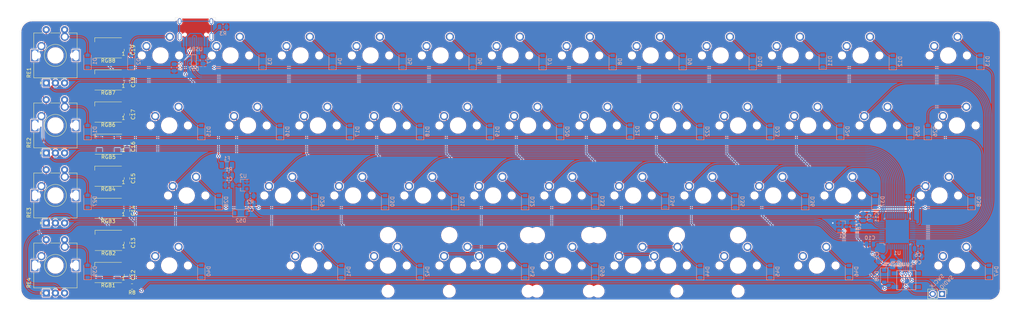
<source format=kicad_pcb>
(kicad_pcb (version 20171130) (host pcbnew 5.1.9-73d0e3b20d~88~ubuntu20.04.1)
  (layers (0 F.Cu signal) (31 B.Cu signal) (34 B.Paste user) (35 F.Paste user) (36 B.SilkS user) (37 F.SilkS user) (38 B.Mask user) (39 F.Mask user) (44 Edge.Cuts user))
  (net 0 "")
  (net 1 GND)
  (net 2 +5V)
  (net 3 +3V3)
  (net 4 BOOT0)
  (net 5 NRST)
  (net 6 ROW00)
  (net 7 "Net-(D2-Pad2)")
  (net 8 "Net-(D3-Pad2)")
  (net 9 "Net-(D4-Pad2)")
  (net 10 "Net-(D5-Pad2)")
  (net 11 "Net-(D6-Pad2)")
  (net 12 "Net-(D7-Pad2)")
  (net 13 "Net-(D8-Pad2)")
  (net 14 "Net-(D9-Pad2)")
  (net 15 "Net-(D10-Pad2)")
  (net 16 "Net-(D11-Pad2)")
  (net 17 "Net-(D12-Pad2)")
  (net 18 "Net-(D13-Pad2)")
  (net 19 ROW01)
  (net 20 "Net-(D15-Pad2)")
  (net 21 "Net-(D16-Pad2)")
  (net 22 "Net-(D17-Pad2)")
  (net 23 "Net-(D18-Pad2)")
  (net 24 "Net-(D19-Pad2)")
  (net 25 "Net-(D20-Pad2)")
  (net 26 "Net-(D21-Pad2)")
  (net 27 "Net-(D22-Pad2)")
  (net 28 "Net-(D23-Pad2)")
  (net 29 "Net-(D24-Pad2)")
  (net 30 "Net-(D25-Pad2)")
  (net 31 "Net-(D26-Pad2)")
  (net 32 ROW02)
  (net 33 "Net-(D28-Pad2)")
  (net 34 "Net-(D29-Pad2)")
  (net 35 "Net-(D30-Pad2)")
  (net 36 "Net-(D31-Pad2)")
  (net 37 "Net-(D32-Pad2)")
  (net 38 "Net-(D33-Pad2)")
  (net 39 "Net-(D34-Pad2)")
  (net 40 "Net-(D35-Pad2)")
  (net 41 "Net-(D36-Pad2)")
  (net 42 "Net-(D37-Pad2)")
  (net 43 "Net-(D38-Pad2)")
  (net 44 ROW03)
  (net 45 "Net-(D40-Pad2)")
  (net 46 "Net-(D41-Pad2)")
  (net 47 "Net-(D42-Pad2)")
  (net 48 "Net-(D43-Pad2)")
  (net 49 "Net-(D44-Pad2)")
  (net 50 "Net-(D45-Pad2)")
  (net 51 "Net-(D46-Pad2)")
  (net 52 "Net-(D47-Pad2)")
  (net 53 RGB_PWM)
  (net 54 VCC)
  (net 55 "Net-(D58-Pad2)")
  (net 56 D-)
  (net 57 D+)
  (net 58 "Net-(R6-Pad2)")
  (net 59 "Net-(R7-Pad2)")
  (net 60 COL00)
  (net 61 COL01)
  (net 62 COL02)
  (net 63 COL03)
  (net 64 COL04)
  (net 65 COL05)
  (net 66 COL06)
  (net 67 COL07)
  (net 68 COL08)
  (net 69 COL09)
  (net 70 COL10)
  (net 71 COL11)
  (net 72 COL12)
  (net 73 "Net-(U1-Pad45)")
  (net 74 "Net-(U1-Pad43)")
  (net 75 "Net-(U1-Pad42)")
  (net 76 "Net-(U1-Pad41)")
  (net 77 "Net-(U1-Pad40)")
  (net 78 "Net-(U1-Pad6)")
  (net 79 "Net-(USB1-Pad3)")
  (net 80 "Net-(USB1-Pad9)")
  (net 81 "Net-(D59-Pad2)")
  (net 82 ENC1_R)
  (net 83 ENC2_R)
  (net 84 ENC3_R)
  (net 85 ENC4_R)
  (net 86 ENC1_B)
  (net 87 ENC1_A)
  (net 88 ENC2_B)
  (net 89 ENC2_A)
  (net 90 ENC3_B)
  (net 91 ENC3_A)
  (net 92 ENC4_B)
  (net 93 ENC4_A)
  (net 94 SWCLK)
  (net 95 SWDIO)
  (net 96 "Net-(RGB1-Pad2)")
  (net 97 "Net-(RGB2-Pad2)")
  (net 98 "Net-(RGB3-Pad2)")
  (net 99 "Net-(RGB4-Pad2)")
  (net 100 "Net-(RGB5-Pad2)")
  (net 101 "Net-(RGB6-Pad2)")
  (net 102 "Net-(RGB7-Pad2)")
  (net 103 "Net-(RGB8-Pad2)")
  (net 104 "Net-(U1-Pad26)")
  (net 105 Earth)
  (module Resistor_SMD:R_0805_2012Metric (layer B.Cu) (at 54.3325 -283.972 180)
    (fp_text reference R3 (at 0 -1.778) (layer B.SilkS) (effects (justify mirror)))
    (fp_text value 1M)
    (pad 1 smd roundrect (at -0.9125 0 180) (size 1.025 1.4) (layers B.Cu B.Paste B.Mask) (roundrect_rratio 0.243902) (net 1 GND))
    (pad 2 smd roundrect (at 0.9125 0 180) (size 1.025 1.4) (layers B.Cu B.Paste B.Mask) (roundrect_rratio 0.243902) (net 105 Earth))
  )
  (module MX_Only:MXOnly-1U-NoLED (layer F.Cu) (at 146.84375 -238.125)
    (fp_text reference SW33)
    (fp_text value SW_Push)
    (pad 2 thru_hole circle (at 2.54 -5.08) (size 2.25 2.25) (drill 1.47) (layers *.Cu B.Mask) (net 38 "Net-(D33-Pad2)"))
    (pad "" np_thru_hole circle (at 0 0) (size 3.9878 3.9878) (drill 3.9878) (layers *.Cu *.Mask))
    (pad 1 thru_hole circle (at -3.81 -2.54) (size 2.25 2.25) (drill 1.47) (layers *.Cu B.Mask) (net 66 COL06))
    (pad "" np_thru_hole circle (at -5.08 0 48.0996) (size 1.75 1.75) (drill 1.75) (layers *.Cu *.Mask))
    (pad "" np_thru_hole circle (at 5.08 0 48.0996) (size 1.75 1.75) (drill 1.75) (layers *.Cu *.Mask))
  )
  (module silk:turtle_pan_cu_small (layer F.Cu) (at 59.944 -221.615)
    (fp_text reference G*** hide)
    (fp_text value LOGO hide)
  )
  (module Capacitor_SMD:C_0805_2012Metric (layer F.Cu) (at 28.194 -277.683 270)
    (fp_text reference C19 (at 0 -1.68 90) (layer F.SilkS))
    (fp_text value 100)
    (pad 2 smd roundrect (at 0.95 0 270) (size 1 1.45) (layers F.Cu F.Paste F.Mask) (net 2 +5V))
    (pad 1 smd roundrect (at -0.95 0 270) (size 1 1.45) (layers F.Cu F.Paste F.Mask) (net 1 GND))
  )
  (module Capacitor_SMD:C_0805_2012Metric (layer F.Cu) (at 28.194 -268.92 270)
    (fp_text reference C18 (at 0 -1.68 90) (layer F.SilkS))
    (fp_text value 100)
    (pad 2 smd roundrect (at 0.95 0 270) (size 1 1.45) (layers F.Cu F.Paste F.Mask) (net 2 +5V))
    (pad 1 smd roundrect (at -0.95 0 270) (size 1 1.45) (layers F.Cu F.Paste F.Mask) (net 1 GND))
  )
  (module Capacitor_SMD:C_0805_2012Metric (layer F.Cu) (at 28.194 -260.157 270)
    (fp_text reference C17 (at 0 -1.68 90) (layer F.SilkS))
    (fp_text value 100)
    (pad 2 smd roundrect (at 0.95 0 270) (size 1 1.45) (layers F.Cu F.Paste F.Mask) (net 2 +5V))
    (pad 1 smd roundrect (at -0.95 0 270) (size 1 1.45) (layers F.Cu F.Paste F.Mask) (net 1 GND))
  )
  (module Capacitor_SMD:C_0805_2012Metric (layer F.Cu) (at 28.194 -251.394 270)
    (fp_text reference C16 (at 0 -1.68 90) (layer F.SilkS))
    (fp_text value 100)
    (pad 2 smd roundrect (at 0.95 0 270) (size 1 1.45) (layers F.Cu F.Paste F.Mask) (net 2 +5V))
    (pad 1 smd roundrect (at -0.95 0 270) (size 1 1.45) (layers F.Cu F.Paste F.Mask) (net 1 GND))
  )
  (module Capacitor_SMD:C_0805_2012Metric (layer F.Cu) (at 28.194 -242.758 270)
    (fp_text reference C15 (at 0 -1.68 90) (layer F.SilkS))
    (fp_text value 100)
    (pad 2 smd roundrect (at 0.95 0 270) (size 1 1.45) (layers F.Cu F.Paste F.Mask) (net 2 +5V))
    (pad 1 smd roundrect (at -0.95 0 270) (size 1 1.45) (layers F.Cu F.Paste F.Mask) (net 1 GND))
  )
  (module Capacitor_SMD:C_0805_2012Metric (layer F.Cu) (at 28.194 -233.995 270)
    (fp_text reference C14 (at 0 -1.68 90) (layer F.SilkS))
    (fp_text value 100)
    (pad 2 smd roundrect (at 0.95 0 270) (size 1 1.45) (layers F.Cu F.Paste F.Mask) (net 2 +5V))
    (pad 1 smd roundrect (at -0.95 0 270) (size 1 1.45) (layers F.Cu F.Paste F.Mask) (net 1 GND))
  )
  (module Capacitor_SMD:C_0805_2012Metric (layer F.Cu) (at 28.194 -225.232 270)
    (fp_text reference C13 (at 0 -1.68 90) (layer F.SilkS))
    (fp_text value 100)
    (pad 2 smd roundrect (at 0.95 0 270) (size 1 1.45) (layers F.Cu F.Paste F.Mask) (net 2 +5V))
    (pad 1 smd roundrect (at -0.95 0 270) (size 1 1.45) (layers F.Cu F.Paste F.Mask) (net 1 GND))
  )
  (module Capacitor_SMD:C_0805_2012Metric (layer F.Cu) (at 28.194 -216.469 270)
    (fp_text reference C12 (at 0 -1.68 90) (layer F.SilkS))
    (fp_text value 100)
    (pad 2 smd roundrect (at 0.95 0 270) (size 1 1.45) (layers F.Cu F.Paste F.Mask) (net 2 +5V))
    (pad 1 smd roundrect (at -0.95 0 270) (size 1 1.45) (layers F.Cu F.Paste F.Mask) (net 1 GND))
  )
  (module Connector_PinHeader_2.54mm:PinHeader_1x02_P2.54mm_Vertical (layer F.Cu) (at 249.936 -211.328 270)
    (fp_text reference J1)
    (fp_text value Conn_01x02)
    (pad 1 thru_hole rect (at 0 0 270) (size 1.7 1.7) (drill 1) (layers *.Cu *.Mask) (net 95 SWDIO))
    (pad 2 thru_hole oval (at 0 2.54 270) (size 1.7 1.7) (drill 1) (layers *.Cu *.Mask) (net 94 SWCLK))
  )
  (module Resistor_SMD:R_0805_2012Metric (layer F.Cu) (at 29.5675 -213.36 180)
    (fp_text reference R8 (at 0 -1.65) (layer F.SilkS))
    (fp_text value 10k)
    (pad 2 smd roundrect (at 0.9125 0 180) (size 1.025 1.4) (layers F.Cu F.Paste F.Mask) (roundrect_rratio 0.243902) (net 53 RGB_PWM))
    (pad 1 smd roundrect (at -0.9125 0 180) (size 1.025 1.4) (layers F.Cu F.Paste F.Mask) (roundrect_rratio 0.243902) (net 2 +5V))
  )
  (module LED_SMD:LED_WS2812B_PLCC4_5.0x5.0mm_P3.2mm (layer F.Cu) (at 23.082249 -269.557501 180)
    (fp_text reference RGB7 (at 0 -3.5) (layer F.SilkS))
    (fp_text value WS2812B)
    (fp_text user 1 (at -4.15 -1.6) (layer F.SilkS))
    (pad 1 smd rect (at -2.45 -1.6 180) (size 1.5 1) (layers F.Cu F.Paste F.Mask) (net 2 +5V))
    (pad 2 smd rect (at -2.45 1.6 180) (size 1.5 1) (layers F.Cu F.Paste F.Mask) (net 102 "Net-(RGB7-Pad2)"))
    (pad 4 smd rect (at 2.45 -1.6 180) (size 1.5 1) (layers F.Cu F.Paste F.Mask) (net 101 "Net-(RGB6-Pad2)"))
    (pad 3 smd rect (at 2.45 1.6 180) (size 1.5 1) (layers F.Cu F.Paste F.Mask) (net 1 GND))
  )
  (module LED_SMD:LED_WS2812B_PLCC4_5.0x5.0mm_P3.2mm (layer F.Cu) (at 23.08225 -260.826249 180)
    (fp_text reference RGB6 (at 0 -3.5) (layer F.SilkS))
    (fp_text value WS2812B)
    (fp_text user 1 (at -4.15 -1.6) (layer F.SilkS))
    (pad 1 smd rect (at -2.45 -1.6 180) (size 1.5 1) (layers F.Cu F.Paste F.Mask) (net 2 +5V))
    (pad 2 smd rect (at -2.45 1.6 180) (size 1.5 1) (layers F.Cu F.Paste F.Mask) (net 101 "Net-(RGB6-Pad2)"))
    (pad 4 smd rect (at 2.45 -1.6 180) (size 1.5 1) (layers F.Cu F.Paste F.Mask) (net 100 "Net-(RGB5-Pad2)"))
    (pad 3 smd rect (at 2.45 1.6 180) (size 1.5 1) (layers F.Cu F.Paste F.Mask) (net 1 GND))
  )
  (module LED_SMD:LED_WS2812B_PLCC4_5.0x5.0mm_P3.2mm (layer F.Cu) (at 23.151 -252.0825 180)
    (fp_text reference RGB5 (at 0 -3.5) (layer F.SilkS))
    (fp_text value WS2812B)
    (fp_text user 1 (at -4.15 -1.6) (layer F.SilkS))
    (pad 1 smd rect (at -2.45 -1.6 180) (size 1.5 1) (layers F.Cu F.Paste F.Mask) (net 2 +5V))
    (pad 2 smd rect (at -2.45 1.6 180) (size 1.5 1) (layers F.Cu F.Paste F.Mask) (net 100 "Net-(RGB5-Pad2)"))
    (pad 4 smd rect (at 2.45 -1.6 180) (size 1.5 1) (layers F.Cu F.Paste F.Mask) (net 99 "Net-(RGB4-Pad2)"))
    (pad 3 smd rect (at 2.45 1.6 180) (size 1.5 1) (layers F.Cu F.Paste F.Mask) (net 1 GND))
  )
  (module LED_SMD:LED_WS2812B_PLCC4_5.0x5.0mm_P3.2mm (layer F.Cu) (at 23.08225 -243.36375 180)
    (fp_text reference RGB4 (at 0 -3.5) (layer F.SilkS))
    (fp_text value WS2812B)
    (fp_text user 1 (at -4.15 -1.6) (layer F.SilkS))
    (pad 1 smd rect (at -2.45 -1.6 180) (size 1.5 1) (layers F.Cu F.Paste F.Mask) (net 2 +5V))
    (pad 2 smd rect (at -2.45 1.6 180) (size 1.5 1) (layers F.Cu F.Paste F.Mask) (net 99 "Net-(RGB4-Pad2)"))
    (pad 4 smd rect (at 2.45 -1.6 180) (size 1.5 1) (layers F.Cu F.Paste F.Mask) (net 98 "Net-(RGB3-Pad2)"))
    (pad 3 smd rect (at 2.45 1.6 180) (size 1.5 1) (layers F.Cu F.Paste F.Mask) (net 1 GND))
  )
  (module LED_SMD:LED_WS2812B_PLCC4_5.0x5.0mm_P3.2mm (layer F.Cu) (at 23.08225 -234.6325 180)
    (fp_text reference RGB3 (at 0 -3.5) (layer F.SilkS))
    (fp_text value WS2812B)
    (fp_text user 1 (at -4.15 -1.6) (layer F.SilkS))
    (pad 1 smd rect (at -2.45 -1.6 180) (size 1.5 1) (layers F.Cu F.Paste F.Mask) (net 2 +5V))
    (pad 2 smd rect (at -2.45 1.6 180) (size 1.5 1) (layers F.Cu F.Paste F.Mask) (net 98 "Net-(RGB3-Pad2)"))
    (pad 4 smd rect (at 2.45 -1.6 180) (size 1.5 1) (layers F.Cu F.Paste F.Mask) (net 97 "Net-(RGB2-Pad2)"))
    (pad 3 smd rect (at 2.45 1.6 180) (size 1.5 1) (layers F.Cu F.Paste F.Mask) (net 1 GND))
  )
  (module LED_SMD:LED_WS2812B_PLCC4_5.0x5.0mm_P3.2mm (layer F.Cu) (at 23.151 -225.901251 180)
    (fp_text reference RGB2 (at 0 -3.5) (layer F.SilkS))
    (fp_text value WS2812B)
    (fp_text user 1 (at -4.15 -1.6) (layer F.SilkS))
    (pad 1 smd rect (at -2.45 -1.6 180) (size 1.5 1) (layers F.Cu F.Paste F.Mask) (net 2 +5V))
    (pad 2 smd rect (at -2.45 1.6 180) (size 1.5 1) (layers F.Cu F.Paste F.Mask) (net 97 "Net-(RGB2-Pad2)"))
    (pad 4 smd rect (at 2.45 -1.6 180) (size 1.5 1) (layers F.Cu F.Paste F.Mask) (net 96 "Net-(RGB1-Pad2)"))
    (pad 3 smd rect (at 2.45 1.6 180) (size 1.5 1) (layers F.Cu F.Paste F.Mask) (net 1 GND))
  )
  (module LED_SMD:LED_WS2812B_PLCC4_5.0x5.0mm_P3.2mm (layer F.Cu) (at 23.082249 -278.28875 180)
    (fp_text reference RGB8 (at 0 -3.5) (layer F.SilkS))
    (fp_text value WS2812B)
    (fp_text user 1 (at -4.15 -1.6) (layer F.SilkS))
    (pad 1 smd rect (at -2.45 -1.6 180) (size 1.5 1) (layers F.Cu F.Paste F.Mask) (net 2 +5V))
    (pad 2 smd rect (at -2.45 1.6 180) (size 1.5 1) (layers F.Cu F.Paste F.Mask) (net 103 "Net-(RGB8-Pad2)"))
    (pad 4 smd rect (at 2.45 -1.6 180) (size 1.5 1) (layers F.Cu F.Paste F.Mask) (net 102 "Net-(RGB7-Pad2)"))
    (pad 3 smd rect (at 2.45 1.6 180) (size 1.5 1) (layers F.Cu F.Paste F.Mask) (net 1 GND))
  )
  (module LED_SMD:LED_WS2812B_PLCC4_5.0x5.0mm_P3.2mm (layer F.Cu) (at 23.08225 -217.17 180)
    (fp_text reference RGB1 (at 0 -3.5) (layer F.SilkS))
    (fp_text value WS2812B)
    (fp_text user 1 (at -4.15 -1.6) (layer F.SilkS))
    (pad 1 smd rect (at -2.45 -1.6 180) (size 1.5 1) (layers F.Cu F.Paste F.Mask) (net 2 +5V))
    (pad 2 smd rect (at -2.45 1.6 180) (size 1.5 1) (layers F.Cu F.Paste F.Mask) (net 96 "Net-(RGB1-Pad2)"))
    (pad 4 smd rect (at 2.45 -1.6 180) (size 1.5 1) (layers F.Cu F.Paste F.Mask) (net 53 RGB_PWM))
    (pad 3 smd rect (at 2.45 1.6 180) (size 1.5 1) (layers F.Cu F.Paste F.Mask) (net 1 GND))
  )
  (module random-keyboard-parts:SOT143B (layer B.Cu) (at 46.371 -274.967 180)
    (fp_text reference D57 (at 0 -2.45) (layer B.SilkS) (effects (justify mirror)))
    (fp_text value PRTR5V0U2X)
    (pad 1 smd rect (at -1 0.75 270) (size 1 0.7) (layers B.Cu B.Paste B.Mask) (net 1 GND))
    (pad 4 smd rect (at 1 0.95 270) (size 0.6 0.7) (layers B.Cu B.Paste B.Mask) (net 54 VCC))
    (pad 2 smd rect (at -1 -0.95 270) (size 0.6 0.7) (layers B.Cu B.Paste B.Mask) (net 57 D+))
    (pad 3 smd rect (at 1 -0.95 270) (size 0.6 0.7) (layers B.Cu B.Paste B.Mask) (net 56 D-))
  )
  (module Diode_SMD:D_SOD-123 (layer B.Cu) (at 155.575 -217.4875 90)
    (fp_text reference D59 (at 0 2 270) (layer B.SilkS) (effects (justify mirror)))
    (fp_text value 1N4148w)
    (pad 2 smd rect (at 1.65 0 90) (size 0.9 1.2) (layers B.Cu B.Paste B.Mask) (net 81 "Net-(D59-Pad2)"))
    (pad 1 smd rect (at -1.65 0 90) (size 0.9 1.2) (layers B.Cu B.Paste B.Mask) (net 44 ROW03))
  )
  (module Package_TO_SOT_SMD:SOT-23 (layer B.Cu) (at 59.817 -240.919 180)
    (fp_text reference U2 (at 0 2.5) (layer B.SilkS) (effects (justify mirror)))
    (fp_text value MCP1700-3302E_SOT23)
    (pad 3 smd rect (at 1 0 180) (size 0.9 0.8) (layers B.Cu B.Paste B.Mask) (net 2 +5V))
    (pad 2 smd rect (at -1 -0.95 180) (size 0.9 0.8) (layers B.Cu B.Paste B.Mask) (net 3 +3V3))
    (pad 1 smd rect (at -1 0.95 180) (size 0.9 0.8) (layers B.Cu B.Paste B.Mask) (net 1 GND))
  )
  (module random-keyboard-parts:SKQG-1155865 (layer B.Cu) (at 240.209 -215.083)
    (fp_text reference SW48 (at 0 -4.064) (layer B.SilkS) (effects (justify mirror)))
    (fp_text value SW_Push)
    (pad 1 smd rect (at 3.1 -1.85) (size 1.8 1.1) (layers B.Cu B.Paste B.Mask) (net 3 +3V3))
    (pad 2 smd rect (at -3.1 1.85) (size 1.8 1.1) (layers B.Cu B.Paste B.Mask) (net 55 "Net-(D58-Pad2)"))
    (pad 3 smd rect (at 3.1 1.85) (size 1.8 1.1) (layers B.Cu B.Paste B.Mask))
    (pad 4 smd rect (at -3.1 -1.85) (size 1.8 1.1) (layers B.Cu B.Paste B.Mask))
  )
  (module Resistor_SMD:R_0805_2012Metric (layer B.Cu) (at 48.895 -274.9315 90)
    (fp_text reference R7 (at 0 1.65 90) (layer B.SilkS) (effects (justify mirror)))
    (fp_text value 5.1k)
    (pad 2 smd roundrect (at 0.9125 0 90) (size 1.025 1.4) (layers B.Cu B.Paste B.Mask) (roundrect_rratio 0.243902) (net 59 "Net-(R7-Pad2)"))
    (pad 1 smd roundrect (at -0.9125 0 90) (size 1.025 1.4) (layers B.Cu B.Paste B.Mask) (roundrect_rratio 0.243902) (net 1 GND))
  )
  (module Resistor_SMD:R_0805_2012Metric (layer B.Cu) (at 41.021 -272.9465 90)
    (fp_text reference R6 (at 0 1.65 90) (layer B.SilkS) (effects (justify mirror)))
    (fp_text value 5.1k)
    (pad 2 smd roundrect (at 0.9125 0 90) (size 1.025 1.4) (layers B.Cu B.Paste B.Mask) (roundrect_rratio 0.243902) (net 58 "Net-(R6-Pad2)"))
    (pad 1 smd roundrect (at -0.9125 0 90) (size 1.025 1.4) (layers B.Cu B.Paste B.Mask) (roundrect_rratio 0.243902) (net 1 GND))
  )
  (module Resistor_SMD:R_0805_2012Metric (layer B.Cu) (at 238.506 -219.4795 270)
    (fp_text reference R5 (at 0 1.65 90) (layer B.SilkS) (effects (justify mirror)))
    (fp_text value 100k)
    (pad 2 smd roundrect (at 0.9125 0 270) (size 1.025 1.4) (layers B.Cu B.Paste B.Mask) (roundrect_rratio 0.243902) (net 1 GND))
    (pad 1 smd roundrect (at -0.9125 0 270) (size 1.025 1.4) (layers B.Cu B.Paste B.Mask) (roundrect_rratio 0.243902) (net 4 BOOT0))
  )
  (module Resistor_SMD:R_0805_2012Metric (layer B.Cu) (at 61.7455 -237.998)
    (fp_text reference R2 (at 0 1.65) (layer B.SilkS) (effects (justify mirror)))
    (fp_text value 100k)
    (pad 2 smd roundrect (at 0.9125 0) (size 1.025 1.4) (layers B.Cu B.Paste B.Mask) (roundrect_rratio 0.243902) (net 1 GND))
    (pad 1 smd roundrect (at -0.9125 0) (size 1.025 1.4) (layers B.Cu B.Paste B.Mask) (roundrect_rratio 0.243902) (net 3 +3V3))
  )
  (module Resistor_SMD:R_0805_2012Metric (layer B.Cu) (at 55.9035 -243.586 180)
    (fp_text reference R1 (at 0 1.65) (layer B.SilkS) (effects (justify mirror)))
    (fp_text value 100k)
    (pad 2 smd roundrect (at 0.9125 0 180) (size 1.025 1.4) (layers B.Cu B.Paste B.Mask) (roundrect_rratio 0.243902) (net 1 GND))
    (pad 1 smd roundrect (at -0.9125 0 180) (size 1.025 1.4) (layers B.Cu B.Paste B.Mask) (roundrect_rratio 0.243902) (net 2 +5V))
  )
  (module Package_TO_SOT_SMD:SOT-23 (layer B.Cu) (at 222.869 -229.616)
    (fp_text reference Q1 (at 0 2.5) (layer B.SilkS) (effects (justify mirror)))
    (fp_text value DTC123J)
    (pad 3 smd rect (at 1 0) (size 0.9 0.8) (layers B.Cu B.Paste B.Mask) (net 5 NRST))
    (pad 2 smd rect (at -1 -0.95) (size 0.9 0.8) (layers B.Cu B.Paste B.Mask) (net 1 GND))
    (pad 1 smd rect (at -1 0.95) (size 0.9 0.8) (layers B.Cu B.Paste B.Mask) (net 55 "Net-(D58-Pad2)"))
  )
  (module Fuse:Fuse_1206_3216Metric (layer B.Cu) (at 55.375 -246.38 180)
    (fp_text reference F1 (at 0 1.82) (layer B.SilkS) (effects (justify mirror)))
    (fp_text value Polyfuse_Small)
    (pad 2 smd roundrect (at 1.4 0 180) (size 1.25 1.75) (layers B.Cu B.Paste B.Mask) (roundrect_rratio 0.2) (net 54 VCC))
    (pad 1 smd roundrect (at -1.4 0 180) (size 1.25 1.75) (layers B.Cu B.Paste B.Mask) (roundrect_rratio 0.2) (net 2 +5V))
  )
  (module Diode_SMD:D_SOD-123 (layer B.Cu) (at 234.188 -216.155 270)
    (fp_text reference D58 (at 0 2 90) (layer B.SilkS) (effects (justify mirror)))
    (fp_text value 1N4148W)
    (pad 2 smd rect (at 1.65 0 270) (size 0.9 1.2) (layers B.Cu B.Paste B.Mask) (net 55 "Net-(D58-Pad2)"))
    (pad 1 smd rect (at -1.65 0 270) (size 0.9 1.2) (layers B.Cu B.Paste B.Mask) (net 4 BOOT0))
  )
  (module Diode_SMD:D_SOD-123 (layer B.Cu) (at 59.183 -233.299)
    (fp_text reference D52 (at 0 2) (layer B.SilkS) (effects (justify mirror)))
    (fp_text value RB060M-60TR)
    (pad 2 smd rect (at 1.65 0) (size 0.9 1.2) (layers B.Cu B.Paste B.Mask) (net 3 +3V3))
    (pad 1 smd rect (at -1.65 0) (size 0.9 1.2) (layers B.Cu B.Paste B.Mask) (net 2 +5V))
  )
  (module Diode_SMD:D_SOD-123 (layer B.Cu) (at 262.73125 -217.4875 90)
    (fp_text reference D47 (at 0 2 90) (layer B.SilkS) (effects (justify mirror)))
    (fp_text value 1N4148w)
    (pad 2 smd rect (at 1.65 0 90) (size 0.9 1.2) (layers B.Cu B.Paste B.Mask) (net 52 "Net-(D47-Pad2)"))
    (pad 1 smd rect (at -1.65 0 90) (size 0.9 1.2) (layers B.Cu B.Paste B.Mask) (net 44 ROW03))
  )
  (module Diode_SMD:D_SOD-123 (layer B.Cu) (at 224.63125 -217.425 90)
    (fp_text reference D46 (at 0 2 90) (layer B.SilkS) (effects (justify mirror)))
    (fp_text value 1N4148w)
    (pad 2 smd rect (at 1.65 0 90) (size 0.9 1.2) (layers B.Cu B.Paste B.Mask) (net 51 "Net-(D46-Pad2)"))
    (pad 1 smd rect (at -1.65 0 90) (size 0.9 1.2) (layers B.Cu B.Paste B.Mask) (net 44 ROW03))
  )
  (module Diode_SMD:D_SOD-123 (layer B.Cu) (at 203.2 -217.425 90)
    (fp_text reference D45 (at 0 2 90) (layer B.SilkS) (effects (justify mirror)))
    (fp_text value 1N4148w)
    (pad 2 smd rect (at 1.65 0 90) (size 0.9 1.2) (layers B.Cu B.Paste B.Mask) (net 50 "Net-(D45-Pad2)"))
    (pad 1 smd rect (at -1.65 0 90) (size 0.9 1.2) (layers B.Cu B.Paste B.Mask) (net 44 ROW03))
  )
  (module Diode_SMD:D_SOD-123 (layer B.Cu) (at 184.15 -217.425 90)
    (fp_text reference D44 (at 0 2 90) (layer B.SilkS) (effects (justify mirror)))
    (fp_text value 1N4148w)
    (pad 2 smd rect (at 1.65 0 90) (size 0.9 1.2) (layers B.Cu B.Paste B.Mask) (net 49 "Net-(D44-Pad2)"))
    (pad 1 smd rect (at -1.65 0 90) (size 0.9 1.2) (layers B.Cu B.Paste B.Mask) (net 44 ROW03))
  )
  (module Diode_SMD:D_SOD-123 (layer B.Cu) (at 136.525 -217.425 90)
    (fp_text reference D43 (at 0 2 90) (layer B.SilkS) (effects (justify mirror)))
    (fp_text value 1N4148w)
    (pad 2 smd rect (at 1.65 0 90) (size 0.9 1.2) (layers B.Cu B.Paste B.Mask) (net 48 "Net-(D43-Pad2)"))
    (pad 1 smd rect (at -1.65 0 90) (size 0.9 1.2) (layers B.Cu B.Paste B.Mask) (net 44 ROW03))
  )
  (module Diode_SMD:D_SOD-123 (layer B.Cu) (at 107.95 -217.425 90)
    (fp_text reference D42 (at 0 2 90) (layer B.SilkS) (effects (justify mirror)))
    (fp_text value 1N4148w)
    (pad 2 smd rect (at 1.65 0 90) (size 0.9 1.2) (layers B.Cu B.Paste B.Mask) (net 47 "Net-(D42-Pad2)"))
    (pad 1 smd rect (at -1.65 0 90) (size 0.9 1.2) (layers B.Cu B.Paste B.Mask) (net 44 ROW03))
  )
  (module Diode_SMD:D_SOD-123 (layer B.Cu) (at 86.51875 -217.425 90)
    (fp_text reference D41 (at 0 2 90) (layer B.SilkS) (effects (justify mirror)))
    (fp_text value 1N4148w)
    (pad 2 smd rect (at 1.65 0 90) (size 0.9 1.2) (layers B.Cu B.Paste B.Mask) (net 46 "Net-(D41-Pad2)"))
    (pad 1 smd rect (at -1.65 0 90) (size 0.9 1.2) (layers B.Cu B.Paste B.Mask) (net 44 ROW03))
  )
  (module Diode_SMD:D_SOD-123 (layer B.Cu) (at 48.41875 -217.4875 90)
    (fp_text reference D40 (at 0 2 90) (layer B.SilkS) (effects (justify mirror)))
    (fp_text value 1N4148w)
    (pad 2 smd rect (at 1.65 0 90) (size 0.9 1.2) (layers B.Cu B.Paste B.Mask) (net 45 "Net-(D40-Pad2)"))
    (pad 1 smd rect (at -1.65 0 90) (size 0.9 1.2) (layers B.Cu B.Paste B.Mask) (net 44 ROW03))
  )
  (module Diode_SMD:D_SOD-123 (layer B.Cu) (at 17.4625 -217.4875 90)
    (fp_text reference D39 (at 0 2 90) (layer B.SilkS) (effects (justify mirror)))
    (fp_text value 1N4148w)
    (pad 2 smd rect (at 1.65 0 90) (size 0.9 1.2) (layers B.Cu B.Paste B.Mask) (net 85 ENC4_R))
    (pad 1 smd rect (at -1.65 0 90) (size 0.9 1.2) (layers B.Cu B.Paste B.Mask) (net 44 ROW03))
  )
  (module Diode_SMD:D_SOD-123 (layer B.Cu) (at 257.96875 -236.475 90)
    (fp_text reference D38 (at 0 2 90) (layer B.SilkS) (effects (justify mirror)))
    (fp_text value 1N4148w)
    (pad 2 smd rect (at 1.65 0 90) (size 0.9 1.2) (layers B.Cu B.Paste B.Mask) (net 43 "Net-(D38-Pad2)"))
    (pad 1 smd rect (at -1.65 0 90) (size 0.9 1.2) (layers B.Cu B.Paste B.Mask) (net 32 ROW02))
  )
  (module Diode_SMD:D_SOD-123 (layer B.Cu) (at 231.775 -236.5375 90)
    (fp_text reference D37 (at 0 2 90) (layer B.SilkS) (effects (justify mirror)))
    (fp_text value 1N4148w)
    (pad 2 smd rect (at 1.65 0 90) (size 0.9 1.2) (layers B.Cu B.Paste B.Mask) (net 42 "Net-(D37-Pad2)"))
    (pad 1 smd rect (at -1.65 0 90) (size 0.9 1.2) (layers B.Cu B.Paste B.Mask) (net 32 ROW02))
  )
  (module Diode_SMD:D_SOD-123 (layer B.Cu) (at 212.725 -236.475 90)
    (fp_text reference D36 (at 0 2 90) (layer B.SilkS) (effects (justify mirror)))
    (fp_text value 1N4148w)
    (pad 2 smd rect (at 1.65 0 90) (size 0.9 1.2) (layers B.Cu B.Paste B.Mask) (net 41 "Net-(D36-Pad2)"))
    (pad 1 smd rect (at -1.65 0 90) (size 0.9 1.2) (layers B.Cu B.Paste B.Mask) (net 32 ROW02))
  )
  (module Diode_SMD:D_SOD-123 (layer B.Cu) (at 193.675 -236.5375 90)
    (fp_text reference D35 (at 0 2 90) (layer B.SilkS) (effects (justify mirror)))
    (fp_text value 1N4148w)
    (pad 2 smd rect (at 1.65 0 90) (size 0.9 1.2) (layers B.Cu B.Paste B.Mask) (net 40 "Net-(D35-Pad2)"))
    (pad 1 smd rect (at -1.65 0 90) (size 0.9 1.2) (layers B.Cu B.Paste B.Mask) (net 32 ROW02))
  )
  (module Diode_SMD:D_SOD-123 (layer B.Cu) (at 174.625 -236.6 90)
    (fp_text reference D34 (at 0 2 90) (layer B.SilkS) (effects (justify mirror)))
    (fp_text value 1N4148w)
    (pad 2 smd rect (at 1.65 0 90) (size 0.9 1.2) (layers B.Cu B.Paste B.Mask) (net 39 "Net-(D34-Pad2)"))
    (pad 1 smd rect (at -1.65 0 90) (size 0.9 1.2) (layers B.Cu B.Paste B.Mask) (net 32 ROW02))
  )
  (module Diode_SMD:D_SOD-123 (layer B.Cu) (at 155.575 -236.6 90)
    (fp_text reference D33 (at 0 2 90) (layer B.SilkS) (effects (justify mirror)))
    (fp_text value 1N4148w)
    (pad 2 smd rect (at 1.65 0 90) (size 0.9 1.2) (layers B.Cu B.Paste B.Mask) (net 38 "Net-(D33-Pad2)"))
    (pad 1 smd rect (at -1.65 0 90) (size 0.9 1.2) (layers B.Cu B.Paste B.Mask) (net 32 ROW02))
  )
  (module Diode_SMD:D_SOD-123 (layer B.Cu) (at 136.525 -236.475 90)
    (fp_text reference D32 (at 0 2 90) (layer B.SilkS) (effects (justify mirror)))
    (fp_text value 1N4148w)
    (pad 2 smd rect (at 1.65 0 90) (size 0.9 1.2) (layers B.Cu B.Paste B.Mask) (net 37 "Net-(D32-Pad2)"))
    (pad 1 smd rect (at -1.65 0 90) (size 0.9 1.2) (layers B.Cu B.Paste B.Mask) (net 32 ROW02))
  )
  (module Diode_SMD:D_SOD-123 (layer B.Cu) (at 117.475 -236.475 90)
    (fp_text reference D31 (at 0 2 90) (layer B.SilkS) (effects (justify mirror)))
    (fp_text value 1N4148w)
    (pad 2 smd rect (at 1.65 0 90) (size 0.9 1.2) (layers B.Cu B.Paste B.Mask) (net 36 "Net-(D31-Pad2)"))
    (pad 1 smd rect (at -1.65 0 90) (size 0.9 1.2) (layers B.Cu B.Paste B.Mask) (net 32 ROW02))
  )
  (module Diode_SMD:D_SOD-123 (layer B.Cu) (at 98.425 -236.475 90)
    (fp_text reference D30 (at 0 2 90) (layer B.SilkS) (effects (justify mirror)))
    (fp_text value 1N4148w)
    (pad 2 smd rect (at 1.65 0 90) (size 0.9 1.2) (layers B.Cu B.Paste B.Mask) (net 35 "Net-(D30-Pad2)"))
    (pad 1 smd rect (at -1.65 0 90) (size 0.9 1.2) (layers B.Cu B.Paste B.Mask) (net 32 ROW02))
  )
  (module Diode_SMD:D_SOD-123 (layer B.Cu) (at 79.375 -236.475 90)
    (fp_text reference D29 (at 0 2 90) (layer B.SilkS) (effects (justify mirror)))
    (fp_text value 1N4148w)
    (pad 2 smd rect (at 1.65 0 90) (size 0.9 1.2) (layers B.Cu B.Paste B.Mask) (net 34 "Net-(D29-Pad2)"))
    (pad 1 smd rect (at -1.65 0 90) (size 0.9 1.2) (layers B.Cu B.Paste B.Mask) (net 32 ROW02))
  )
  (module Diode_SMD:D_SOD-123 (layer B.Cu) (at 53.18125 -236.475 90)
    (fp_text reference D28 (at 0 2 90) (layer B.SilkS) (effects (justify mirror)))
    (fp_text value 1N4148w)
    (pad 2 smd rect (at 1.65 0 90) (size 0.9 1.2) (layers B.Cu B.Paste B.Mask) (net 33 "Net-(D28-Pad2)"))
    (pad 1 smd rect (at -1.65 0 90) (size 0.9 1.2) (layers B.Cu B.Paste B.Mask) (net 32 ROW02))
  )
  (module Diode_SMD:D_SOD-123 (layer B.Cu) (at 17.4625 -236.5375 90)
    (fp_text reference D27 (at 0 2 90) (layer B.SilkS) (effects (justify mirror)))
    (fp_text value 1N4148w)
    (pad 2 smd rect (at 1.65 0 90) (size 0.9 1.2) (layers B.Cu B.Paste B.Mask) (net 84 ENC3_R))
    (pad 1 smd rect (at -1.65 0 90) (size 0.9 1.2) (layers B.Cu B.Paste B.Mask) (net 32 ROW02))
  )
  (module Diode_SMD:D_SOD-123 (layer B.Cu) (at 246.0625 -255.525 90)
    (fp_text reference D26 (at 0 2 90) (layer B.SilkS) (effects (justify mirror)))
    (fp_text value 1N4148w)
    (pad 2 smd rect (at 1.65 0 90) (size 0.9 1.2) (layers B.Cu B.Paste B.Mask) (net 31 "Net-(D26-Pad2)"))
    (pad 1 smd rect (at -1.65 0 90) (size 0.9 1.2) (layers B.Cu B.Paste B.Mask) (net 19 ROW01))
  )
  (module Diode_SMD:D_SOD-123 (layer B.Cu) (at 241.3 -255.525 90)
    (fp_text reference D25 (at 0 2 90) (layer B.SilkS) (effects (justify mirror)))
    (fp_text value 1N4148w)
    (pad 2 smd rect (at 1.65 0 90) (size 0.9 1.2) (layers B.Cu B.Paste B.Mask) (net 30 "Net-(D25-Pad2)"))
    (pad 1 smd rect (at -1.65 0 90) (size 0.9 1.2) (layers B.Cu B.Paste B.Mask) (net 19 ROW01))
  )
  (module Diode_SMD:D_SOD-123 (layer B.Cu) (at 222.25 -255.5875 90)
    (fp_text reference D24 (at 0 2 90) (layer B.SilkS) (effects (justify mirror)))
    (fp_text value 1N4148w)
    (pad 2 smd rect (at 1.65 0 90) (size 0.9 1.2) (layers B.Cu B.Paste B.Mask) (net 29 "Net-(D24-Pad2)"))
    (pad 1 smd rect (at -1.65 0 90) (size 0.9 1.2) (layers B.Cu B.Paste B.Mask) (net 19 ROW01))
  )
  (module Diode_SMD:D_SOD-123 (layer B.Cu) (at 203.2 -255.525 90)
    (fp_text reference D23 (at 0 2 90) (layer B.SilkS) (effects (justify mirror)))
    (fp_text value 1N4148w)
    (pad 2 smd rect (at 1.65 0 90) (size 0.9 1.2) (layers B.Cu B.Paste B.Mask) (net 28 "Net-(D23-Pad2)"))
    (pad 1 smd rect (at -1.65 0 90) (size 0.9 1.2) (layers B.Cu B.Paste B.Mask) (net 19 ROW01))
  )
  (module Diode_SMD:D_SOD-123 (layer B.Cu) (at 184.15 -255.525 90)
    (fp_text reference D22 (at 0 2 90) (layer B.SilkS) (effects (justify mirror)))
    (fp_text value 1N4148w)
    (pad 2 smd rect (at 1.65 0 90) (size 0.9 1.2) (layers B.Cu B.Paste B.Mask) (net 27 "Net-(D22-Pad2)"))
    (pad 1 smd rect (at -1.65 0 90) (size 0.9 1.2) (layers B.Cu B.Paste B.Mask) (net 19 ROW01))
  )
  (module Diode_SMD:D_SOD-123 (layer B.Cu) (at 165.1 -255.65 90)
    (fp_text reference D21 (at 0 2 90) (layer B.SilkS) (effects (justify mirror)))
    (fp_text value 1N4148w)
    (pad 2 smd rect (at 1.65 0 90) (size 0.9 1.2) (layers B.Cu B.Paste B.Mask) (net 26 "Net-(D21-Pad2)"))
    (pad 1 smd rect (at -1.65 0 90) (size 0.9 1.2) (layers B.Cu B.Paste B.Mask) (net 19 ROW01))
  )
  (module Diode_SMD:D_SOD-123 (layer B.Cu) (at 146.05 -255.525 90)
    (fp_text reference D20 (at 0 2 90) (layer B.SilkS) (effects (justify mirror)))
    (fp_text value 1N4148w)
    (pad 2 smd rect (at 1.65 0 90) (size 0.9 1.2) (layers B.Cu B.Paste B.Mask) (net 25 "Net-(D20-Pad2)"))
    (pad 1 smd rect (at -1.65 0 90) (size 0.9 1.2) (layers B.Cu B.Paste B.Mask) (net 19 ROW01))
  )
  (module Diode_SMD:D_SOD-123 (layer B.Cu) (at 127 -255.525 90)
    (fp_text reference D19 (at 0 2 90) (layer B.SilkS) (effects (justify mirror)))
    (fp_text value 1N4148w)
    (pad 2 smd rect (at 1.65 0 90) (size 0.9 1.2) (layers B.Cu B.Paste B.Mask) (net 24 "Net-(D19-Pad2)"))
    (pad 1 smd rect (at -1.65 0 90) (size 0.9 1.2) (layers B.Cu B.Paste B.Mask) (net 19 ROW01))
  )
  (module Diode_SMD:D_SOD-123 (layer B.Cu) (at 107.95 -255.525 90)
    (fp_text reference D18 (at 0 2 90) (layer B.SilkS) (effects (justify mirror)))
    (fp_text value 1N4148w)
    (pad 2 smd rect (at 1.65 0 90) (size 0.9 1.2) (layers B.Cu B.Paste B.Mask) (net 23 "Net-(D18-Pad2)"))
    (pad 1 smd rect (at -1.65 0 90) (size 0.9 1.2) (layers B.Cu B.Paste B.Mask) (net 19 ROW01))
  )
  (module Diode_SMD:D_SOD-123 (layer B.Cu) (at 88.9 -255.525 90)
    (fp_text reference D17 (at 0 2 90) (layer B.SilkS) (effects (justify mirror)))
    (fp_text value 1N4148w)
    (pad 2 smd rect (at 1.65 0 90) (size 0.9 1.2) (layers B.Cu B.Paste B.Mask) (net 22 "Net-(D17-Pad2)"))
    (pad 1 smd rect (at -1.65 0 90) (size 0.9 1.2) (layers B.Cu B.Paste B.Mask) (net 19 ROW01))
  )
  (module Diode_SMD:D_SOD-123 (layer B.Cu) (at 69.85 -255.525 90)
    (fp_text reference D16 (at 0 2 90) (layer B.SilkS) (effects (justify mirror)))
    (fp_text value 1N4148w)
    (pad 2 smd rect (at 1.65 0 90) (size 0.9 1.2) (layers B.Cu B.Paste B.Mask) (net 21 "Net-(D16-Pad2)"))
    (pad 1 smd rect (at -1.65 0 90) (size 0.9 1.2) (layers B.Cu B.Paste B.Mask) (net 19 ROW01))
  )
  (module Diode_SMD:D_SOD-123 (layer B.Cu) (at 48.41875 -255.525 90)
    (fp_text reference D15 (at 0 2 90) (layer B.SilkS) (effects (justify mirror)))
    (fp_text value 1N4148w)
    (pad 2 smd rect (at 1.65 0 90) (size 0.9 1.2) (layers B.Cu B.Paste B.Mask) (net 20 "Net-(D15-Pad2)"))
    (pad 1 smd rect (at -1.65 0 90) (size 0.9 1.2) (layers B.Cu B.Paste B.Mask) (net 19 ROW01))
  )
  (module Diode_SMD:D_SOD-123 (layer B.Cu) (at 17.4625 -255.525 90)
    (fp_text reference D14 (at 0 2 90) (layer B.SilkS) (effects (justify mirror)))
    (fp_text value 1N4148w)
    (pad 2 smd rect (at 1.65 0 90) (size 0.9 1.2) (layers B.Cu B.Paste B.Mask) (net 83 ENC2_R))
    (pad 1 smd rect (at -1.65 0 90) (size 0.9 1.2) (layers B.Cu B.Paste B.Mask) (net 19 ROW01))
  )
  (module Diode_SMD:D_SOD-123 (layer B.Cu) (at 260.35 -274.6375 90)
    (fp_text reference D13 (at 0 2 90) (layer B.SilkS) (effects (justify mirror)))
    (fp_text value 1N4148w)
    (pad 2 smd rect (at 1.65 0 90) (size 0.9 1.2) (layers B.Cu B.Paste B.Mask) (net 18 "Net-(D13-Pad2)"))
    (pad 1 smd rect (at -1.65 0 90) (size 0.9 1.2) (layers B.Cu B.Paste B.Mask) (net 6 ROW00))
  )
  (module Diode_SMD:D_SOD-123 (layer B.Cu) (at 236.5375 -274.575 90)
    (fp_text reference D12 (at 0 2 90) (layer B.SilkS) (effects (justify mirror)))
    (fp_text value 1N4148w)
    (pad 2 smd rect (at 1.65 0 90) (size 0.9 1.2) (layers B.Cu B.Paste B.Mask) (net 17 "Net-(D12-Pad2)"))
    (pad 1 smd rect (at -1.65 0 90) (size 0.9 1.2) (layers B.Cu B.Paste B.Mask) (net 6 ROW00))
  )
  (module Diode_SMD:D_SOD-123 (layer B.Cu) (at 217.4875 -274.7 90)
    (fp_text reference D11 (at 0 2 90) (layer B.SilkS) (effects (justify mirror)))
    (fp_text value 1N4148w)
    (pad 2 smd rect (at 1.65 0 90) (size 0.9 1.2) (layers B.Cu B.Paste B.Mask) (net 16 "Net-(D11-Pad2)"))
    (pad 1 smd rect (at -1.65 0 90) (size 0.9 1.2) (layers B.Cu B.Paste B.Mask) (net 6 ROW00))
  )
  (module Diode_SMD:D_SOD-123 (layer B.Cu) (at 198.4375 -274.575 90)
    (fp_text reference D10 (at 0 2 90) (layer B.SilkS) (effects (justify mirror)))
    (fp_text value 1N4148w)
    (pad 2 smd rect (at 1.65 0 90) (size 0.9 1.2) (layers B.Cu B.Paste B.Mask) (net 15 "Net-(D10-Pad2)"))
    (pad 1 smd rect (at -1.65 0 90) (size 0.9 1.2) (layers B.Cu B.Paste B.Mask) (net 6 ROW00))
  )
  (module Diode_SMD:D_SOD-123 (layer B.Cu) (at 179.3875 -274.575 90)
    (fp_text reference D9 (at 0 2 90) (layer B.SilkS) (effects (justify mirror)))
    (fp_text value 1N4148w)
    (pad 2 smd rect (at 1.65 0 90) (size 0.9 1.2) (layers B.Cu B.Paste B.Mask) (net 14 "Net-(D9-Pad2)"))
    (pad 1 smd rect (at -1.65 0 90) (size 0.9 1.2) (layers B.Cu B.Paste B.Mask) (net 6 ROW00))
  )
  (module Diode_SMD:D_SOD-123 (layer B.Cu) (at 160.3375 -274.575 90)
    (fp_text reference D8 (at 0 2 90) (layer B.SilkS) (effects (justify mirror)))
    (fp_text value 1N4148w)
    (pad 2 smd rect (at 1.65 0 90) (size 0.9 1.2) (layers B.Cu B.Paste B.Mask) (net 13 "Net-(D8-Pad2)"))
    (pad 1 smd rect (at -1.65 0 90) (size 0.9 1.2) (layers B.Cu B.Paste B.Mask) (net 6 ROW00))
  )
  (module Diode_SMD:D_SOD-123 (layer B.Cu) (at 141.2875 -274.575 90)
    (fp_text reference D7 (at 0 2 90) (layer B.SilkS) (effects (justify mirror)))
    (fp_text value 1N4148w)
    (pad 2 smd rect (at 1.65 0 90) (size 0.9 1.2) (layers B.Cu B.Paste B.Mask) (net 12 "Net-(D7-Pad2)"))
    (pad 1 smd rect (at -1.65 0 90) (size 0.9 1.2) (layers B.Cu B.Paste B.Mask) (net 6 ROW00))
  )
  (module Diode_SMD:D_SOD-123 (layer B.Cu) (at 122.2375 -274.6375 90)
    (fp_text reference D6 (at 0 2 90) (layer B.SilkS) (effects (justify mirror)))
    (fp_text value 1N4148w)
    (pad 2 smd rect (at 1.65 0 90) (size 0.9 1.2) (layers B.Cu B.Paste B.Mask) (net 11 "Net-(D6-Pad2)"))
    (pad 1 smd rect (at -1.65 0 90) (size 0.9 1.2) (layers B.Cu B.Paste B.Mask) (net 6 ROW00))
  )
  (module Diode_SMD:D_SOD-123 (layer B.Cu) (at 103.1875 -274.6375 90)
    (fp_text reference D5 (at 0 2 90) (layer B.SilkS) (effects (justify mirror)))
    (fp_text value 1N4148w)
    (pad 2 smd rect (at 1.65 0 90) (size 0.9 1.2) (layers B.Cu B.Paste B.Mask) (net 10 "Net-(D5-Pad2)"))
    (pad 1 smd rect (at -1.65 0 90) (size 0.9 1.2) (layers B.Cu B.Paste B.Mask) (net 6 ROW00))
  )
  (module Diode_SMD:D_SOD-123 (layer B.Cu) (at 84.1375 -274.6375 90)
    (fp_text reference D4 (at 0 2 90) (layer B.SilkS) (effects (justify mirror)))
    (fp_text value 1N4148w)
    (pad 2 smd rect (at 1.65 0 90) (size 0.9 1.2) (layers B.Cu B.Paste B.Mask) (net 9 "Net-(D4-Pad2)"))
    (pad 1 smd rect (at -1.65 0 90) (size 0.9 1.2) (layers B.Cu B.Paste B.Mask) (net 6 ROW00))
  )
  (module Diode_SMD:D_SOD-123 (layer B.Cu) (at 65.0875 -274.6375 90)
    (fp_text reference D3 (at 0 2 90) (layer B.SilkS) (effects (justify mirror)))
    (fp_text value 1N4148w)
    (pad 2 smd rect (at 1.65 0 90) (size 0.9 1.2) (layers B.Cu B.Paste B.Mask) (net 8 "Net-(D3-Pad2)"))
    (pad 1 smd rect (at -1.65 0 90) (size 0.9 1.2) (layers B.Cu B.Paste B.Mask) (net 6 ROW00))
  )
  (module Diode_SMD:D_SOD-123 (layer B.Cu) (at 29.36875 -274.575 90)
    (fp_text reference D2 (at 0 2 90) (layer B.SilkS) (effects (justify mirror)))
    (fp_text value 1N4148w)
    (pad 2 smd rect (at 1.65 0 90) (size 0.9 1.2) (layers B.Cu B.Paste B.Mask) (net 7 "Net-(D2-Pad2)"))
    (pad 1 smd rect (at -1.65 0 90) (size 0.9 1.2) (layers B.Cu B.Paste B.Mask) (net 6 ROW00))
  )
  (module Diode_SMD:D_SOD-123 (layer B.Cu) (at 17.4625 -274.6375 90)
    (fp_text reference D1 (at 0 2 90) (layer B.SilkS) (effects (justify mirror)))
    (fp_text value 1N4148w)
    (pad 2 smd rect (at 1.65 0 90) (size 0.9 1.2) (layers B.Cu B.Paste B.Mask) (net 82 ENC1_R))
    (pad 1 smd rect (at -1.65 0 90) (size 0.9 1.2) (layers B.Cu B.Paste B.Mask) (net 6 ROW00))
  )
  (module Capacitor_SMD:C_0805_2012Metric (layer B.Cu) (at 230.505 -232.222001 90)
    (fp_text reference C11 (at 0 1.68 90) (layer B.SilkS) (effects (justify mirror)))
    (fp_text value 1uF)
    (pad 2 smd roundrect (at 0.95 0 90) (size 1 1.45) (layers B.Cu B.Paste B.Mask) (net 1 GND))
    (pad 1 smd roundrect (at -0.95 0 90) (size 1 1.45) (layers B.Cu B.Paste B.Mask) (net 3 +3V3))
  )
  (module Capacitor_SMD:C_0805_2012Metric (layer B.Cu) (at 230.317001 -224.917 180)
    (fp_text reference C10 (at 0 1.68) (layer B.SilkS) (effects (justify mirror)))
    (fp_text value 4.7uF)
    (pad 2 smd roundrect (at 0.95 0 180) (size 1 1.45) (layers B.Cu B.Paste B.Mask) (net 1 GND))
    (pad 1 smd roundrect (at -0.95 0 180) (size 1 1.45) (layers B.Cu B.Paste B.Mask) (net 3 +3V3))
  )
  (module Capacitor_SMD:C_0805_2012Metric (layer B.Cu) (at 243.398001 -221.615)
    (fp_text reference C9 (at 0 1.68) (layer B.SilkS) (effects (justify mirror)))
    (fp_text value 4.7uF)
    (pad 2 smd roundrect (at 0.95 0) (size 1 1.45) (layers B.Cu B.Paste B.Mask) (net 1 GND))
    (pad 1 smd roundrect (at -0.95 0) (size 1 1.45) (layers B.Cu B.Paste B.Mask) (net 3 +3V3))
  )
  (module Capacitor_SMD:C_0805_2012Metric (layer B.Cu) (at 225.679 -229.682001 90)
    (fp_text reference C8 (at 0 1.68 90) (layer B.SilkS) (effects (justify mirror)))
    (fp_text value 4.7nF)
    (pad 2 smd roundrect (at 0.95 0 90) (size 1 1.45) (layers B.Cu B.Paste B.Mask) (net 1 GND))
    (pad 1 smd roundrect (at -0.95 0 90) (size 1 1.45) (layers B.Cu B.Paste B.Mask) (net 5 NRST))
  )
  (module Capacitor_SMD:C_0805_2012Metric (layer B.Cu) (at 228.473 -232.222 90)
    (fp_text reference C7 (at 0 1.68 90) (layer B.SilkS) (effects (justify mirror)))
    (fp_text value 10nF)
    (pad 2 smd roundrect (at 0.95 0 90) (size 1 1.45) (layers B.Cu B.Paste B.Mask) (net 1 GND))
    (pad 1 smd roundrect (at -0.95 0 90) (size 1 1.45) (layers B.Cu B.Paste B.Mask) (net 3 +3V3))
  )
  (module Capacitor_SMD:C_0805_2012Metric (layer B.Cu) (at 243.398001 -223.647)
    (fp_text reference C6 (at 0 1.68) (layer B.SilkS) (effects (justify mirror)))
    (fp_text value 100nF)
    (pad 2 smd roundrect (at 0.95 0) (size 1 1.45) (layers B.Cu B.Paste B.Mask) (net 1 GND))
    (pad 1 smd roundrect (at -0.95 0) (size 1 1.45) (layers B.Cu B.Paste B.Mask) (net 3 +3V3))
  )
  (module Capacitor_SMD:C_0805_2012Metric (layer B.Cu) (at 233.208751 -220.762751 225)
    (fp_text reference C5 (at 0 1.68 45) (layer B.SilkS) (effects (justify mirror)))
    (fp_text value 100nF)
    (pad 2 smd roundrect (at 0.95 0 225) (size 1 1.45) (layers B.Cu B.Paste B.Mask) (net 1 GND))
    (pad 1 smd roundrect (at -0.95 0 225) (size 1 1.45) (layers B.Cu B.Paste B.Mask) (net 3 +3V3))
  )
  (module Capacitor_SMD:C_0805_2012Metric (layer B.Cu) (at 240.665 -236.789 90)
    (fp_text reference C4 (at 0 1.68 90) (layer B.SilkS) (effects (justify mirror)))
    (fp_text value 100nF)
    (pad 2 smd roundrect (at 0.95 0 90) (size 1 1.45) (layers B.Cu B.Paste B.Mask) (net 1 GND))
    (pad 1 smd roundrect (at -0.95 0 90) (size 1 1.45) (layers B.Cu B.Paste B.Mask) (net 3 +3V3))
  )
  (module Capacitor_SMD:C_0805_2012Metric (layer B.Cu) (at 236.474 -219.522001 90)
    (fp_text reference C3 (at 0 1.68 90) (layer B.SilkS) (effects (justify mirror)))
    (fp_text value 10uF)
    (pad 2 smd roundrect (at 0.95 0 90) (size 1 1.45) (layers B.Cu B.Paste B.Mask) (net 4 BOOT0))
    (pad 1 smd roundrect (at -0.95 0 90) (size 1 1.45) (layers B.Cu B.Paste B.Mask) (net 1 GND))
  )
  (module Capacitor_SMD:C_0805_2012Metric (layer B.Cu) (at 61.782999 -235.966)
    (fp_text reference C2 (at 0 1.68) (layer B.SilkS) (effects (justify mirror)))
    (fp_text value 1uF)
    (pad 2 smd roundrect (at 0.95 0) (size 1 1.45) (layers B.Cu B.Paste B.Mask) (net 1 GND))
    (pad 1 smd roundrect (at -0.95 0) (size 1 1.45) (layers B.Cu B.Paste B.Mask) (net 3 +3V3))
  )
  (module Capacitor_SMD:C_0805_2012Metric (layer B.Cu) (at 55.940999 -240.919 180)
    (fp_text reference C1 (at 0 1.68) (layer B.SilkS) (effects (justify mirror)))
    (fp_text value 1uF)
    (pad 2 smd roundrect (at 0.95 0 180) (size 1 1.45) (layers B.Cu B.Paste B.Mask) (net 1 GND))
    (pad 1 smd roundrect (at -0.95 0 180) (size 1 1.45) (layers B.Cu B.Paste B.Mask) (net 2 +5V))
  )
  (module MX_Only:MXOnly-6U-Centered-ReversedStabilizers-NoLED (layer F.Cu) (at 146.84375 -219.075)
    (fp_text reference SW51)
    (fp_text value SW_Push)
    (pad 2 thru_hole circle (at 2.54 -5.08) (size 2.25 2.25) (drill 1.47) (layers *.Cu B.Mask) (net 81 "Net-(D59-Pad2)"))
    (pad "" np_thru_hole circle (at 0 0) (size 3.9878 3.9878) (drill 3.9878) (layers *.Cu *.Mask))
    (pad 1 thru_hole circle (at -3.81 -2.54) (size 2.25 2.25) (drill 1.47) (layers *.Cu B.Mask) (net 66 COL06))
    (pad "" np_thru_hole circle (at -5.08 0 48.0996) (size 1.75 1.75) (drill 1.75) (layers *.Cu *.Mask))
    (pad "" np_thru_hole circle (at 5.08 0 48.0996) (size 1.75 1.75) (drill 1.75) (layers *.Cu *.Mask))
    (pad "" np_thru_hole circle (at -47.625 6.985) (size 3.048 3.048) (drill 3.048) (layers *.Cu *.Mask))
    (pad "" np_thru_hole circle (at 47.625 6.985) (size 3.048 3.048) (drill 3.048) (layers *.Cu *.Mask))
    (pad "" np_thru_hole circle (at -47.625 -8.255) (size 3.9878 3.9878) (drill 3.9878) (layers *.Cu *.Mask))
    (pad "" np_thru_hole circle (at 47.625 -8.255) (size 3.9878 3.9878) (drill 3.9878) (layers *.Cu *.Mask))
  )
  (module MX_Only:MXOnly-3U-ReversedStabilizers-NoLED (layer F.Cu) (at 175.41875 -219.075)
    (fp_text reference SW50)
    (fp_text value SW_Push)
    (pad "" np_thru_hole circle (at 19.05 -8.255) (size 3.9878 3.9878) (drill 3.9878) (layers *.Cu *.Mask))
    (pad "" np_thru_hole circle (at -19.05 -8.255) (size 3.9878 3.9878) (drill 3.9878) (layers *.Cu *.Mask))
    (pad "" np_thru_hole circle (at 19.05 6.985) (size 3.048 3.048) (drill 3.048) (layers *.Cu *.Mask))
    (pad "" np_thru_hole circle (at -19.05 6.985) (size 3.048 3.048) (drill 3.048) (layers *.Cu *.Mask))
    (pad "" np_thru_hole circle (at 5.08 0 48.0996) (size 1.75 1.75) (drill 1.75) (layers *.Cu *.Mask))
    (pad "" np_thru_hole circle (at -5.08 0 48.0996) (size 1.75 1.75) (drill 1.75) (layers *.Cu *.Mask))
    (pad "" np_thru_hole circle (at 0 0) (size 3.9878 3.9878) (drill 3.9878) (layers *.Cu *.Mask))
    (pad 1 thru_hole circle (at -3.81 -2.54 48.1) (size 2.25 2.25) (drill 1.47) (layers *.Cu B.Mask) (net 67 COL07))
    (pad 2 thru_hole circle (at 2.54 -5.08) (size 2.25 2.25) (drill 1.47) (layers *.Cu B.Mask) (net 49 "Net-(D44-Pad2)"))
  )
  (module MX_Only:MXOnly-3U-ReversedStabilizers-NoLED (layer F.Cu) (at 118.26875 -219.075)
    (fp_text reference SW49)
    (fp_text value SW_Push)
    (pad "" np_thru_hole circle (at 19.05 -8.255) (size 3.9878 3.9878) (drill 3.9878) (layers *.Cu *.Mask))
    (pad "" np_thru_hole circle (at -19.05 -8.255) (size 3.9878 3.9878) (drill 3.9878) (layers *.Cu *.Mask))
    (pad "" np_thru_hole circle (at 19.05 6.985) (size 3.048 3.048) (drill 3.048) (layers *.Cu *.Mask))
    (pad "" np_thru_hole circle (at -19.05 6.985) (size 3.048 3.048) (drill 3.048) (layers *.Cu *.Mask))
    (pad "" np_thru_hole circle (at 5.08 0 48.0996) (size 1.75 1.75) (drill 1.75) (layers *.Cu *.Mask))
    (pad "" np_thru_hole circle (at -5.08 0 48.0996) (size 1.75 1.75) (drill 1.75) (layers *.Cu *.Mask))
    (pad "" np_thru_hole circle (at 0 0) (size 3.9878 3.9878) (drill 3.9878) (layers *.Cu *.Mask))
    (pad 1 thru_hole circle (at -3.81 -2.54 48.1) (size 2.25 2.25) (drill 1.47) (layers *.Cu B.Mask) (net 65 COL05))
    (pad 2 thru_hole circle (at 2.54 -5.08) (size 2.25 2.25) (drill 1.47) (layers *.Cu B.Mask) (net 48 "Net-(D43-Pad2)"))
  )
  (module MX_Only:MXOnly-1.25U-NoLED (layer F.Cu) (at 254 -257.175)
    (fp_text reference SW26)
    (fp_text value SW_Push)
    (pad 2 thru_hole circle (at 2.54 -5.08) (size 2.25 2.25) (drill 1.47) (layers *.Cu B.Mask) (net 31 "Net-(D26-Pad2)"))
    (pad "" np_thru_hole circle (at 0 0) (size 3.9878 3.9878) (drill 3.9878) (layers *.Cu *.Mask))
    (pad 1 thru_hole circle (at -3.81 -2.54) (size 2.25 2.25) (drill 1.47) (layers *.Cu B.Mask) (net 72 COL12))
    (pad "" np_thru_hole circle (at -5.08 0 48.0996) (size 1.75 1.75) (drill 1.75) (layers *.Cu *.Mask))
    (pad "" np_thru_hole circle (at 5.08 0 48.0996) (size 1.75 1.75) (drill 1.75) (layers *.Cu *.Mask))
  )
  (module Type-C:HRO-TYPE-C-31-M-12-HandSoldering (layer B.Cu) (at 46.83125 -288.13125)
    (fp_text reference USB1 (at 0 10.2) (layer B.SilkS) (effects (justify mirror)))
    (fp_text value HRO-TYPE-C-31-M-12)
    (pad 12 smd rect (at 3.225 8.195) (size 0.6 2.45) (layers B.Cu B.Paste B.Mask) (net 1 GND))
    (pad 1 smd rect (at -3.225 8.195) (size 0.6 2.45) (layers B.Cu B.Paste B.Mask) (net 1 GND))
    (pad 11 smd rect (at 2.45 8.195) (size 0.6 2.45) (layers B.Cu B.Paste B.Mask) (net 54 VCC))
    (pad 2 smd rect (at -2.45 8.195) (size 0.6 2.45) (layers B.Cu B.Paste B.Mask) (net 54 VCC))
    (pad 3 smd rect (at -1.75 8.195) (size 0.3 2.45) (layers B.Cu B.Paste B.Mask) (net 79 "Net-(USB1-Pad3)"))
    (pad 10 smd rect (at 1.75 8.195) (size 0.3 2.45) (layers B.Cu B.Paste B.Mask) (net 59 "Net-(R7-Pad2)"))
    (pad 4 smd rect (at -1.25 8.195) (size 0.3 2.45) (layers B.Cu B.Paste B.Mask) (net 58 "Net-(R6-Pad2)"))
    (pad 9 smd rect (at 1.25 8.195) (size 0.3 2.45) (layers B.Cu B.Paste B.Mask) (net 80 "Net-(USB1-Pad9)"))
    (pad 5 smd rect (at -0.75 8.195) (size 0.3 2.45) (layers B.Cu B.Paste B.Mask) (net 56 D-))
    (pad 8 smd rect (at 0.75 8.195) (size 0.3 2.45) (layers B.Cu B.Paste B.Mask) (net 57 D+))
    (pad 7 smd rect (at 0.25 8.195) (size 0.3 2.45) (layers B.Cu B.Paste B.Mask) (net 56 D-))
    (pad 6 smd rect (at -0.25 8.195) (size 0.3 2.45) (layers B.Cu B.Paste B.Mask) (net 57 D+))
    (pad "" np_thru_hole circle (at 2.89 6.25) (size 0.65 0.65) (drill 0.65) (layers *.Cu *.Mask))
    (pad "" np_thru_hole circle (at -2.89 6.25) (size 0.65 0.65) (drill 0.65) (layers *.Cu *.Mask))
    (pad 13 thru_hole oval (at -4.32 6.78) (size 1 2.1) (drill oval 0.6 1.7) (layers *.Cu F.Mask) (net 105 Earth))
    (pad 13 thru_hole oval (at 4.32 6.78) (size 1 2.1) (drill oval 0.6 1.7) (layers *.Cu F.Mask) (net 105 Earth))
    (pad 13 thru_hole oval (at -4.32 2.6) (size 1 1.6) (drill oval 0.6 1.2) (layers *.Cu F.Mask) (net 105 Earth))
    (pad 13 thru_hole oval (at 4.32 2.6) (size 1 1.6) (drill oval 0.6 1.2) (layers *.Cu F.Mask) (net 105 Earth))
  )
  (module Package_QFP:LQFP-48_7x7mm_P0.5mm (layer B.Cu) (at 237.771449 -228.328785)
    (fp_text reference U1 (at 0 5.85) (layer B.SilkS) (effects (justify mirror)))
    (fp_text value STM32F072CBTx)
    (pad 48 smd roundrect (at -2.75 4.1625) (size 0.3 1.475) (layers B.Cu B.Paste B.Mask) (net 3 +3V3))
    (pad 47 smd roundrect (at -2.25 4.1625) (size 0.3 1.475) (layers B.Cu B.Paste B.Mask) (net 1 GND))
    (pad 46 smd roundrect (at -1.75 4.1625) (size 0.3 1.475) (layers B.Cu B.Paste B.Mask) (net 44 ROW03))
    (pad 45 smd roundrect (at -1.25 4.1625) (size 0.3 1.475) (layers B.Cu B.Paste B.Mask) (net 73 "Net-(U1-Pad45)"))
    (pad 44 smd roundrect (at -0.75 4.1625) (size 0.3 1.475) (layers B.Cu B.Paste B.Mask) (net 4 BOOT0))
    (pad 43 smd roundrect (at -0.25 4.1625) (size 0.3 1.475) (layers B.Cu B.Paste B.Mask) (net 74 "Net-(U1-Pad43)"))
    (pad 42 smd roundrect (at 0.25 4.1625) (size 0.3 1.475) (layers B.Cu B.Paste B.Mask) (net 75 "Net-(U1-Pad42)"))
    (pad 41 smd roundrect (at 0.75 4.1625) (size 0.3 1.475) (layers B.Cu B.Paste B.Mask) (net 76 "Net-(U1-Pad41)"))
    (pad 40 smd roundrect (at 1.25 4.1625) (size 0.3 1.475) (layers B.Cu B.Paste B.Mask) (net 77 "Net-(U1-Pad40)"))
    (pad 39 smd roundrect (at 1.75 4.1625) (size 0.3 1.475) (layers B.Cu B.Paste B.Mask) (net 53 RGB_PWM))
    (pad 38 smd roundrect (at 2.25 4.1625) (size 0.3 1.475) (layers B.Cu B.Paste B.Mask) (net 94 SWCLK))
    (pad 37 smd roundrect (at 2.75 4.1625) (size 0.3 1.475) (layers B.Cu B.Paste B.Mask) (net 95 SWDIO))
    (pad 36 smd roundrect (at 4.1625 2.75) (size 1.475 0.3) (layers B.Cu B.Paste B.Mask) (net 3 +3V3))
    (pad 35 smd roundrect (at 4.1625 2.25) (size 1.475 0.3) (layers B.Cu B.Paste B.Mask) (net 1 GND))
    (pad 34 smd roundrect (at 4.1625 1.75) (size 1.475 0.3) (layers B.Cu B.Paste B.Mask) (net 6 ROW00))
    (pad 33 smd roundrect (at 4.1625 1.25) (size 1.475 0.3) (layers B.Cu B.Paste B.Mask) (net 57 D+))
    (pad 32 smd roundrect (at 4.1625 0.75) (size 1.475 0.3) (layers B.Cu B.Paste B.Mask) (net 56 D-))
    (pad 31 smd roundrect (at 4.1625 0.25) (size 1.475 0.3) (layers B.Cu B.Paste B.Mask) (net 86 ENC1_B))
    (pad 30 smd roundrect (at 4.1625 -0.25) (size 1.475 0.3) (layers B.Cu B.Paste B.Mask) (net 87 ENC1_A))
    (pad 29 smd roundrect (at 4.1625 -0.75) (size 1.475 0.3) (layers B.Cu B.Paste B.Mask) (net 71 COL11))
    (pad 28 smd roundrect (at 4.1625 -1.25) (size 1.475 0.3) (layers B.Cu B.Paste B.Mask) (net 19 ROW01))
    (pad 27 smd roundrect (at 4.1625 -1.75) (size 1.475 0.3) (layers B.Cu B.Paste B.Mask) (net 32 ROW02))
    (pad 26 smd roundrect (at 4.1625 -2.25) (size 1.475 0.3) (layers B.Cu B.Paste B.Mask) (net 104 "Net-(U1-Pad26)"))
    (pad 25 smd roundrect (at 4.1625 -2.75) (size 1.475 0.3) (layers B.Cu B.Paste B.Mask) (net 72 COL12))
    (pad 24 smd roundrect (at 2.75 -4.1625) (size 0.3 1.475) (layers B.Cu B.Paste B.Mask) (net 3 +3V3))
    (pad 23 smd roundrect (at 2.25 -4.1625) (size 0.3 1.475) (layers B.Cu B.Paste B.Mask) (net 1 GND))
    (pad 22 smd roundrect (at 1.75 -4.1625) (size 0.3 1.475) (layers B.Cu B.Paste B.Mask) (net 60 COL00))
    (pad 21 smd roundrect (at 1.25 -4.1625) (size 0.3 1.475) (layers B.Cu B.Paste B.Mask) (net 88 ENC2_B))
    (pad 20 smd roundrect (at 0.75 -4.1625) (size 0.3 1.475) (layers B.Cu B.Paste B.Mask) (net 89 ENC2_A))
    (pad 19 smd roundrect (at 0.25 -4.1625) (size 0.3 1.475) (layers B.Cu B.Paste B.Mask) (net 61 COL01))
    (pad 18 smd roundrect (at -0.25 -4.1625) (size 0.3 1.475) (layers B.Cu B.Paste B.Mask) (net 62 COL02))
    (pad 17 smd roundrect (at -0.75 -4.1625) (size 0.3 1.475) (layers B.Cu B.Paste B.Mask) (net 63 COL03))
    (pad 16 smd roundrect (at -1.25 -4.1625) (size 0.3 1.475) (layers B.Cu B.Paste B.Mask) (net 64 COL04))
    (pad 15 smd roundrect (at -1.75 -4.1625) (size 0.3 1.475) (layers B.Cu B.Paste B.Mask) (net 65 COL05))
    (pad 14 smd roundrect (at -2.25 -4.1625) (size 0.3 1.475) (layers B.Cu B.Paste B.Mask) (net 66 COL06))
    (pad 13 smd roundrect (at -2.75 -4.1625) (size 0.3 1.475) (layers B.Cu B.Paste B.Mask) (net 67 COL07))
    (pad 12 smd roundrect (at -4.1625 -2.75) (size 1.475 0.3) (layers B.Cu B.Paste B.Mask) (net 68 COL08))
    (pad 11 smd roundrect (at -4.1625 -2.25) (size 1.475 0.3) (layers B.Cu B.Paste B.Mask) (net 69 COL09))
    (pad 10 smd roundrect (at -4.1625 -1.75) (size 1.475 0.3) (layers B.Cu B.Paste B.Mask) (net 70 COL10))
    (pad 9 smd roundrect (at -4.1625 -1.25) (size 1.475 0.3) (layers B.Cu B.Paste B.Mask) (net 3 +3V3))
    (pad 8 smd roundrect (at -4.1625 -0.75) (size 1.475 0.3) (layers B.Cu B.Paste B.Mask) (net 1 GND))
    (pad 7 smd roundrect (at -4.1625 -0.25) (size 1.475 0.3) (layers B.Cu B.Paste B.Mask) (net 5 NRST))
    (pad 6 smd roundrect (at -4.1625 0.25) (size 1.475 0.3) (layers B.Cu B.Paste B.Mask) (net 78 "Net-(U1-Pad6)"))
    (pad 5 smd roundrect (at -4.1625 0.75) (size 1.475 0.3) (layers B.Cu B.Paste B.Mask) (net 91 ENC3_A))
    (pad 4 smd roundrect (at -4.1625 1.25) (size 1.475 0.3) (layers B.Cu B.Paste B.Mask) (net 90 ENC3_B))
    (pad 3 smd roundrect (at -4.1625 1.75) (size 1.475 0.3) (layers B.Cu B.Paste B.Mask) (net 93 ENC4_A))
    (pad 2 smd roundrect (at -4.1625 2.25) (size 1.475 0.3) (layers B.Cu B.Paste B.Mask) (net 92 ENC4_B))
    (pad 1 smd roundrect (at -4.1625 2.75) (size 1.475 0.3) (layers B.Cu B.Paste B.Mask) (net 3 +3V3))
  )
  (module MX_Only:MXOnly-1.25U-NoLED (layer F.Cu) (at 254 -219.075)
    (fp_text reference SW47)
    (fp_text value SW_Push)
    (pad 2 thru_hole circle (at 2.54 -5.08) (size 2.25 2.25) (drill 1.47) (layers *.Cu B.Mask) (net 52 "Net-(D47-Pad2)"))
    (pad "" np_thru_hole circle (at 0 0) (size 3.9878 3.9878) (drill 3.9878) (layers *.Cu *.Mask))
    (pad 1 thru_hole circle (at -3.81 -2.54) (size 2.25 2.25) (drill 1.47) (layers *.Cu B.Mask) (net 72 COL12))
    (pad "" np_thru_hole circle (at -5.08 0 48.0996) (size 1.75 1.75) (drill 1.75) (layers *.Cu *.Mask))
    (pad "" np_thru_hole circle (at 5.08 0 48.0996) (size 1.75 1.75) (drill 1.75) (layers *.Cu *.Mask))
  )
  (module MX_Only:MXOnly-1.25U-NoLED (layer F.Cu) (at 215.9 -219.075)
    (fp_text reference SW46)
    (fp_text value SW_Push)
    (pad 2 thru_hole circle (at 2.54 -5.08) (size 2.25 2.25) (drill 1.47) (layers *.Cu B.Mask) (net 51 "Net-(D46-Pad2)"))
    (pad "" np_thru_hole circle (at 0 0) (size 3.9878 3.9878) (drill 3.9878) (layers *.Cu *.Mask))
    (pad 1 thru_hole circle (at -3.81 -2.54) (size 2.25 2.25) (drill 1.47) (layers *.Cu B.Mask) (net 69 COL09))
    (pad "" np_thru_hole circle (at -5.08 0 48.0996) (size 1.75 1.75) (drill 1.75) (layers *.Cu *.Mask))
    (pad "" np_thru_hole circle (at 5.08 0 48.0996) (size 1.75 1.75) (drill 1.75) (layers *.Cu *.Mask))
  )
  (module MX_Only:MXOnly-1U-NoLED (layer F.Cu) (at 194.46875 -219.075)
    (fp_text reference SW45)
    (fp_text value SW_Push)
    (pad 2 thru_hole circle (at 2.54 -5.08) (size 2.25 2.25) (drill 1.47) (layers *.Cu B.Mask) (net 50 "Net-(D45-Pad2)"))
    (pad "" np_thru_hole circle (at 0 0) (size 3.9878 3.9878) (drill 3.9878) (layers *.Cu *.Mask))
    (pad 1 thru_hole circle (at -3.81 -2.54) (size 2.25 2.25) (drill 1.47) (layers *.Cu B.Mask) (net 68 COL08))
    (pad "" np_thru_hole circle (at -5.08 0 48.0996) (size 1.75 1.75) (drill 1.75) (layers *.Cu *.Mask))
    (pad "" np_thru_hole circle (at 5.08 0 48.0996) (size 1.75 1.75) (drill 1.75) (layers *.Cu *.Mask))
  )
  (module MX_Only:MXOnly-2U-ReversedStabilizers-NoLED (layer F.Cu) (at 165.89375 -219.075)
    (fp_text reference SW44)
    (fp_text value SW_Push)
    (pad 2 thru_hole circle (at 2.54 -5.08) (size 2.25 2.25) (drill 1.47) (layers *.Cu B.Mask) (net 49 "Net-(D44-Pad2)"))
    (pad "" np_thru_hole circle (at 0 0) (size 3.9878 3.9878) (drill 3.9878) (layers *.Cu *.Mask))
    (pad 1 thru_hole circle (at -3.81 -2.54) (size 2.25 2.25) (drill 1.47) (layers *.Cu B.Mask) (net 67 COL07))
    (pad "" np_thru_hole circle (at -5.08 0 48.0996) (size 1.75 1.75) (drill 1.75) (layers *.Cu *.Mask))
    (pad "" np_thru_hole circle (at 5.08 0 48.0996) (size 1.75 1.75) (drill 1.75) (layers *.Cu *.Mask))
    (pad "" np_thru_hole circle (at -11.90625 6.985) (size 3.048 3.048) (drill 3.048) (layers *.Cu *.Mask))
    (pad "" np_thru_hole circle (at 11.90625 6.985) (size 3.048 3.048) (drill 3.048) (layers *.Cu *.Mask))
    (pad "" np_thru_hole circle (at -11.90625 -8.255) (size 3.9878 3.9878) (drill 3.9878) (layers *.Cu *.Mask))
    (pad "" np_thru_hole circle (at 11.90625 -8.255) (size 3.9878 3.9878) (drill 3.9878) (layers *.Cu *.Mask))
  )
  (module MX_Only:MXOnly-2U-ReversedStabilizers-NoLED (layer F.Cu) (at 127.79375 -219.075)
    (fp_text reference SW43)
    (fp_text value SW_Push)
    (pad 2 thru_hole circle (at 2.54 -5.08) (size 2.25 2.25) (drill 1.47) (layers *.Cu B.Mask) (net 48 "Net-(D43-Pad2)"))
    (pad "" np_thru_hole circle (at 0 0) (size 3.9878 3.9878) (drill 3.9878) (layers *.Cu *.Mask))
    (pad 1 thru_hole circle (at -3.81 -2.54) (size 2.25 2.25) (drill 1.47) (layers *.Cu B.Mask) (net 65 COL05))
    (pad "" np_thru_hole circle (at -5.08 0 48.0996) (size 1.75 1.75) (drill 1.75) (layers *.Cu *.Mask))
    (pad "" np_thru_hole circle (at 5.08 0 48.0996) (size 1.75 1.75) (drill 1.75) (layers *.Cu *.Mask))
    (pad "" np_thru_hole circle (at -11.90625 6.985) (size 3.048 3.048) (drill 3.048) (layers *.Cu *.Mask))
    (pad "" np_thru_hole circle (at 11.90625 6.985) (size 3.048 3.048) (drill 3.048) (layers *.Cu *.Mask))
    (pad "" np_thru_hole circle (at -11.90625 -8.255) (size 3.9878 3.9878) (drill 3.9878) (layers *.Cu *.Mask))
    (pad "" np_thru_hole circle (at 11.90625 -8.255) (size 3.9878 3.9878) (drill 3.9878) (layers *.Cu *.Mask))
  )
  (module MX_Only:MXOnly-1U-NoLED (layer F.Cu) (at 99.21875 -219.075)
    (fp_text reference SW42)
    (fp_text value SW_Push)
    (pad 2 thru_hole circle (at 2.54 -5.08) (size 2.25 2.25) (drill 1.47) (layers *.Cu B.Mask) (net 47 "Net-(D42-Pad2)"))
    (pad "" np_thru_hole circle (at 0 0) (size 3.9878 3.9878) (drill 3.9878) (layers *.Cu *.Mask))
    (pad 1 thru_hole circle (at -3.81 -2.54) (size 2.25 2.25) (drill 1.47) (layers *.Cu B.Mask) (net 63 COL03))
    (pad "" np_thru_hole circle (at -5.08 0 48.0996) (size 1.75 1.75) (drill 1.75) (layers *.Cu *.Mask))
    (pad "" np_thru_hole circle (at 5.08 0 48.0996) (size 1.75 1.75) (drill 1.75) (layers *.Cu *.Mask))
  )
  (module MX_Only:MXOnly-1.25U-NoLED (layer F.Cu) (at 77.7875 -219.075)
    (fp_text reference SW41)
    (fp_text value SW_Push)
    (pad 2 thru_hole circle (at 2.54 -5.08) (size 2.25 2.25) (drill 1.47) (layers *.Cu B.Mask) (net 46 "Net-(D41-Pad2)"))
    (pad "" np_thru_hole circle (at 0 0) (size 3.9878 3.9878) (drill 3.9878) (layers *.Cu *.Mask))
    (pad 1 thru_hole circle (at -3.81 -2.54) (size 2.25 2.25) (drill 1.47) (layers *.Cu B.Mask) (net 62 COL02))
    (pad "" np_thru_hole circle (at -5.08 0 48.0996) (size 1.75 1.75) (drill 1.75) (layers *.Cu *.Mask))
    (pad "" np_thru_hole circle (at 5.08 0 48.0996) (size 1.75 1.75) (drill 1.75) (layers *.Cu *.Mask))
  )
  (module MX_Only:MXOnly-1.25U-NoLED (layer F.Cu) (at 39.6875 -219.075)
    (fp_text reference SW40)
    (fp_text value SW_Push)
    (pad 2 thru_hole circle (at 2.54 -5.08) (size 2.25 2.25) (drill 1.47) (layers *.Cu B.Mask) (net 45 "Net-(D40-Pad2)"))
    (pad "" np_thru_hole circle (at 0 0) (size 3.9878 3.9878) (drill 3.9878) (layers *.Cu *.Mask))
    (pad 1 thru_hole circle (at -3.81 -2.54) (size 2.25 2.25) (drill 1.47) (layers *.Cu B.Mask) (net 61 COL01))
    (pad "" np_thru_hole circle (at -5.08 0 48.0996) (size 1.75 1.75) (drill 1.75) (layers *.Cu *.Mask))
    (pad "" np_thru_hole circle (at 5.08 0 48.0996) (size 1.75 1.75) (drill 1.75) (layers *.Cu *.Mask))
  )
  (module MX_Only:MXOnly-1U-NoLED (layer F.Cu) (at 8.73125 -219.075)
    (fp_text reference SW39)
    (fp_text value SW_Push)
    (pad 2 thru_hole circle (at 2.54 -5.08) (size 2.25 2.25) (drill 1.47) (layers *.Cu B.Mask) (net 85 ENC4_R))
    (pad "" np_thru_hole circle (at 0 0) (size 3.9878 3.9878) (drill 3.9878) (layers *.Cu *.Mask))
    (pad 1 thru_hole circle (at -3.81 -2.54) (size 2.25 2.25) (drill 1.47) (layers *.Cu B.Mask) (net 60 COL00))
    (pad "" np_thru_hole circle (at -5.08 0 48.0996) (size 1.75 1.75) (drill 1.75) (layers *.Cu *.Mask))
    (pad "" np_thru_hole circle (at 5.08 0 48.0996) (size 1.75 1.75) (drill 1.75) (layers *.Cu *.Mask))
  )
  (module MX_Only:MXOnly-1.75U-NoLED (layer F.Cu) (at 249.2375 -238.125)
    (fp_text reference SW38)
    (fp_text value SW_Push)
    (pad 2 thru_hole circle (at 2.54 -5.08) (size 2.25 2.25) (drill 1.47) (layers *.Cu B.Mask) (net 43 "Net-(D38-Pad2)"))
    (pad "" np_thru_hole circle (at 0 0) (size 3.9878 3.9878) (drill 3.9878) (layers *.Cu *.Mask))
    (pad 1 thru_hole circle (at -3.81 -2.54) (size 2.25 2.25) (drill 1.47) (layers *.Cu B.Mask) (net 72 COL12))
    (pad "" np_thru_hole circle (at -5.08 0 48.0996) (size 1.75 1.75) (drill 1.75) (layers *.Cu *.Mask))
    (pad "" np_thru_hole circle (at 5.08 0 48.0996) (size 1.75 1.75) (drill 1.75) (layers *.Cu *.Mask))
  )
  (module MX_Only:MXOnly-1U-NoLED (layer F.Cu) (at 223.04375 -238.125)
    (fp_text reference SW37)
    (fp_text value SW_Push)
    (pad 2 thru_hole circle (at 2.54 -5.08) (size 2.25 2.25) (drill 1.47) (layers *.Cu B.Mask) (net 42 "Net-(D37-Pad2)"))
    (pad "" np_thru_hole circle (at 0 0) (size 3.9878 3.9878) (drill 3.9878) (layers *.Cu *.Mask))
    (pad 1 thru_hole circle (at -3.81 -2.54) (size 2.25 2.25) (drill 1.47) (layers *.Cu B.Mask) (net 70 COL10))
    (pad "" np_thru_hole circle (at -5.08 0 48.0996) (size 1.75 1.75) (drill 1.75) (layers *.Cu *.Mask))
    (pad "" np_thru_hole circle (at 5.08 0 48.0996) (size 1.75 1.75) (drill 1.75) (layers *.Cu *.Mask))
  )
  (module MX_Only:MXOnly-1U-NoLED (layer F.Cu) (at 203.99375 -238.125)
    (fp_text reference SW36)
    (fp_text value SW_Push)
    (pad 2 thru_hole circle (at 2.54 -5.08) (size 2.25 2.25) (drill 1.47) (layers *.Cu B.Mask) (net 41 "Net-(D36-Pad2)"))
    (pad "" np_thru_hole circle (at 0 0) (size 3.9878 3.9878) (drill 3.9878) (layers *.Cu *.Mask))
    (pad 1 thru_hole circle (at -3.81 -2.54) (size 2.25 2.25) (drill 1.47) (layers *.Cu B.Mask) (net 69 COL09))
    (pad "" np_thru_hole circle (at -5.08 0 48.0996) (size 1.75 1.75) (drill 1.75) (layers *.Cu *.Mask))
    (pad "" np_thru_hole circle (at 5.08 0 48.0996) (size 1.75 1.75) (drill 1.75) (layers *.Cu *.Mask))
  )
  (module MX_Only:MXOnly-1U-NoLED (layer F.Cu) (at 184.94375 -238.125)
    (fp_text reference SW35)
    (fp_text value SW_Push)
    (pad 2 thru_hole circle (at 2.54 -5.08) (size 2.25 2.25) (drill 1.47) (layers *.Cu B.Mask) (net 40 "Net-(D35-Pad2)"))
    (pad "" np_thru_hole circle (at 0 0) (size 3.9878 3.9878) (drill 3.9878) (layers *.Cu *.Mask))
    (pad 1 thru_hole circle (at -3.81 -2.54) (size 2.25 2.25) (drill 1.47) (layers *.Cu B.Mask) (net 68 COL08))
    (pad "" np_thru_hole circle (at -5.08 0 48.0996) (size 1.75 1.75) (drill 1.75) (layers *.Cu *.Mask))
    (pad "" np_thru_hole circle (at 5.08 0 48.0996) (size 1.75 1.75) (drill 1.75) (layers *.Cu *.Mask))
  )
  (module MX_Only:MXOnly-1U-NoLED (layer F.Cu) (at 165.89375 -238.125)
    (fp_text reference SW34)
    (fp_text value SW_Push)
    (pad 2 thru_hole circle (at 2.54 -5.08) (size 2.25 2.25) (drill 1.47) (layers *.Cu B.Mask) (net 39 "Net-(D34-Pad2)"))
    (pad "" np_thru_hole circle (at 0 0) (size 3.9878 3.9878) (drill 3.9878) (layers *.Cu *.Mask))
    (pad 1 thru_hole circle (at -3.81 -2.54) (size 2.25 2.25) (drill 1.47) (layers *.Cu B.Mask) (net 67 COL07))
    (pad "" np_thru_hole circle (at -5.08 0 48.0996) (size 1.75 1.75) (drill 1.75) (layers *.Cu *.Mask))
    (pad "" np_thru_hole circle (at 5.08 0 48.0996) (size 1.75 1.75) (drill 1.75) (layers *.Cu *.Mask))
  )
  (module MX_Only:MXOnly-1U-NoLED (layer F.Cu) (at 127.79375 -238.125)
    (fp_text reference SW32)
    (fp_text value SW_Push)
    (pad 2 thru_hole circle (at 2.54 -5.08) (size 2.25 2.25) (drill 1.47) (layers *.Cu B.Mask) (net 37 "Net-(D32-Pad2)"))
    (pad "" np_thru_hole circle (at 0 0) (size 3.9878 3.9878) (drill 3.9878) (layers *.Cu *.Mask))
    (pad 1 thru_hole circle (at -3.81 -2.54) (size 2.25 2.25) (drill 1.47) (layers *.Cu B.Mask) (net 65 COL05))
    (pad "" np_thru_hole circle (at -5.08 0 48.0996) (size 1.75 1.75) (drill 1.75) (layers *.Cu *.Mask))
    (pad "" np_thru_hole circle (at 5.08 0 48.0996) (size 1.75 1.75) (drill 1.75) (layers *.Cu *.Mask))
  )
  (module MX_Only:MXOnly-1U-NoLED (layer F.Cu) (at 108.74375 -238.125)
    (fp_text reference SW31)
    (fp_text value SW_Push)
    (pad 2 thru_hole circle (at 2.54 -5.08) (size 2.25 2.25) (drill 1.47) (layers *.Cu B.Mask) (net 36 "Net-(D31-Pad2)"))
    (pad "" np_thru_hole circle (at 0 0) (size 3.9878 3.9878) (drill 3.9878) (layers *.Cu *.Mask))
    (pad 1 thru_hole circle (at -3.81 -2.54) (size 2.25 2.25) (drill 1.47) (layers *.Cu B.Mask) (net 64 COL04))
    (pad "" np_thru_hole circle (at -5.08 0 48.0996) (size 1.75 1.75) (drill 1.75) (layers *.Cu *.Mask))
    (pad "" np_thru_hole circle (at 5.08 0 48.0996) (size 1.75 1.75) (drill 1.75) (layers *.Cu *.Mask))
  )
  (module MX_Only:MXOnly-1U-NoLED (layer F.Cu) (at 89.69375 -238.125)
    (fp_text reference SW30)
    (fp_text value SW_Push)
    (pad 2 thru_hole circle (at 2.54 -5.08) (size 2.25 2.25) (drill 1.47) (layers *.Cu B.Mask) (net 35 "Net-(D30-Pad2)"))
    (pad "" np_thru_hole circle (at 0 0) (size 3.9878 3.9878) (drill 3.9878) (layers *.Cu *.Mask))
    (pad 1 thru_hole circle (at -3.81 -2.54) (size 2.25 2.25) (drill 1.47) (layers *.Cu B.Mask) (net 63 COL03))
    (pad "" np_thru_hole circle (at -5.08 0 48.0996) (size 1.75 1.75) (drill 1.75) (layers *.Cu *.Mask))
    (pad "" np_thru_hole circle (at 5.08 0 48.0996) (size 1.75 1.75) (drill 1.75) (layers *.Cu *.Mask))
  )
  (module MX_Only:MXOnly-1U-NoLED (layer F.Cu) (at 70.64375 -238.125)
    (fp_text reference SW29)
    (fp_text value SW_Push)
    (pad 2 thru_hole circle (at 2.54 -5.08) (size 2.25 2.25) (drill 1.47) (layers *.Cu B.Mask) (net 34 "Net-(D29-Pad2)"))
    (pad "" np_thru_hole circle (at 0 0) (size 3.9878 3.9878) (drill 3.9878) (layers *.Cu *.Mask))
    (pad 1 thru_hole circle (at -3.81 -2.54) (size 2.25 2.25) (drill 1.47) (layers *.Cu B.Mask) (net 62 COL02))
    (pad "" np_thru_hole circle (at -5.08 0 48.0996) (size 1.75 1.75) (drill 1.75) (layers *.Cu *.Mask))
    (pad "" np_thru_hole circle (at 5.08 0 48.0996) (size 1.75 1.75) (drill 1.75) (layers *.Cu *.Mask))
  )
  (module MX_Only:MXOnly-1.75U-NoLED (layer F.Cu) (at 44.45 -238.125)
    (fp_text reference SW28)
    (fp_text value SW_Push)
    (pad 2 thru_hole circle (at 2.54 -5.08) (size 2.25 2.25) (drill 1.47) (layers *.Cu B.Mask) (net 33 "Net-(D28-Pad2)"))
    (pad "" np_thru_hole circle (at 0 0) (size 3.9878 3.9878) (drill 3.9878) (layers *.Cu *.Mask))
    (pad 1 thru_hole circle (at -3.81 -2.54) (size 2.25 2.25) (drill 1.47) (layers *.Cu B.Mask) (net 61 COL01))
    (pad "" np_thru_hole circle (at -5.08 0 48.0996) (size 1.75 1.75) (drill 1.75) (layers *.Cu *.Mask))
    (pad "" np_thru_hole circle (at 5.08 0 48.0996) (size 1.75 1.75) (drill 1.75) (layers *.Cu *.Mask))
  )
  (module MX_Only:MXOnly-1U-NoLED (layer F.Cu) (at 8.73125 -238.125)
    (fp_text reference SW27)
    (fp_text value SW_Push)
    (pad 2 thru_hole circle (at 2.54 -5.08) (size 2.25 2.25) (drill 1.47) (layers *.Cu B.Mask) (net 84 ENC3_R))
    (pad "" np_thru_hole circle (at 0 0) (size 3.9878 3.9878) (drill 3.9878) (layers *.Cu *.Mask))
    (pad 1 thru_hole circle (at -3.81 -2.54) (size 2.25 2.25) (drill 1.47) (layers *.Cu B.Mask) (net 60 COL00))
    (pad "" np_thru_hole circle (at -5.08 0 48.0996) (size 1.75 1.75) (drill 1.75) (layers *.Cu *.Mask))
    (pad "" np_thru_hole circle (at 5.08 0 48.0996) (size 1.75 1.75) (drill 1.75) (layers *.Cu *.Mask))
  )
  (module MX_Only:MXOnly-1U-NoLED (layer F.Cu) (at 232.56875 -257.175)
    (fp_text reference SW25)
    (fp_text value SW_Push)
    (pad 2 thru_hole circle (at 2.54 -5.08) (size 2.25 2.25) (drill 1.47) (layers *.Cu B.Mask) (net 30 "Net-(D25-Pad2)"))
    (pad "" np_thru_hole circle (at 0 0) (size 3.9878 3.9878) (drill 3.9878) (layers *.Cu *.Mask))
    (pad 1 thru_hole circle (at -3.81 -2.54) (size 2.25 2.25) (drill 1.47) (layers *.Cu B.Mask) (net 71 COL11))
    (pad "" np_thru_hole circle (at -5.08 0 48.0996) (size 1.75 1.75) (drill 1.75) (layers *.Cu *.Mask))
    (pad "" np_thru_hole circle (at 5.08 0 48.0996) (size 1.75 1.75) (drill 1.75) (layers *.Cu *.Mask))
  )
  (module MX_Only:MXOnly-1U-NoLED (layer F.Cu) (at 213.51875 -257.175)
    (fp_text reference SW24)
    (fp_text value SW_Push)
    (pad 2 thru_hole circle (at 2.54 -5.08) (size 2.25 2.25) (drill 1.47) (layers *.Cu B.Mask) (net 29 "Net-(D24-Pad2)"))
    (pad "" np_thru_hole circle (at 0 0) (size 3.9878 3.9878) (drill 3.9878) (layers *.Cu *.Mask))
    (pad 1 thru_hole circle (at -3.81 -2.54) (size 2.25 2.25) (drill 1.47) (layers *.Cu B.Mask) (net 70 COL10))
    (pad "" np_thru_hole circle (at -5.08 0 48.0996) (size 1.75 1.75) (drill 1.75) (layers *.Cu *.Mask))
    (pad "" np_thru_hole circle (at 5.08 0 48.0996) (size 1.75 1.75) (drill 1.75) (layers *.Cu *.Mask))
  )
  (module MX_Only:MXOnly-1U-NoLED (layer F.Cu) (at 194.46875 -257.175)
    (fp_text reference SW23)
    (fp_text value SW_Push)
    (pad 2 thru_hole circle (at 2.54 -5.08) (size 2.25 2.25) (drill 1.47) (layers *.Cu B.Mask) (net 28 "Net-(D23-Pad2)"))
    (pad "" np_thru_hole circle (at 0 0) (size 3.9878 3.9878) (drill 3.9878) (layers *.Cu *.Mask))
    (pad 1 thru_hole circle (at -3.81 -2.54) (size 2.25 2.25) (drill 1.47) (layers *.Cu B.Mask) (net 69 COL09))
    (pad "" np_thru_hole circle (at -5.08 0 48.0996) (size 1.75 1.75) (drill 1.75) (layers *.Cu *.Mask))
    (pad "" np_thru_hole circle (at 5.08 0 48.0996) (size 1.75 1.75) (drill 1.75) (layers *.Cu *.Mask))
  )
  (module MX_Only:MXOnly-1U-NoLED (layer F.Cu) (at 175.41875 -257.175)
    (fp_text reference SW22)
    (fp_text value SW_Push)
    (pad 2 thru_hole circle (at 2.54 -5.08) (size 2.25 2.25) (drill 1.47) (layers *.Cu B.Mask) (net 27 "Net-(D22-Pad2)"))
    (pad "" np_thru_hole circle (at 0 0) (size 3.9878 3.9878) (drill 3.9878) (layers *.Cu *.Mask))
    (pad 1 thru_hole circle (at -3.81 -2.54) (size 2.25 2.25) (drill 1.47) (layers *.Cu B.Mask) (net 68 COL08))
    (pad "" np_thru_hole circle (at -5.08 0 48.0996) (size 1.75 1.75) (drill 1.75) (layers *.Cu *.Mask))
    (pad "" np_thru_hole circle (at 5.08 0 48.0996) (size 1.75 1.75) (drill 1.75) (layers *.Cu *.Mask))
  )
  (module MX_Only:MXOnly-1U-NoLED (layer F.Cu) (at 156.36875 -257.175)
    (fp_text reference SW21)
    (fp_text value SW_Push)
    (pad 2 thru_hole circle (at 2.54 -5.08) (size 2.25 2.25) (drill 1.47) (layers *.Cu B.Mask) (net 26 "Net-(D21-Pad2)"))
    (pad "" np_thru_hole circle (at 0 0) (size 3.9878 3.9878) (drill 3.9878) (layers *.Cu *.Mask))
    (pad 1 thru_hole circle (at -3.81 -2.54) (size 2.25 2.25) (drill 1.47) (layers *.Cu B.Mask) (net 67 COL07))
    (pad "" np_thru_hole circle (at -5.08 0 48.0996) (size 1.75 1.75) (drill 1.75) (layers *.Cu *.Mask))
    (pad "" np_thru_hole circle (at 5.08 0 48.0996) (size 1.75 1.75) (drill 1.75) (layers *.Cu *.Mask))
  )
  (module MX_Only:MXOnly-1U-NoLED (layer F.Cu) (at 137.31875 -257.175)
    (fp_text reference SW20)
    (fp_text value SW_Push)
    (pad 2 thru_hole circle (at 2.54 -5.08) (size 2.25 2.25) (drill 1.47) (layers *.Cu B.Mask) (net 25 "Net-(D20-Pad2)"))
    (pad "" np_thru_hole circle (at 0 0) (size 3.9878 3.9878) (drill 3.9878) (layers *.Cu *.Mask))
    (pad 1 thru_hole circle (at -3.81 -2.54) (size 2.25 2.25) (drill 1.47) (layers *.Cu B.Mask) (net 66 COL06))
    (pad "" np_thru_hole circle (at -5.08 0 48.0996) (size 1.75 1.75) (drill 1.75) (layers *.Cu *.Mask))
    (pad "" np_thru_hole circle (at 5.08 0 48.0996) (size 1.75 1.75) (drill 1.75) (layers *.Cu *.Mask))
  )
  (module MX_Only:MXOnly-1U-NoLED (layer F.Cu) (at 118.26875 -257.175)
    (fp_text reference SW19)
    (fp_text value SW_Push)
    (pad 2 thru_hole circle (at 2.54 -5.08) (size 2.25 2.25) (drill 1.47) (layers *.Cu B.Mask) (net 24 "Net-(D19-Pad2)"))
    (pad "" np_thru_hole circle (at 0 0) (size 3.9878 3.9878) (drill 3.9878) (layers *.Cu *.Mask))
    (pad 1 thru_hole circle (at -3.81 -2.54) (size 2.25 2.25) (drill 1.47) (layers *.Cu B.Mask) (net 65 COL05))
    (pad "" np_thru_hole circle (at -5.08 0 48.0996) (size 1.75 1.75) (drill 1.75) (layers *.Cu *.Mask))
    (pad "" np_thru_hole circle (at 5.08 0 48.0996) (size 1.75 1.75) (drill 1.75) (layers *.Cu *.Mask))
  )
  (module MX_Only:MXOnly-1U-NoLED (layer F.Cu) (at 99.21875 -257.175)
    (fp_text reference SW18)
    (fp_text value SW_Push)
    (pad 2 thru_hole circle (at 2.54 -5.08) (size 2.25 2.25) (drill 1.47) (layers *.Cu B.Mask) (net 23 "Net-(D18-Pad2)"))
    (pad "" np_thru_hole circle (at 0 0) (size 3.9878 3.9878) (drill 3.9878) (layers *.Cu *.Mask))
    (pad 1 thru_hole circle (at -3.81 -2.54) (size 2.25 2.25) (drill 1.47) (layers *.Cu B.Mask) (net 64 COL04))
    (pad "" np_thru_hole circle (at -5.08 0 48.0996) (size 1.75 1.75) (drill 1.75) (layers *.Cu *.Mask))
    (pad "" np_thru_hole circle (at 5.08 0 48.0996) (size 1.75 1.75) (drill 1.75) (layers *.Cu *.Mask))
  )
  (module MX_Only:MXOnly-1U-NoLED (layer F.Cu) (at 80.16875 -257.175)
    (fp_text reference SW17)
    (fp_text value SW_Push)
    (pad 2 thru_hole circle (at 2.54 -5.08) (size 2.25 2.25) (drill 1.47) (layers *.Cu B.Mask) (net 22 "Net-(D17-Pad2)"))
    (pad "" np_thru_hole circle (at 0 0) (size 3.9878 3.9878) (drill 3.9878) (layers *.Cu *.Mask))
    (pad 1 thru_hole circle (at -3.81 -2.54) (size 2.25 2.25) (drill 1.47) (layers *.Cu B.Mask) (net 63 COL03))
    (pad "" np_thru_hole circle (at -5.08 0 48.0996) (size 1.75 1.75) (drill 1.75) (layers *.Cu *.Mask))
    (pad "" np_thru_hole circle (at 5.08 0 48.0996) (size 1.75 1.75) (drill 1.75) (layers *.Cu *.Mask))
  )
  (module MX_Only:MXOnly-1U-NoLED (layer F.Cu) (at 61.11875 -257.175)
    (fp_text reference SW16)
    (fp_text value SW_Push)
    (pad 2 thru_hole circle (at 2.54 -5.08) (size 2.25 2.25) (drill 1.47) (layers *.Cu B.Mask) (net 21 "Net-(D16-Pad2)"))
    (pad "" np_thru_hole circle (at 0 0) (size 3.9878 3.9878) (drill 3.9878) (layers *.Cu *.Mask))
    (pad 1 thru_hole circle (at -3.81 -2.54) (size 2.25 2.25) (drill 1.47) (layers *.Cu B.Mask) (net 62 COL02))
    (pad "" np_thru_hole circle (at -5.08 0 48.0996) (size 1.75 1.75) (drill 1.75) (layers *.Cu *.Mask))
    (pad "" np_thru_hole circle (at 5.08 0 48.0996) (size 1.75 1.75) (drill 1.75) (layers *.Cu *.Mask))
  )
  (module MX_Only:MXOnly-1.25U-NoLED (layer F.Cu) (at 39.6875 -257.175)
    (fp_text reference SW15)
    (fp_text value SW_Push)
    (pad 2 thru_hole circle (at 2.54 -5.08) (size 2.25 2.25) (drill 1.47) (layers *.Cu B.Mask) (net 20 "Net-(D15-Pad2)"))
    (pad "" np_thru_hole circle (at 0 0) (size 3.9878 3.9878) (drill 3.9878) (layers *.Cu *.Mask))
    (pad 1 thru_hole circle (at -3.81 -2.54) (size 2.25 2.25) (drill 1.47) (layers *.Cu B.Mask) (net 61 COL01))
    (pad "" np_thru_hole circle (at -5.08 0 48.0996) (size 1.75 1.75) (drill 1.75) (layers *.Cu *.Mask))
    (pad "" np_thru_hole circle (at 5.08 0 48.0996) (size 1.75 1.75) (drill 1.75) (layers *.Cu *.Mask))
  )
  (module MX_Only:MXOnly-1U-NoLED (layer F.Cu) (at 8.73125 -257.175)
    (fp_text reference SW14)
    (fp_text value SW_Push)
    (pad 2 thru_hole circle (at 2.54 -5.08) (size 2.25 2.25) (drill 1.47) (layers *.Cu B.Mask) (net 83 ENC2_R))
    (pad "" np_thru_hole circle (at 0 0) (size 3.9878 3.9878) (drill 3.9878) (layers *.Cu *.Mask))
    (pad 1 thru_hole circle (at -3.81 -2.54) (size 2.25 2.25) (drill 1.47) (layers *.Cu B.Mask) (net 60 COL00))
    (pad "" np_thru_hole circle (at -5.08 0 48.0996) (size 1.75 1.75) (drill 1.75) (layers *.Cu *.Mask))
    (pad "" np_thru_hole circle (at 5.08 0 48.0996) (size 1.75 1.75) (drill 1.75) (layers *.Cu *.Mask))
  )
  (module MX_Only:MXOnly-1.5U-NoLED (layer F.Cu) (at 251.61875 -276.225)
    (fp_text reference SW13)
    (fp_text value SW_Push)
    (pad 2 thru_hole circle (at 2.54 -5.08) (size 2.25 2.25) (drill 1.47) (layers *.Cu B.Mask) (net 18 "Net-(D13-Pad2)"))
    (pad "" np_thru_hole circle (at 0 0) (size 3.9878 3.9878) (drill 3.9878) (layers *.Cu *.Mask))
    (pad 1 thru_hole circle (at -3.81 -2.54) (size 2.25 2.25) (drill 1.47) (layers *.Cu B.Mask) (net 72 COL12))
    (pad "" np_thru_hole circle (at -5.08 0 48.0996) (size 1.75 1.75) (drill 1.75) (layers *.Cu *.Mask))
    (pad "" np_thru_hole circle (at 5.08 0 48.0996) (size 1.75 1.75) (drill 1.75) (layers *.Cu *.Mask))
  )
  (module MX_Only:MXOnly-1U-NoLED (layer F.Cu) (at 227.80625 -276.225)
    (fp_text reference SW12)
    (fp_text value SW_Push)
    (pad 2 thru_hole circle (at 2.54 -5.08) (size 2.25 2.25) (drill 1.47) (layers *.Cu B.Mask) (net 17 "Net-(D12-Pad2)"))
    (pad "" np_thru_hole circle (at 0 0) (size 3.9878 3.9878) (drill 3.9878) (layers *.Cu *.Mask))
    (pad 1 thru_hole circle (at -3.81 -2.54) (size 2.25 2.25) (drill 1.47) (layers *.Cu B.Mask) (net 71 COL11))
    (pad "" np_thru_hole circle (at -5.08 0 48.0996) (size 1.75 1.75) (drill 1.75) (layers *.Cu *.Mask))
    (pad "" np_thru_hole circle (at 5.08 0 48.0996) (size 1.75 1.75) (drill 1.75) (layers *.Cu *.Mask))
  )
  (module MX_Only:MXOnly-1U-NoLED (layer F.Cu) (at 208.75625 -276.225)
    (fp_text reference SW11)
    (fp_text value SW_Push)
    (pad 2 thru_hole circle (at 2.54 -5.08) (size 2.25 2.25) (drill 1.47) (layers *.Cu B.Mask) (net 16 "Net-(D11-Pad2)"))
    (pad "" np_thru_hole circle (at 0 0) (size 3.9878 3.9878) (drill 3.9878) (layers *.Cu *.Mask))
    (pad 1 thru_hole circle (at -3.81 -2.54) (size 2.25 2.25) (drill 1.47) (layers *.Cu B.Mask) (net 70 COL10))
    (pad "" np_thru_hole circle (at -5.08 0 48.0996) (size 1.75 1.75) (drill 1.75) (layers *.Cu *.Mask))
    (pad "" np_thru_hole circle (at 5.08 0 48.0996) (size 1.75 1.75) (drill 1.75) (layers *.Cu *.Mask))
  )
  (module MX_Only:MXOnly-1U-NoLED (layer F.Cu) (at 189.70625 -276.225)
    (fp_text reference SW10)
    (fp_text value SW_Push)
    (pad 2 thru_hole circle (at 2.54 -5.08) (size 2.25 2.25) (drill 1.47) (layers *.Cu B.Mask) (net 15 "Net-(D10-Pad2)"))
    (pad "" np_thru_hole circle (at 0 0) (size 3.9878 3.9878) (drill 3.9878) (layers *.Cu *.Mask))
    (pad 1 thru_hole circle (at -3.81 -2.54) (size 2.25 2.25) (drill 1.47) (layers *.Cu B.Mask) (net 69 COL09))
    (pad "" np_thru_hole circle (at -5.08 0 48.0996) (size 1.75 1.75) (drill 1.75) (layers *.Cu *.Mask))
    (pad "" np_thru_hole circle (at 5.08 0 48.0996) (size 1.75 1.75) (drill 1.75) (layers *.Cu *.Mask))
  )
  (module MX_Only:MXOnly-1U-NoLED (layer F.Cu) (at 170.65625 -276.225)
    (fp_text reference SW9)
    (fp_text value SW_Push)
    (pad 2 thru_hole circle (at 2.54 -5.08) (size 2.25 2.25) (drill 1.47) (layers *.Cu B.Mask) (net 14 "Net-(D9-Pad2)"))
    (pad "" np_thru_hole circle (at 0 0) (size 3.9878 3.9878) (drill 3.9878) (layers *.Cu *.Mask))
    (pad 1 thru_hole circle (at -3.81 -2.54) (size 2.25 2.25) (drill 1.47) (layers *.Cu B.Mask) (net 68 COL08))
    (pad "" np_thru_hole circle (at -5.08 0 48.0996) (size 1.75 1.75) (drill 1.75) (layers *.Cu *.Mask))
    (pad "" np_thru_hole circle (at 5.08 0 48.0996) (size 1.75 1.75) (drill 1.75) (layers *.Cu *.Mask))
  )
  (module MX_Only:MXOnly-1U-NoLED (layer F.Cu) (at 151.60625 -276.225)
    (fp_text reference SW8)
    (fp_text value SW_Push)
    (pad 2 thru_hole circle (at 2.54 -5.08) (size 2.25 2.25) (drill 1.47) (layers *.Cu B.Mask) (net 13 "Net-(D8-Pad2)"))
    (pad "" np_thru_hole circle (at 0 0) (size 3.9878 3.9878) (drill 3.9878) (layers *.Cu *.Mask))
    (pad 1 thru_hole circle (at -3.81 -2.54) (size 2.25 2.25) (drill 1.47) (layers *.Cu B.Mask) (net 67 COL07))
    (pad "" np_thru_hole circle (at -5.08 0 48.0996) (size 1.75 1.75) (drill 1.75) (layers *.Cu *.Mask))
    (pad "" np_thru_hole circle (at 5.08 0 48.0996) (size 1.75 1.75) (drill 1.75) (layers *.Cu *.Mask))
  )
  (module MX_Only:MXOnly-1U-NoLED (layer F.Cu) (at 132.55625 -276.225)
    (fp_text reference SW7)
    (fp_text value SW_Push)
    (pad 2 thru_hole circle (at 2.54 -5.08) (size 2.25 2.25) (drill 1.47) (layers *.Cu B.Mask) (net 12 "Net-(D7-Pad2)"))
    (pad "" np_thru_hole circle (at 0 0) (size 3.9878 3.9878) (drill 3.9878) (layers *.Cu *.Mask))
    (pad 1 thru_hole circle (at -3.81 -2.54) (size 2.25 2.25) (drill 1.47) (layers *.Cu B.Mask) (net 66 COL06))
    (pad "" np_thru_hole circle (at -5.08 0 48.0996) (size 1.75 1.75) (drill 1.75) (layers *.Cu *.Mask))
    (pad "" np_thru_hole circle (at 5.08 0 48.0996) (size 1.75 1.75) (drill 1.75) (layers *.Cu *.Mask))
  )
  (module MX_Only:MXOnly-1U-NoLED (layer F.Cu) (at 113.50625 -276.225)
    (fp_text reference SW6)
    (fp_text value SW_Push)
    (pad 2 thru_hole circle (at 2.54 -5.08) (size 2.25 2.25) (drill 1.47) (layers *.Cu B.Mask) (net 11 "Net-(D6-Pad2)"))
    (pad "" np_thru_hole circle (at 0 0) (size 3.9878 3.9878) (drill 3.9878) (layers *.Cu *.Mask))
    (pad 1 thru_hole circle (at -3.81 -2.54) (size 2.25 2.25) (drill 1.47) (layers *.Cu B.Mask) (net 65 COL05))
    (pad "" np_thru_hole circle (at -5.08 0 48.0996) (size 1.75 1.75) (drill 1.75) (layers *.Cu *.Mask))
    (pad "" np_thru_hole circle (at 5.08 0 48.0996) (size 1.75 1.75) (drill 1.75) (layers *.Cu *.Mask))
  )
  (module MX_Only:MXOnly-1U-NoLED (layer F.Cu) (at 94.45625 -276.225)
    (fp_text reference SW5)
    (fp_text value SW_Push)
    (pad 2 thru_hole circle (at 2.54 -5.08) (size 2.25 2.25) (drill 1.47) (layers *.Cu B.Mask) (net 10 "Net-(D5-Pad2)"))
    (pad "" np_thru_hole circle (at 0 0) (size 3.9878 3.9878) (drill 3.9878) (layers *.Cu *.Mask))
    (pad 1 thru_hole circle (at -3.81 -2.54) (size 2.25 2.25) (drill 1.47) (layers *.Cu B.Mask) (net 64 COL04))
    (pad "" np_thru_hole circle (at -5.08 0 48.0996) (size 1.75 1.75) (drill 1.75) (layers *.Cu *.Mask))
    (pad "" np_thru_hole circle (at 5.08 0 48.0996) (size 1.75 1.75) (drill 1.75) (layers *.Cu *.Mask))
  )
  (module MX_Only:MXOnly-1U-NoLED (layer F.Cu) (at 75.40625 -276.225)
    (fp_text reference SW4)
    (fp_text value SW_Push)
    (pad 2 thru_hole circle (at 2.54 -5.08) (size 2.25 2.25) (drill 1.47) (layers *.Cu B.Mask) (net 9 "Net-(D4-Pad2)"))
    (pad "" np_thru_hole circle (at 0 0) (size 3.9878 3.9878) (drill 3.9878) (layers *.Cu *.Mask))
    (pad 1 thru_hole circle (at -3.81 -2.54) (size 2.25 2.25) (drill 1.47) (layers *.Cu B.Mask) (net 63 COL03))
    (pad "" np_thru_hole circle (at -5.08 0 48.0996) (size 1.75 1.75) (drill 1.75) (layers *.Cu *.Mask))
    (pad "" np_thru_hole circle (at 5.08 0 48.0996) (size 1.75 1.75) (drill 1.75) (layers *.Cu *.Mask))
  )
  (module MX_Only:MXOnly-1U-NoLED (layer F.Cu) (at 56.35625 -276.225)
    (fp_text reference SW3)
    (fp_text value SW_Push)
    (pad 2 thru_hole circle (at 2.54 -5.08) (size 2.25 2.25) (drill 1.47) (layers *.Cu B.Mask) (net 8 "Net-(D3-Pad2)"))
    (pad "" np_thru_hole circle (at 0 0) (size 3.9878 3.9878) (drill 3.9878) (layers *.Cu *.Mask))
    (pad 1 thru_hole circle (at -3.81 -2.54) (size 2.25 2.25) (drill 1.47) (layers *.Cu B.Mask) (net 62 COL02))
    (pad "" np_thru_hole circle (at -5.08 0 48.0996) (size 1.75 1.75) (drill 1.75) (layers *.Cu *.Mask))
    (pad "" np_thru_hole circle (at 5.08 0 48.0996) (size 1.75 1.75) (drill 1.75) (layers *.Cu *.Mask))
  )
  (module MX_Only:MXOnly-1U-NoLED (layer F.Cu) (at 37.30625 -276.225)
    (fp_text reference SW2)
    (fp_text value SW_Push)
    (pad 2 thru_hole circle (at 2.54 -5.08) (size 2.25 2.25) (drill 1.47) (layers *.Cu B.Mask) (net 7 "Net-(D2-Pad2)"))
    (pad "" np_thru_hole circle (at 0 0) (size 3.9878 3.9878) (drill 3.9878) (layers *.Cu *.Mask))
    (pad 1 thru_hole circle (at -3.81 -2.54) (size 2.25 2.25) (drill 1.47) (layers *.Cu B.Mask) (net 61 COL01))
    (pad "" np_thru_hole circle (at -5.08 0 48.0996) (size 1.75 1.75) (drill 1.75) (layers *.Cu *.Mask))
    (pad "" np_thru_hole circle (at 5.08 0 48.0996) (size 1.75 1.75) (drill 1.75) (layers *.Cu *.Mask))
  )
  (module MX_Only:MXOnly-1U-NoLED (layer F.Cu) (at 8.73125 -276.225)
    (fp_text reference SW1)
    (fp_text value SW_Push)
    (pad 2 thru_hole circle (at 2.54 -5.08) (size 2.25 2.25) (drill 1.47) (layers *.Cu B.Mask) (net 82 ENC1_R))
    (pad "" np_thru_hole circle (at 0 0) (size 3.9878 3.9878) (drill 3.9878) (layers *.Cu *.Mask))
    (pad 1 thru_hole circle (at -3.81 -2.54) (size 2.25 2.25) (drill 1.47) (layers *.Cu B.Mask) (net 60 COL00))
    (pad "" np_thru_hole circle (at -5.08 0 48.0996) (size 1.75 1.75) (drill 1.75) (layers *.Cu *.Mask))
    (pad "" np_thru_hole circle (at 5.08 0 48.0996) (size 1.75 1.75) (drill 1.75) (layers *.Cu *.Mask))
  )
  (module Rotary_Encoder:RotaryEncoder_Alps_EC11E-Switch_Vertical_H20mm (layer F.Cu) (at 6.223 -211.582 90)
    (fp_text reference RE4 (at 2.8 -4.7 90) (layer F.SilkS))
    (fp_text value Rotary_Encoder_Switch)
    (pad A thru_hole rect (at 0 0 90) (size 2 2) (drill 1) (layers *.Cu *.Mask) (net 93 ENC4_A))
    (pad C thru_hole circle (at 0 2.5 90) (size 2 2) (drill 1) (layers *.Cu *.Mask) (net 1 GND))
    (pad B thru_hole circle (at 0 5 90) (size 2 2) (drill 1) (layers *.Cu *.Mask) (net 92 ENC4_B))
    (pad MP thru_hole rect (at 7.5 -3.1 90) (size 3.2 2) (drill oval 2.8 1.5) (layers *.Cu *.Mask))
    (pad MP thru_hole rect (at 7.5 8.1 90) (size 3.2 2) (drill oval 2.8 1.5) (layers *.Cu *.Mask))
    (pad S2 thru_hole circle (at 14.5 0 90) (size 2 2) (drill 1) (layers *.Cu *.Mask) (net 60 COL00))
    (pad S1 thru_hole circle (at 14.5 5 90) (size 2 2) (drill 1) (layers *.Cu *.Mask) (net 85 ENC4_R))
  )
  (module Rotary_Encoder:RotaryEncoder_Alps_EC11E-Switch_Vertical_H20mm (layer F.Cu) (at 6.223 -230.632 90)
    (fp_text reference RE3 (at 2.8 -4.7 90) (layer F.SilkS))
    (fp_text value Rotary_Encoder_Switch)
    (pad A thru_hole rect (at 0 0 90) (size 2 2) (drill 1) (layers *.Cu *.Mask) (net 91 ENC3_A))
    (pad C thru_hole circle (at 0 2.5 90) (size 2 2) (drill 1) (layers *.Cu *.Mask) (net 1 GND))
    (pad B thru_hole circle (at 0 5 90) (size 2 2) (drill 1) (layers *.Cu *.Mask) (net 90 ENC3_B))
    (pad MP thru_hole rect (at 7.5 -3.1 90) (size 3.2 2) (drill oval 2.8 1.5) (layers *.Cu *.Mask))
    (pad MP thru_hole rect (at 7.5 8.1 90) (size 3.2 2) (drill oval 2.8 1.5) (layers *.Cu *.Mask))
    (pad S2 thru_hole circle (at 14.5 0 90) (size 2 2) (drill 1) (layers *.Cu *.Mask) (net 60 COL00))
    (pad S1 thru_hole circle (at 14.5 5 90) (size 2 2) (drill 1) (layers *.Cu *.Mask) (net 84 ENC3_R))
  )
  (module Rotary_Encoder:RotaryEncoder_Alps_EC11E-Switch_Vertical_H20mm (layer F.Cu) (at 6.223 -249.682 90)
    (fp_text reference RE2 (at 2.8 -4.7 90) (layer F.SilkS))
    (fp_text value Rotary_Encoder_Switch)
    (pad A thru_hole rect (at 0 0 90) (size 2 2) (drill 1) (layers *.Cu *.Mask) (net 89 ENC2_A))
    (pad C thru_hole circle (at 0 2.5 90) (size 2 2) (drill 1) (layers *.Cu *.Mask) (net 1 GND))
    (pad B thru_hole circle (at 0 5 90) (size 2 2) (drill 1) (layers *.Cu *.Mask) (net 88 ENC2_B))
    (pad MP thru_hole rect (at 7.5 -3.1 90) (size 3.2 2) (drill oval 2.8 1.5) (layers *.Cu *.Mask))
    (pad MP thru_hole rect (at 7.5 8.1 90) (size 3.2 2) (drill oval 2.8 1.5) (layers *.Cu *.Mask))
    (pad S2 thru_hole circle (at 14.5 0 90) (size 2 2) (drill 1) (layers *.Cu *.Mask) (net 60 COL00))
    (pad S1 thru_hole circle (at 14.5 5 90) (size 2 2) (drill 1) (layers *.Cu *.Mask) (net 83 ENC2_R))
  )
  (module Rotary_Encoder:RotaryEncoder_Alps_EC11E-Switch_Vertical_H20mm (layer F.Cu) (at 6.223 -268.732 90)
    (fp_text reference RE1 (at 2.8 -4.7 90) (layer F.SilkS))
    (fp_text value Rotary_Encoder_Switch)
    (pad A thru_hole rect (at 0 0 90) (size 2 2) (drill 1) (layers *.Cu *.Mask) (net 87 ENC1_A))
    (pad C thru_hole circle (at 0 2.5 90) (size 2 2) (drill 1) (layers *.Cu *.Mask) (net 1 GND))
    (pad B thru_hole circle (at 0 5 90) (size 2 2) (drill 1) (layers *.Cu *.Mask) (net 86 ENC1_B))
    (pad MP thru_hole rect (at 7.5 -3.1 90) (size 3.2 2) (drill oval 2.8 1.5) (layers *.Cu *.Mask))
    (pad MP thru_hole rect (at 7.5 8.1 90) (size 3.2 2) (drill oval 2.8 1.5) (layers *.Cu *.Mask))
    (pad S2 thru_hole circle (at 14.5 0 90) (size 2 2) (drill 1) (layers *.Cu *.Mask) (net 60 COL00))
    (pad S1 thru_hole circle (at 14.5 5 90) (size 2 2) (drill 1) (layers *.Cu *.Mask) (net 82 ENC1_R))
  )
  (gr_text SWDIO (at 251.206 -214.503 45) (layer B.SilkS) (effects (font (size 1 1)) (justify mirror)))
  (gr_text SWCLK (at 248.539 -214.757 45) (layer B.SilkS) (effects (font (size 1 1)) (justify mirror)))
  (gr_arc (start 2.38125 -282.575) (end 2.38125 -285.75) (angle -90) (layer Edge.Cuts) (width 0.05))
  (gr_arc (start 2.38125 -212.725) (end -0.79375 -212.725) (angle -90) (layer Edge.Cuts) (width 0.05))
  (gr_arc (start 262.73125 -212.725) (end 262.73125 -209.55) (angle -90) (layer Edge.Cuts) (width 0.05))
  (gr_arc (start 262.73125 -282.575) (end 265.90625 -282.575) (angle -90) (layer Edge.Cuts) (width 0.05))
  (gr_line (start 265.90625 -212.725) (end 265.90625 -282.575) (layer Edge.Cuts) (width 0.05))
  (gr_line (start 2.38125 -209.55) (end 262.73125 -209.55) (layer Edge.Cuts) (width 0.05))
  (gr_line (start -0.79375 -282.575) (end -0.79375 -212.725) (layer Edge.Cuts) (width 0.05))
  (gr_line (start 41.275 -285.75) (end 2.38125 -285.75) (layer Edge.Cuts) (width 0.05))
  (gr_line (start 41.275 -286.54375) (end 41.275 -285.75) (layer Edge.Cuts) (width 0.05))
  (gr_line (start 52.3875 -286.54375) (end 41.275 -286.54375) (layer Edge.Cuts) (width 0.05))
  (gr_line (start 52.3875 -285.75) (end 52.3875 -286.54375) (layer Edge.Cuts) (width 0.05))
  (gr_line (start 262.73125 -285.75) (end 52.3875 -285.75) (layer Edge.Cuts) (width 0.05))
  (via (at 232.283 -216.662) (size 0.8) (drill 0.4) (layers F.Cu B.Cu) (net 1))
  (segment (start 240.021449 -231.688083) (end 240.021449 -232.491285) (width 0.25) (layer B.Cu) (net 1))
  (segment (start 233.608949 -229.078785) (end 237.412151 -229.078785) (width 0.25) (layer B.Cu) (net 1))
  (segment (start 235.521449 -227.188083) (end 237.529183 -229.195817) (width 0.25) (layer B.Cu) (net 1))
  (segment (start 235.521449 -224.166285) (end 235.521449 -227.188083) (width 0.25) (layer B.Cu) (net 1))
  (segment (start 237.529183 -229.195817) (end 240.021449 -231.688083) (width 0.25) (layer B.Cu) (net 1))
  (segment (start 237.412151 -229.078785) (end 237.529183 -229.195817) (width 0.25) (layer B.Cu) (net 1))
  (segment (start 240.387161 -226.103775) (end 237.412151 -229.078785) (width 0.25) (layer B.Cu) (net 1))
  (segment (start 241.383225 -226.103775) (end 240.387161 -226.103775) (width 0.25) (layer B.Cu) (net 1))
  (segment (start 241.408215 -226.078785) (end 241.383225 -226.103775) (width 0.25) (layer B.Cu) (net 1))
  (segment (start 241.933949 -226.078785) (end 241.408215 -226.078785) (width 0.25) (layer B.Cu) (net 1))
  (segment (start 47.371 -275.543) (end 48.895 -274.019) (width 0.25) (layer B.Cu) (net 1))
  (segment (start 47.371 -275.717) (end 47.371 -275.543) (width 0.25) (layer B.Cu) (net 1))
  (segment (start 244.348 -223.647001) (end 244.348001 -223.647) (width 0.25) (layer B.Cu) (net 1))
  (via (at 220.218 -230.632) (size 0.8) (drill 0.4) (layers F.Cu B.Cu) (net 1))
  (segment (start 243.956123 -225.689876) (end 243.908921 -225.734814) (width 0.25) (layer B.Cu) (net 1))
  (segment (start 243.908921 -225.734814) (end 243.859572 -225.777383) (width 0.25) (layer B.Cu) (net 1))
  (segment (start 243.859572 -225.777383) (end 243.808194 -225.81748) (width 0.25) (layer B.Cu) (net 1))
  (segment (start 243.808194 -225.81748) (end 243.75491 -225.855007) (width 0.25) (layer B.Cu) (net 1))
  (segment (start 243.75491 -225.855007) (end 243.699849 -225.889874) (width 0.25) (layer B.Cu) (net 1))
  (segment (start 243.699849 -225.889874) (end 243.643143 -225.921997) (width 0.25) (layer B.Cu) (net 1))
  (segment (start 243.643143 -225.921997) (end 243.584929 -225.951299) (width 0.25) (layer B.Cu) (net 1))
  (segment (start 243.584929 -225.951299) (end 243.525348 -225.97771) (width 0.25) (layer B.Cu) (net 1))
  (segment (start 243.525348 -225.97771) (end 243.464542 -226.001165) (width 0.25) (layer B.Cu) (net 1))
  (segment (start 243.464542 -226.001165) (end 243.402659 -226.021609) (width 0.25) (layer B.Cu) (net 1))
  (segment (start 243.402659 -226.021609) (end 243.339848 -226.038991) (width 0.25) (layer B.Cu) (net 1))
  (segment (start 243.339848 -226.038991) (end 243.276259 -226.053271) (width 0.25) (layer B.Cu) (net 1))
  (segment (start 243.276259 -226.053271) (end 243.212046 -226.064413) (width 0.25) (layer B.Cu) (net 1))
  (segment (start 243.212046 -226.064413) (end 243.147363 -226.07239) (width 0.25) (layer B.Cu) (net 1))
  (segment (start 243.147363 -226.07239) (end 243.082367 -226.077185) (width 0.25) (layer B.Cu) (net 1))
  (segment (start 243.082367 -226.077185) (end 243.017215 -226.078785) (width 0.25) (layer B.Cu) (net 1))
  (segment (start 243.017215 -226.078785) (end 241.933949 -226.078785) (width 0.25) (layer B.Cu) (net 1))
  (segment (start 244.348 -224.748) (end 244.348 -223.647001) (width 0.25) (layer B.Cu) (net 1))
  (segment (start 244.348 -224.748) (end 244.346399 -224.813152) (width 0.25) (layer B.Cu) (net 1))
  (segment (start 244.346399 -224.813152) (end 244.341605 -224.878148) (width 0.25) (layer B.Cu) (net 1))
  (segment (start 244.341605 -224.878148) (end 244.333627 -224.942831) (width 0.25) (layer B.Cu) (net 1))
  (segment (start 244.333627 -224.942831) (end 244.322485 -225.007044) (width 0.25) (layer B.Cu) (net 1))
  (segment (start 244.322485 -225.007044) (end 244.308206 -225.070633) (width 0.25) (layer B.Cu) (net 1))
  (segment (start 244.308206 -225.070633) (end 244.290823 -225.133444) (width 0.25) (layer B.Cu) (net 1))
  (segment (start 244.290823 -225.133444) (end 244.27038 -225.195327) (width 0.25) (layer B.Cu) (net 1))
  (segment (start 244.27038 -225.195327) (end 244.246924 -225.256133) (width 0.25) (layer B.Cu) (net 1))
  (segment (start 244.246924 -225.256133) (end 244.220514 -225.315714) (width 0.25) (layer B.Cu) (net 1))
  (segment (start 244.220514 -225.315714) (end 244.191211 -225.373928) (width 0.25) (layer B.Cu) (net 1))
  (segment (start 244.191211 -225.373928) (end 244.159088 -225.430634) (width 0.25) (layer B.Cu) (net 1))
  (segment (start 244.159088 -225.430634) (end 244.124221 -225.485695) (width 0.25) (layer B.Cu) (net 1))
  (segment (start 244.124221 -225.485695) (end 244.086694 -225.538979) (width 0.25) (layer B.Cu) (net 1))
  (segment (start 244.086694 -225.538979) (end 244.046597 -225.590357) (width 0.25) (layer B.Cu) (net 1))
  (segment (start 244.046597 -225.590357) (end 244.004028 -225.639706) (width 0.25) (layer B.Cu) (net 1))
  (segment (start 244.004028 -225.639706) (end 243.95909 -225.686908) (width 0.25) (layer B.Cu) (net 1))
  (segment (start 243.95909 -225.686908) (end 243.956123 -225.689876) (width 0.25) (layer B.Cu) (net 1))
  (segment (start 56.816 -240.993999) (end 56.890999 -240.919) (width 0.25) (layer B.Cu) (net 2))
  (segment (start 56.816 -243.586) (end 56.816 -240.993999) (width 0.25) (layer B.Cu) (net 2))
  (segment (start 56.816 -244.047) (end 56.816 -243.586) (width 0.25) (layer B.Cu) (net 2))
  (segment (start 30.48 -226.568) (end 28.194 -224.282) (width 0.25) (layer F.Cu) (net 2))
  (segment (start 30.48 -217.805) (end 28.194 -215.519) (width 0.25) (layer F.Cu) (net 2))
  (segment (start 25.58325 -215.519) (end 25.53225 -215.57) (width 0.25) (layer F.Cu) (net 2))
  (segment (start 28.194 -215.519) (end 25.58325 -215.519) (width 0.25) (layer F.Cu) (net 2))
  (segment (start 25.620251 -224.282) (end 25.601 -224.301251) (width 0.25) (layer F.Cu) (net 2))
  (segment (start 28.194 -224.282) (end 25.620251 -224.282) (width 0.25) (layer F.Cu) (net 2))
  (segment (start 25.54475 -233.045) (end 25.53225 -233.0325) (width 0.25) (layer F.Cu) (net 2))
  (segment (start 28.194 -233.045) (end 25.54475 -233.045) (width 0.25) (layer F.Cu) (net 2))
  (segment (start 30.48 -274.447) (end 28.194 -276.733) (width 0.25) (layer F.Cu) (net 2))
  (segment (start 28.194 -267.97) (end 30.48 -265.684) (width 0.25) (layer F.Cu) (net 2))
  (segment (start 30.48 -265.684) (end 30.48 -265.557) (width 0.25) (layer F.Cu) (net 2))
  (segment (start 30.48 -265.557) (end 30.48 -274.447) (width 0.25) (layer F.Cu) (net 2))
  (segment (start 30.48 -256.921) (end 30.48 -256.794) (width 0.25) (layer F.Cu) (net 2))
  (segment (start 28.194 -259.207) (end 30.48 -256.921) (width 0.25) (layer F.Cu) (net 2))
  (segment (start 30.48 -256.794) (end 30.48 -265.557) (width 0.25) (layer F.Cu) (net 2))
  (segment (start 25.544748 -267.97) (end 25.532249 -267.957501) (width 0.25) (layer F.Cu) (net 2))
  (segment (start 28.194 -267.97) (end 25.544748 -267.97) (width 0.25) (layer F.Cu) (net 2))
  (segment (start 25.551499 -259.207) (end 25.53225 -259.226249) (width 0.25) (layer F.Cu) (net 2))
  (segment (start 28.194 -259.207) (end 25.551499 -259.207) (width 0.25) (layer F.Cu) (net 2))
  (segment (start 25.576499 -276.733) (end 25.532249 -276.68875) (width 0.25) (layer F.Cu) (net 2))
  (segment (start 28.194 -276.733) (end 25.576499 -276.733) (width 0.25) (layer F.Cu) (net 2))
  (segment (start 25.5765 -241.808) (end 25.53225 -241.76375) (width 0.25) (layer F.Cu) (net 2))
  (segment (start 28.194 -241.808) (end 25.5765 -241.808) (width 0.25) (layer F.Cu) (net 2))
  (segment (start 25.6395 -250.444) (end 25.601 -250.4825) (width 0.25) (layer F.Cu) (net 2))
  (segment (start 28.194 -250.444) (end 25.6395 -250.444) (width 0.25) (layer F.Cu) (net 2))
  (segment (start 30.48 -248.158) (end 30.48 -248.031) (width 0.25) (layer F.Cu) (net 2))
  (segment (start 30.48 -248.031) (end 30.48 -256.794) (width 0.25) (layer F.Cu) (net 2))
  (segment (start 28.194 -250.444) (end 30.48 -248.158) (width 0.25) (layer F.Cu) (net 2))
  (segment (start 30.48 -239.522) (end 30.48 -239.141) (width 0.25) (layer F.Cu) (net 2))
  (segment (start 28.194 -241.808) (end 30.48 -239.522) (width 0.25) (layer F.Cu) (net 2))
  (segment (start 30.48 -239.141) (end 30.48 -248.031) (width 0.25) (layer F.Cu) (net 2))
  (segment (start 30.48 -226.568) (end 30.48 -217.805) (width 0.25) (layer F.Cu) (net 2))
  (segment (start 30.48 -217.805) (end 30.48 -213.36) (width 0.25) (layer F.Cu) (net 2))
  (segment (start 56.769001 -243.632999) (end 56.816 -243.586) (width 0.25) (layer B.Cu) (net 2))
  (segment (start 56.890999 -240.919) (end 58.817 -240.919) (width 0.25) (layer B.Cu) (net 2))
  (segment (start 56.775 -243.627) (end 56.816 -243.586) (width 0.25) (layer B.Cu) (net 2))
  (segment (start 56.775 -246.38) (end 56.775 -243.627) (width 0.25) (layer B.Cu) (net 2))
  (via (at 30.48 -233.29899) (size 0.8) (drill 0.4) (layers F.Cu B.Cu) (net 2))
  (segment (start 30.48 -239.141) (end 30.48 -233.29899) (width 0.25) (layer F.Cu) (net 2))
  (segment (start 57.533 -233.299) (end 30.48001 -233.299) (width 0.25) (layer B.Cu) (net 2))
  (segment (start 30.48001 -233.299) (end 30.48 -233.29899) (width 0.25) (layer B.Cu) (net 2))
  (segment (start 30.22601 -233.045) (end 30.48 -233.29899) (width 0.25) (layer F.Cu) (net 2))
  (segment (start 30.48 -230.759) (end 30.48 -233.29899) (width 0.25) (layer F.Cu) (net 2))
  (segment (start 28.194 -233.045) (end 30.48 -230.759) (width 0.25) (layer F.Cu) (net 2))
  (segment (start 30.48 -226.568) (end 30.48 -230.759) (width 0.25) (layer F.Cu) (net 2))
  (segment (start 57.277 -233.555) (end 57.533 -233.299) (width 0.25) (layer B.Cu) (net 2))
  (segment (start 57.277 -240.532999) (end 57.277 -233.555) (width 0.25) (layer B.Cu) (net 2))
  (segment (start 56.890999 -240.919) (end 57.277 -240.532999) (width 0.25) (layer B.Cu) (net 2))
  (segment (start 230.504999 -231.272) (end 230.505 -231.272001) (width 0.25) (layer B.Cu) (net 3))
  (segment (start 228.473 -231.272) (end 230.504999 -231.272) (width 0.25) (layer B.Cu) (net 3))
  (via (at 231.14 -222.25) (size 0.8) (drill 0.4) (layers F.Cu B.Cu) (net 3))
  (segment (start 231.14 -224.789999) (end 231.267001 -224.917) (width 0.25) (layer B.Cu) (net 3))
  (segment (start 231.14 -222.25) (end 231.14 -224.789999) (width 0.25) (layer B.Cu) (net 3))
  (segment (start 233.582164 -225.552) (end 233.608949 -225.578785) (width 0.25) (layer B.Cu) (net 3))
  (segment (start 233.065004 -222.25) (end 233.880502 -221.434502) (width 0.25) (layer B.Cu) (net 3))
  (segment (start 231.14 -222.25) (end 233.065004 -222.25) (width 0.25) (layer B.Cu) (net 3))
  (segment (start 235.046439 -224.141295) (end 235.021449 -224.166285) (width 0.25) (layer B.Cu) (net 3))
  (segment (start 233.880502 -221.434502) (end 233.880502 -221.561502) (width 0.25) (layer B.Cu) (net 3))
  (segment (start 231.14 -222.25) (end 233.934 -219.456) (width 0.25) (layer F.Cu) (net 3))
  (via (at 241.083 -234.115643) (size 0.8) (drill 0.4) (layers F.Cu B.Cu) (net 3))
  (segment (start 241.083 -235.421) (end 240.665 -235.839) (width 0.25) (layer B.Cu) (net 3))
  (segment (start 241.083 -234.115643) (end 241.083 -235.421) (width 0.25) (layer B.Cu) (net 3))
  (segment (start 240.538 -232.507836) (end 240.521449 -232.491285) (width 0.25) (layer B.Cu) (net 3))
  (segment (start 240.665 -235.839) (end 240.538 -235.712) (width 0.25) (layer B.Cu) (net 3))
  (segment (start 240.521449 -235.695449) (end 240.665 -235.839) (width 0.25) (layer B.Cu) (net 3))
  (segment (start 240.521449 -232.491285) (end 240.521449 -235.695449) (width 0.25) (layer B.Cu) (net 3))
  (via (at 242.316 -219.964) (size 0.8) (drill 0.4) (layers F.Cu B.Cu) (net 3))
  (segment (start 241.808 -219.456) (end 242.316 -219.964) (width 0.25) (layer F.Cu) (net 3))
  (segment (start 233.934 -219.456) (end 241.808 -219.456) (width 0.25) (layer F.Cu) (net 3))
  (segment (start 242.316 -221.482999) (end 242.448001 -221.615) (width 0.25) (layer B.Cu) (net 3))
  (segment (start 242.316 -219.964) (end 242.316 -221.482999) (width 0.25) (layer B.Cu) (net 3))
  (segment (start 242.448001 -221.615) (end 242.448001 -223.647) (width 0.25) (layer B.Cu) (net 3))
  (segment (start 60.817 -238.014) (end 60.833 -237.998) (width 0.25) (layer B.Cu) (net 3))
  (segment (start 60.817 -239.969) (end 60.817 -237.887) (width 0.25) (layer B.Cu) (net 3))
  (segment (start 60.833 -237.998) (end 60.833 -235.966001) (width 0.25) (layer B.Cu) (net 3))
  (segment (start 60.833 -235.240999) (end 60.833 -233.299) (width 0.25) (layer B.Cu) (net 3))
  (segment (start 60.832999 -235.966) (end 60.833 -235.240999) (width 0.25) (layer B.Cu) (net 3))
  (segment (start 226.822 -226.568) (end 226.822 -232.283) (width 0.25) (layer F.Cu) (net 3))
  (segment (start 231.14 -222.25) (end 226.822 -226.568) (width 0.25) (layer F.Cu) (net 3))
  (via (at 226.822 -232.283) (size 0.8) (drill 0.4) (layers F.Cu B.Cu) (net 3))
  (segment (start 227.838 -231.267) (end 226.822 -232.283) (width 0.25) (layer B.Cu) (net 3))
  (segment (start 228.468 -231.267) (end 227.838 -231.267) (width 0.25) (layer B.Cu) (net 3))
  (segment (start 228.473 -231.272) (end 228.468 -231.267) (width 0.25) (layer B.Cu) (net 3))
  (segment (start 226.822 -233.045) (end 226.822 -232.283) (width 0.25) (layer F.Cu) (net 3))
  (segment (start 227.838 -234.061) (end 226.822 -233.045) (width 0.25) (layer F.Cu) (net 3))
  (segment (start 241.028357 -234.061) (end 227.838 -234.061) (width 0.25) (layer F.Cu) (net 3))
  (segment (start 241.083 -234.115643) (end 241.028357 -234.061) (width 0.25) (layer F.Cu) (net 3))
  (segment (start 242.492776 -217.749223) (end 243.309 -216.933) (width 0.25) (layer B.Cu) (net 3))
  (segment (start 242.492776 -217.749223) (end 242.472348 -217.770677) (width 0.25) (layer B.Cu) (net 3))
  (segment (start 242.472348 -217.770677) (end 242.452999 -217.793109) (width 0.25) (layer B.Cu) (net 3))
  (segment (start 242.452999 -217.793109) (end 242.434773 -217.816463) (width 0.25) (layer B.Cu) (net 3))
  (segment (start 242.434773 -217.816463) (end 242.417716 -217.840683) (width 0.25) (layer B.Cu) (net 3))
  (segment (start 242.417716 -217.840683) (end 242.401867 -217.865711) (width 0.25) (layer B.Cu) (net 3))
  (segment (start 242.401867 -217.865711) (end 242.387266 -217.891486) (width 0.25) (layer B.Cu) (net 3))
  (segment (start 242.387266 -217.891486) (end 242.373946 -217.917947) (width 0.25) (layer B.Cu) (net 3))
  (segment (start 242.373946 -217.917947) (end 242.361942 -217.945029) (width 0.25) (layer B.Cu) (net 3))
  (segment (start 242.361942 -217.945029) (end 242.35128 -217.972668) (width 0.25) (layer B.Cu) (net 3))
  (segment (start 242.35128 -217.972668) (end 242.341988 -218.000797) (width 0.25) (layer B.Cu) (net 3))
  (segment (start 242.341988 -218.000797) (end 242.334087 -218.029348) (width 0.25) (layer B.Cu) (net 3))
  (segment (start 242.334087 -218.029348) (end 242.327596 -218.058252) (width 0.25) (layer B.Cu) (net 3))
  (segment (start 242.327596 -218.058252) (end 242.322532 -218.08744) (width 0.25) (layer B.Cu) (net 3))
  (segment (start 242.322532 -218.08744) (end 242.318905 -218.116841) (width 0.25) (layer B.Cu) (net 3))
  (segment (start 242.318905 -218.116841) (end 242.316726 -218.146385) (width 0.25) (layer B.Cu) (net 3))
  (segment (start 242.316726 -218.146385) (end 242.316 -218.176) (width 0.25) (layer B.Cu) (net 3))
  (segment (start 242.316 -218.176) (end 242.316 -219.964) (width 0.25) (layer B.Cu) (net 3))
  (segment (start 234.63254 -222.31354) (end 233.880502 -221.561502) (width 0.25) (layer B.Cu) (net 3))
  (segment (start 234.63254 -222.31354) (end 234.677479 -222.36074) (width 0.25) (layer B.Cu) (net 3))
  (segment (start 234.677479 -222.36074) (end 234.720048 -222.410089) (width 0.25) (layer B.Cu) (net 3))
  (segment (start 234.720048 -222.410089) (end 234.760144 -222.461468) (width 0.25) (layer B.Cu) (net 3))
  (segment (start 234.760144 -222.461468) (end 234.797671 -222.514752) (width 0.25) (layer B.Cu) (net 3))
  (segment (start 234.797671 -222.514752) (end 234.832538 -222.569813) (width 0.25) (layer B.Cu) (net 3))
  (segment (start 234.832538 -222.569813) (end 234.864662 -222.626519) (width 0.25) (layer B.Cu) (net 3))
  (segment (start 234.864662 -222.626519) (end 234.893964 -222.684733) (width 0.25) (layer B.Cu) (net 3))
  (segment (start 234.893964 -222.684733) (end 234.920375 -222.744314) (width 0.25) (layer B.Cu) (net 3))
  (segment (start 234.920375 -222.744314) (end 234.94383 -222.80512) (width 0.25) (layer B.Cu) (net 3))
  (segment (start 234.94383 -222.80512) (end 234.964273 -222.867003) (width 0.25) (layer B.Cu) (net 3))
  (segment (start 234.964273 -222.867003) (end 234.981656 -222.929815) (width 0.25) (layer B.Cu) (net 3))
  (segment (start 234.981656 -222.929815) (end 234.995935 -222.993404) (width 0.25) (layer B.Cu) (net 3))
  (segment (start 234.995935 -222.993404) (end 235.007077 -223.057617) (width 0.25) (layer B.Cu) (net 3))
  (segment (start 235.007077 -223.057617) (end 235.015055 -223.1223) (width 0.25) (layer B.Cu) (net 3))
  (segment (start 235.015055 -223.1223) (end 235.019849 -223.187296) (width 0.25) (layer B.Cu) (net 3))
  (segment (start 235.019849 -223.187296) (end 235.021449 -223.252449) (width 0.25) (layer B.Cu) (net 3))
  (segment (start 235.021449 -223.252449) (end 235.021449 -224.166285) (width 0.25) (layer B.Cu) (net 3))
  (segment (start 232.108481 -229.764078) (end 232.041465 -229.802042) (width 0.25) (layer B.Cu) (net 3))
  (segment (start 232.466921 -229.625812) (end 232.392689 -229.646355) (width 0.25) (layer B.Cu) (net 3))
  (segment (start 231.794378 -229.985293) (end 231.738596 -230.038404) (width 0.25) (layer B.Cu) (net 3))
  (segment (start 232.319555 -229.670515) (end 232.247693 -229.698235) (width 0.25) (layer B.Cu) (net 3))
  (segment (start 232.542072 -229.608937) (end 232.466921 -229.625812) (width 0.25) (layer B.Cu) (net 3))
  (segment (start 232.771217 -229.580674) (end 232.694403 -229.58634) (width 0.25) (layer B.Cu) (net 3))
  (segment (start 231.91342 -229.887598) (end 231.8527 -229.934985) (width 0.25) (layer B.Cu) (net 3))
  (segment (start 232.694403 -229.58634) (end 232.61796 -229.595769) (width 0.25) (layer B.Cu) (net 3))
  (segment (start 232.392689 -229.646355) (end 232.319555 -229.670515) (width 0.25) (layer B.Cu) (net 3))
  (segment (start 232.848216 -229.578785) (end 233.608949 -229.578785) (width 0.25) (layer B.Cu) (net 3))
  (segment (start 232.848216 -229.578785) (end 232.771217 -229.580674) (width 0.25) (layer B.Cu) (net 3))
  (segment (start 232.61796 -229.595769) (end 232.542072 -229.608937) (width 0.25) (layer B.Cu) (net 3))
  (segment (start 232.247693 -229.698235) (end 232.177279 -229.729448) (width 0.25) (layer B.Cu) (net 3))
  (segment (start 232.177279 -229.729448) (end 232.108481 -229.764078) (width 0.25) (layer B.Cu) (net 3))
  (segment (start 232.041465 -229.802042) (end 231.976393 -229.843248) (width 0.25) (layer B.Cu) (net 3))
  (segment (start 231.976393 -229.843248) (end 231.91342 -229.887598) (width 0.25) (layer B.Cu) (net 3))
  (segment (start 231.8527 -229.934985) (end 231.794378 -229.985293) (width 0.25) (layer B.Cu) (net 3))
  (segment (start 231.738596 -230.038404) (end 230.505 -231.272001) (width 0.25) (layer B.Cu) (net 3))
  (segment (start 65.438999 -232.283) (end 226.822 -232.283) (width 0.25) (layer B.Cu) (net 3))
  (segment (start 65.438999 -232.283) (end 65.314616 -232.286053) (width 0.25) (layer B.Cu) (net 3))
  (segment (start 65.314616 -232.286053) (end 65.190532 -232.295205) (width 0.25) (layer B.Cu) (net 3))
  (segment (start 65.190532 -232.295205) (end 65.067048 -232.310436) (width 0.25) (layer B.Cu) (net 3))
  (segment (start 65.067048 -232.310436) (end 64.944459 -232.331707) (width 0.25) (layer B.Cu) (net 3))
  (segment (start 64.944459 -232.331707) (end 64.823062 -232.358968) (width 0.25) (layer B.Cu) (net 3))
  (segment (start 64.823062 -232.358968) (end 64.703148 -232.392152) (width 0.25) (layer B.Cu) (net 3))
  (segment (start 64.703148 -232.392152) (end 64.585008 -232.43118) (width 0.25) (layer B.Cu) (net 3))
  (segment (start 64.585008 -232.43118) (end 64.468924 -232.475959) (width 0.25) (layer B.Cu) (net 3))
  (segment (start 64.468924 -232.475959) (end 64.355178 -232.526379) (width 0.25) (layer B.Cu) (net 3))
  (segment (start 64.355178 -232.526379) (end 64.244043 -232.58232) (width 0.25) (layer B.Cu) (net 3))
  (segment (start 64.244043 -232.58232) (end 64.135786 -232.643646) (width 0.25) (layer B.Cu) (net 3))
  (segment (start 64.135786 -232.643646) (end 64.030669 -232.710211) (width 0.25) (layer B.Cu) (net 3))
  (segment (start 64.030669 -232.710211) (end 63.928945 -232.781853) (width 0.25) (layer B.Cu) (net 3))
  (segment (start 63.928945 -232.781853) (end 63.830859 -232.8584) (width 0.25) (layer B.Cu) (net 3))
  (segment (start 63.830859 -232.8584) (end 63.736646 -232.939668) (width 0.25) (layer B.Cu) (net 3))
  (segment (start 63.736646 -232.939668) (end 63.646536 -233.025462) (width 0.25) (layer B.Cu) (net 3))
  (segment (start 63.646536 -233.025462) (end 60.832999 -235.839) (width 0.25) (layer B.Cu) (net 3))
  (segment (start 242.271224 -225.241509) (end 241.933949 -225.578785) (width 0.25) (layer B.Cu) (net 3))
  (segment (start 242.271224 -225.241509) (end 242.29165 -225.220053) (width 0.25) (layer B.Cu) (net 3))
  (segment (start 242.29165 -225.220053) (end 242.311 -225.197622) (width 0.25) (layer B.Cu) (net 3))
  (segment (start 242.311 -225.197622) (end 242.329225 -225.174268) (width 0.25) (layer B.Cu) (net 3))
  (segment (start 242.329225 -225.174268) (end 242.346283 -225.150048) (width 0.25) (layer B.Cu) (net 3))
  (segment (start 242.346283 -225.150048) (end 242.362132 -225.12502) (width 0.25) (layer B.Cu) (net 3))
  (segment (start 242.362132 -225.12502) (end 242.376733 -225.099245) (width 0.25) (layer B.Cu) (net 3))
  (segment (start 242.376733 -225.099245) (end 242.390052 -225.072784) (width 0.25) (layer B.Cu) (net 3))
  (segment (start 242.390052 -225.072784) (end 242.402057 -225.045702) (width 0.25) (layer B.Cu) (net 3))
  (segment (start 242.402057 -225.045702) (end 242.412719 -225.018063) (width 0.25) (layer B.Cu) (net 3))
  (segment (start 242.412719 -225.018063) (end 242.422011 -224.989935) (width 0.25) (layer B.Cu) (net 3))
  (segment (start 242.422011 -224.989935) (end 242.429912 -224.961384) (width 0.25) (layer B.Cu) (net 3))
  (segment (start 242.429912 -224.961384) (end 242.436403 -224.93248) (width 0.25) (layer B.Cu) (net 3))
  (segment (start 242.436403 -224.93248) (end 242.441468 -224.903292) (width 0.25) (layer B.Cu) (net 3))
  (segment (start 242.441468 -224.903292) (end 242.445094 -224.873891) (width 0.25) (layer B.Cu) (net 3))
  (segment (start 242.445094 -224.873891) (end 242.447273 -224.844347) (width 0.25) (layer B.Cu) (net 3))
  (segment (start 242.447273 -224.844347) (end 242.448001 -224.814733) (width 0.25) (layer B.Cu) (net 3))
  (segment (start 242.448001 -224.814733) (end 242.448001 -223.647) (width 0.25) (layer B.Cu) (net 3))
  (segment (start 231.725224 -225.375223) (end 231.267001 -224.917) (width 0.25) (layer B.Cu) (net 3))
  (segment (start 231.725224 -225.375223) (end 231.746679 -225.395649) (width 0.25) (layer B.Cu) (net 3))
  (segment (start 231.746679 -225.395649) (end 231.76911 -225.414998) (width 0.25) (layer B.Cu) (net 3))
  (segment (start 231.76911 -225.414998) (end 231.792464 -225.433224) (width 0.25) (layer B.Cu) (net 3))
  (segment (start 231.792464 -225.433224) (end 231.816684 -225.450282) (width 0.25) (layer B.Cu) (net 3))
  (segment (start 231.816684 -225.450282) (end 231.841712 -225.46613) (width 0.25) (layer B.Cu) (net 3))
  (segment (start 231.841712 -225.46613) (end 231.867488 -225.480732) (width 0.25) (layer B.Cu) (net 3))
  (segment (start 231.867488 -225.480732) (end 231.893948 -225.494051) (width 0.25) (layer B.Cu) (net 3))
  (segment (start 231.893948 -225.494051) (end 231.921031 -225.506056) (width 0.25) (layer B.Cu) (net 3))
  (segment (start 231.921031 -225.506056) (end 231.94867 -225.516717) (width 0.25) (layer B.Cu) (net 3))
  (segment (start 231.94867 -225.516717) (end 231.976798 -225.52601) (width 0.25) (layer B.Cu) (net 3))
  (segment (start 231.976798 -225.52601) (end 232.005349 -225.533911) (width 0.25) (layer B.Cu) (net 3))
  (segment (start 232.005349 -225.533911) (end 232.034253 -225.540401) (width 0.25) (layer B.Cu) (net 3))
  (segment (start 232.034253 -225.540401) (end 232.063441 -225.545466) (width 0.25) (layer B.Cu) (net 3))
  (segment (start 232.063441 -225.545466) (end 232.092842 -225.549092) (width 0.25) (layer B.Cu) (net 3))
  (segment (start 232.092842 -225.549092) (end 232.122386 -225.551271) (width 0.25) (layer B.Cu) (net 3))
  (segment (start 232.122386 -225.551271) (end 232.152001 -225.552) (width 0.25) (layer B.Cu) (net 3))
  (segment (start 232.152001 -225.552) (end 233.582164 -225.552) (width 0.25) (layer B.Cu) (net 3))
  (segment (start 238.425999 -220.472001) (end 238.506 -220.392) (width 0.25) (layer B.Cu) (net 4))
  (segment (start 236.474 -220.472001) (end 238.425999 -220.472001) (width 0.25) (layer B.Cu) (net 4))
  (segment (start 238.506 -220.392) (end 238.459 -220.392) (width 0.25) (layer B.Cu) (net 4))
  (segment (start 234.188 -218.186001) (end 236.474 -220.472001) (width 0.25) (layer B.Cu) (net 4))
  (segment (start 234.188 -217.805) (end 234.188 -218.186001) (width 0.25) (layer B.Cu) (net 4))
  (segment (start 237.021449 -223.146551) (end 237.021449 -224.166285) (width 0.25) (layer B.Cu) (net 4))
  (segment (start 238.506 -220.392) (end 238.506 -220.472) (width 0.25) (layer B.Cu) (net 4))
  (segment (start 237.021449 -222.506551) (end 237.021449 -223.146551) (width 0.25) (layer B.Cu) (net 4))
  (segment (start 237.021449 -222.506551) (end 237.023047 -222.441398) (width 0.25) (layer B.Cu) (net 4))
  (segment (start 237.023047 -222.441398) (end 237.027842 -222.376402) (width 0.25) (layer B.Cu) (net 4))
  (segment (start 237.027842 -222.376402) (end 237.03582 -222.311719) (width 0.25) (layer B.Cu) (net 4))
  (segment (start 237.03582 -222.311719) (end 237.046962 -222.247506) (width 0.25) (layer B.Cu) (net 4))
  (segment (start 237.046962 -222.247506) (end 237.061241 -222.183917) (width 0.25) (layer B.Cu) (net 4))
  (segment (start 237.061241 -222.183917) (end 237.078623 -222.121105) (width 0.25) (layer B.Cu) (net 4))
  (segment (start 237.078623 -222.121105) (end 237.099067 -222.059222) (width 0.25) (layer B.Cu) (net 4))
  (segment (start 237.099067 -222.059222) (end 237.122522 -221.998417) (width 0.25) (layer B.Cu) (net 4))
  (segment (start 237.122522 -221.998417) (end 237.148933 -221.938835) (width 0.25) (layer B.Cu) (net 4))
  (segment (start 237.148933 -221.938835) (end 237.178235 -221.880622) (width 0.25) (layer B.Cu) (net 4))
  (segment (start 237.178235 -221.880622) (end 237.210358 -221.823916) (width 0.25) (layer B.Cu) (net 4))
  (segment (start 237.210358 -221.823916) (end 237.245225 -221.768854) (width 0.25) (layer B.Cu) (net 4))
  (segment (start 237.245225 -221.768854) (end 237.282752 -221.71557) (width 0.25) (layer B.Cu) (net 4))
  (segment (start 237.282752 -221.71557) (end 237.322848 -221.664192) (width 0.25) (layer B.Cu) (net 4))
  (segment (start 237.322848 -221.664192) (end 237.365417 -221.614842) (width 0.25) (layer B.Cu) (net 4))
  (segment (start 237.365417 -221.614842) (end 237.410357 -221.567642) (width 0.25) (layer B.Cu) (net 4))
  (segment (start 237.410357 -221.567642) (end 238.506 -220.472) (width 0.25) (layer B.Cu) (net 4))
  (segment (start 233.583959 -228.553795) (end 233.608949 -228.578785) (width 0.25) (layer B.Cu) (net 5))
  (segment (start 225.857206 -228.553795) (end 233.583959 -228.553795) (width 0.25) (layer B.Cu) (net 5))
  (segment (start 225.679 -228.732001) (end 225.857206 -228.553795) (width 0.25) (layer B.Cu) (net 5))
  (segment (start 224.971777 -229.439223) (end 225.679 -228.732001) (width 0.25) (layer B.Cu) (net 5))
  (segment (start 224.971777 -229.439223) (end 224.950321 -229.459649) (width 0.25) (layer B.Cu) (net 5))
  (segment (start 224.950321 -229.459649) (end 224.92789 -229.478998) (width 0.25) (layer B.Cu) (net 5))
  (segment (start 224.92789 -229.478998) (end 224.904536 -229.497224) (width 0.25) (layer B.Cu) (net 5))
  (segment (start 224.904536 -229.497224) (end 224.880316 -229.514282) (width 0.25) (layer B.Cu) (net 5))
  (segment (start 224.880316 -229.514282) (end 224.855288 -229.53013) (width 0.25) (layer B.Cu) (net 5))
  (segment (start 224.855288 -229.53013) (end 224.829513 -229.544732) (width 0.25) (layer B.Cu) (net 5))
  (segment (start 224.829513 -229.544732) (end 224.803052 -229.558051) (width 0.25) (layer B.Cu) (net 5))
  (segment (start 224.803052 -229.558051) (end 224.77597 -229.570056) (width 0.25) (layer B.Cu) (net 5))
  (segment (start 224.77597 -229.570056) (end 224.748331 -229.580718) (width 0.25) (layer B.Cu) (net 5))
  (segment (start 224.748331 -229.580718) (end 224.720202 -229.59001) (width 0.25) (layer B.Cu) (net 5))
  (segment (start 224.720202 -229.59001) (end 224.691652 -229.597911) (width 0.25) (layer B.Cu) (net 5))
  (segment (start 224.691652 -229.597911) (end 224.662748 -229.604402) (width 0.25) (layer B.Cu) (net 5))
  (segment (start 224.662748 -229.604402) (end 224.63356 -229.609466) (width 0.25) (layer B.Cu) (net 5))
  (segment (start 224.63356 -229.609466) (end 224.604159 -229.613093) (width 0.25) (layer B.Cu) (net 5))
  (segment (start 224.604159 -229.613093) (end 224.574615 -229.615272) (width 0.25) (layer B.Cu) (net 5))
  (segment (start 224.574615 -229.615272) (end 224.545001 -229.616) (width 0.25) (layer B.Cu) (net 5))
  (segment (start 224.545001 -229.616) (end 223.869 -229.616) (width 0.25) (layer B.Cu) (net 5))
  (via (at 42.672 -272.923) (size 0.8) (drill 0.4) (layers F.Cu B.Cu) (net 6))
  (segment (start 42.67 -272.925) (end 42.672 -272.923) (width 0.25) (layer B.Cu) (net 6))
  (segment (start 29.36875 -272.925) (end 42.67 -272.925) (width 0.25) (layer B.Cu) (net 6))
  (via (at 51.943 -272.923) (size 0.8) (drill 0.4) (layers F.Cu B.Cu) (net 6))
  (segment (start 42.672 -272.923) (end 51.943 -272.923) (width 0.25) (layer F.Cu) (net 6))
  (segment (start 65.023 -272.923) (end 65.0875 -272.9875) (width 0.25) (layer B.Cu) (net 6))
  (segment (start 51.943 -272.923) (end 65.023 -272.923) (width 0.25) (layer B.Cu) (net 6))
  (segment (start 65.0875 -272.9875) (end 84.1375 -272.9875) (width 0.25) (layer B.Cu) (net 6))
  (segment (start 84.1375 -272.9875) (end 103.1875 -272.9875) (width 0.25) (layer B.Cu) (net 6))
  (segment (start 17.525 -272.925) (end 17.4625 -272.9875) (width 0.25) (layer B.Cu) (net 6))
  (segment (start 29.36875 -272.925) (end 17.525 -272.925) (width 0.25) (layer B.Cu) (net 6))
  (segment (start 65.15 -272.925) (end 65.0875 -272.9875) (width 0.25) (layer B.Cu) (net 6))
  (segment (start 236.5375 -272.925) (end 65.15 -272.925) (width 0.25) (layer B.Cu) (net 6))
  (segment (start 251.585 -272.925) (end 251.587 -272.923) (width 0.25) (layer B.Cu) (net 6))
  (segment (start 251.331 -272.925) (end 251.585 -272.925) (width 0.25) (layer B.Cu) (net 6))
  (segment (start 236.5375 -272.925) (end 251.331 -272.925) (width 0.25) (layer B.Cu) (net 6))
  (segment (start 251.331 -272.925) (end 260.2875 -272.925) (width 0.25) (layer B.Cu) (net 6))
  (segment (start 260.35 -272.9875) (end 260.4125 -272.9875) (width 0.25) (layer B.Cu) (net 6))
  (segment (start 255.19149 -226.775935) (end 254.695299 -226.689838) (width 0.25) (layer B.Cu) (net 6))
  (segment (start 255.68286 -226.886276) (end 255.19149 -226.775935) (width 0.25) (layer B.Cu) (net 6))
  (segment (start 256.168223 -227.020594) (end 255.68286 -226.886276) (width 0.25) (layer B.Cu) (net 6))
  (segment (start 256.646411 -227.178566) (end 256.168223 -227.020594) (width 0.25) (layer B.Cu) (net 6))
  (segment (start 263.179218 -233.711372) (end 262.997972 -233.241511) (width 0.25) (layer B.Cu) (net 6))
  (segment (start 262.79389 -232.78111) (end 262.567463 -232.331277) (width 0.25) (layer B.Cu) (net 6))
  (segment (start 260.773796 -229.912796) (end 260.444988 -229.583988) (width 0.25) (layer B.Cu) (net 6))
  (segment (start 258.890161 -228.307975) (end 258.464687 -228.038547) (width 0.25) (layer B.Cu) (net 6))
  (segment (start 263.581849 -235.166293) (end 263.471508 -234.674924) (width 0.25) (layer B.Cu) (net 6))
  (segment (start 262.049809 -231.467622) (end 261.759828 -231.055882) (width 0.25) (layer B.Cu) (net 6))
  (segment (start 254.19548 -226.628191) (end 253.693239 -226.591144) (width 0.25) (layer B.Cu) (net 6))
  (segment (start 261.449994 -230.658866) (end 261.121052 -230.277531) (width 0.25) (layer B.Cu) (net 6))
  (segment (start 262.319237 -231.893096) (end 262.049809 -231.467622) (width 0.25) (layer B.Cu) (net 6))
  (segment (start 263.667946 -235.662485) (end 263.581849 -235.166293) (width 0.25) (layer B.Cu) (net 6))
  (segment (start 263.779 -237.168) (end 263.76664 -236.664545) (width 0.25) (layer B.Cu) (net 6))
  (segment (start 258.464687 -228.038547) (end 258.026506 -227.79032) (width 0.25) (layer B.Cu) (net 6))
  (segment (start 263.471508 -234.674924) (end 263.33719 -234.18956) (width 0.25) (layer B.Cu) (net 6))
  (segment (start 253.189785 -226.578785) (end 241.933949 -226.578785) (width 0.25) (layer B.Cu) (net 6))
  (segment (start 263.729593 -236.162304) (end 263.667946 -235.662485) (width 0.25) (layer B.Cu) (net 6))
  (segment (start 263.33719 -234.18956) (end 263.179218 -233.711372) (width 0.25) (layer B.Cu) (net 6))
  (segment (start 263.76664 -236.664545) (end 263.729593 -236.162304) (width 0.25) (layer B.Cu) (net 6))
  (segment (start 261.759828 -231.055882) (end 261.449994 -230.658866) (width 0.25) (layer B.Cu) (net 6))
  (segment (start 262.567463 -232.331277) (end 262.319237 -231.893096) (width 0.25) (layer B.Cu) (net 6))
  (segment (start 258.026506 -227.79032) (end 257.576673 -227.563893) (width 0.25) (layer B.Cu) (net 6))
  (segment (start 259.301901 -228.597955) (end 258.890161 -228.307975) (width 0.25) (layer B.Cu) (net 6))
  (segment (start 260.080252 -229.236731) (end 259.698917 -228.907789) (width 0.25) (layer B.Cu) (net 6))
  (segment (start 253.693239 -226.591144) (end 253.189785 -226.578785) (width 0.25) (layer B.Cu) (net 6))
  (segment (start 261.121052 -230.277531) (end 260.773796 -229.912796) (width 0.25) (layer B.Cu) (net 6))
  (segment (start 260.444988 -229.583988) (end 260.080252 -229.236731) (width 0.25) (layer B.Cu) (net 6))
  (segment (start 262.997972 -233.241511) (end 262.79389 -232.78111) (width 0.25) (layer B.Cu) (net 6))
  (segment (start 259.698917 -228.907789) (end 259.301901 -228.597955) (width 0.25) (layer B.Cu) (net 6))
  (segment (start 257.576673 -227.563893) (end 257.116272 -227.359811) (width 0.25) (layer B.Cu) (net 6))
  (segment (start 254.695299 -226.689838) (end 254.19548 -226.628191) (width 0.25) (layer B.Cu) (net 6))
  (segment (start 257.116272 -227.359811) (end 256.646411 -227.178566) (width 0.25) (layer B.Cu) (net 6))
  (segment (start 261.1405 -272.9875) (end 260.35 -272.9875) (width 0.25) (layer B.Cu) (net 6))
  (segment (start 261.1405 -272.9875) (end 261.264882 -272.984446) (width 0.25) (layer B.Cu) (net 6))
  (segment (start 261.264882 -272.984446) (end 261.388966 -272.975293) (width 0.25) (layer B.Cu) (net 6))
  (segment (start 261.388966 -272.975293) (end 261.51245 -272.960062) (width 0.25) (layer B.Cu) (net 6))
  (segment (start 261.51245 -272.960062) (end 261.635039 -272.938791) (width 0.25) (layer B.Cu) (net 6))
  (segment (start 261.635039 -272.938791) (end 261.756436 -272.911531) (width 0.25) (layer B.Cu) (net 6))
  (segment (start 261.756436 -272.911531) (end 261.876349 -272.878346) (width 0.25) (layer B.Cu) (net 6))
  (segment (start 261.876349 -272.878346) (end 261.99449 -272.839318) (width 0.25) (layer B.Cu) (net 6))
  (segment (start 261.99449 -272.839318) (end 262.110573 -272.794539) (width 0.25) (layer B.Cu) (net 6))
  (segment (start 262.110573 -272.794539) (end 262.224319 -272.744119) (width 0.25) (layer B.Cu) (net 6))
  (segment (start 262.224319 -272.744119) (end 262.335455 -272.688178) (width 0.25) (layer B.Cu) (net 6))
  (segment (start 262.335455 -272.688178) (end 262.443711 -272.626852) (width 0.25) (layer B.Cu) (net 6))
  (segment (start 262.443711 -272.626852) (end 262.548828 -272.560287) (width 0.25) (layer B.Cu) (net 6))
  (segment (start 262.548828 -272.560287) (end 262.650552 -272.488645) (width 0.25) (layer B.Cu) (net 6))
  (segment (start 262.650552 -272.488645) (end 262.748638 -272.412097) (width 0.25) (layer B.Cu) (net 6))
  (segment (start 262.748638 -272.412097) (end 262.84285 -272.330829) (width 0.25) (layer B.Cu) (net 6))
  (segment (start 262.84285 -272.330829) (end 262.932962 -272.245037) (width 0.25) (layer B.Cu) (net 6))
  (segment (start 263.779 -270.349) (end 263.779 -237.168) (width 0.25) (layer B.Cu) (net 6))
  (segment (start 263.779 -270.349) (end 263.775945 -270.473382) (width 0.25) (layer B.Cu) (net 6))
  (segment (start 263.775945 -270.473382) (end 263.766792 -270.597465) (width 0.25) (layer B.Cu) (net 6))
  (segment (start 263.766792 -270.597465) (end 263.751562 -270.72095) (width 0.25) (layer B.Cu) (net 6))
  (segment (start 263.751562 -270.72095) (end 263.730291 -270.843538) (width 0.25) (layer B.Cu) (net 6))
  (segment (start 263.730291 -270.843538) (end 263.70303 -270.964935) (width 0.25) (layer B.Cu) (net 6))
  (segment (start 263.70303 -270.964935) (end 263.669846 -271.084849) (width 0.25) (layer B.Cu) (net 6))
  (segment (start 263.669846 -271.084849) (end 263.630817 -271.202989) (width 0.25) (layer B.Cu) (net 6))
  (segment (start 263.630817 -271.202989) (end 263.586039 -271.319072) (width 0.25) (layer B.Cu) (net 6))
  (segment (start 263.586039 -271.319072) (end 263.535619 -271.432819) (width 0.25) (layer B.Cu) (net 6))
  (segment (start 263.535619 -271.432819) (end 263.479678 -271.543954) (width 0.25) (layer B.Cu) (net 6))
  (segment (start 263.479678 -271.543954) (end 263.418351 -271.65221) (width 0.25) (layer B.Cu) (net 6))
  (segment (start 263.418351 -271.65221) (end 263.351787 -271.757327) (width 0.25) (layer B.Cu) (net 6))
  (segment (start 263.351787 -271.757327) (end 263.280144 -271.859051) (width 0.25) (layer B.Cu) (net 6))
  (segment (start 263.280144 -271.859051) (end 263.203597 -271.957137) (width 0.25) (layer B.Cu) (net 6))
  (segment (start 263.203597 -271.957137) (end 263.122329 -272.051349) (width 0.25) (layer B.Cu) (net 6))
  (segment (start 263.122329 -272.051349) (end 263.036537 -272.141461) (width 0.25) (layer B.Cu) (net 6))
  (segment (start 263.036537 -272.141461) (end 262.932962 -272.245037) (width 0.25) (layer B.Cu) (net 6))
  (segment (start 30.005959 -280.703959) (end 30.078906 -280.77341) (width 0.25) (layer B.Cu) (net 7))
  (segment (start 30.078906 -280.77341) (end 30.155173 -280.839198) (width 0.25) (layer B.Cu) (net 7))
  (segment (start 30.155173 -280.839198) (end 30.234576 -280.901165) (width 0.25) (layer B.Cu) (net 7))
  (segment (start 30.234576 -280.901165) (end 30.316924 -280.959161) (width 0.25) (layer B.Cu) (net 7))
  (segment (start 30.316924 -280.959161) (end 30.402019 -281.013047) (width 0.25) (layer B.Cu) (net 7))
  (segment (start 30.402019 -281.013047) (end 30.489655 -281.062692) (width 0.25) (layer B.Cu) (net 7))
  (segment (start 30.489655 -281.062692) (end 30.579621 -281.107978) (width 0.25) (layer B.Cu) (net 7))
  (segment (start 30.579621 -281.107978) (end 30.671702 -281.148794) (width 0.25) (layer B.Cu) (net 7))
  (segment (start 30.671702 -281.148794) (end 30.765674 -281.185043) (width 0.25) (layer B.Cu) (net 7))
  (segment (start 30.765674 -281.185043) (end 30.861312 -281.216637) (width 0.25) (layer B.Cu) (net 7))
  (segment (start 30.861312 -281.216637) (end 30.958384 -281.243501) (width 0.25) (layer B.Cu) (net 7))
  (segment (start 30.958384 -281.243501) (end 31.056658 -281.265569) (width 0.25) (layer B.Cu) (net 7))
  (segment (start 31.056658 -281.265569) (end 31.155897 -281.282789) (width 0.25) (layer B.Cu) (net 7))
  (segment (start 31.155897 -281.282789) (end 31.25586 -281.295118) (width 0.25) (layer B.Cu) (net 7))
  (segment (start 31.25586 -281.295118) (end 31.356309 -281.302528) (width 0.25) (layer B.Cu) (net 7))
  (segment (start 31.356309 -281.302528) (end 31.457 -281.305) (width 0.25) (layer B.Cu) (net 7))
  (segment (start 31.457 -281.305) (end 39.84625 -281.305) (width 0.25) (layer B.Cu) (net 7))
  (segment (start 29.36875 -279.21675) (end 29.36875 -276.225) (width 0.25) (layer B.Cu) (net 7))
  (segment (start 29.36875 -279.21675) (end 29.371221 -279.31744) (width 0.25) (layer B.Cu) (net 7))
  (segment (start 29.371221 -279.31744) (end 29.378631 -279.417889) (width 0.25) (layer B.Cu) (net 7))
  (segment (start 29.378631 -279.417889) (end 29.39096 -279.517852) (width 0.25) (layer B.Cu) (net 7))
  (segment (start 29.39096 -279.517852) (end 29.40818 -279.61709) (width 0.25) (layer B.Cu) (net 7))
  (segment (start 29.40818 -279.61709) (end 29.430248 -279.715364) (width 0.25) (layer B.Cu) (net 7))
  (segment (start 29.430248 -279.715364) (end 29.457111 -279.812437) (width 0.25) (layer B.Cu) (net 7))
  (segment (start 29.457111 -279.812437) (end 29.488706 -279.908074) (width 0.25) (layer B.Cu) (net 7))
  (segment (start 29.488706 -279.908074) (end 29.524955 -280.002047) (width 0.25) (layer B.Cu) (net 7))
  (segment (start 29.524955 -280.002047) (end 29.565771 -280.094127) (width 0.25) (layer B.Cu) (net 7))
  (segment (start 29.565771 -280.094127) (end 29.611057 -280.184093) (width 0.25) (layer B.Cu) (net 7))
  (segment (start 29.611057 -280.184093) (end 29.660702 -280.271729) (width 0.25) (layer B.Cu) (net 7))
  (segment (start 29.660702 -280.271729) (end 29.714587 -280.356824) (width 0.25) (layer B.Cu) (net 7))
  (segment (start 29.714587 -280.356824) (end 29.772583 -280.439172) (width 0.25) (layer B.Cu) (net 7))
  (segment (start 29.772583 -280.439172) (end 29.83455 -280.518575) (width 0.25) (layer B.Cu) (net 7))
  (segment (start 29.83455 -280.518575) (end 29.900339 -280.594842) (width 0.25) (layer B.Cu) (net 7))
  (segment (start 29.900339 -280.594842) (end 29.96979 -280.66779) (width 0.25) (layer B.Cu) (net 7))
  (segment (start 29.96979 -280.66779) (end 30.005959 -280.703959) (width 0.25) (layer B.Cu) (net 7))
  (segment (start 63.524841 -276.676408) (end 58.89625 -281.305) (width 0.25) (layer B.Cu) (net 8))
  (segment (start 63.524841 -276.676408) (end 63.572041 -276.631468) (width 0.25) (layer B.Cu) (net 8))
  (segment (start 63.572041 -276.631468) (end 63.62139 -276.588899) (width 0.25) (layer B.Cu) (net 8))
  (segment (start 63.62139 -276.588899) (end 63.672769 -276.548803) (width 0.25) (layer B.Cu) (net 8))
  (segment (start 63.672769 -276.548803) (end 63.726053 -276.511276) (width 0.25) (layer B.Cu) (net 8))
  (segment (start 63.726053 -276.511276) (end 63.781114 -276.476409) (width 0.25) (layer B.Cu) (net 8))
  (segment (start 63.781114 -276.476409) (end 63.83782 -276.444285) (width 0.25) (layer B.Cu) (net 8))
  (segment (start 63.83782 -276.444285) (end 63.896034 -276.414983) (width 0.25) (layer B.Cu) (net 8))
  (segment (start 63.896034 -276.414983) (end 63.955615 -276.388573) (width 0.25) (layer B.Cu) (net 8))
  (segment (start 63.955615 -276.388573) (end 64.016421 -276.365117) (width 0.25) (layer B.Cu) (net 8))
  (segment (start 64.016421 -276.365117) (end 64.078304 -276.344674) (width 0.25) (layer B.Cu) (net 8))
  (segment (start 64.078304 -276.344674) (end 64.141116 -276.327292) (width 0.25) (layer B.Cu) (net 8))
  (segment (start 64.141116 -276.327292) (end 64.204705 -276.313012) (width 0.25) (layer B.Cu) (net 8))
  (segment (start 64.204705 -276.313012) (end 64.268918 -276.30187) (width 0.25) (layer B.Cu) (net 8))
  (segment (start 64.268918 -276.30187) (end 64.333601 -276.293893) (width 0.25) (layer B.Cu) (net 8))
  (segment (start 64.333601 -276.293893) (end 64.398597 -276.289098) (width 0.25) (layer B.Cu) (net 8))
  (segment (start 64.398597 -276.289098) (end 64.46375 -276.2875) (width 0.25) (layer B.Cu) (net 8))
  (segment (start 64.46375 -276.2875) (end 65.0875 -276.2875) (width 0.25) (layer B.Cu) (net 8))
  (segment (start 82.574841 -276.676408) (end 77.94625 -281.305) (width 0.25) (layer B.Cu) (net 9))
  (segment (start 82.574841 -276.676408) (end 82.622041 -276.631468) (width 0.25) (layer B.Cu) (net 9))
  (segment (start 82.622041 -276.631468) (end 82.671391 -276.588899) (width 0.25) (layer B.Cu) (net 9))
  (segment (start 82.671391 -276.588899) (end 82.722769 -276.548803) (width 0.25) (layer B.Cu) (net 9))
  (segment (start 82.722769 -276.548803) (end 82.776053 -276.511276) (width 0.25) (layer B.Cu) (net 9))
  (segment (start 82.776053 -276.511276) (end 82.831115 -276.476409) (width 0.25) (layer B.Cu) (net 9))
  (segment (start 82.831115 -276.476409) (end 82.88782 -276.444286) (width 0.25) (layer B.Cu) (net 9))
  (segment (start 82.88782 -276.444286) (end 82.946034 -276.414984) (width 0.25) (layer B.Cu) (net 9))
  (segment (start 82.946034 -276.414984) (end 83.005616 -276.388573) (width 0.25) (layer B.Cu) (net 9))
  (segment (start 83.005616 -276.388573) (end 83.066421 -276.365118) (width 0.25) (layer B.Cu) (net 9))
  (segment (start 83.066421 -276.365118) (end 83.128304 -276.344674) (width 0.25) (layer B.Cu) (net 9))
  (segment (start 83.128304 -276.344674) (end 83.191116 -276.327292) (width 0.25) (layer B.Cu) (net 9))
  (segment (start 83.191116 -276.327292) (end 83.254705 -276.313013) (width 0.25) (layer B.Cu) (net 9))
  (segment (start 83.254705 -276.313013) (end 83.318918 -276.301871) (width 0.25) (layer B.Cu) (net 9))
  (segment (start 83.318918 -276.301871) (end 83.383601 -276.293893) (width 0.25) (layer B.Cu) (net 9))
  (segment (start 83.383601 -276.293893) (end 83.448597 -276.289098) (width 0.25) (layer B.Cu) (net 9))
  (segment (start 83.448597 -276.289098) (end 83.51375 -276.2875) (width 0.25) (layer B.Cu) (net 9))
  (segment (start 83.51375 -276.2875) (end 84.1375 -276.2875) (width 0.25) (layer B.Cu) (net 9))
  (segment (start 101.624841 -276.676408) (end 96.99625 -281.305) (width 0.25) (layer B.Cu) (net 10))
  (segment (start 101.624841 -276.676408) (end 101.672041 -276.631468) (width 0.25) (layer B.Cu) (net 10))
  (segment (start 101.672041 -276.631468) (end 101.721391 -276.588899) (width 0.25) (layer B.Cu) (net 10))
  (segment (start 101.721391 -276.588899) (end 101.772769 -276.548803) (width 0.25) (layer B.Cu) (net 10))
  (segment (start 101.772769 -276.548803) (end 101.826053 -276.511276) (width 0.25) (layer B.Cu) (net 10))
  (segment (start 101.826053 -276.511276) (end 101.881115 -276.476409) (width 0.25) (layer B.Cu) (net 10))
  (segment (start 101.881115 -276.476409) (end 101.93782 -276.444286) (width 0.25) (layer B.Cu) (net 10))
  (segment (start 101.93782 -276.444286) (end 101.996034 -276.414984) (width 0.25) (layer B.Cu) (net 10))
  (segment (start 101.996034 -276.414984) (end 102.055616 -276.388573) (width 0.25) (layer B.Cu) (net 10))
  (segment (start 102.055616 -276.388573) (end 102.116421 -276.365118) (width 0.25) (layer B.Cu) (net 10))
  (segment (start 102.116421 -276.365118) (end 102.178304 -276.344674) (width 0.25) (layer B.Cu) (net 10))
  (segment (start 102.178304 -276.344674) (end 102.241116 -276.327292) (width 0.25) (layer B.Cu) (net 10))
  (segment (start 102.241116 -276.327292) (end 102.304705 -276.313013) (width 0.25) (layer B.Cu) (net 10))
  (segment (start 102.304705 -276.313013) (end 102.368918 -276.301871) (width 0.25) (layer B.Cu) (net 10))
  (segment (start 102.368918 -276.301871) (end 102.433601 -276.293893) (width 0.25) (layer B.Cu) (net 10))
  (segment (start 102.433601 -276.293893) (end 102.498597 -276.289098) (width 0.25) (layer B.Cu) (net 10))
  (segment (start 102.498597 -276.289098) (end 102.56375 -276.2875) (width 0.25) (layer B.Cu) (net 10))
  (segment (start 102.56375 -276.2875) (end 103.1875 -276.2875) (width 0.25) (layer B.Cu) (net 10))
  (segment (start 121.61375 -276.2875) (end 122.2375 -276.2875) (width 0.25) (layer B.Cu) (net 11))
  (segment (start 121.61375 -276.2875) (end 121.548597 -276.289098) (width 0.25) (layer B.Cu) (net 11))
  (segment (start 121.548597 -276.289098) (end 121.483601 -276.293893) (width 0.25) (layer B.Cu) (net 11))
  (segment (start 121.483601 -276.293893) (end 121.418918 -276.301871) (width 0.25) (layer B.Cu) (net 11))
  (segment (start 121.418918 -276.301871) (end 121.354705 -276.313013) (width 0.25) (layer B.Cu) (net 11))
  (segment (start 121.354705 -276.313013) (end 121.291116 -276.327292) (width 0.25) (layer B.Cu) (net 11))
  (segment (start 121.291116 -276.327292) (end 121.228304 -276.344674) (width 0.25) (layer B.Cu) (net 11))
  (segment (start 121.228304 -276.344674) (end 121.166421 -276.365118) (width 0.25) (layer B.Cu) (net 11))
  (segment (start 121.166421 -276.365118) (end 121.105616 -276.388573) (width 0.25) (layer B.Cu) (net 11))
  (segment (start 121.105616 -276.388573) (end 121.046034 -276.414984) (width 0.25) (layer B.Cu) (net 11))
  (segment (start 121.046034 -276.414984) (end 120.987821 -276.444286) (width 0.25) (layer B.Cu) (net 11))
  (segment (start 120.987821 -276.444286) (end 120.931115 -276.476409) (width 0.25) (layer B.Cu) (net 11))
  (segment (start 120.931115 -276.476409) (end 120.876053 -276.511276) (width 0.25) (layer B.Cu) (net 11))
  (segment (start 120.876053 -276.511276) (end 120.822769 -276.548803) (width 0.25) (layer B.Cu) (net 11))
  (segment (start 120.822769 -276.548803) (end 120.771391 -276.588899) (width 0.25) (layer B.Cu) (net 11))
  (segment (start 120.771391 -276.588899) (end 120.722041 -276.631468) (width 0.25) (layer B.Cu) (net 11))
  (segment (start 120.722041 -276.631468) (end 120.674841 -276.676408) (width 0.25) (layer B.Cu) (net 11))
  (segment (start 120.674841 -276.676408) (end 116.04625 -281.305) (width 0.25) (layer B.Cu) (net 11))
  (segment (start 140.72625 -276.225) (end 141.2875 -276.225) (width 0.25) (layer B.Cu) (net 12))
  (segment (start 140.72625 -276.225) (end 140.661097 -276.226598) (width 0.25) (layer B.Cu) (net 12))
  (segment (start 140.661097 -276.226598) (end 140.596101 -276.231393) (width 0.25) (layer B.Cu) (net 12))
  (segment (start 140.596101 -276.231393) (end 140.531418 -276.239371) (width 0.25) (layer B.Cu) (net 12))
  (segment (start 140.531418 -276.239371) (end 140.467205 -276.250513) (width 0.25) (layer B.Cu) (net 12))
  (segment (start 140.467205 -276.250513) (end 140.403616 -276.264792) (width 0.25) (layer B.Cu) (net 12))
  (segment (start 140.403616 -276.264792) (end 140.340804 -276.282174) (width 0.25) (layer B.Cu) (net 12))
  (segment (start 140.340804 -276.282174) (end 140.278921 -276.302618) (width 0.25) (layer B.Cu) (net 12))
  (segment (start 140.278921 -276.302618) (end 140.218116 -276.326073) (width 0.25) (layer B.Cu) (net 12))
  (segment (start 140.218116 -276.326073) (end 140.158534 -276.352484) (width 0.25) (layer B.Cu) (net 12))
  (segment (start 140.158534 -276.352484) (end 140.100321 -276.381786) (width 0.25) (layer B.Cu) (net 12))
  (segment (start 140.100321 -276.381786) (end 140.043615 -276.413909) (width 0.25) (layer B.Cu) (net 12))
  (segment (start 140.043615 -276.413909) (end 139.988553 -276.448776) (width 0.25) (layer B.Cu) (net 12))
  (segment (start 139.988553 -276.448776) (end 139.935269 -276.486303) (width 0.25) (layer B.Cu) (net 12))
  (segment (start 139.935269 -276.486303) (end 139.883891 -276.526399) (width 0.25) (layer B.Cu) (net 12))
  (segment (start 139.883891 -276.526399) (end 139.834541 -276.568968) (width 0.25) (layer B.Cu) (net 12))
  (segment (start 139.834541 -276.568968) (end 139.787341 -276.613908) (width 0.25) (layer B.Cu) (net 12))
  (segment (start 139.787341 -276.613908) (end 135.09625 -281.305) (width 0.25) (layer B.Cu) (net 12))
  (segment (start 158.837341 -276.613908) (end 154.14625 -281.305) (width 0.25) (layer B.Cu) (net 13))
  (segment (start 158.837341 -276.613908) (end 158.884541 -276.568968) (width 0.25) (layer B.Cu) (net 13))
  (segment (start 158.884541 -276.568968) (end 158.933891 -276.526399) (width 0.25) (layer B.Cu) (net 13))
  (segment (start 158.933891 -276.526399) (end 158.985269 -276.486303) (width 0.25) (layer B.Cu) (net 13))
  (segment (start 158.985269 -276.486303) (end 159.038553 -276.448776) (width 0.25) (layer B.Cu) (net 13))
  (segment (start 159.038553 -276.448776) (end 159.093615 -276.413909) (width 0.25) (layer B.Cu) (net 13))
  (segment (start 159.093615 -276.413909) (end 159.15032 -276.381786) (width 0.25) (layer B.Cu) (net 13))
  (segment (start 159.15032 -276.381786) (end 159.208534 -276.352483) (width 0.25) (layer B.Cu) (net 13))
  (segment (start 159.208534 -276.352483) (end 159.268116 -276.326073) (width 0.25) (layer B.Cu) (net 13))
  (segment (start 159.268116 -276.326073) (end 159.328921 -276.302618) (width 0.25) (layer B.Cu) (net 13))
  (segment (start 159.328921 -276.302618) (end 159.390804 -276.282174) (width 0.25) (layer B.Cu) (net 13))
  (segment (start 159.390804 -276.282174) (end 159.453616 -276.264792) (width 0.25) (layer B.Cu) (net 13))
  (segment (start 159.453616 -276.264792) (end 159.517205 -276.250513) (width 0.25) (layer B.Cu) (net 13))
  (segment (start 159.517205 -276.250513) (end 159.581418 -276.239371) (width 0.25) (layer B.Cu) (net 13))
  (segment (start 159.581418 -276.239371) (end 159.646101 -276.231393) (width 0.25) (layer B.Cu) (net 13))
  (segment (start 159.646101 -276.231393) (end 159.711097 -276.226598) (width 0.25) (layer B.Cu) (net 13))
  (segment (start 159.711097 -276.226598) (end 159.77625 -276.225) (width 0.25) (layer B.Cu) (net 13))
  (segment (start 159.77625 -276.225) (end 160.3375 -276.225) (width 0.25) (layer B.Cu) (net 13))
  (segment (start 177.887341 -276.613908) (end 173.19625 -281.305) (width 0.25) (layer B.Cu) (net 14))
  (segment (start 177.887341 -276.613908) (end 177.934541 -276.568968) (width 0.25) (layer B.Cu) (net 14))
  (segment (start 177.934541 -276.568968) (end 177.983891 -276.526399) (width 0.25) (layer B.Cu) (net 14))
  (segment (start 177.983891 -276.526399) (end 178.035269 -276.486303) (width 0.25) (layer B.Cu) (net 14))
  (segment (start 178.035269 -276.486303) (end 178.088553 -276.448776) (width 0.25) (layer B.Cu) (net 14))
  (segment (start 178.088553 -276.448776) (end 178.143615 -276.413909) (width 0.25) (layer B.Cu) (net 14))
  (segment (start 178.143615 -276.413909) (end 178.20032 -276.381786) (width 0.25) (layer B.Cu) (net 14))
  (segment (start 178.20032 -276.381786) (end 178.258534 -276.352483) (width 0.25) (layer B.Cu) (net 14))
  (segment (start 178.258534 -276.352483) (end 178.318116 -276.326073) (width 0.25) (layer B.Cu) (net 14))
  (segment (start 178.318116 -276.326073) (end 178.378921 -276.302618) (width 0.25) (layer B.Cu) (net 14))
  (segment (start 178.378921 -276.302618) (end 178.440804 -276.282174) (width 0.25) (layer B.Cu) (net 14))
  (segment (start 178.440804 -276.282174) (end 178.503616 -276.264792) (width 0.25) (layer B.Cu) (net 14))
  (segment (start 178.503616 -276.264792) (end 178.567205 -276.250513) (width 0.25) (layer B.Cu) (net 14))
  (segment (start 178.567205 -276.250513) (end 178.631418 -276.239371) (width 0.25) (layer B.Cu) (net 14))
  (segment (start 178.631418 -276.239371) (end 178.696101 -276.231393) (width 0.25) (layer B.Cu) (net 14))
  (segment (start 178.696101 -276.231393) (end 178.761097 -276.226598) (width 0.25) (layer B.Cu) (net 14))
  (segment (start 178.761097 -276.226598) (end 178.82625 -276.225) (width 0.25) (layer B.Cu) (net 14))
  (segment (start 178.82625 -276.225) (end 179.3875 -276.225) (width 0.25) (layer B.Cu) (net 14))
  (segment (start 196.937341 -276.613908) (end 192.24625 -281.305) (width 0.25) (layer B.Cu) (net 15))
  (segment (start 196.937341 -276.613908) (end 196.984541 -276.568968) (width 0.25) (layer B.Cu) (net 15))
  (segment (start 196.984541 -276.568968) (end 197.033891 -276.526399) (width 0.25) (layer B.Cu) (net 15))
  (segment (start 197.033891 -276.526399) (end 197.085269 -276.486303) (width 0.25) (layer B.Cu) (net 15))
  (segment (start 197.085269 -276.486303) (end 197.138553 -276.448776) (width 0.25) (layer B.Cu) (net 15))
  (segment (start 197.138553 -276.448776) (end 197.193615 -276.413909) (width 0.25) (layer B.Cu) (net 15))
  (segment (start 197.193615 -276.413909) (end 197.25032 -276.381786) (width 0.25) (layer B.Cu) (net 15))
  (segment (start 197.25032 -276.381786) (end 197.308534 -276.352483) (width 0.25) (layer B.Cu) (net 15))
  (segment (start 197.308534 -276.352483) (end 197.368116 -276.326073) (width 0.25) (layer B.Cu) (net 15))
  (segment (start 197.368116 -276.326073) (end 197.428921 -276.302618) (width 0.25) (layer B.Cu) (net 15))
  (segment (start 197.428921 -276.302618) (end 197.490804 -276.282174) (width 0.25) (layer B.Cu) (net 15))
  (segment (start 197.490804 -276.282174) (end 197.553616 -276.264792) (width 0.25) (layer B.Cu) (net 15))
  (segment (start 197.553616 -276.264792) (end 197.617205 -276.250513) (width 0.25) (layer B.Cu) (net 15))
  (segment (start 197.617205 -276.250513) (end 197.681418 -276.239371) (width 0.25) (layer B.Cu) (net 15))
  (segment (start 197.681418 -276.239371) (end 197.746101 -276.231393) (width 0.25) (layer B.Cu) (net 15))
  (segment (start 197.746101 -276.231393) (end 197.811097 -276.226598) (width 0.25) (layer B.Cu) (net 15))
  (segment (start 197.811097 -276.226598) (end 197.87625 -276.225) (width 0.25) (layer B.Cu) (net 15))
  (segment (start 197.87625 -276.225) (end 198.4375 -276.225) (width 0.25) (layer B.Cu) (net 15))
  (segment (start 215.862341 -276.738908) (end 211.29625 -281.305) (width 0.25) (layer B.Cu) (net 16))
  (segment (start 215.862341 -276.738908) (end 215.909541 -276.693968) (width 0.25) (layer B.Cu) (net 16))
  (segment (start 215.909541 -276.693968) (end 215.958891 -276.651399) (width 0.25) (layer B.Cu) (net 16))
  (segment (start 215.958891 -276.651399) (end 216.010269 -276.611303) (width 0.25) (layer B.Cu) (net 16))
  (segment (start 216.010269 -276.611303) (end 216.063553 -276.573776) (width 0.25) (layer B.Cu) (net 16))
  (segment (start 216.063553 -276.573776) (end 216.118615 -276.538909) (width 0.25) (layer B.Cu) (net 16))
  (segment (start 216.118615 -276.538909) (end 216.17532 -276.506786) (width 0.25) (layer B.Cu) (net 16))
  (segment (start 216.17532 -276.506786) (end 216.233534 -276.477483) (width 0.25) (layer B.Cu) (net 16))
  (segment (start 216.233534 -276.477483) (end 216.293116 -276.451073) (width 0.25) (layer B.Cu) (net 16))
  (segment (start 216.293116 -276.451073) (end 216.353921 -276.427618) (width 0.25) (layer B.Cu) (net 16))
  (segment (start 216.353921 -276.427618) (end 216.415804 -276.407174) (width 0.25) (layer B.Cu) (net 16))
  (segment (start 216.415804 -276.407174) (end 216.478616 -276.389792) (width 0.25) (layer B.Cu) (net 16))
  (segment (start 216.478616 -276.389792) (end 216.542205 -276.375513) (width 0.25) (layer B.Cu) (net 16))
  (segment (start 216.542205 -276.375513) (end 216.606418 -276.364371) (width 0.25) (layer B.Cu) (net 16))
  (segment (start 216.606418 -276.364371) (end 216.671101 -276.356393) (width 0.25) (layer B.Cu) (net 16))
  (segment (start 216.671101 -276.356393) (end 216.736097 -276.351598) (width 0.25) (layer B.Cu) (net 16))
  (segment (start 216.736097 -276.351598) (end 216.80125 -276.35) (width 0.25) (layer B.Cu) (net 16))
  (segment (start 216.80125 -276.35) (end 217.4875 -276.35) (width 0.25) (layer B.Cu) (net 16))
  (segment (start 235.037341 -276.613908) (end 230.34625 -281.305) (width 0.25) (layer B.Cu) (net 17))
  (segment (start 235.037341 -276.613908) (end 235.084541 -276.568968) (width 0.25) (layer B.Cu) (net 17))
  (segment (start 235.084541 -276.568968) (end 235.133891 -276.526399) (width 0.25) (layer B.Cu) (net 17))
  (segment (start 235.133891 -276.526399) (end 235.185269 -276.486303) (width 0.25) (layer B.Cu) (net 17))
  (segment (start 235.185269 -276.486303) (end 235.238553 -276.448776) (width 0.25) (layer B.Cu) (net 17))
  (segment (start 235.238553 -276.448776) (end 235.293615 -276.413909) (width 0.25) (layer B.Cu) (net 17))
  (segment (start 235.293615 -276.413909) (end 235.35032 -276.381786) (width 0.25) (layer B.Cu) (net 17))
  (segment (start 235.35032 -276.381786) (end 235.408534 -276.352483) (width 0.25) (layer B.Cu) (net 17))
  (segment (start 235.408534 -276.352483) (end 235.468116 -276.326073) (width 0.25) (layer B.Cu) (net 17))
  (segment (start 235.468116 -276.326073) (end 235.528921 -276.302618) (width 0.25) (layer B.Cu) (net 17))
  (segment (start 235.528921 -276.302618) (end 235.590804 -276.282174) (width 0.25) (layer B.Cu) (net 17))
  (segment (start 235.590804 -276.282174) (end 235.653616 -276.264792) (width 0.25) (layer B.Cu) (net 17))
  (segment (start 235.653616 -276.264792) (end 235.717205 -276.250513) (width 0.25) (layer B.Cu) (net 17))
  (segment (start 235.717205 -276.250513) (end 235.781418 -276.239371) (width 0.25) (layer B.Cu) (net 17))
  (segment (start 235.781418 -276.239371) (end 235.846101 -276.231393) (width 0.25) (layer B.Cu) (net 17))
  (segment (start 235.846101 -276.231393) (end 235.911097 -276.226598) (width 0.25) (layer B.Cu) (net 17))
  (segment (start 235.911097 -276.226598) (end 235.97625 -276.225) (width 0.25) (layer B.Cu) (net 17))
  (segment (start 235.97625 -276.225) (end 236.5375 -276.225) (width 0.25) (layer B.Cu) (net 17))
  (segment (start 259.72625 -276.2875) (end 260.35 -276.2875) (width 0.25) (layer B.Cu) (net 18))
  (segment (start 259.72625 -276.2875) (end 259.661097 -276.289098) (width 0.25) (layer B.Cu) (net 18))
  (segment (start 259.661097 -276.289098) (end 259.596101 -276.293893) (width 0.25) (layer B.Cu) (net 18))
  (segment (start 259.596101 -276.293893) (end 259.531418 -276.301871) (width 0.25) (layer B.Cu) (net 18))
  (segment (start 259.531418 -276.301871) (end 259.467205 -276.313013) (width 0.25) (layer B.Cu) (net 18))
  (segment (start 259.467205 -276.313013) (end 259.403616 -276.327292) (width 0.25) (layer B.Cu) (net 18))
  (segment (start 259.403616 -276.327292) (end 259.340804 -276.344674) (width 0.25) (layer B.Cu) (net 18))
  (segment (start 259.340804 -276.344674) (end 259.278921 -276.365118) (width 0.25) (layer B.Cu) (net 18))
  (segment (start 259.278921 -276.365118) (end 259.218116 -276.388573) (width 0.25) (layer B.Cu) (net 18))
  (segment (start 259.218116 -276.388573) (end 259.158534 -276.414984) (width 0.25) (layer B.Cu) (net 18))
  (segment (start 259.158534 -276.414984) (end 259.100321 -276.444286) (width 0.25) (layer B.Cu) (net 18))
  (segment (start 259.100321 -276.444286) (end 259.043615 -276.476409) (width 0.25) (layer B.Cu) (net 18))
  (segment (start 259.043615 -276.476409) (end 258.988553 -276.511276) (width 0.25) (layer B.Cu) (net 18))
  (segment (start 258.988553 -276.511276) (end 258.935269 -276.548803) (width 0.25) (layer B.Cu) (net 18))
  (segment (start 258.935269 -276.548803) (end 258.883891 -276.588899) (width 0.25) (layer B.Cu) (net 18))
  (segment (start 258.883891 -276.588899) (end 258.834541 -276.631468) (width 0.25) (layer B.Cu) (net 18))
  (segment (start 258.834541 -276.631468) (end 258.787341 -276.676408) (width 0.25) (layer B.Cu) (net 18))
  (segment (start 258.787341 -276.676408) (end 254.15875 -281.305) (width 0.25) (layer B.Cu) (net 18))
  (segment (start 17.4625 -253.875) (end 48.41875 -253.875) (width 0.25) (layer B.Cu) (net 19))
  (segment (start 69.848 -253.873) (end 69.85 -253.875) (width 0.25) (layer B.Cu) (net 19))
  (segment (start 69.9125 -253.9375) (end 69.85 -253.875) (width 0.25) (layer B.Cu) (net 19))
  (segment (start 222.25 -253.9375) (end 69.9125 -253.9375) (width 0.25) (layer B.Cu) (net 19))
  (segment (start 48.41875 -253.875) (end 69.85 -253.875) (width 0.25) (layer B.Cu) (net 19))
  (segment (start 253.571325 -229.578785) (end 241.933949 -229.578785) (width 0.25) (layer B.Cu) (net 19))
  (segment (start 253.932627 -229.587654) (end 253.571325 -229.578785) (width 0.25) (layer B.Cu) (net 19))
  (segment (start 254.651752 -229.658482) (end 254.293059 -229.614241) (width 0.25) (layer B.Cu) (net 19))
  (segment (start 254.293059 -229.614241) (end 253.932627 -229.587654) (width 0.25) (layer B.Cu) (net 19))
  (segment (start 255.360473 -229.799455) (end 255.007843 -229.720269) (width 0.25) (layer B.Cu) (net 19))
  (segment (start 255.708792 -229.895848) (end 255.360473 -229.799455) (width 0.25) (layer B.Cu) (net 19))
  (segment (start 256.051962 -230.009216) (end 255.708792 -229.895848) (width 0.25) (layer B.Cu) (net 19))
  (segment (start 260.518431 -234.268561) (end 260.371972 -233.938155) (width 0.25) (layer B.Cu) (net 19))
  (segment (start 260.371972 -233.938155) (end 260.209477 -233.615334) (width 0.25) (layer B.Cu) (net 19))
  (segment (start 258.922258 -231.879718) (end 258.778 -231.73546) (width 0.25) (layer B.Cu) (net 19))
  (segment (start 257.662183 -230.819733) (end 257.356843 -230.626379) (width 0.25) (layer B.Cu) (net 19))
  (segment (start 260.648501 -234.605755) (end 260.518431 -234.268561) (width 0.25) (layer B.Cu) (net 19))
  (segment (start 259.407529 -232.415133) (end 259.171465 -232.141469) (width 0.25) (layer B.Cu) (net 19))
  (segment (start 260.937448 -235.649875) (end 260.858262 -235.297245) (width 0.25) (layer B.Cu) (net 19))
  (segment (start 260.858262 -235.297245) (end 260.761869 -234.948926) (width 0.25) (layer B.Cu) (net 19))
  (segment (start 261.070063 -236.725091) (end 261.043476 -236.364659) (width 0.25) (layer B.Cu) (net 19))
  (segment (start 261.078934 -237.086394) (end 261.070063 -236.725091) (width 0.25) (layer B.Cu) (net 19))
  (segment (start 257.042384 -230.44824) (end 256.719562 -230.285745) (width 0.25) (layer B.Cu) (net 19))
  (segment (start 261.043476 -236.364659) (end 260.999235 -236.005966) (width 0.25) (layer B.Cu) (net 19))
  (segment (start 260.999235 -236.005966) (end 260.937448 -235.649875) (width 0.25) (layer B.Cu) (net 19))
  (segment (start 257.957667 -231.027836) (end 257.662183 -230.819733) (width 0.25) (layer B.Cu) (net 19))
  (segment (start 260.761869 -234.948926) (end 260.648501 -234.605755) (width 0.25) (layer B.Cu) (net 19))
  (segment (start 260.209477 -233.615334) (end 260.031338 -233.300875) (width 0.25) (layer B.Cu) (net 19))
  (segment (start 260.031338 -233.300875) (end 259.837984 -232.995535) (width 0.25) (layer B.Cu) (net 19))
  (segment (start 259.837984 -232.995535) (end 259.62988 -232.70005) (width 0.25) (layer B.Cu) (net 19))
  (segment (start 259.62988 -232.70005) (end 259.407529 -232.415133) (width 0.25) (layer B.Cu) (net 19))
  (segment (start 259.171465 -232.141469) (end 258.922258 -231.879718) (width 0.25) (layer B.Cu) (net 19))
  (segment (start 258.778 -231.73546) (end 258.516248 -231.486252) (width 0.25) (layer B.Cu) (net 19))
  (segment (start 258.516248 -231.486252) (end 258.242584 -231.250188) (width 0.25) (layer B.Cu) (net 19))
  (segment (start 258.242584 -231.250188) (end 257.957667 -231.027836) (width 0.25) (layer B.Cu) (net 19))
  (segment (start 255.007843 -229.720269) (end 254.651752 -229.658482) (width 0.25) (layer B.Cu) (net 19))
  (segment (start 257.356843 -230.626379) (end 257.042384 -230.44824) (width 0.25) (layer B.Cu) (net 19))
  (segment (start 256.719562 -230.285745) (end 256.389157 -230.139286) (width 0.25) (layer B.Cu) (net 19))
  (segment (start 256.389157 -230.139286) (end 256.051962 -230.009216) (width 0.25) (layer B.Cu) (net 19))
  (segment (start 261.078934 -248.808066) (end 261.078934 -237.086394) (width 0.25) (layer B.Cu) (net 19))
  (segment (start 261.078934 -248.808066) (end 261.072971 -249.050908) (width 0.25) (layer B.Cu) (net 19))
  (segment (start 261.072971 -249.050908) (end 261.055101 -249.293166) (width 0.25) (layer B.Cu) (net 19))
  (segment (start 261.055101 -249.293166) (end 261.025366 -249.534254) (width 0.25) (layer B.Cu) (net 19))
  (segment (start 261.025366 -249.534254) (end 260.983837 -249.773594) (width 0.25) (layer B.Cu) (net 19))
  (segment (start 260.983837 -249.773594) (end 260.930614 -250.010607) (width 0.25) (layer B.Cu) (net 19))
  (segment (start 260.930614 -250.010607) (end 260.865825 -250.244723) (width 0.25) (layer B.Cu) (net 19))
  (segment (start 260.865825 -250.244723) (end 260.789627 -250.475379) (width 0.25) (layer B.Cu) (net 19))
  (segment (start 260.789627 -250.475379) (end 260.702203 -250.702017) (width 0.25) (layer B.Cu) (net 19))
  (segment (start 260.702203 -250.702017) (end 260.603763 -250.924093) (width 0.25) (layer B.Cu) (net 19))
  (segment (start 260.603763 -250.924093) (end 260.494546 -251.141071) (width 0.25) (layer B.Cu) (net 19))
  (segment (start 260.494546 -251.141071) (end 260.374813 -251.352429) (width 0.25) (layer B.Cu) (net 19))
  (segment (start 260.374813 -251.352429) (end 260.244854 -251.557657) (width 0.25) (layer B.Cu) (net 19))
  (segment (start 260.244854 -251.557657) (end 260.104981 -251.756262) (width 0.25) (layer B.Cu) (net 19))
  (segment (start 260.104981 -251.756262) (end 259.955531 -251.947763) (width 0.25) (layer B.Cu) (net 19))
  (segment (start 259.955531 -251.947763) (end 259.796865 -252.131701) (width 0.25) (layer B.Cu) (net 19))
  (segment (start 259.796865 -252.131701) (end 259.629366 -252.307633) (width 0.25) (layer B.Cu) (net 19))
  (segment (start 256.012001 -253.875) (end 246.0625 -253.875) (width 0.25) (layer B.Cu) (net 19))
  (segment (start 256.012001 -253.875) (end 256.254843 -253.869037) (width 0.25) (layer B.Cu) (net 19))
  (segment (start 256.254843 -253.869037) (end 256.4971 -253.851167) (width 0.25) (layer B.Cu) (net 19))
  (segment (start 256.4971 -253.851167) (end 256.738189 -253.821432) (width 0.25) (layer B.Cu) (net 19))
  (segment (start 256.738189 -253.821432) (end 256.977529 -253.779902) (width 0.25) (layer B.Cu) (net 19))
  (segment (start 256.977529 -253.779902) (end 257.214542 -253.726679) (width 0.25) (layer B.Cu) (net 19))
  (segment (start 257.214542 -253.726679) (end 257.448658 -253.66189) (width 0.25) (layer B.Cu) (net 19))
  (segment (start 257.448658 -253.66189) (end 257.679313 -253.585692) (width 0.25) (layer B.Cu) (net 19))
  (segment (start 257.679313 -253.585692) (end 257.905952 -253.498268) (width 0.25) (layer B.Cu) (net 19))
  (segment (start 257.905952 -253.498268) (end 258.128028 -253.399829) (width 0.25) (layer B.Cu) (net 19))
  (segment (start 258.128028 -253.399829) (end 258.345006 -253.290611) (width 0.25) (layer B.Cu) (net 19))
  (segment (start 258.345006 -253.290611) (end 258.556364 -253.170878) (width 0.25) (layer B.Cu) (net 19))
  (segment (start 258.556364 -253.170878) (end 258.761592 -253.040919) (width 0.25) (layer B.Cu) (net 19))
  (segment (start 258.761592 -253.040919) (end 258.960196 -252.901046) (width 0.25) (layer B.Cu) (net 19))
  (segment (start 258.960196 -252.901046) (end 259.151697 -252.751596) (width 0.25) (layer B.Cu) (net 19))
  (segment (start 259.151697 -252.751596) (end 259.335635 -252.59293) (width 0.25) (layer B.Cu) (net 19))
  (segment (start 259.335635 -252.59293) (end 259.511567 -252.425431) (width 0.25) (layer B.Cu) (net 19))
  (segment (start 259.511567 -252.425431) (end 259.629366 -252.307633) (width 0.25) (layer B.Cu) (net 19))
  (segment (start 246.0605 -253.873) (end 246.0625 -253.875) (width 0.25) (layer B.Cu) (net 19))
  (segment (start 222.25 -253.873) (end 246.0605 -253.873) (width 0.25) (layer B.Cu) (net 19))
  (segment (start 222.25 -253.9375) (end 222.25 -253.873) (width 0.25) (layer B.Cu) (net 19))
  (segment (start 46.918591 -257.563908) (end 42.2275 -262.255) (width 0.25) (layer B.Cu) (net 20))
  (segment (start 46.918591 -257.563908) (end 46.965791 -257.518968) (width 0.25) (layer B.Cu) (net 20))
  (segment (start 46.965791 -257.518968) (end 47.015141 -257.476399) (width 0.25) (layer B.Cu) (net 20))
  (segment (start 47.015141 -257.476399) (end 47.066519 -257.436303) (width 0.25) (layer B.Cu) (net 20))
  (segment (start 47.066519 -257.436303) (end 47.119803 -257.398776) (width 0.25) (layer B.Cu) (net 20))
  (segment (start 47.119803 -257.398776) (end 47.174865 -257.363909) (width 0.25) (layer B.Cu) (net 20))
  (segment (start 47.174865 -257.363909) (end 47.23157 -257.331786) (width 0.25) (layer B.Cu) (net 20))
  (segment (start 47.23157 -257.331786) (end 47.289784 -257.302484) (width 0.25) (layer B.Cu) (net 20))
  (segment (start 47.289784 -257.302484) (end 47.349366 -257.276073) (width 0.25) (layer B.Cu) (net 20))
  (segment (start 47.349366 -257.276073) (end 47.410171 -257.252618) (width 0.25) (layer B.Cu) (net 20))
  (segment (start 47.410171 -257.252618) (end 47.472054 -257.232174) (width 0.25) (layer B.Cu) (net 20))
  (segment (start 47.472054 -257.232174) (end 47.534866 -257.214792) (width 0.25) (layer B.Cu) (net 20))
  (segment (start 47.534866 -257.214792) (end 47.598455 -257.200513) (width 0.25) (layer B.Cu) (net 20))
  (segment (start 47.598455 -257.200513) (end 47.662668 -257.189371) (width 0.25) (layer B.Cu) (net 20))
  (segment (start 47.662668 -257.189371) (end 47.727351 -257.181393) (width 0.25) (layer B.Cu) (net 20))
  (segment (start 47.727351 -257.181393) (end 47.792347 -257.176598) (width 0.25) (layer B.Cu) (net 20))
  (segment (start 47.792347 -257.176598) (end 47.8575 -257.175) (width 0.25) (layer B.Cu) (net 20))
  (segment (start 47.8575 -257.175) (end 48.41875 -257.175) (width 0.25) (layer B.Cu) (net 20))
  (segment (start 68.349841 -257.563908) (end 63.65875 -262.255) (width 0.25) (layer B.Cu) (net 21))
  (segment (start 68.349841 -257.563908) (end 68.397041 -257.518968) (width 0.25) (layer B.Cu) (net 21))
  (segment (start 68.397041 -257.518968) (end 68.446391 -257.476399) (width 0.25) (layer B.Cu) (net 21))
  (segment (start 68.446391 -257.476399) (end 68.497769 -257.436303) (width 0.25) (layer B.Cu) (net 21))
  (segment (start 68.497769 -257.436303) (end 68.551053 -257.398776) (width 0.25) (layer B.Cu) (net 21))
  (segment (start 68.551053 -257.398776) (end 68.606115 -257.363909) (width 0.25) (layer B.Cu) (net 21))
  (segment (start 68.606115 -257.363909) (end 68.66282 -257.331786) (width 0.25) (layer B.Cu) (net 21))
  (segment (start 68.66282 -257.331786) (end 68.721034 -257.302484) (width 0.25) (layer B.Cu) (net 21))
  (segment (start 68.721034 -257.302484) (end 68.780616 -257.276073) (width 0.25) (layer B.Cu) (net 21))
  (segment (start 68.780616 -257.276073) (end 68.841421 -257.252618) (width 0.25) (layer B.Cu) (net 21))
  (segment (start 68.841421 -257.252618) (end 68.903304 -257.232174) (width 0.25) (layer B.Cu) (net 21))
  (segment (start 68.903304 -257.232174) (end 68.966116 -257.214792) (width 0.25) (layer B.Cu) (net 21))
  (segment (start 68.966116 -257.214792) (end 69.029705 -257.200513) (width 0.25) (layer B.Cu) (net 21))
  (segment (start 69.029705 -257.200513) (end 69.093918 -257.189371) (width 0.25) (layer B.Cu) (net 21))
  (segment (start 69.093918 -257.189371) (end 69.158601 -257.181393) (width 0.25) (layer B.Cu) (net 21))
  (segment (start 69.158601 -257.181393) (end 69.223597 -257.176598) (width 0.25) (layer B.Cu) (net 21))
  (segment (start 69.223597 -257.176598) (end 69.28875 -257.175) (width 0.25) (layer B.Cu) (net 21))
  (segment (start 69.28875 -257.175) (end 69.85 -257.175) (width 0.25) (layer B.Cu) (net 21))
  (segment (start 87.399841 -257.563908) (end 82.70875 -262.255) (width 0.25) (layer B.Cu) (net 22))
  (segment (start 87.399841 -257.563908) (end 87.447041 -257.518968) (width 0.25) (layer B.Cu) (net 22))
  (segment (start 87.447041 -257.518968) (end 87.496391 -257.476399) (width 0.25) (layer B.Cu) (net 22))
  (segment (start 87.496391 -257.476399) (end 87.547769 -257.436303) (width 0.25) (layer B.Cu) (net 22))
  (segment (start 87.547769 -257.436303) (end 87.601053 -257.398776) (width 0.25) (layer B.Cu) (net 22))
  (segment (start 87.601053 -257.398776) (end 87.656115 -257.363909) (width 0.25) (layer B.Cu) (net 22))
  (segment (start 87.656115 -257.363909) (end 87.71282 -257.331786) (width 0.25) (layer B.Cu) (net 22))
  (segment (start 87.71282 -257.331786) (end 87.771034 -257.302484) (width 0.25) (layer B.Cu) (net 22))
  (segment (start 87.771034 -257.302484) (end 87.830616 -257.276073) (width 0.25) (layer B.Cu) (net 22))
  (segment (start 87.830616 -257.276073) (end 87.891421 -257.252618) (width 0.25) (layer B.Cu) (net 22))
  (segment (start 87.891421 -257.252618) (end 87.953304 -257.232174) (width 0.25) (layer B.Cu) (net 22))
  (segment (start 87.953304 -257.232174) (end 88.016116 -257.214792) (width 0.25) (layer B.Cu) (net 22))
  (segment (start 88.016116 -257.214792) (end 88.079705 -257.200513) (width 0.25) (layer B.Cu) (net 22))
  (segment (start 88.079705 -257.200513) (end 88.143918 -257.189371) (width 0.25) (layer B.Cu) (net 22))
  (segment (start 88.143918 -257.189371) (end 88.208601 -257.181393) (width 0.25) (layer B.Cu) (net 22))
  (segment (start 88.208601 -257.181393) (end 88.273597 -257.176598) (width 0.25) (layer B.Cu) (net 22))
  (segment (start 88.273597 -257.176598) (end 88.33875 -257.175) (width 0.25) (layer B.Cu) (net 22))
  (segment (start 88.33875 -257.175) (end 88.9 -257.175) (width 0.25) (layer B.Cu) (net 22))
  (segment (start 106.449841 -257.563908) (end 101.75875 -262.255) (width 0.25) (layer B.Cu) (net 23))
  (segment (start 106.449841 -257.563908) (end 106.497041 -257.518968) (width 0.25) (layer B.Cu) (net 23))
  (segment (start 106.497041 -257.518968) (end 106.546391 -257.476399) (width 0.25) (layer B.Cu) (net 23))
  (segment (start 106.546391 -257.476399) (end 106.597769 -257.436303) (width 0.25) (layer B.Cu) (net 23))
  (segment (start 106.597769 -257.436303) (end 106.651053 -257.398776) (width 0.25) (layer B.Cu) (net 23))
  (segment (start 106.651053 -257.398776) (end 106.706115 -257.363909) (width 0.25) (layer B.Cu) (net 23))
  (segment (start 106.706115 -257.363909) (end 106.76282 -257.331786) (width 0.25) (layer B.Cu) (net 23))
  (segment (start 106.76282 -257.331786) (end 106.821034 -257.302484) (width 0.25) (layer B.Cu) (net 23))
  (segment (start 106.821034 -257.302484) (end 106.880616 -257.276073) (width 0.25) (layer B.Cu) (net 23))
  (segment (start 106.880616 -257.276073) (end 106.941421 -257.252618) (width 0.25) (layer B.Cu) (net 23))
  (segment (start 106.941421 -257.252618) (end 107.003304 -257.232174) (width 0.25) (layer B.Cu) (net 23))
  (segment (start 107.003304 -257.232174) (end 107.066116 -257.214792) (width 0.25) (layer B.Cu) (net 23))
  (segment (start 107.066116 -257.214792) (end 107.129705 -257.200513) (width 0.25) (layer B.Cu) (net 23))
  (segment (start 107.129705 -257.200513) (end 107.193918 -257.189371) (width 0.25) (layer B.Cu) (net 23))
  (segment (start 107.193918 -257.189371) (end 107.258601 -257.181393) (width 0.25) (layer B.Cu) (net 23))
  (segment (start 107.258601 -257.181393) (end 107.323597 -257.176598) (width 0.25) (layer B.Cu) (net 23))
  (segment (start 107.323597 -257.176598) (end 107.38875 -257.175) (width 0.25) (layer B.Cu) (net 23))
  (segment (start 107.38875 -257.175) (end 107.95 -257.175) (width 0.25) (layer B.Cu) (net 23))
  (segment (start 125.499841 -257.563908) (end 120.80875 -262.255) (width 0.25) (layer B.Cu) (net 24))
  (segment (start 125.499841 -257.563908) (end 125.547041 -257.518968) (width 0.25) (layer B.Cu) (net 24))
  (segment (start 125.547041 -257.518968) (end 125.596391 -257.476399) (width 0.25) (layer B.Cu) (net 24))
  (segment (start 125.596391 -257.476399) (end 125.647769 -257.436303) (width 0.25) (layer B.Cu) (net 24))
  (segment (start 125.647769 -257.436303) (end 125.701053 -257.398776) (width 0.25) (layer B.Cu) (net 24))
  (segment (start 125.701053 -257.398776) (end 125.756115 -257.363909) (width 0.25) (layer B.Cu) (net 24))
  (segment (start 125.756115 -257.363909) (end 125.81282 -257.331786) (width 0.25) (layer B.Cu) (net 24))
  (segment (start 125.81282 -257.331786) (end 125.871034 -257.302484) (width 0.25) (layer B.Cu) (net 24))
  (segment (start 125.871034 -257.302484) (end 125.930616 -257.276073) (width 0.25) (layer B.Cu) (net 24))
  (segment (start 125.930616 -257.276073) (end 125.991421 -257.252618) (width 0.25) (layer B.Cu) (net 24))
  (segment (start 125.991421 -257.252618) (end 126.053304 -257.232174) (width 0.25) (layer B.Cu) (net 24))
  (segment (start 126.053304 -257.232174) (end 126.116116 -257.214792) (width 0.25) (layer B.Cu) (net 24))
  (segment (start 126.116116 -257.214792) (end 126.179705 -257.200513) (width 0.25) (layer B.Cu) (net 24))
  (segment (start 126.179705 -257.200513) (end 126.243918 -257.189371) (width 0.25) (layer B.Cu) (net 24))
  (segment (start 126.243918 -257.189371) (end 126.308601 -257.181393) (width 0.25) (layer B.Cu) (net 24))
  (segment (start 126.308601 -257.181393) (end 126.373597 -257.176598) (width 0.25) (layer B.Cu) (net 24))
  (segment (start 126.373597 -257.176598) (end 126.43875 -257.175) (width 0.25) (layer B.Cu) (net 24))
  (segment (start 126.43875 -257.175) (end 127 -257.175) (width 0.25) (layer B.Cu) (net 24))
  (segment (start 144.549841 -257.563908) (end 139.85875 -262.255) (width 0.25) (layer B.Cu) (net 25))
  (segment (start 144.549841 -257.563908) (end 144.597041 -257.518968) (width 0.25) (layer B.Cu) (net 25))
  (segment (start 144.597041 -257.518968) (end 144.64639 -257.476399) (width 0.25) (layer B.Cu) (net 25))
  (segment (start 144.64639 -257.476399) (end 144.697769 -257.436303) (width 0.25) (layer B.Cu) (net 25))
  (segment (start 144.697769 -257.436303) (end 144.751053 -257.398776) (width 0.25) (layer B.Cu) (net 25))
  (segment (start 144.751053 -257.398776) (end 144.806114 -257.363909) (width 0.25) (layer B.Cu) (net 25))
  (segment (start 144.806114 -257.363909) (end 144.86282 -257.331785) (width 0.25) (layer B.Cu) (net 25))
  (segment (start 144.86282 -257.331785) (end 144.921034 -257.302483) (width 0.25) (layer B.Cu) (net 25))
  (segment (start 144.921034 -257.302483) (end 144.980615 -257.276073) (width 0.25) (layer B.Cu) (net 25))
  (segment (start 144.980615 -257.276073) (end 145.041421 -257.252617) (width 0.25) (layer B.Cu) (net 25))
  (segment (start 145.041421 -257.252617) (end 145.103304 -257.232174) (width 0.25) (layer B.Cu) (net 25))
  (segment (start 145.103304 -257.232174) (end 145.166116 -257.214792) (width 0.25) (layer B.Cu) (net 25))
  (segment (start 145.166116 -257.214792) (end 145.229705 -257.200512) (width 0.25) (layer B.Cu) (net 25))
  (segment (start 145.229705 -257.200512) (end 145.293918 -257.18937) (width 0.25) (layer B.Cu) (net 25))
  (segment (start 145.293918 -257.18937) (end 145.358601 -257.181393) (width 0.25) (layer B.Cu) (net 25))
  (segment (start 145.358601 -257.181393) (end 145.423597 -257.176598) (width 0.25) (layer B.Cu) (net 25))
  (segment (start 145.423597 -257.176598) (end 145.48875 -257.175) (width 0.25) (layer B.Cu) (net 25))
  (segment (start 145.48875 -257.175) (end 146.05 -257.175) (width 0.25) (layer B.Cu) (net 25))
  (segment (start 164.41375 -257.3) (end 165.1 -257.3) (width 0.25) (layer B.Cu) (net 26))
  (segment (start 164.41375 -257.3) (end 164.348597 -257.301598) (width 0.25) (layer B.Cu) (net 26))
  (segment (start 164.348597 -257.301598) (end 164.283601 -257.306393) (width 0.25) (layer B.Cu) (net 26))
  (segment (start 164.283601 -257.306393) (end 164.218918 -257.314371) (width 0.25) (layer B.Cu) (net 26))
  (segment (start 164.218918 -257.314371) (end 164.154705 -257.325513) (width 0.25) (layer B.Cu) (net 26))
  (segment (start 164.154705 -257.325513) (end 164.091116 -257.339792) (width 0.25) (layer B.Cu) (net 26))
  (segment (start 164.091116 -257.339792) (end 164.028304 -257.357174) (width 0.25) (layer B.Cu) (net 26))
  (segment (start 164.028304 -257.357174) (end 163.966421 -257.377618) (width 0.25) (layer B.Cu) (net 26))
  (segment (start 163.966421 -257.377618) (end 163.905616 -257.401073) (width 0.25) (layer B.Cu) (net 26))
  (segment (start 163.905616 -257.401073) (end 163.846034 -257.427484) (width 0.25) (layer B.Cu) (net 26))
  (segment (start 163.846034 -257.427484) (end 163.787821 -257.456786) (width 0.25) (layer B.Cu) (net 26))
  (segment (start 163.787821 -257.456786) (end 163.731115 -257.488909) (width 0.25) (layer B.Cu) (net 26))
  (segment (start 163.731115 -257.488909) (end 163.676053 -257.523776) (width 0.25) (layer B.Cu) (net 26))
  (segment (start 163.676053 -257.523776) (end 163.622769 -257.561303) (width 0.25) (layer B.Cu) (net 26))
  (segment (start 163.622769 -257.561303) (end 163.571391 -257.601399) (width 0.25) (layer B.Cu) (net 26))
  (segment (start 163.571391 -257.601399) (end 163.522041 -257.643968) (width 0.25) (layer B.Cu) (net 26))
  (segment (start 163.522041 -257.643968) (end 163.474841 -257.688908) (width 0.25) (layer B.Cu) (net 26))
  (segment (start 163.474841 -257.688908) (end 158.90875 -262.255) (width 0.25) (layer B.Cu) (net 26))
  (segment (start 182.649841 -257.563908) (end 177.95875 -262.255) (width 0.25) (layer B.Cu) (net 27))
  (segment (start 182.649841 -257.563908) (end 182.697041 -257.518968) (width 0.25) (layer B.Cu) (net 27))
  (segment (start 182.697041 -257.518968) (end 182.74639 -257.476399) (width 0.25) (layer B.Cu) (net 27))
  (segment (start 182.74639 -257.476399) (end 182.797769 -257.436303) (width 0.25) (layer B.Cu) (net 27))
  (segment (start 182.797769 -257.436303) (end 182.851053 -257.398776) (width 0.25) (layer B.Cu) (net 27))
  (segment (start 182.851053 -257.398776) (end 182.906114 -257.363909) (width 0.25) (layer B.Cu) (net 27))
  (segment (start 182.906114 -257.363909) (end 182.96282 -257.331785) (width 0.25) (layer B.Cu) (net 27))
  (segment (start 182.96282 -257.331785) (end 183.021034 -257.302483) (width 0.25) (layer B.Cu) (net 27))
  (segment (start 183.021034 -257.302483) (end 183.080615 -257.276073) (width 0.25) (layer B.Cu) (net 27))
  (segment (start 183.080615 -257.276073) (end 183.141421 -257.252617) (width 0.25) (layer B.Cu) (net 27))
  (segment (start 183.141421 -257.252617) (end 183.203304 -257.232174) (width 0.25) (layer B.Cu) (net 27))
  (segment (start 183.203304 -257.232174) (end 183.266116 -257.214792) (width 0.25) (layer B.Cu) (net 27))
  (segment (start 183.266116 -257.214792) (end 183.329705 -257.200512) (width 0.25) (layer B.Cu) (net 27))
  (segment (start 183.329705 -257.200512) (end 183.393918 -257.18937) (width 0.25) (layer B.Cu) (net 27))
  (segment (start 183.393918 -257.18937) (end 183.458601 -257.181393) (width 0.25) (layer B.Cu) (net 27))
  (segment (start 183.458601 -257.181393) (end 183.523597 -257.176598) (width 0.25) (layer B.Cu) (net 27))
  (segment (start 183.523597 -257.176598) (end 183.58875 -257.175) (width 0.25) (layer B.Cu) (net 27))
  (segment (start 183.58875 -257.175) (end 184.15 -257.175) (width 0.25) (layer B.Cu) (net 27))
  (segment (start 202.63875 -257.175) (end 203.2 -257.175) (width 0.25) (layer B.Cu) (net 28))
  (segment (start 202.63875 -257.175) (end 202.573597 -257.176598) (width 0.25) (layer B.Cu) (net 28))
  (segment (start 202.573597 -257.176598) (end 202.508601 -257.181393) (width 0.25) (layer B.Cu) (net 28))
  (segment (start 202.508601 -257.181393) (end 202.443918 -257.189371) (width 0.25) (layer B.Cu) (net 28))
  (segment (start 202.443918 -257.189371) (end 202.379705 -257.200513) (width 0.25) (layer B.Cu) (net 28))
  (segment (start 202.379705 -257.200513) (end 202.316116 -257.214792) (width 0.25) (layer B.Cu) (net 28))
  (segment (start 202.316116 -257.214792) (end 202.253304 -257.232174) (width 0.25) (layer B.Cu) (net 28))
  (segment (start 202.253304 -257.232174) (end 202.191421 -257.252618) (width 0.25) (layer B.Cu) (net 28))
  (segment (start 202.191421 -257.252618) (end 202.130616 -257.276073) (width 0.25) (layer B.Cu) (net 28))
  (segment (start 202.130616 -257.276073) (end 202.071034 -257.302484) (width 0.25) (layer B.Cu) (net 28))
  (segment (start 202.071034 -257.302484) (end 202.012821 -257.331786) (width 0.25) (layer B.Cu) (net 28))
  (segment (start 202.012821 -257.331786) (end 201.956115 -257.363909) (width 0.25) (layer B.Cu) (net 28))
  (segment (start 201.956115 -257.363909) (end 201.901053 -257.398776) (width 0.25) (layer B.Cu) (net 28))
  (segment (start 201.901053 -257.398776) (end 201.847769 -257.436303) (width 0.25) (layer B.Cu) (net 28))
  (segment (start 201.847769 -257.436303) (end 201.796391 -257.476399) (width 0.25) (layer B.Cu) (net 28))
  (segment (start 201.796391 -257.476399) (end 201.747041 -257.518968) (width 0.25) (layer B.Cu) (net 28))
  (segment (start 201.747041 -257.518968) (end 201.699841 -257.563908) (width 0.25) (layer B.Cu) (net 28))
  (segment (start 201.699841 -257.563908) (end 197.00875 -262.255) (width 0.25) (layer B.Cu) (net 28))
  (segment (start 221.62625 -257.2375) (end 222.25 -257.2375) (width 0.25) (layer B.Cu) (net 29))
  (segment (start 221.62625 -257.2375) (end 221.561097 -257.239098) (width 0.25) (layer B.Cu) (net 29))
  (segment (start 221.561097 -257.239098) (end 221.496101 -257.243893) (width 0.25) (layer B.Cu) (net 29))
  (segment (start 221.496101 -257.243893) (end 221.431418 -257.251871) (width 0.25) (layer B.Cu) (net 29))
  (segment (start 221.431418 -257.251871) (end 221.367205 -257.263013) (width 0.25) (layer B.Cu) (net 29))
  (segment (start 221.367205 -257.263013) (end 221.303616 -257.277292) (width 0.25) (layer B.Cu) (net 29))
  (segment (start 221.303616 -257.277292) (end 221.240804 -257.294674) (width 0.25) (layer B.Cu) (net 29))
  (segment (start 221.240804 -257.294674) (end 221.178921 -257.315118) (width 0.25) (layer B.Cu) (net 29))
  (segment (start 221.178921 -257.315118) (end 221.118116 -257.338573) (width 0.25) (layer B.Cu) (net 29))
  (segment (start 221.118116 -257.338573) (end 221.058534 -257.364984) (width 0.25) (layer B.Cu) (net 29))
  (segment (start 221.058534 -257.364984) (end 221.000321 -257.394286) (width 0.25) (layer B.Cu) (net 29))
  (segment (start 221.000321 -257.394286) (end 220.943615 -257.426409) (width 0.25) (layer B.Cu) (net 29))
  (segment (start 220.943615 -257.426409) (end 220.888553 -257.461276) (width 0.25) (layer B.Cu) (net 29))
  (segment (start 220.888553 -257.461276) (end 220.835269 -257.498803) (width 0.25) (layer B.Cu) (net 29))
  (segment (start 220.835269 -257.498803) (end 220.783891 -257.538899) (width 0.25) (layer B.Cu) (net 29))
  (segment (start 220.783891 -257.538899) (end 220.734541 -257.581468) (width 0.25) (layer B.Cu) (net 29))
  (segment (start 220.734541 -257.581468) (end 220.687341 -257.626408) (width 0.25) (layer B.Cu) (net 29))
  (segment (start 220.687341 -257.626408) (end 216.05875 -262.255) (width 0.25) (layer B.Cu) (net 29))
  (segment (start 240.73875 -257.175) (end 241.3 -257.175) (width 0.25) (layer B.Cu) (net 30))
  (segment (start 240.73875 -257.175) (end 240.673597 -257.176598) (width 0.25) (layer B.Cu) (net 30))
  (segment (start 240.673597 -257.176598) (end 240.608601 -257.181393) (width 0.25) (layer B.Cu) (net 30))
  (segment (start 240.608601 -257.181393) (end 240.543918 -257.189371) (width 0.25) (layer B.Cu) (net 30))
  (segment (start 240.543918 -257.189371) (end 240.479705 -257.200513) (width 0.25) (layer B.Cu) (net 30))
  (segment (start 240.479705 -257.200513) (end 240.416116 -257.214792) (width 0.25) (layer B.Cu) (net 30))
  (segment (start 240.416116 -257.214792) (end 240.353304 -257.232174) (width 0.25) (layer B.Cu) (net 30))
  (segment (start 240.353304 -257.232174) (end 240.291421 -257.252618) (width 0.25) (layer B.Cu) (net 30))
  (segment (start 240.291421 -257.252618) (end 240.230616 -257.276073) (width 0.25) (layer B.Cu) (net 30))
  (segment (start 240.230616 -257.276073) (end 240.171034 -257.302484) (width 0.25) (layer B.Cu) (net 30))
  (segment (start 240.171034 -257.302484) (end 240.112821 -257.331786) (width 0.25) (layer B.Cu) (net 30))
  (segment (start 240.112821 -257.331786) (end 240.056115 -257.363909) (width 0.25) (layer B.Cu) (net 30))
  (segment (start 240.056115 -257.363909) (end 240.001053 -257.398776) (width 0.25) (layer B.Cu) (net 30))
  (segment (start 240.001053 -257.398776) (end 239.947769 -257.436303) (width 0.25) (layer B.Cu) (net 30))
  (segment (start 239.947769 -257.436303) (end 239.896391 -257.476399) (width 0.25) (layer B.Cu) (net 30))
  (segment (start 239.896391 -257.476399) (end 239.847041 -257.518968) (width 0.25) (layer B.Cu) (net 30))
  (segment (start 239.847041 -257.518968) (end 239.799841 -257.563908) (width 0.25) (layer B.Cu) (net 30))
  (segment (start 239.799841 -257.563908) (end 235.10875 -262.255) (width 0.25) (layer B.Cu) (net 30))
  (segment (start 246.794959 -261.653959) (end 246.867906 -261.72341) (width 0.25) (layer B.Cu) (net 31))
  (segment (start 246.867906 -261.72341) (end 246.944173 -261.789198) (width 0.25) (layer B.Cu) (net 31))
  (segment (start 246.944173 -261.789198) (end 247.023576 -261.851165) (width 0.25) (layer B.Cu) (net 31))
  (segment (start 247.023576 -261.851165) (end 247.105924 -261.909161) (width 0.25) (layer B.Cu) (net 31))
  (segment (start 247.105924 -261.909161) (end 247.191019 -261.963047) (width 0.25) (layer B.Cu) (net 31))
  (segment (start 247.191019 -261.963047) (end 247.278655 -262.012692) (width 0.25) (layer B.Cu) (net 31))
  (segment (start 247.278655 -262.012692) (end 247.368621 -262.057978) (width 0.25) (layer B.Cu) (net 31))
  (segment (start 247.368621 -262.057978) (end 247.460702 -262.098794) (width 0.25) (layer B.Cu) (net 31))
  (segment (start 247.460702 -262.098794) (end 247.554674 -262.135043) (width 0.25) (layer B.Cu) (net 31))
  (segment (start 247.554674 -262.135043) (end 247.650312 -262.166637) (width 0.25) (layer B.Cu) (net 31))
  (segment (start 247.650312 -262.166637) (end 247.747384 -262.193501) (width 0.25) (layer B.Cu) (net 31))
  (segment (start 247.747384 -262.193501) (end 247.845658 -262.215569) (width 0.25) (layer B.Cu) (net 31))
  (segment (start 247.845658 -262.215569) (end 247.944897 -262.232789) (width 0.25) (layer B.Cu) (net 31))
  (segment (start 247.944897 -262.232789) (end 248.04486 -262.245118) (width 0.25) (layer B.Cu) (net 31))
  (segment (start 248.04486 -262.245118) (end 248.145309 -262.252528) (width 0.25) (layer B.Cu) (net 31))
  (segment (start 248.145309 -262.252528) (end 248.246 -262.255) (width 0.25) (layer B.Cu) (net 31))
  (segment (start 248.246 -262.255) (end 256.54 -262.255) (width 0.25) (layer B.Cu) (net 31))
  (segment (start 246.0625 -260.0715) (end 246.0625 -257.175) (width 0.25) (layer B.Cu) (net 31))
  (segment (start 246.0625 -260.0715) (end 246.064971 -260.17219) (width 0.25) (layer B.Cu) (net 31))
  (segment (start 246.064971 -260.17219) (end 246.072381 -260.272639) (width 0.25) (layer B.Cu) (net 31))
  (segment (start 246.072381 -260.272639) (end 246.08471 -260.372602) (width 0.25) (layer B.Cu) (net 31))
  (segment (start 246.08471 -260.372602) (end 246.10193 -260.47184) (width 0.25) (layer B.Cu) (net 31))
  (segment (start 246.10193 -260.47184) (end 246.123998 -260.570114) (width 0.25) (layer B.Cu) (net 31))
  (segment (start 246.123998 -260.570114) (end 246.150861 -260.667187) (width 0.25) (layer B.Cu) (net 31))
  (segment (start 246.150861 -260.667187) (end 246.182456 -260.762824) (width 0.25) (layer B.Cu) (net 31))
  (segment (start 246.182456 -260.762824) (end 246.218705 -260.856797) (width 0.25) (layer B.Cu) (net 31))
  (segment (start 246.218705 -260.856797) (end 246.259521 -260.948877) (width 0.25) (layer B.Cu) (net 31))
  (segment (start 246.259521 -260.948877) (end 246.304807 -261.038843) (width 0.25) (layer B.Cu) (net 31))
  (segment (start 246.304807 -261.038843) (end 246.354452 -261.126479) (width 0.25) (layer B.Cu) (net 31))
  (segment (start 246.354452 -261.126479) (end 246.408337 -261.211574) (width 0.25) (layer B.Cu) (net 31))
  (segment (start 246.408337 -261.211574) (end 246.466333 -261.293922) (width 0.25) (layer B.Cu) (net 31))
  (segment (start 246.466333 -261.293922) (end 246.5283 -261.373325) (width 0.25) (layer B.Cu) (net 31))
  (segment (start 246.5283 -261.373325) (end 246.594089 -261.449592) (width 0.25) (layer B.Cu) (net 31))
  (segment (start 246.594089 -261.449592) (end 246.66354 -261.52254) (width 0.25) (layer B.Cu) (net 31))
  (segment (start 246.66354 -261.52254) (end 246.794959 -261.653959) (width 0.25) (layer B.Cu) (net 31))
  (segment (start 53.11875 -234.8875) (end 53.18125 -234.825) (width 0.25) (layer B.Cu) (net 32))
  (segment (start 17.4625 -234.8875) (end 53.11875 -234.8875) (width 0.25) (layer B.Cu) (net 32))
  (segment (start 231.7125 -234.825) (end 231.775 -234.8875) (width 0.25) (layer B.Cu) (net 32))
  (segment (start 79.375 -234.825) (end 231.7125 -234.825) (width 0.25) (layer B.Cu) (net 32))
  (via (at 245.364 -234.823) (size 0.8) (drill 0.4) (layers F.Cu B.Cu) (net 32))
  (segment (start 257.96875 -234.825) (end 245.366 -234.825) (width 0.25) (layer B.Cu) (net 32))
  (via (at 64.008002 -234.823) (size 0.8) (drill 0.4) (layers F.Cu B.Cu) (net 32))
  (segment (start 79.375 -234.825) (end 64.010002 -234.825) (width 0.25) (layer B.Cu) (net 32))
  (segment (start 64.010002 -234.825) (end 64.008002 -234.823) (width 0.25) (layer B.Cu) (net 32))
  (via (at 55.118 -234.823) (size 0.8) (drill 0.4) (layers F.Cu B.Cu) (net 32))
  (segment (start 64.008002 -234.823) (end 55.118 -234.823) (width 0.25) (layer F.Cu) (net 32))
  (segment (start 53.18125 -234.825) (end 55.116 -234.825) (width 0.25) (layer B.Cu) (net 32))
  (segment (start 55.116 -234.825) (end 55.118 -234.823) (width 0.25) (layer B.Cu) (net 32))
  (segment (start 244.354512 -234.575512) (end 244.384549 -234.604109) (width 0.25) (layer B.Cu) (net 32))
  (segment (start 244.384549 -234.604109) (end 244.415953 -234.631198) (width 0.25) (layer B.Cu) (net 32))
  (segment (start 244.415953 -234.631198) (end 244.448648 -234.656714) (width 0.25) (layer B.Cu) (net 32))
  (segment (start 244.448648 -234.656714) (end 244.482556 -234.680595) (width 0.25) (layer B.Cu) (net 32))
  (segment (start 244.482556 -234.680595) (end 244.517595 -234.702783) (width 0.25) (layer B.Cu) (net 32))
  (segment (start 244.517595 -234.702783) (end 244.553681 -234.723225) (width 0.25) (layer B.Cu) (net 32))
  (segment (start 244.553681 -234.723225) (end 244.590726 -234.741872) (width 0.25) (layer B.Cu) (net 32))
  (segment (start 244.590726 -234.741872) (end 244.628641 -234.758679) (width 0.25) (layer B.Cu) (net 32))
  (segment (start 244.628641 -234.758679) (end 244.667336 -234.773605) (width 0.25) (layer B.Cu) (net 32))
  (segment (start 244.667336 -234.773605) (end 244.706716 -234.786615) (width 0.25) (layer B.Cu) (net 32))
  (segment (start 244.706716 -234.786615) (end 244.746687 -234.797676) (width 0.25) (layer B.Cu) (net 32))
  (segment (start 244.746687 -234.797676) (end 244.787153 -234.806763) (width 0.25) (layer B.Cu) (net 32))
  (segment (start 244.787153 -234.806763) (end 244.828016 -234.813854) (width 0.25) (layer B.Cu) (net 32))
  (segment (start 244.828016 -234.813854) (end 244.869177 -234.81893) (width 0.25) (layer B.Cu) (net 32))
  (segment (start 244.869177 -234.81893) (end 244.910539 -234.821981) (width 0.25) (layer B.Cu) (net 32))
  (segment (start 244.910539 -234.821981) (end 244.952 -234.823) (width 0.25) (layer B.Cu) (net 32))
  (segment (start 244.952 -234.823) (end 245.364 -234.823) (width 0.25) (layer B.Cu) (net 32))
  (segment (start 244.094 -233.965) (end 244.095017 -234.00646) (width 0.25) (layer B.Cu) (net 32))
  (segment (start 244.095017 -234.00646) (end 244.098068 -234.047821) (width 0.25) (layer B.Cu) (net 32))
  (segment (start 244.098068 -234.047821) (end 244.103145 -234.088983) (width 0.25) (layer B.Cu) (net 32))
  (segment (start 244.103145 -234.088983) (end 244.110235 -234.129846) (width 0.25) (layer B.Cu) (net 32))
  (segment (start 244.110235 -234.129846) (end 244.119322 -234.170311) (width 0.25) (layer B.Cu) (net 32))
  (segment (start 244.119322 -234.170311) (end 244.130384 -234.210283) (width 0.25) (layer B.Cu) (net 32))
  (segment (start 244.130384 -234.210283) (end 244.143393 -234.249663) (width 0.25) (layer B.Cu) (net 32))
  (segment (start 244.143393 -234.249663) (end 244.158319 -234.288357) (width 0.25) (layer B.Cu) (net 32))
  (segment (start 244.158319 -234.288357) (end 244.175126 -234.326272) (width 0.25) (layer B.Cu) (net 32))
  (segment (start 244.175126 -234.326272) (end 244.193773 -234.363317) (width 0.25) (layer B.Cu) (net 32))
  (segment (start 244.193773 -234.363317) (end 244.214215 -234.399403) (width 0.25) (layer B.Cu) (net 32))
  (segment (start 244.214215 -234.399403) (end 244.236403 -234.434442) (width 0.25) (layer B.Cu) (net 32))
  (segment (start 244.236403 -234.434442) (end 244.260284 -234.46835) (width 0.25) (layer B.Cu) (net 32))
  (segment (start 244.260284 -234.46835) (end 244.2858 -234.501045) (width 0.25) (layer B.Cu) (net 32))
  (segment (start 244.2858 -234.501045) (end 244.312889 -234.532449) (width 0.25) (layer B.Cu) (net 32))
  (segment (start 244.312889 -234.532449) (end 244.341487 -234.562487) (width 0.25) (layer B.Cu) (net 32))
  (segment (start 244.341487 -234.562487) (end 244.354512 -234.575512) (width 0.25) (layer B.Cu) (net 32))
  (segment (start 243.846512 -230.384512) (end 243.875109 -230.414549) (width 0.25) (layer B.Cu) (net 32))
  (segment (start 243.875109 -230.414549) (end 243.902198 -230.445953) (width 0.25) (layer B.Cu) (net 32))
  (segment (start 243.902198 -230.445953) (end 243.927714 -230.478648) (width 0.25) (layer B.Cu) (net 32))
  (segment (start 243.927714 -230.478648) (end 243.951595 -230.512556) (width 0.25) (layer B.Cu) (net 32))
  (segment (start 243.951595 -230.512556) (end 243.973783 -230.547595) (width 0.25) (layer B.Cu) (net 32))
  (segment (start 243.973783 -230.547595) (end 243.994225 -230.583681) (width 0.25) (layer B.Cu) (net 32))
  (segment (start 243.994225 -230.583681) (end 244.012872 -230.620726) (width 0.25) (layer B.Cu) (net 32))
  (segment (start 244.012872 -230.620726) (end 244.029679 -230.658641) (width 0.25) (layer B.Cu) (net 32))
  (segment (start 244.029679 -230.658641) (end 244.044605 -230.697336) (width 0.25) (layer B.Cu) (net 32))
  (segment (start 244.044605 -230.697336) (end 244.057615 -230.736716) (width 0.25) (layer B.Cu) (net 32))
  (segment (start 244.057615 -230.736716) (end 244.068676 -230.776687) (width 0.25) (layer B.Cu) (net 32))
  (segment (start 244.068676 -230.776687) (end 244.077763 -230.817153) (width 0.25) (layer B.Cu) (net 32))
  (segment (start 244.077763 -230.817153) (end 244.084854 -230.858016) (width 0.25) (layer B.Cu) (net 32))
  (segment (start 244.084854 -230.858016) (end 244.08993 -230.899177) (width 0.25) (layer B.Cu) (net 32))
  (segment (start 244.08993 -230.899177) (end 244.092981 -230.940539) (width 0.25) (layer B.Cu) (net 32))
  (segment (start 244.092981 -230.940539) (end 244.094 -230.982) (width 0.25) (layer B.Cu) (net 32))
  (segment (start 244.094 -230.982) (end 244.094 -233.965) (width 0.25) (layer B.Cu) (net 32))
  (segment (start 243.190785 -230.078785) (end 241.933949 -230.078785) (width 0.25) (layer B.Cu) (net 32))
  (segment (start 243.190785 -230.078785) (end 243.232245 -230.079802) (width 0.25) (layer B.Cu) (net 32))
  (segment (start 243.232245 -230.079802) (end 243.273606 -230.082853) (width 0.25) (layer B.Cu) (net 32))
  (segment (start 243.273606 -230.082853) (end 243.314768 -230.08793) (width 0.25) (layer B.Cu) (net 32))
  (segment (start 243.314768 -230.08793) (end 243.355631 -230.09502) (width 0.25) (layer B.Cu) (net 32))
  (segment (start 243.355631 -230.09502) (end 243.396096 -230.104107) (width 0.25) (layer B.Cu) (net 32))
  (segment (start 243.396096 -230.104107) (end 243.436068 -230.115169) (width 0.25) (layer B.Cu) (net 32))
  (segment (start 243.436068 -230.115169) (end 243.475448 -230.128178) (width 0.25) (layer B.Cu) (net 32))
  (segment (start 243.475448 -230.128178) (end 243.514142 -230.143104) (width 0.25) (layer B.Cu) (net 32))
  (segment (start 243.514142 -230.143104) (end 243.552057 -230.159911) (width 0.25) (layer B.Cu) (net 32))
  (segment (start 243.552057 -230.159911) (end 243.589102 -230.178558) (width 0.25) (layer B.Cu) (net 32))
  (segment (start 243.589102 -230.178558) (end 243.625188 -230.199) (width 0.25) (layer B.Cu) (net 32))
  (segment (start 243.625188 -230.199) (end 243.660227 -230.221188) (width 0.25) (layer B.Cu) (net 32))
  (segment (start 243.660227 -230.221188) (end 243.694135 -230.245069) (width 0.25) (layer B.Cu) (net 32))
  (segment (start 243.694135 -230.245069) (end 243.72683 -230.270585) (width 0.25) (layer B.Cu) (net 32))
  (segment (start 243.72683 -230.270585) (end 243.758234 -230.297674) (width 0.25) (layer B.Cu) (net 32))
  (segment (start 243.758234 -230.297674) (end 243.788272 -230.326272) (width 0.25) (layer B.Cu) (net 32))
  (segment (start 243.788272 -230.326272) (end 243.846512 -230.384512) (width 0.25) (layer B.Cu) (net 32))
  (segment (start 231.775 -234.8875) (end 232.87948 -234.8875) (width 0.25) (layer B.Cu) (net 32))
  (segment (start 232.87948 -234.8875) (end 232.926337 -234.840643) (width 0.25) (layer B.Cu) (net 32))
  (via (at 232.926337 -234.840643) (size 0.8) (drill 0.4) (layers F.Cu B.Cu) (net 32))
  (segment (start 232.926337 -234.840643) (end 245.346357 -234.840643) (width 0.25) (layer F.Cu) (net 32))
  (segment (start 51.681091 -238.513908) (end 46.99 -243.205) (width 0.25) (layer B.Cu) (net 33))
  (segment (start 51.681091 -238.513908) (end 51.728291 -238.468968) (width 0.25) (layer B.Cu) (net 33))
  (segment (start 51.728291 -238.468968) (end 51.777641 -238.426399) (width 0.25) (layer B.Cu) (net 33))
  (segment (start 51.777641 -238.426399) (end 51.829019 -238.386303) (width 0.25) (layer B.Cu) (net 33))
  (segment (start 51.829019 -238.386303) (end 51.882303 -238.348776) (width 0.25) (layer B.Cu) (net 33))
  (segment (start 51.882303 -238.348776) (end 51.937365 -238.313909) (width 0.25) (layer B.Cu) (net 33))
  (segment (start 51.937365 -238.313909) (end 51.99407 -238.281786) (width 0.25) (layer B.Cu) (net 33))
  (segment (start 51.99407 -238.281786) (end 52.052284 -238.252484) (width 0.25) (layer B.Cu) (net 33))
  (segment (start 52.052284 -238.252484) (end 52.111866 -238.226073) (width 0.25) (layer B.Cu) (net 33))
  (segment (start 52.111866 -238.226073) (end 52.172671 -238.202618) (width 0.25) (layer B.Cu) (net 33))
  (segment (start 52.172671 -238.202618) (end 52.234554 -238.182174) (width 0.25) (layer B.Cu) (net 33))
  (segment (start 52.234554 -238.182174) (end 52.297366 -238.164792) (width 0.25) (layer B.Cu) (net 33))
  (segment (start 52.297366 -238.164792) (end 52.360955 -238.150513) (width 0.25) (layer B.Cu) (net 33))
  (segment (start 52.360955 -238.150513) (end 52.425168 -238.139371) (width 0.25) (layer B.Cu) (net 33))
  (segment (start 52.425168 -238.139371) (end 52.489851 -238.131393) (width 0.25) (layer B.Cu) (net 33))
  (segment (start 52.489851 -238.131393) (end 52.554847 -238.126598) (width 0.25) (layer B.Cu) (net 33))
  (segment (start 52.554847 -238.126598) (end 52.62 -238.125) (width 0.25) (layer B.Cu) (net 33))
  (segment (start 52.62 -238.125) (end 53.18125 -238.125) (width 0.25) (layer B.Cu) (net 33))
  (segment (start 77.874841 -238.513908) (end 73.18375 -243.205) (width 0.25) (layer B.Cu) (net 34))
  (segment (start 77.874841 -238.513908) (end 77.922041 -238.468968) (width 0.25) (layer B.Cu) (net 34))
  (segment (start 77.922041 -238.468968) (end 77.971391 -238.426399) (width 0.25) (layer B.Cu) (net 34))
  (segment (start 77.971391 -238.426399) (end 78.022769 -238.386303) (width 0.25) (layer B.Cu) (net 34))
  (segment (start 78.022769 -238.386303) (end 78.076053 -238.348776) (width 0.25) (layer B.Cu) (net 34))
  (segment (start 78.076053 -238.348776) (end 78.131115 -238.313909) (width 0.25) (layer B.Cu) (net 34))
  (segment (start 78.131115 -238.313909) (end 78.18782 -238.281786) (width 0.25) (layer B.Cu) (net 34))
  (segment (start 78.18782 -238.281786) (end 78.246034 -238.252484) (width 0.25) (layer B.Cu) (net 34))
  (segment (start 78.246034 -238.252484) (end 78.305616 -238.226073) (width 0.25) (layer B.Cu) (net 34))
  (segment (start 78.305616 -238.226073) (end 78.366421 -238.202618) (width 0.25) (layer B.Cu) (net 34))
  (segment (start 78.366421 -238.202618) (end 78.428304 -238.182174) (width 0.25) (layer B.Cu) (net 34))
  (segment (start 78.428304 -238.182174) (end 78.491116 -238.164792) (width 0.25) (layer B.Cu) (net 34))
  (segment (start 78.491116 -238.164792) (end 78.554705 -238.150513) (width 0.25) (layer B.Cu) (net 34))
  (segment (start 78.554705 -238.150513) (end 78.618918 -238.139371) (width 0.25) (layer B.Cu) (net 34))
  (segment (start 78.618918 -238.139371) (end 78.683601 -238.131393) (width 0.25) (layer B.Cu) (net 34))
  (segment (start 78.683601 -238.131393) (end 78.748597 -238.126598) (width 0.25) (layer B.Cu) (net 34))
  (segment (start 78.748597 -238.126598) (end 78.81375 -238.125) (width 0.25) (layer B.Cu) (net 34))
  (segment (start 78.81375 -238.125) (end 79.375 -238.125) (width 0.25) (layer B.Cu) (net 34))
  (segment (start 96.924841 -238.513908) (end 92.23375 -243.205) (width 0.25) (layer B.Cu) (net 35))
  (segment (start 96.924841 -238.513908) (end 96.972041 -238.468968) (width 0.25) (layer B.Cu) (net 35))
  (segment (start 96.972041 -238.468968) (end 97.021391 -238.426399) (width 0.25) (layer B.Cu) (net 35))
  (segment (start 97.021391 -238.426399) (end 97.072769 -238.386303) (width 0.25) (layer B.Cu) (net 35))
  (segment (start 97.072769 -238.386303) (end 97.126053 -238.348776) (width 0.25) (layer B.Cu) (net 35))
  (segment (start 97.126053 -238.348776) (end 97.181115 -238.313909) (width 0.25) (layer B.Cu) (net 35))
  (segment (start 97.181115 -238.313909) (end 97.23782 -238.281786) (width 0.25) (layer B.Cu) (net 35))
  (segment (start 97.23782 -238.281786) (end 97.296034 -238.252484) (width 0.25) (layer B.Cu) (net 35))
  (segment (start 97.296034 -238.252484) (end 97.355616 -238.226073) (width 0.25) (layer B.Cu) (net 35))
  (segment (start 97.355616 -238.226073) (end 97.416421 -238.202618) (width 0.25) (layer B.Cu) (net 35))
  (segment (start 97.416421 -238.202618) (end 97.478304 -238.182174) (width 0.25) (layer B.Cu) (net 35))
  (segment (start 97.478304 -238.182174) (end 97.541116 -238.164792) (width 0.25) (layer B.Cu) (net 35))
  (segment (start 97.541116 -238.164792) (end 97.604705 -238.150513) (width 0.25) (layer B.Cu) (net 35))
  (segment (start 97.604705 -238.150513) (end 97.668918 -238.139371) (width 0.25) (layer B.Cu) (net 35))
  (segment (start 97.668918 -238.139371) (end 97.733601 -238.131393) (width 0.25) (layer B.Cu) (net 35))
  (segment (start 97.733601 -238.131393) (end 97.798597 -238.126598) (width 0.25) (layer B.Cu) (net 35))
  (segment (start 97.798597 -238.126598) (end 97.86375 -238.125) (width 0.25) (layer B.Cu) (net 35))
  (segment (start 97.86375 -238.125) (end 98.425 -238.125) (width 0.25) (layer B.Cu) (net 35))
  (segment (start 115.974841 -238.513908) (end 111.28375 -243.205) (width 0.25) (layer B.Cu) (net 36))
  (segment (start 115.974841 -238.513908) (end 116.022041 -238.468968) (width 0.25) (layer B.Cu) (net 36))
  (segment (start 116.022041 -238.468968) (end 116.07139 -238.426399) (width 0.25) (layer B.Cu) (net 36))
  (segment (start 116.07139 -238.426399) (end 116.122769 -238.386303) (width 0.25) (layer B.Cu) (net 36))
  (segment (start 116.122769 -238.386303) (end 116.176053 -238.348776) (width 0.25) (layer B.Cu) (net 36))
  (segment (start 116.176053 -238.348776) (end 116.231114 -238.313909) (width 0.25) (layer B.Cu) (net 36))
  (segment (start 116.231114 -238.313909) (end 116.28782 -238.281785) (width 0.25) (layer B.Cu) (net 36))
  (segment (start 116.28782 -238.281785) (end 116.346034 -238.252483) (width 0.25) (layer B.Cu) (net 36))
  (segment (start 116.346034 -238.252483) (end 116.405615 -238.226073) (width 0.25) (layer B.Cu) (net 36))
  (segment (start 116.405615 -238.226073) (end 116.466421 -238.202617) (width 0.25) (layer B.Cu) (net 36))
  (segment (start 116.466421 -238.202617) (end 116.528304 -238.182174) (width 0.25) (layer B.Cu) (net 36))
  (segment (start 116.528304 -238.182174) (end 116.591116 -238.164792) (width 0.25) (layer B.Cu) (net 36))
  (segment (start 116.591116 -238.164792) (end 116.654705 -238.150512) (width 0.25) (layer B.Cu) (net 36))
  (segment (start 116.654705 -238.150512) (end 116.718918 -238.13937) (width 0.25) (layer B.Cu) (net 36))
  (segment (start 116.718918 -238.13937) (end 116.783601 -238.131393) (width 0.25) (layer B.Cu) (net 36))
  (segment (start 116.783601 -238.131393) (end 116.848597 -238.126598) (width 0.25) (layer B.Cu) (net 36))
  (segment (start 116.848597 -238.126598) (end 116.91375 -238.125) (width 0.25) (layer B.Cu) (net 36))
  (segment (start 116.91375 -238.125) (end 117.475 -238.125) (width 0.25) (layer B.Cu) (net 36))
  (segment (start 135.024841 -238.513908) (end 130.33375 -243.205) (width 0.25) (layer B.Cu) (net 37))
  (segment (start 135.024841 -238.513908) (end 135.072041 -238.468968) (width 0.25) (layer B.Cu) (net 37))
  (segment (start 135.072041 -238.468968) (end 135.121391 -238.426399) (width 0.25) (layer B.Cu) (net 37))
  (segment (start 135.121391 -238.426399) (end 135.172769 -238.386303) (width 0.25) (layer B.Cu) (net 37))
  (segment (start 135.172769 -238.386303) (end 135.226053 -238.348776) (width 0.25) (layer B.Cu) (net 37))
  (segment (start 135.226053 -238.348776) (end 135.281115 -238.313909) (width 0.25) (layer B.Cu) (net 37))
  (segment (start 135.281115 -238.313909) (end 135.33782 -238.281786) (width 0.25) (layer B.Cu) (net 37))
  (segment (start 135.33782 -238.281786) (end 135.396034 -238.252484) (width 0.25) (layer B.Cu) (net 37))
  (segment (start 135.396034 -238.252484) (end 135.455616 -238.226073) (width 0.25) (layer B.Cu) (net 37))
  (segment (start 135.455616 -238.226073) (end 135.516421 -238.202618) (width 0.25) (layer B.Cu) (net 37))
  (segment (start 135.516421 -238.202618) (end 135.578304 -238.182174) (width 0.25) (layer B.Cu) (net 37))
  (segment (start 135.578304 -238.182174) (end 135.641116 -238.164792) (width 0.25) (layer B.Cu) (net 37))
  (segment (start 135.641116 -238.164792) (end 135.704705 -238.150513) (width 0.25) (layer B.Cu) (net 37))
  (segment (start 135.704705 -238.150513) (end 135.768918 -238.139371) (width 0.25) (layer B.Cu) (net 37))
  (segment (start 135.768918 -238.139371) (end 135.833601 -238.131393) (width 0.25) (layer B.Cu) (net 37))
  (segment (start 135.833601 -238.131393) (end 135.898597 -238.126598) (width 0.25) (layer B.Cu) (net 37))
  (segment (start 135.898597 -238.126598) (end 135.96375 -238.125) (width 0.25) (layer B.Cu) (net 37))
  (segment (start 135.96375 -238.125) (end 136.525 -238.125) (width 0.25) (layer B.Cu) (net 37))
  (segment (start 154.88875 -238.25) (end 155.575 -238.25) (width 0.25) (layer B.Cu) (net 38))
  (segment (start 154.88875 -238.25) (end 154.823597 -238.251598) (width 0.25) (layer B.Cu) (net 38))
  (segment (start 154.823597 -238.251598) (end 154.758601 -238.256393) (width 0.25) (layer B.Cu) (net 38))
  (segment (start 154.758601 -238.256393) (end 154.693918 -238.264371) (width 0.25) (layer B.Cu) (net 38))
  (segment (start 154.693918 -238.264371) (end 154.629705 -238.275513) (width 0.25) (layer B.Cu) (net 38))
  (segment (start 154.629705 -238.275513) (end 154.566116 -238.289792) (width 0.25) (layer B.Cu) (net 38))
  (segment (start 154.566116 -238.289792) (end 154.503304 -238.307174) (width 0.25) (layer B.Cu) (net 38))
  (segment (start 154.503304 -238.307174) (end 154.441421 -238.327618) (width 0.25) (layer B.Cu) (net 38))
  (segment (start 154.441421 -238.327618) (end 154.380616 -238.351073) (width 0.25) (layer B.Cu) (net 38))
  (segment (start 154.380616 -238.351073) (end 154.321034 -238.377484) (width 0.25) (layer B.Cu) (net 38))
  (segment (start 154.321034 -238.377484) (end 154.262821 -238.406786) (width 0.25) (layer B.Cu) (net 38))
  (segment (start 154.262821 -238.406786) (end 154.206115 -238.438909) (width 0.25) (layer B.Cu) (net 38))
  (segment (start 154.206115 -238.438909) (end 154.151053 -238.473776) (width 0.25) (layer B.Cu) (net 38))
  (segment (start 154.151053 -238.473776) (end 154.097769 -238.511303) (width 0.25) (layer B.Cu) (net 38))
  (segment (start 154.097769 -238.511303) (end 154.046391 -238.551399) (width 0.25) (layer B.Cu) (net 38))
  (segment (start 154.046391 -238.551399) (end 153.997041 -238.593968) (width 0.25) (layer B.Cu) (net 38))
  (segment (start 153.997041 -238.593968) (end 153.949841 -238.638908) (width 0.25) (layer B.Cu) (net 38))
  (segment (start 153.949841 -238.638908) (end 149.38375 -243.205) (width 0.25) (layer B.Cu) (net 38))
  (segment (start 172.999841 -238.638908) (end 168.43375 -243.205) (width 0.25) (layer B.Cu) (net 39))
  (segment (start 172.999841 -238.638908) (end 173.047041 -238.593968) (width 0.25) (layer B.Cu) (net 39))
  (segment (start 173.047041 -238.593968) (end 173.09639 -238.551399) (width 0.25) (layer B.Cu) (net 39))
  (segment (start 173.09639 -238.551399) (end 173.147769 -238.511303) (width 0.25) (layer B.Cu) (net 39))
  (segment (start 173.147769 -238.511303) (end 173.201053 -238.473776) (width 0.25) (layer B.Cu) (net 39))
  (segment (start 173.201053 -238.473776) (end 173.256114 -238.438909) (width 0.25) (layer B.Cu) (net 39))
  (segment (start 173.256114 -238.438909) (end 173.31282 -238.406785) (width 0.25) (layer B.Cu) (net 39))
  (segment (start 173.31282 -238.406785) (end 173.371034 -238.377483) (width 0.25) (layer B.Cu) (net 39))
  (segment (start 173.371034 -238.377483) (end 173.430615 -238.351073) (width 0.25) (layer B.Cu) (net 39))
  (segment (start 173.430615 -238.351073) (end 173.491421 -238.327617) (width 0.25) (layer B.Cu) (net 39))
  (segment (start 173.491421 -238.327617) (end 173.553304 -238.307174) (width 0.25) (layer B.Cu) (net 39))
  (segment (start 173.553304 -238.307174) (end 173.616116 -238.289792) (width 0.25) (layer B.Cu) (net 39))
  (segment (start 173.616116 -238.289792) (end 173.679705 -238.275512) (width 0.25) (layer B.Cu) (net 39))
  (segment (start 173.679705 -238.275512) (end 173.743918 -238.26437) (width 0.25) (layer B.Cu) (net 39))
  (segment (start 173.743918 -238.26437) (end 173.808601 -238.256393) (width 0.25) (layer B.Cu) (net 39))
  (segment (start 173.808601 -238.256393) (end 173.873597 -238.251598) (width 0.25) (layer B.Cu) (net 39))
  (segment (start 173.873597 -238.251598) (end 173.93875 -238.25) (width 0.25) (layer B.Cu) (net 39))
  (segment (start 173.93875 -238.25) (end 174.625 -238.25) (width 0.25) (layer B.Cu) (net 39))
  (segment (start 192.112341 -238.576408) (end 187.48375 -243.205) (width 0.25) (layer B.Cu) (net 40))
  (segment (start 192.112341 -238.576408) (end 192.159541 -238.531468) (width 0.25) (layer B.Cu) (net 40))
  (segment (start 192.159541 -238.531468) (end 192.20889 -238.488899) (width 0.25) (layer B.Cu) (net 40))
  (segment (start 192.20889 -238.488899) (end 192.260269 -238.448803) (width 0.25) (layer B.Cu) (net 40))
  (segment (start 192.260269 -238.448803) (end 192.313553 -238.411276) (width 0.25) (layer B.Cu) (net 40))
  (segment (start 192.313553 -238.411276) (end 192.368614 -238.376409) (width 0.25) (layer B.Cu) (net 40))
  (segment (start 192.368614 -238.376409) (end 192.42532 -238.344285) (width 0.25) (layer B.Cu) (net 40))
  (segment (start 192.42532 -238.344285) (end 192.483534 -238.314983) (width 0.25) (layer B.Cu) (net 40))
  (segment (start 192.483534 -238.314983) (end 192.543115 -238.288573) (width 0.25) (layer B.Cu) (net 40))
  (segment (start 192.543115 -238.288573) (end 192.603921 -238.265117) (width 0.25) (layer B.Cu) (net 40))
  (segment (start 192.603921 -238.265117) (end 192.665804 -238.244674) (width 0.25) (layer B.Cu) (net 40))
  (segment (start 192.665804 -238.244674) (end 192.728616 -238.227292) (width 0.25) (layer B.Cu) (net 40))
  (segment (start 192.728616 -238.227292) (end 192.792205 -238.213012) (width 0.25) (layer B.Cu) (net 40))
  (segment (start 192.792205 -238.213012) (end 192.856418 -238.20187) (width 0.25) (layer B.Cu) (net 40))
  (segment (start 192.856418 -238.20187) (end 192.921101 -238.193893) (width 0.25) (layer B.Cu) (net 40))
  (segment (start 192.921101 -238.193893) (end 192.986097 -238.189098) (width 0.25) (layer B.Cu) (net 40))
  (segment (start 192.986097 -238.189098) (end 193.05125 -238.1875) (width 0.25) (layer B.Cu) (net 40))
  (segment (start 193.05125 -238.1875) (end 193.675 -238.1875) (width 0.25) (layer B.Cu) (net 40))
  (segment (start 211.224841 -238.513908) (end 206.53375 -243.205) (width 0.25) (layer B.Cu) (net 41))
  (segment (start 211.224841 -238.513908) (end 211.272041 -238.468968) (width 0.25) (layer B.Cu) (net 41))
  (segment (start 211.272041 -238.468968) (end 211.32139 -238.426399) (width 0.25) (layer B.Cu) (net 41))
  (segment (start 211.32139 -238.426399) (end 211.372769 -238.386303) (width 0.25) (layer B.Cu) (net 41))
  (segment (start 211.372769 -238.386303) (end 211.426053 -238.348776) (width 0.25) (layer B.Cu) (net 41))
  (segment (start 211.426053 -238.348776) (end 211.481114 -238.313909) (width 0.25) (layer B.Cu) (net 41))
  (segment (start 211.481114 -238.313909) (end 211.53782 -238.281785) (width 0.25) (layer B.Cu) (net 41))
  (segment (start 211.53782 -238.281785) (end 211.596034 -238.252483) (width 0.25) (layer B.Cu) (net 41))
  (segment (start 211.596034 -238.252483) (end 211.655615 -238.226073) (width 0.25) (layer B.Cu) (net 41))
  (segment (start 211.655615 -238.226073) (end 211.716421 -238.202617) (width 0.25) (layer B.Cu) (net 41))
  (segment (start 211.716421 -238.202617) (end 211.778304 -238.182174) (width 0.25) (layer B.Cu) (net 41))
  (segment (start 211.778304 -238.182174) (end 211.841116 -238.164792) (width 0.25) (layer B.Cu) (net 41))
  (segment (start 211.841116 -238.164792) (end 211.904705 -238.150512) (width 0.25) (layer B.Cu) (net 41))
  (segment (start 211.904705 -238.150512) (end 211.968918 -238.13937) (width 0.25) (layer B.Cu) (net 41))
  (segment (start 211.968918 -238.13937) (end 212.033601 -238.131393) (width 0.25) (layer B.Cu) (net 41))
  (segment (start 212.033601 -238.131393) (end 212.098597 -238.126598) (width 0.25) (layer B.Cu) (net 41))
  (segment (start 212.098597 -238.126598) (end 212.16375 -238.125) (width 0.25) (layer B.Cu) (net 41))
  (segment (start 212.16375 -238.125) (end 212.725 -238.125) (width 0.25) (layer B.Cu) (net 41))
  (segment (start 230.212341 -238.576408) (end 225.58375 -243.205) (width 0.25) (layer B.Cu) (net 42))
  (segment (start 230.212341 -238.576408) (end 230.259541 -238.531468) (width 0.25) (layer B.Cu) (net 42))
  (segment (start 230.259541 -238.531468) (end 230.30889 -238.488899) (width 0.25) (layer B.Cu) (net 42))
  (segment (start 230.30889 -238.488899) (end 230.360269 -238.448803) (width 0.25) (layer B.Cu) (net 42))
  (segment (start 230.360269 -238.448803) (end 230.413553 -238.411276) (width 0.25) (layer B.Cu) (net 42))
  (segment (start 230.413553 -238.411276) (end 230.468614 -238.376409) (width 0.25) (layer B.Cu) (net 42))
  (segment (start 230.468614 -238.376409) (end 230.52532 -238.344285) (width 0.25) (layer B.Cu) (net 42))
  (segment (start 230.52532 -238.344285) (end 230.583534 -238.314983) (width 0.25) (layer B.Cu) (net 42))
  (segment (start 230.583534 -238.314983) (end 230.643115 -238.288573) (width 0.25) (layer B.Cu) (net 42))
  (segment (start 230.643115 -238.288573) (end 230.703921 -238.265117) (width 0.25) (layer B.Cu) (net 42))
  (segment (start 230.703921 -238.265117) (end 230.765804 -238.244674) (width 0.25) (layer B.Cu) (net 42))
  (segment (start 230.765804 -238.244674) (end 230.828616 -238.227292) (width 0.25) (layer B.Cu) (net 42))
  (segment (start 230.828616 -238.227292) (end 230.892205 -238.213012) (width 0.25) (layer B.Cu) (net 42))
  (segment (start 230.892205 -238.213012) (end 230.956418 -238.20187) (width 0.25) (layer B.Cu) (net 42))
  (segment (start 230.956418 -238.20187) (end 231.021101 -238.193893) (width 0.25) (layer B.Cu) (net 42))
  (segment (start 231.021101 -238.193893) (end 231.086097 -238.189098) (width 0.25) (layer B.Cu) (net 42))
  (segment (start 231.086097 -238.189098) (end 231.15125 -238.1875) (width 0.25) (layer B.Cu) (net 42))
  (segment (start 231.15125 -238.1875) (end 231.775 -238.1875) (width 0.25) (layer B.Cu) (net 42))
  (segment (start 257.4075 -238.125) (end 257.96875 -238.125) (width 0.25) (layer B.Cu) (net 43))
  (segment (start 257.4075 -238.125) (end 257.342347 -238.126598) (width 0.25) (layer B.Cu) (net 43))
  (segment (start 257.342347 -238.126598) (end 257.277351 -238.131393) (width 0.25) (layer B.Cu) (net 43))
  (segment (start 257.277351 -238.131393) (end 257.212668 -238.139371) (width 0.25) (layer B.Cu) (net 43))
  (segment (start 257.212668 -238.139371) (end 257.148455 -238.150513) (width 0.25) (layer B.Cu) (net 43))
  (segment (start 257.148455 -238.150513) (end 257.084866 -238.164792) (width 0.25) (layer B.Cu) (net 43))
  (segment (start 257.084866 -238.164792) (end 257.022054 -238.182174) (width 0.25) (layer B.Cu) (net 43))
  (segment (start 257.022054 -238.182174) (end 256.960171 -238.202618) (width 0.25) (layer B.Cu) (net 43))
  (segment (start 256.960171 -238.202618) (end 256.899366 -238.226073) (width 0.25) (layer B.Cu) (net 43))
  (segment (start 256.899366 -238.226073) (end 256.839784 -238.252484) (width 0.25) (layer B.Cu) (net 43))
  (segment (start 256.839784 -238.252484) (end 256.781571 -238.281786) (width 0.25) (layer B.Cu) (net 43))
  (segment (start 256.781571 -238.281786) (end 256.724865 -238.313909) (width 0.25) (layer B.Cu) (net 43))
  (segment (start 256.724865 -238.313909) (end 256.669803 -238.348776) (width 0.25) (layer B.Cu) (net 43))
  (segment (start 256.669803 -238.348776) (end 256.616519 -238.386303) (width 0.25) (layer B.Cu) (net 43))
  (segment (start 256.616519 -238.386303) (end 256.565141 -238.426399) (width 0.25) (layer B.Cu) (net 43))
  (segment (start 256.565141 -238.426399) (end 256.515791 -238.468968) (width 0.25) (layer B.Cu) (net 43))
  (segment (start 256.515791 -238.468968) (end 256.468591 -238.513908) (width 0.25) (layer B.Cu) (net 43))
  (segment (start 256.468591 -238.513908) (end 251.7775 -243.205) (width 0.25) (layer B.Cu) (net 43))
  (segment (start 17.4625 -215.8375) (end 48.41875 -215.8375) (width 0.25) (layer B.Cu) (net 44))
  (segment (start 262.66875 -215.775) (end 262.73125 -215.8375) (width 0.25) (layer B.Cu) (net 44))
  (segment (start 229.999 -215.775) (end 262.66875 -215.775) (width 0.25) (layer B.Cu) (net 44))
  (segment (start 224.63125 -215.775) (end 203.2 -215.775) (width 0.25) (layer B.Cu) (net 44))
  (segment (start 48.48125 -215.775) (end 48.41875 -215.8375) (width 0.25) (layer B.Cu) (net 44))
  (segment (start 203.2 -215.775) (end 48.48125 -215.775) (width 0.25) (layer B.Cu) (net 44))
  (segment (start 228.749 -215.775) (end 224.63125 -215.775) (width 0.25) (layer B.Cu) (net 44))
  (segment (start 228.749 -215.775) (end 228.897074 -215.778635) (width 0.25) (layer B.Cu) (net 44))
  (segment (start 228.897074 -215.778635) (end 229.044792 -215.789531) (width 0.25) (layer B.Cu) (net 44))
  (segment (start 229.044792 -215.789531) (end 229.191798 -215.807662) (width 0.25) (layer B.Cu) (net 44))
  (segment (start 229.191798 -215.807662) (end 229.337736 -215.832985) (width 0.25) (layer B.Cu) (net 44))
  (segment (start 229.337736 -215.832985) (end 229.482257 -215.865438) (width 0.25) (layer B.Cu) (net 44))
  (segment (start 229.482257 -215.865438) (end 229.625011 -215.904943) (width 0.25) (layer B.Cu) (net 44))
  (segment (start 229.625011 -215.904943) (end 229.765654 -215.951406) (width 0.25) (layer B.Cu) (net 44))
  (segment (start 229.765654 -215.951406) (end 229.903849 -216.004713) (width 0.25) (layer B.Cu) (net 44))
  (segment (start 229.903849 -216.004713) (end 230.039261 -216.064737) (width 0.25) (layer B.Cu) (net 44))
  (segment (start 230.039261 -216.064737) (end 230.171565 -216.131333) (width 0.25) (layer B.Cu) (net 44))
  (segment (start 230.171565 -216.131333) (end 230.300441 -216.204341) (width 0.25) (layer B.Cu) (net 44))
  (segment (start 230.300441 -216.204341) (end 230.42558 -216.283585) (width 0.25) (layer B.Cu) (net 44))
  (segment (start 230.42558 -216.283585) (end 230.546681 -216.368873) (width 0.25) (layer B.Cu) (net 44))
  (segment (start 230.546681 -216.368873) (end 230.66345 -216.460001) (width 0.25) (layer B.Cu) (net 44))
  (segment (start 230.66345 -216.460001) (end 230.775607 -216.556748) (width 0.25) (layer B.Cu) (net 44))
  (segment (start 230.775607 -216.556748) (end 230.882883 -216.658883) (width 0.25) (layer B.Cu) (net 44))
  (segment (start 229.999 -215.775) (end 228.749 -215.775) (width 0.25) (layer B.Cu) (net 44))
  (segment (start 236.021449 -222.347449) (end 236.021449 -224.166285) (width 0.25) (layer B.Cu) (net 44))
  (segment (start 236.021449 -222.347449) (end 236.019849 -222.282296) (width 0.25) (layer B.Cu) (net 44))
  (segment (start 236.019849 -222.282296) (end 236.015055 -222.2173) (width 0.25) (layer B.Cu) (net 44))
  (segment (start 236.015055 -222.2173) (end 236.007077 -222.152617) (width 0.25) (layer B.Cu) (net 44))
  (segment (start 236.007077 -222.152617) (end 235.995935 -222.088404) (width 0.25) (layer B.Cu) (net 44))
  (segment (start 235.995935 -222.088404) (end 235.981655 -222.024815) (width 0.25) (layer B.Cu) (net 44))
  (segment (start 235.981655 -222.024815) (end 235.964273 -221.962003) (width 0.25) (layer B.Cu) (net 44))
  (segment (start 235.964273 -221.962003) (end 235.94383 -221.90012) (width 0.25) (layer B.Cu) (net 44))
  (segment (start 235.94383 -221.90012) (end 235.920374 -221.839315) (width 0.25) (layer B.Cu) (net 44))
  (segment (start 235.920374 -221.839315) (end 235.893964 -221.779733) (width 0.25) (layer B.Cu) (net 44))
  (segment (start 235.893964 -221.779733) (end 235.864661 -221.721519) (width 0.25) (layer B.Cu) (net 44))
  (segment (start 235.864661 -221.721519) (end 235.832538 -221.664814) (width 0.25) (layer B.Cu) (net 44))
  (segment (start 235.832538 -221.664814) (end 235.797671 -221.609752) (width 0.25) (layer B.Cu) (net 44))
  (segment (start 235.797671 -221.609752) (end 235.760144 -221.556468) (width 0.25) (layer B.Cu) (net 44))
  (segment (start 235.760144 -221.556468) (end 235.720048 -221.50509) (width 0.25) (layer B.Cu) (net 44))
  (segment (start 235.720048 -221.50509) (end 235.677479 -221.45574) (width 0.25) (layer B.Cu) (net 44))
  (segment (start 235.677479 -221.45574) (end 235.63254 -221.40854) (width 0.25) (layer B.Cu) (net 44))
  (segment (start 235.63254 -221.40854) (end 230.882883 -216.658883) (width 0.25) (layer B.Cu) (net 44))
  (segment (start 47.795 -219.1375) (end 48.41875 -219.1375) (width 0.25) (layer B.Cu) (net 45))
  (segment (start 47.795 -219.1375) (end 47.729847 -219.139098) (width 0.25) (layer B.Cu) (net 45))
  (segment (start 47.729847 -219.139098) (end 47.664851 -219.143893) (width 0.25) (layer B.Cu) (net 45))
  (segment (start 47.664851 -219.143893) (end 47.600168 -219.151871) (width 0.25) (layer B.Cu) (net 45))
  (segment (start 47.600168 -219.151871) (end 47.535955 -219.163013) (width 0.25) (layer B.Cu) (net 45))
  (segment (start 47.535955 -219.163013) (end 47.472366 -219.177292) (width 0.25) (layer B.Cu) (net 45))
  (segment (start 47.472366 -219.177292) (end 47.409554 -219.194674) (width 0.25) (layer B.Cu) (net 45))
  (segment (start 47.409554 -219.194674) (end 47.347671 -219.215118) (width 0.25) (layer B.Cu) (net 45))
  (segment (start 47.347671 -219.215118) (end 47.286866 -219.238573) (width 0.25) (layer B.Cu) (net 45))
  (segment (start 47.286866 -219.238573) (end 47.227284 -219.264984) (width 0.25) (layer B.Cu) (net 45))
  (segment (start 47.227284 -219.264984) (end 47.169071 -219.294286) (width 0.25) (layer B.Cu) (net 45))
  (segment (start 47.169071 -219.294286) (end 47.112365 -219.326409) (width 0.25) (layer B.Cu) (net 45))
  (segment (start 47.112365 -219.326409) (end 47.057303 -219.361276) (width 0.25) (layer B.Cu) (net 45))
  (segment (start 47.057303 -219.361276) (end 47.004019 -219.398803) (width 0.25) (layer B.Cu) (net 45))
  (segment (start 47.004019 -219.398803) (end 46.952641 -219.438899) (width 0.25) (layer B.Cu) (net 45))
  (segment (start 46.952641 -219.438899) (end 46.903291 -219.481468) (width 0.25) (layer B.Cu) (net 45))
  (segment (start 46.903291 -219.481468) (end 46.856091 -219.526408) (width 0.25) (layer B.Cu) (net 45))
  (segment (start 46.856091 -219.526408) (end 42.2275 -224.155) (width 0.25) (layer B.Cu) (net 45))
  (segment (start 85.018591 -219.463908) (end 80.3275 -224.155) (width 0.25) (layer B.Cu) (net 46))
  (segment (start 85.018591 -219.463908) (end 85.065791 -219.418968) (width 0.25) (layer B.Cu) (net 46))
  (segment (start 85.065791 -219.418968) (end 85.115141 -219.376399) (width 0.25) (layer B.Cu) (net 46))
  (segment (start 85.115141 -219.376399) (end 85.166519 -219.336303) (width 0.25) (layer B.Cu) (net 46))
  (segment (start 85.166519 -219.336303) (end 85.219803 -219.298776) (width 0.25) (layer B.Cu) (net 46))
  (segment (start 85.219803 -219.298776) (end 85.274865 -219.263909) (width 0.25) (layer B.Cu) (net 46))
  (segment (start 85.274865 -219.263909) (end 85.33157 -219.231786) (width 0.25) (layer B.Cu) (net 46))
  (segment (start 85.33157 -219.231786) (end 85.389784 -219.202484) (width 0.25) (layer B.Cu) (net 46))
  (segment (start 85.389784 -219.202484) (end 85.449366 -219.176073) (width 0.25) (layer B.Cu) (net 46))
  (segment (start 85.449366 -219.176073) (end 85.510171 -219.152618) (width 0.25) (layer B.Cu) (net 46))
  (segment (start 85.510171 -219.152618) (end 85.572054 -219.132174) (width 0.25) (layer B.Cu) (net 46))
  (segment (start 85.572054 -219.132174) (end 85.634866 -219.114792) (width 0.25) (layer B.Cu) (net 46))
  (segment (start 85.634866 -219.114792) (end 85.698455 -219.100513) (width 0.25) (layer B.Cu) (net 46))
  (segment (start 85.698455 -219.100513) (end 85.762668 -219.089371) (width 0.25) (layer B.Cu) (net 46))
  (segment (start 85.762668 -219.089371) (end 85.827351 -219.081393) (width 0.25) (layer B.Cu) (net 46))
  (segment (start 85.827351 -219.081393) (end 85.892347 -219.076598) (width 0.25) (layer B.Cu) (net 46))
  (segment (start 85.892347 -219.076598) (end 85.9575 -219.075) (width 0.25) (layer B.Cu) (net 46))
  (segment (start 85.9575 -219.075) (end 86.51875 -219.075) (width 0.25) (layer B.Cu) (net 46))
  (segment (start 107.38875 -219.075) (end 107.95 -219.075) (width 0.25) (layer B.Cu) (net 47))
  (segment (start 107.38875 -219.075) (end 107.323597 -219.076598) (width 0.25) (layer B.Cu) (net 47))
  (segment (start 107.323597 -219.076598) (end 107.258601 -219.081393) (width 0.25) (layer B.Cu) (net 47))
  (segment (start 107.258601 -219.081393) (end 107.193918 -219.089371) (width 0.25) (layer B.Cu) (net 47))
  (segment (start 107.193918 -219.089371) (end 107.129705 -219.100513) (width 0.25) (layer B.Cu) (net 47))
  (segment (start 107.129705 -219.100513) (end 107.066116 -219.114792) (width 0.25) (layer B.Cu) (net 47))
  (segment (start 107.066116 -219.114792) (end 107.003304 -219.132174) (width 0.25) (layer B.Cu) (net 47))
  (segment (start 107.003304 -219.132174) (end 106.941421 -219.152618) (width 0.25) (layer B.Cu) (net 47))
  (segment (start 106.941421 -219.152618) (end 106.880616 -219.176073) (width 0.25) (layer B.Cu) (net 47))
  (segment (start 106.880616 -219.176073) (end 106.821034 -219.202484) (width 0.25) (layer B.Cu) (net 47))
  (segment (start 106.821034 -219.202484) (end 106.762821 -219.231786) (width 0.25) (layer B.Cu) (net 47))
  (segment (start 106.762821 -219.231786) (end 106.706115 -219.263909) (width 0.25) (layer B.Cu) (net 47))
  (segment (start 106.706115 -219.263909) (end 106.651053 -219.298776) (width 0.25) (layer B.Cu) (net 47))
  (segment (start 106.651053 -219.298776) (end 106.597769 -219.336303) (width 0.25) (layer B.Cu) (net 47))
  (segment (start 106.597769 -219.336303) (end 106.546391 -219.376399) (width 0.25) (layer B.Cu) (net 47))
  (segment (start 106.546391 -219.376399) (end 106.497041 -219.418968) (width 0.25) (layer B.Cu) (net 47))
  (segment (start 106.497041 -219.418968) (end 106.449841 -219.463908) (width 0.25) (layer B.Cu) (net 47))
  (segment (start 106.449841 -219.463908) (end 101.75875 -224.155) (width 0.25) (layer B.Cu) (net 47))
  (segment (start 130.33375 -224.155) (end 120.80875 -224.155) (width 0.25) (layer B.Cu) (net 48))
  (segment (start 135.96375 -219.075) (end 136.525 -219.075) (width 0.25) (layer B.Cu) (net 48))
  (segment (start 135.96375 -219.075) (end 135.898597 -219.076598) (width 0.25) (layer B.Cu) (net 48))
  (segment (start 135.898597 -219.076598) (end 135.833601 -219.081393) (width 0.25) (layer B.Cu) (net 48))
  (segment (start 135.833601 -219.081393) (end 135.768918 -219.089371) (width 0.25) (layer B.Cu) (net 48))
  (segment (start 135.768918 -219.089371) (end 135.704705 -219.100513) (width 0.25) (layer B.Cu) (net 48))
  (segment (start 135.704705 -219.100513) (end 135.641116 -219.114792) (width 0.25) (layer B.Cu) (net 48))
  (segment (start 135.641116 -219.114792) (end 135.578304 -219.132174) (width 0.25) (layer B.Cu) (net 48))
  (segment (start 135.578304 -219.132174) (end 135.516421 -219.152618) (width 0.25) (layer B.Cu) (net 48))
  (segment (start 135.516421 -219.152618) (end 135.455616 -219.176073) (width 0.25) (layer B.Cu) (net 48))
  (segment (start 135.455616 -219.176073) (end 135.396034 -219.202484) (width 0.25) (layer B.Cu) (net 48))
  (segment (start 135.396034 -219.202484) (end 135.337821 -219.231786) (width 0.25) (layer B.Cu) (net 48))
  (segment (start 135.337821 -219.231786) (end 135.281115 -219.263909) (width 0.25) (layer B.Cu) (net 48))
  (segment (start 135.281115 -219.263909) (end 135.226053 -219.298776) (width 0.25) (layer B.Cu) (net 48))
  (segment (start 135.226053 -219.298776) (end 135.172769 -219.336303) (width 0.25) (layer B.Cu) (net 48))
  (segment (start 135.172769 -219.336303) (end 135.121391 -219.376399) (width 0.25) (layer B.Cu) (net 48))
  (segment (start 135.121391 -219.376399) (end 135.072041 -219.418968) (width 0.25) (layer B.Cu) (net 48))
  (segment (start 135.072041 -219.418968) (end 135.024841 -219.463908) (width 0.25) (layer B.Cu) (net 48))
  (segment (start 135.024841 -219.463908) (end 130.33375 -224.155) (width 0.25) (layer B.Cu) (net 48))
  (segment (start 168.43375 -224.155) (end 177.95875 -224.155) (width 0.25) (layer B.Cu) (net 49))
  (segment (start 182.649841 -219.463908) (end 177.95875 -224.155) (width 0.25) (layer B.Cu) (net 49))
  (segment (start 182.649841 -219.463908) (end 182.697041 -219.418968) (width 0.25) (layer B.Cu) (net 49))
  (segment (start 182.697041 -219.418968) (end 182.74639 -219.376399) (width 0.25) (layer B.Cu) (net 49))
  (segment (start 182.74639 -219.376399) (end 182.797769 -219.336303) (width 0.25) (layer B.Cu) (net 49))
  (segment (start 182.797769 -219.336303) (end 182.851053 -219.298776) (width 0.25) (layer B.Cu) (net 49))
  (segment (start 182.851053 -219.298776) (end 182.906114 -219.263909) (width 0.25) (layer B.Cu) (net 49))
  (segment (start 182.906114 -219.263909) (end 182.96282 -219.231785) (width 0.25) (layer B.Cu) (net 49))
  (segment (start 182.96282 -219.231785) (end 183.021034 -219.202483) (width 0.25) (layer B.Cu) (net 49))
  (segment (start 183.021034 -219.202483) (end 183.080615 -219.176073) (width 0.25) (layer B.Cu) (net 49))
  (segment (start 183.080615 -219.176073) (end 183.141421 -219.152617) (width 0.25) (layer B.Cu) (net 49))
  (segment (start 183.141421 -219.152617) (end 183.203304 -219.132174) (width 0.25) (layer B.Cu) (net 49))
  (segment (start 183.203304 -219.132174) (end 183.266116 -219.114792) (width 0.25) (layer B.Cu) (net 49))
  (segment (start 183.266116 -219.114792) (end 183.329705 -219.100512) (width 0.25) (layer B.Cu) (net 49))
  (segment (start 183.329705 -219.100512) (end 183.393918 -219.08937) (width 0.25) (layer B.Cu) (net 49))
  (segment (start 183.393918 -219.08937) (end 183.458601 -219.081393) (width 0.25) (layer B.Cu) (net 49))
  (segment (start 183.458601 -219.081393) (end 183.523597 -219.076598) (width 0.25) (layer B.Cu) (net 49))
  (segment (start 183.523597 -219.076598) (end 183.58875 -219.075) (width 0.25) (layer B.Cu) (net 49))
  (segment (start 183.58875 -219.075) (end 184.15 -219.075) (width 0.25) (layer B.Cu) (net 49))
  (segment (start 201.699841 -219.463908) (end 197.00875 -224.155) (width 0.25) (layer B.Cu) (net 50))
  (segment (start 201.699841 -219.463908) (end 201.747041 -219.418968) (width 0.25) (layer B.Cu) (net 50))
  (segment (start 201.747041 -219.418968) (end 201.79639 -219.376399) (width 0.25) (layer B.Cu) (net 50))
  (segment (start 201.79639 -219.376399) (end 201.847769 -219.336303) (width 0.25) (layer B.Cu) (net 50))
  (segment (start 201.847769 -219.336303) (end 201.901053 -219.298776) (width 0.25) (layer B.Cu) (net 50))
  (segment (start 201.901053 -219.298776) (end 201.956114 -219.263909) (width 0.25) (layer B.Cu) (net 50))
  (segment (start 201.956114 -219.263909) (end 202.01282 -219.231785) (width 0.25) (layer B.Cu) (net 50))
  (segment (start 202.01282 -219.231785) (end 202.071034 -219.202483) (width 0.25) (layer B.Cu) (net 50))
  (segment (start 202.071034 -219.202483) (end 202.130615 -219.176073) (width 0.25) (layer B.Cu) (net 50))
  (segment (start 202.130615 -219.176073) (end 202.191421 -219.152617) (width 0.25) (layer B.Cu) (net 50))
  (segment (start 202.191421 -219.152617) (end 202.253304 -219.132174) (width 0.25) (layer B.Cu) (net 50))
  (segment (start 202.253304 -219.132174) (end 202.316116 -219.114792) (width 0.25) (layer B.Cu) (net 50))
  (segment (start 202.316116 -219.114792) (end 202.379705 -219.100512) (width 0.25) (layer B.Cu) (net 50))
  (segment (start 202.379705 -219.100512) (end 202.443918 -219.08937) (width 0.25) (layer B.Cu) (net 50))
  (segment (start 202.443918 -219.08937) (end 202.508601 -219.081393) (width 0.25) (layer B.Cu) (net 50))
  (segment (start 202.508601 -219.081393) (end 202.573597 -219.076598) (width 0.25) (layer B.Cu) (net 50))
  (segment (start 202.573597 -219.076598) (end 202.63875 -219.075) (width 0.25) (layer B.Cu) (net 50))
  (segment (start 202.63875 -219.075) (end 203.2 -219.075) (width 0.25) (layer B.Cu) (net 50))
  (segment (start 224.07 -219.075) (end 224.63125 -219.075) (width 0.25) (layer B.Cu) (net 51))
  (segment (start 224.07 -219.075) (end 224.004847 -219.076598) (width 0.25) (layer B.Cu) (net 51))
  (segment (start 224.004847 -219.076598) (end 223.939851 -219.081393) (width 0.25) (layer B.Cu) (net 51))
  (segment (start 223.939851 -219.081393) (end 223.875168 -219.089371) (width 0.25) (layer B.Cu) (net 51))
  (segment (start 223.875168 -219.089371) (end 223.810955 -219.100513) (width 0.25) (layer B.Cu) (net 51))
  (segment (start 223.810955 -219.100513) (end 223.747366 -219.114792) (width 0.25) (layer B.Cu) (net 51))
  (segment (start 223.747366 -219.114792) (end 223.684554 -219.132174) (width 0.25) (layer B.Cu) (net 51))
  (segment (start 223.684554 -219.132174) (end 223.622671 -219.152618) (width 0.25) (layer B.Cu) (net 51))
  (segment (start 223.622671 -219.152618) (end 223.561866 -219.176073) (width 0.25) (layer B.Cu) (net 51))
  (segment (start 223.561866 -219.176073) (end 223.502284 -219.202484) (width 0.25) (layer B.Cu) (net 51))
  (segment (start 223.502284 -219.202484) (end 223.444071 -219.231786) (width 0.25) (layer B.Cu) (net 51))
  (segment (start 223.444071 -219.231786) (end 223.387365 -219.263909) (width 0.25) (layer B.Cu) (net 51))
  (segment (start 223.387365 -219.263909) (end 223.332303 -219.298776) (width 0.25) (layer B.Cu) (net 51))
  (segment (start 223.332303 -219.298776) (end 223.279019 -219.336303) (width 0.25) (layer B.Cu) (net 51))
  (segment (start 223.279019 -219.336303) (end 223.227641 -219.376399) (width 0.25) (layer B.Cu) (net 51))
  (segment (start 223.227641 -219.376399) (end 223.178291 -219.418968) (width 0.25) (layer B.Cu) (net 51))
  (segment (start 223.178291 -219.418968) (end 223.131091 -219.463908) (width 0.25) (layer B.Cu) (net 51))
  (segment (start 223.131091 -219.463908) (end 218.44 -224.155) (width 0.25) (layer B.Cu) (net 51))
  (segment (start 262.1075 -219.1375) (end 262.73125 -219.1375) (width 0.25) (layer B.Cu) (net 52))
  (segment (start 262.1075 -219.1375) (end 262.042347 -219.139098) (width 0.25) (layer B.Cu) (net 52))
  (segment (start 262.042347 -219.139098) (end 261.977351 -219.143893) (width 0.25) (layer B.Cu) (net 52))
  (segment (start 261.977351 -219.143893) (end 261.912668 -219.151871) (width 0.25) (layer B.Cu) (net 52))
  (segment (start 261.912668 -219.151871) (end 261.848455 -219.163013) (width 0.25) (layer B.Cu) (net 52))
  (segment (start 261.848455 -219.163013) (end 261.784866 -219.177292) (width 0.25) (layer B.Cu) (net 52))
  (segment (start 261.784866 -219.177292) (end 261.722054 -219.194674) (width 0.25) (layer B.Cu) (net 52))
  (segment (start 261.722054 -219.194674) (end 261.660171 -219.215118) (width 0.25) (layer B.Cu) (net 52))
  (segment (start 261.660171 -219.215118) (end 261.599366 -219.238573) (width 0.25) (layer B.Cu) (net 52))
  (segment (start 261.599366 -219.238573) (end 261.539784 -219.264984) (width 0.25) (layer B.Cu) (net 52))
  (segment (start 261.539784 -219.264984) (end 261.481571 -219.294286) (width 0.25) (layer B.Cu) (net 52))
  (segment (start 261.481571 -219.294286) (end 261.424865 -219.326409) (width 0.25) (layer B.Cu) (net 52))
  (segment (start 261.424865 -219.326409) (end 261.369803 -219.361276) (width 0.25) (layer B.Cu) (net 52))
  (segment (start 261.369803 -219.361276) (end 261.316519 -219.398803) (width 0.25) (layer B.Cu) (net 52))
  (segment (start 261.316519 -219.398803) (end 261.265141 -219.438899) (width 0.25) (layer B.Cu) (net 52))
  (segment (start 261.265141 -219.438899) (end 261.215791 -219.481468) (width 0.25) (layer B.Cu) (net 52))
  (segment (start 261.215791 -219.481468) (end 261.168591 -219.526408) (width 0.25) (layer B.Cu) (net 52))
  (segment (start 261.168591 -219.526408) (end 256.54 -224.155) (width 0.25) (layer B.Cu) (net 52))
  (segment (start 22.84225 -213.36) (end 28.655 -213.36) (width 0.25) (layer F.Cu) (net 53))
  (segment (start 20.63225 -215.57) (end 22.84225 -213.36) (width 0.25) (layer F.Cu) (net 53))
  (segment (start 28.702 -213.36) (end 29.845 -212.217) (width 0.25) (layer F.Cu) (net 53))
  (segment (start 28.655 -213.36) (end 28.702 -213.36) (width 0.25) (layer F.Cu) (net 53))
  (via (at 32.131 -212.217) (size 0.8) (drill 0.4) (layers F.Cu B.Cu) (net 53))
  (segment (start 32.131 -212.217) (end 29.845 -212.217) (width 0.25) (layer F.Cu) (net 53))
  (via (at 239.268 -215.011) (size 0.8) (drill 0.4) (layers F.Cu B.Cu) (net 53))
  (via (at 239.040048 -216.803421) (size 0.8) (drill 0.4) (layers F.Cu B.Cu) (net 53))
  (segment (start 239.268 -216.575469) (end 239.040048 -216.803421) (width 0.25) (layer F.Cu) (net 53))
  (segment (start 239.268 -215.011) (end 239.268 -216.575469) (width 0.25) (layer F.Cu) (net 53))
  (segment (start 239.265817 -213.640155) (end 239.268 -213.729) (width 0.25) (layer B.Cu) (net 53))
  (segment (start 239.25928 -213.551524) (end 239.265817 -213.640155) (width 0.25) (layer B.Cu) (net 53))
  (segment (start 239.233207 -213.375757) (end 239.248401 -213.46332) (width 0.25) (layer B.Cu) (net 53))
  (segment (start 239.13017 -213.036089) (end 239.162155 -213.119006) (width 0.25) (layer B.Cu) (net 53))
  (segment (start 237.900606 -211.913966) (end 237.984992 -211.941844) (width 0.25) (layer B.Cu) (net 53))
  (segment (start 239.162155 -213.119006) (end 239.190032 -213.203392) (width 0.25) (layer B.Cu) (net 53))
  (segment (start 238.380948 -212.141151) (end 238.453608 -212.192324) (width 0.25) (layer B.Cu) (net 53))
  (segment (start 239.190032 -213.203392) (end 239.213735 -213.289045) (width 0.25) (layer B.Cu) (net 53))
  (segment (start 237.640678 -211.855597) (end 237.728242 -211.870791) (width 0.25) (layer B.Cu) (net 53))
  (segment (start 238.228538 -212.0498) (end 238.305864 -212.093605) (width 0.25) (layer B.Cu) (net 53))
  (segment (start 237.984992 -211.941844) (end 238.067909 -211.973828) (width 0.25) (layer B.Cu) (net 53))
  (segment (start 237.552475 -211.844718) (end 237.640678 -211.855597) (width 0.25) (layer B.Cu) (net 53))
  (segment (start 239.248401 -213.46332) (end 239.25928 -213.551524) (width 0.25) (layer B.Cu) (net 53))
  (segment (start 238.305864 -212.093605) (end 238.380948 -212.141151) (width 0.25) (layer B.Cu) (net 53))
  (segment (start 237.463844 -211.838181) (end 237.552475 -211.844718) (width 0.25) (layer B.Cu) (net 53))
  (segment (start 238.52367 -212.247001) (end 238.590964 -212.305049) (width 0.25) (layer B.Cu) (net 53))
  (segment (start 237.375 -211.836) (end 237.463844 -211.838181) (width 0.25) (layer B.Cu) (net 53))
  (segment (start 237.728242 -211.870791) (end 237.814954 -211.890263) (width 0.25) (layer B.Cu) (net 53))
  (segment (start 238.590964 -212.305049) (end 238.65533 -212.36633) (width 0.25) (layer B.Cu) (net 53))
  (segment (start 239.268 -213.729) (end 239.268 -215.011) (width 0.25) (layer B.Cu) (net 53))
  (segment (start 238.911674 -212.65039) (end 238.962847 -212.72305) (width 0.25) (layer B.Cu) (net 53))
  (segment (start 237.814954 -211.890263) (end 237.900606 -211.913966) (width 0.25) (layer B.Cu) (net 53))
  (segment (start 32.131 -212.217) (end 34.29 -214.376) (width 0.25) (layer B.Cu) (net 53))
  (segment (start 239.010393 -212.798134) (end 239.054198 -212.87546) (width 0.25) (layer B.Cu) (net 53))
  (segment (start 238.149156 -212.009843) (end 238.228538 -212.0498) (width 0.25) (layer B.Cu) (net 53))
  (segment (start 238.453608 -212.192324) (end 238.52367 -212.247001) (width 0.25) (layer B.Cu) (net 53))
  (segment (start 238.737669 -212.448669) (end 238.798949 -212.513034) (width 0.25) (layer B.Cu) (net 53))
  (segment (start 238.067909 -211.973828) (end 238.149156 -212.009843) (width 0.25) (layer B.Cu) (net 53))
  (segment (start 238.798949 -212.513034) (end 238.856998 -212.580328) (width 0.25) (layer B.Cu) (net 53))
  (segment (start 239.213735 -213.289045) (end 239.233207 -213.375757) (width 0.25) (layer B.Cu) (net 53))
  (segment (start 238.856998 -212.580328) (end 238.911674 -212.65039) (width 0.25) (layer B.Cu) (net 53))
  (segment (start 238.962847 -212.72305) (end 239.010393 -212.798134) (width 0.25) (layer B.Cu) (net 53))
  (segment (start 238.65533 -212.36633) (end 238.737669 -212.448669) (width 0.25) (layer B.Cu) (net 53))
  (segment (start 239.054198 -212.87546) (end 239.094156 -212.954842) (width 0.25) (layer B.Cu) (net 53))
  (segment (start 239.094156 -212.954842) (end 239.13017 -213.036089) (width 0.25) (layer B.Cu) (net 53))
  (segment (start 234.176 -211.836) (end 237.375 -211.836) (width 0.25) (layer B.Cu) (net 53))
  (segment (start 234.176 -211.836) (end 234.087155 -211.83818) (width 0.25) (layer B.Cu) (net 53))
  (segment (start 234.087155 -211.83818) (end 233.998524 -211.844718) (width 0.25) (layer B.Cu) (net 53))
  (segment (start 233.998524 -211.844718) (end 233.91032 -211.855597) (width 0.25) (layer B.Cu) (net 53))
  (segment (start 233.91032 -211.855597) (end 233.822757 -211.87079) (width 0.25) (layer B.Cu) (net 53))
  (segment (start 233.822757 -211.87079) (end 233.736045 -211.890262) (width 0.25) (layer B.Cu) (net 53))
  (segment (start 233.736045 -211.890262) (end 233.650392 -211.913965) (width 0.25) (layer B.Cu) (net 53))
  (segment (start 233.650392 -211.913965) (end 233.566006 -211.941843) (width 0.25) (layer B.Cu) (net 53))
  (segment (start 233.566006 -211.941843) (end 233.483089 -211.973827) (width 0.25) (layer B.Cu) (net 53))
  (segment (start 233.483089 -211.973827) (end 233.401842 -212.009842) (width 0.25) (layer B.Cu) (net 53))
  (segment (start 233.401842 -212.009842) (end 233.322459 -212.0498) (width 0.25) (layer B.Cu) (net 53))
  (segment (start 233.322459 -212.0498) (end 233.245133 -212.093604) (width 0.25) (layer B.Cu) (net 53))
  (segment (start 233.245133 -212.093604) (end 233.17005 -212.14115) (width 0.25) (layer B.Cu) (net 53))
  (segment (start 233.17005 -212.14115) (end 233.097389 -212.192323) (width 0.25) (layer B.Cu) (net 53))
  (segment (start 233.097389 -212.192323) (end 233.027328 -212.247) (width 0.25) (layer B.Cu) (net 53))
  (segment (start 233.027328 -212.247) (end 232.960033 -212.305049) (width 0.25) (layer B.Cu) (net 53))
  (segment (start 232.960033 -212.305049) (end 232.895669 -212.36633) (width 0.25) (layer B.Cu) (net 53))
  (segment (start 230.136 -214.376) (end 34.29 -214.376) (width 0.25) (layer B.Cu) (net 53))
  (segment (start 230.136 -214.376) (end 230.224844 -214.373818) (width 0.25) (layer B.Cu) (net 53))
  (segment (start 230.224844 -214.373818) (end 230.313475 -214.36728) (width 0.25) (layer B.Cu) (net 53))
  (segment (start 230.313475 -214.36728) (end 230.401678 -214.356401) (width 0.25) (layer B.Cu) (net 53))
  (segment (start 230.401678 -214.356401) (end 230.489241 -214.341207) (width 0.25) (layer B.Cu) (net 53))
  (segment (start 230.489241 -214.341207) (end 230.575954 -214.321735) (width 0.25) (layer B.Cu) (net 53))
  (segment (start 230.575954 -214.321735) (end 230.661606 -214.298032) (width 0.25) (layer B.Cu) (net 53))
  (segment (start 230.661606 -214.298032) (end 230.745992 -214.270155) (width 0.25) (layer B.Cu) (net 53))
  (segment (start 230.745992 -214.270155) (end 230.828909 -214.23817) (width 0.25) (layer B.Cu) (net 53))
  (segment (start 230.828909 -214.23817) (end 230.910156 -214.202156) (width 0.25) (layer B.Cu) (net 53))
  (segment (start 230.910156 -214.202156) (end 230.989538 -214.162198) (width 0.25) (layer B.Cu) (net 53))
  (segment (start 230.989538 -214.162198) (end 231.066864 -214.118393) (width 0.25) (layer B.Cu) (net 53))
  (segment (start 231.066864 -214.118393) (end 231.141947 -214.070847) (width 0.25) (layer B.Cu) (net 53))
  (segment (start 231.141947 -214.070847) (end 231.214607 -214.019674) (width 0.25) (layer B.Cu) (net 53))
  (segment (start 231.214607 -214.019674) (end 231.284669 -213.964997) (width 0.25) (layer B.Cu) (net 53))
  (segment (start 231.284669 -213.964997) (end 231.351963 -213.906949) (width 0.25) (layer B.Cu) (net 53))
  (segment (start 231.351963 -213.906949) (end 231.416329 -213.845669) (width 0.25) (layer B.Cu) (net 53))
  (segment (start 231.416329 -213.845669) (end 232.895669 -212.36633) (width 0.25) (layer B.Cu) (net 53))
  (segment (start 239.521449 -220.902241) (end 239.521449 -224.166285) (width 0.25) (layer B.Cu) (net 53))
  (segment (start 239.53101 -220.89268) (end 239.521449 -220.902241) (width 0.25) (layer B.Cu) (net 53))
  (segment (start 239.53101 -217.544384) (end 239.53101 -220.89268) (width 0.25) (layer B.Cu) (net 53))
  (segment (start 239.53101 -217.544384) (end 239.530282 -217.514769) (width 0.25) (layer B.Cu) (net 53))
  (segment (start 239.530282 -217.514769) (end 239.528103 -217.485225) (width 0.25) (layer B.Cu) (net 53))
  (segment (start 239.528103 -217.485225) (end 239.524477 -217.455824) (width 0.25) (layer B.Cu) (net 53))
  (segment (start 239.524477 -217.455824) (end 239.519412 -217.426636) (width 0.25) (layer B.Cu) (net 53))
  (segment (start 239.519412 -217.426636) (end 239.512922 -217.397732) (width 0.25) (layer B.Cu) (net 53))
  (segment (start 239.512922 -217.397732) (end 239.505021 -217.369181) (width 0.25) (layer B.Cu) (net 53))
  (segment (start 239.505021 -217.369181) (end 239.495728 -217.341052) (width 0.25) (layer B.Cu) (net 53))
  (segment (start 239.495728 -217.341052) (end 239.485067 -217.313413) (width 0.25) (layer B.Cu) (net 53))
  (segment (start 239.485067 -217.313413) (end 239.473062 -217.286331) (width 0.25) (layer B.Cu) (net 53))
  (segment (start 239.473062 -217.286331) (end 239.459743 -217.25987) (width 0.25) (layer B.Cu) (net 53))
  (segment (start 239.459743 -217.25987) (end 239.445141 -217.234095) (width 0.25) (layer B.Cu) (net 53))
  (segment (start 239.445141 -217.234095) (end 239.429292 -217.209067) (width 0.25) (layer B.Cu) (net 53))
  (segment (start 239.429292 -217.209067) (end 239.412235 -217.184847) (width 0.25) (layer B.Cu) (net 53))
  (segment (start 239.412235 -217.184847) (end 239.394009 -217.161493) (width 0.25) (layer B.Cu) (net 53))
  (segment (start 239.394009 -217.161493) (end 239.37466 -217.139061) (width 0.25) (layer B.Cu) (net 53))
  (segment (start 239.37466 -217.139061) (end 239.354233 -217.117607) (width 0.25) (layer B.Cu) (net 53))
  (segment (start 239.354233 -217.117607) (end 239.040048 -216.803421) (width 0.25) (layer B.Cu) (net 53))
  (segment (start 49.28125 -279.93625) (end 49.28125 -281.196252) (width 0.25) (layer B.Cu) (net 54))
  (segment (start 49.28125 -281.196252) (end 48.283502 -282.194) (width 0.25) (layer B.Cu) (net 54))
  (segment (start 48.283502 -282.194) (end 45.378998 -282.194) (width 0.25) (layer B.Cu) (net 54))
  (segment (start 45.378998 -282.194) (end 44.38125 -281.196252) (width 0.25) (layer B.Cu) (net 54))
  (segment (start 44.38125 -281.196252) (end 44.38125 -279.93625) (width 0.25) (layer B.Cu) (net 54))
  (via (at 53.086 -248.84102) (size 0.8) (drill 0.4) (layers F.Cu B.Cu) (net 54))
  (via (at 44.069 -271.145) (size 0.8) (drill 0.4) (layers F.Cu B.Cu) (net 54))
  (segment (start 53.086 -248.84102) (end 53.086 -262.128) (width 0.25) (layer F.Cu) (net 54))
  (segment (start 53.086 -262.128) (end 44.069 -271.145) (width 0.25) (layer F.Cu) (net 54))
  (segment (start 45.371 -275.917) (end 45.158 -275.917) (width 0.25) (layer B.Cu) (net 54))
  (segment (start 53.262776 -247.092223) (end 53.975 -246.38) (width 0.25) (layer B.Cu) (net 54))
  (segment (start 53.262776 -247.092223) (end 53.242348 -247.113677) (width 0.25) (layer B.Cu) (net 54))
  (segment (start 53.242348 -247.113677) (end 53.222999 -247.136109) (width 0.25) (layer B.Cu) (net 54))
  (segment (start 53.222999 -247.136109) (end 53.204773 -247.159463) (width 0.25) (layer B.Cu) (net 54))
  (segment (start 53.204773 -247.159463) (end 53.187716 -247.183683) (width 0.25) (layer B.Cu) (net 54))
  (segment (start 53.187716 -247.183683) (end 53.171867 -247.208711) (width 0.25) (layer B.Cu) (net 54))
  (segment (start 53.171867 -247.208711) (end 53.157266 -247.234486) (width 0.25) (layer B.Cu) (net 54))
  (segment (start 53.157266 -247.234486) (end 53.143946 -247.260947) (width 0.25) (layer B.Cu) (net 54))
  (segment (start 53.143946 -247.260947) (end 53.131942 -247.288029) (width 0.25) (layer B.Cu) (net 54))
  (segment (start 53.131942 -247.288029) (end 53.12128 -247.315668) (width 0.25) (layer B.Cu) (net 54))
  (segment (start 53.12128 -247.315668) (end 53.111988 -247.343797) (width 0.25) (layer B.Cu) (net 54))
  (segment (start 53.111988 -247.343797) (end 53.104087 -247.372348) (width 0.25) (layer B.Cu) (net 54))
  (segment (start 53.104087 -247.372348) (end 53.097596 -247.401252) (width 0.25) (layer B.Cu) (net 54))
  (segment (start 53.097596 -247.401252) (end 53.092532 -247.43044) (width 0.25) (layer B.Cu) (net 54))
  (segment (start 53.092532 -247.43044) (end 53.088905 -247.459841) (width 0.25) (layer B.Cu) (net 54))
  (segment (start 53.088905 -247.459841) (end 53.086726 -247.489385) (width 0.25) (layer B.Cu) (net 54))
  (segment (start 53.086726 -247.489385) (end 53.086 -247.519) (width 0.25) (layer B.Cu) (net 54))
  (segment (start 53.086 -247.519) (end 53.086 -248.84102) (width 0.25) (layer B.Cu) (net 54))
  (segment (start 44.069 -274.278) (end 44.069 -271.145) (width 0.25) (layer B.Cu) (net 54))
  (segment (start 44.069 -274.278) (end 44.070598 -274.343152) (width 0.25) (layer B.Cu) (net 54))
  (segment (start 44.070598 -274.343152) (end 44.075392 -274.408148) (width 0.25) (layer B.Cu) (net 54))
  (segment (start 44.075392 -274.408148) (end 44.08337 -274.472831) (width 0.25) (layer B.Cu) (net 54))
  (segment (start 44.08337 -274.472831) (end 44.094512 -274.537044) (width 0.25) (layer B.Cu) (net 54))
  (segment (start 44.094512 -274.537044) (end 44.108792 -274.600633) (width 0.25) (layer B.Cu) (net 54))
  (segment (start 44.108792 -274.600633) (end 44.126174 -274.663444) (width 0.25) (layer B.Cu) (net 54))
  (segment (start 44.126174 -274.663444) (end 44.146617 -274.725328) (width 0.25) (layer B.Cu) (net 54))
  (segment (start 44.146617 -274.725328) (end 44.170073 -274.786133) (width 0.25) (layer B.Cu) (net 54))
  (segment (start 44.170073 -274.786133) (end 44.196483 -274.845714) (width 0.25) (layer B.Cu) (net 54))
  (segment (start 44.196483 -274.845714) (end 44.225786 -274.903928) (width 0.25) (layer B.Cu) (net 54))
  (segment (start 44.225786 -274.903928) (end 44.257909 -274.960634) (width 0.25) (layer B.Cu) (net 54))
  (segment (start 44.257909 -274.960634) (end 44.292776 -275.015695) (width 0.25) (layer B.Cu) (net 54))
  (segment (start 44.292776 -275.015695) (end 44.330303 -275.068979) (width 0.25) (layer B.Cu) (net 54))
  (segment (start 44.330303 -275.068979) (end 44.370399 -275.120358) (width 0.25) (layer B.Cu) (net 54))
  (segment (start 44.370399 -275.120358) (end 44.412968 -275.169707) (width 0.25) (layer B.Cu) (net 54))
  (segment (start 44.412968 -275.169707) (end 44.457908 -275.216908) (width 0.25) (layer B.Cu) (net 54))
  (segment (start 44.457908 -275.216908) (end 45.158 -275.917) (width 0.25) (layer B.Cu) (net 54))
  (segment (start 44.770158 -276.517841) (end 45.371 -275.917) (width 0.25) (layer B.Cu) (net 54))
  (segment (start 44.770158 -276.517841) (end 44.725218 -276.565041) (width 0.25) (layer B.Cu) (net 54))
  (segment (start 44.725218 -276.565041) (end 44.682649 -276.61439) (width 0.25) (layer B.Cu) (net 54))
  (segment (start 44.682649 -276.61439) (end 44.642553 -276.665769) (width 0.25) (layer B.Cu) (net 54))
  (segment (start 44.642553 -276.665769) (end 44.605026 -276.719053) (width 0.25) (layer B.Cu) (net 54))
  (segment (start 44.605026 -276.719053) (end 44.570159 -276.774114) (width 0.25) (layer B.Cu) (net 54))
  (segment (start 44.570159 -276.774114) (end 44.538035 -276.83082) (width 0.25) (layer B.Cu) (net 54))
  (segment (start 44.538035 -276.83082) (end 44.508733 -276.889034) (width 0.25) (layer B.Cu) (net 54))
  (segment (start 44.508733 -276.889034) (end 44.482323 -276.948615) (width 0.25) (layer B.Cu) (net 54))
  (segment (start 44.482323 -276.948615) (end 44.458867 -277.009421) (width 0.25) (layer B.Cu) (net 54))
  (segment (start 44.458867 -277.009421) (end 44.438424 -277.071304) (width 0.25) (layer B.Cu) (net 54))
  (segment (start 44.438424 -277.071304) (end 44.421042 -277.134116) (width 0.25) (layer B.Cu) (net 54))
  (segment (start 44.421042 -277.134116) (end 44.406762 -277.197705) (width 0.25) (layer B.Cu) (net 54))
  (segment (start 44.406762 -277.197705) (end 44.39562 -277.261918) (width 0.25) (layer B.Cu) (net 54))
  (segment (start 44.39562 -277.261918) (end 44.387643 -277.326601) (width 0.25) (layer B.Cu) (net 54))
  (segment (start 44.387643 -277.326601) (end 44.382848 -277.391597) (width 0.25) (layer B.Cu) (net 54))
  (segment (start 44.382848 -277.391597) (end 44.38125 -277.45675) (width 0.25) (layer B.Cu) (net 54))
  (segment (start 44.38125 -277.45675) (end 44.38125 -279.93625) (width 0.25) (layer B.Cu) (net 54))
  (segment (start 223.073 -228.666) (end 223.266 -228.473) (width 0.25) (layer B.Cu) (net 55))
  (via (at 223.266 -228.473) (size 0.8) (drill 0.4) (layers F.Cu B.Cu) (net 55))
  (segment (start 223.266 -228.473) (end 223.266 -224.663) (width 0.25) (layer F.Cu) (net 55))
  (via (at 234.315 -212.852) (size 0.8) (drill 0.4) (layers F.Cu B.Cu) (net 55))
  (segment (start 223.266 -223.901) (end 234.315 -212.852) (width 0.25) (layer F.Cu) (net 55))
  (segment (start 223.266 -224.663) (end 223.266 -223.901) (width 0.25) (layer F.Cu) (net 55))
  (segment (start 236.22 -213.233) (end 237.109 -213.233) (width 0.25) (layer B.Cu) (net 55))
  (segment (start 235.839 -212.852) (end 236.22 -213.233) (width 0.25) (layer B.Cu) (net 55))
  (segment (start 234.315 -212.852) (end 235.839 -212.852) (width 0.25) (layer B.Cu) (net 55))
  (segment (start 237.109 -213.233) (end 237.109 -213.995) (width 0.25) (layer B.Cu) (net 55))
  (segment (start 236.601 -214.503) (end 234.696 -214.503) (width 0.25) (layer B.Cu) (net 55))
  (segment (start 237.109 -213.995) (end 236.601 -214.503) (width 0.25) (layer B.Cu) (net 55))
  (segment (start 222.062 -228.473) (end 221.869 -228.666) (width 0.25) (layer B.Cu) (net 55))
  (segment (start 223.266 -228.473) (end 222.062 -228.473) (width 0.25) (layer B.Cu) (net 55))
  (segment (start 46.08125 -279.93625) (end 46.08125 -281.41225) (width 0.25) (layer B.Cu) (net 56))
  (segment (start 47.08125 -281.396252) (end 47.08125 -279.93625) (width 0.25) (layer B.Cu) (net 56))
  (segment (start 46.08125 -281.41225) (end 46.355 -281.686) (width 0.25) (layer B.Cu) (net 56))
  (segment (start 46.355 -281.686) (end 46.791502 -281.686) (width 0.25) (layer B.Cu) (net 56))
  (segment (start 46.791502 -281.686) (end 47.08125 -281.396252) (width 0.25) (layer B.Cu) (net 56))
  (segment (start 253.773035 -227.58998) (end 253.316965 -227.578785) (width 0.25) (layer B.Cu) (net 56))
  (segment (start 254.228007 -227.623541) (end 253.773035 -227.58998) (width 0.25) (layer B.Cu) (net 56))
  (segment (start 254.680783 -227.679386) (end 254.228007 -227.623541) (width 0.25) (layer B.Cu) (net 56))
  (segment (start 255.130275 -227.75738) (end 254.680783 -227.679386) (width 0.25) (layer B.Cu) (net 56))
  (segment (start 255.575398 -227.857336) (end 255.130275 -227.75738) (width 0.25) (layer B.Cu) (net 56))
  (segment (start 256.01508 -227.979012) (end 255.575398 -227.857336) (width 0.25) (layer B.Cu) (net 56))
  (segment (start 257.29097 -228.471177) (end 256.873901 -228.286303) (width 0.25) (layer B.Cu) (net 56))
  (segment (start 257.698466 -228.676294) (end 257.29097 -228.471177) (width 0.25) (layer B.Cu) (net 56))
  (segment (start 258.095407 -228.901158) (end 257.698466 -228.676294) (width 0.25) (layer B.Cu) (net 56))
  (segment (start 258.853824 -229.407916) (end 258.480835 -229.145228) (width 0.25) (layer B.Cu) (net 56))
  (segment (start 261.453561 -264.922039) (end 261.695947 -264.494168) (width 0.25) (layer B.Cu) (net 56))
  (segment (start 261.190473 -265.337501) (end 261.453561 -264.922039) (width 0.25) (layer B.Cu) (net 56))
  (segment (start 255.429588 -269.697584) (end 255.896524 -269.543329) (width 0.25) (layer B.Cu) (net 56))
  (segment (start 45.371 -274.017) (end 45.371 -273.78) (width 0.25) (layer B.Cu) (net 56))
  (segment (start 256.873901 -228.286303) (end 256.448262 -228.122116) (width 0.25) (layer B.Cu) (net 56))
  (segment (start 260.283569 -266.49959) (end 260.604771 -266.127228) (width 0.25) (layer B.Cu) (net 56))
  (segment (start 259.605723 -267.194506) (end 259.944484 -266.855744) (width 0.25) (layer B.Cu) (net 56))
  (segment (start 253.316965 -227.578785) (end 241.933949 -227.578785) (width 0.25) (layer B.Cu) (net 56))
  (segment (start 253.99132 -270.020558) (end 254.475837 -269.936487) (width 0.25) (layer B.Cu) (net 56))
  (segment (start 260.907315 -265.739553) (end 261.190473 -265.337501) (width 0.25) (layer B.Cu) (net 56))
  (segment (start 257.244147 -268.945969) (end 257.672017 -268.703583) (width 0.25) (layer B.Cu) (net 56))
  (segment (start 258.08748 -268.440495) (end 258.489532 -268.157337) (width 0.25) (layer B.Cu) (net 56))
  (segment (start 256.355329 -269.366349) (end 256.804898 -269.167068) (width 0.25) (layer B.Cu) (net 56))
  (segment (start 262.293307 -263.146546) (end 262.447562 -262.679609) (width 0.25) (layer B.Cu) (net 56))
  (segment (start 262.171457 -233.583861) (end 261.986583 -233.166791) (width 0.25) (layer B.Cu) (net 56))
  (segment (start 253.503262 -270.080755) (end 253.99132 -270.020558) (width 0.25) (layer B.Cu) (net 56))
  (segment (start 255.896524 -269.543329) (end 256.355329 -269.366349) (width 0.25) (layer B.Cu) (net 56))
  (segment (start 257.672017 -268.703583) (end 258.08748 -268.440495) (width 0.25) (layer B.Cu) (net 56))
  (segment (start 262.447562 -262.679609) (end 262.57872 -262.205666) (width 0.25) (layer B.Cu) (net 56))
  (segment (start 259.944484 -266.855744) (end 260.283569 -266.49959) (width 0.25) (layer B.Cu) (net 56))
  (segment (start 253.012838 -270.116931) (end 253.503262 -270.080755) (width 0.25) (layer B.Cu) (net 56))
  (segment (start 261.917047 -264.054919) (end 262.116327 -263.605351) (width 0.25) (layer B.Cu) (net 56))
  (segment (start 260.604771 -266.127228) (end 260.907315 -265.739553) (width 0.25) (layer B.Cu) (net 56))
  (segment (start 252.52123 -270.129) (end 253.012838 -270.116931) (width 0.25) (layer B.Cu) (net 56))
  (segment (start 261.986583 -233.166791) (end 261.781467 -232.759296) (width 0.25) (layer B.Cu) (net 56))
  (segment (start 260.471189 -230.898843) (end 260.156616 -230.568436) (width 0.25) (layer B.Cu) (net 56))
  (segment (start 256.804898 -269.167068) (end 257.244147 -268.945969) (width 0.25) (layer B.Cu) (net 56))
  (segment (start 262.57872 -262.205666) (end 262.686465 -261.725858) (width 0.25) (layer B.Cu) (net 56))
  (segment (start 262.700381 -235.327487) (end 262.600425 -234.882364) (width 0.25) (layer B.Cu) (net 56))
  (segment (start 261.781467 -232.759296) (end 261.556603 -232.362355) (width 0.25) (layer B.Cu) (net 56))
  (segment (start 258.877206 -267.854793) (end 259.249569 -267.533591) (width 0.25) (layer B.Cu) (net 56))
  (segment (start 259.249569 -267.533591) (end 259.605723 -267.194506) (width 0.25) (layer B.Cu) (net 56))
  (segment (start 261.556603 -232.362355) (end 261.312533 -231.976926) (width 0.25) (layer B.Cu) (net 56))
  (segment (start 262.770536 -261.241342) (end 262.830733 -260.753284) (width 0.25) (layer B.Cu) (net 56))
  (segment (start 254.955644 -269.828742) (end 255.429588 -269.697584) (width 0.25) (layer B.Cu) (net 56))
  (segment (start 260.156616 -230.568436) (end 259.889326 -230.301146) (width 0.25) (layer B.Cu) (net 56))
  (segment (start 254.475837 -269.936487) (end 254.955644 -269.828742) (width 0.25) (layer B.Cu) (net 56))
  (segment (start 262.600425 -234.882364) (end 262.478748 -234.442682) (width 0.25) (layer B.Cu) (net 56))
  (segment (start 262.830733 -260.753284) (end 262.866908 -260.26286) (width 0.25) (layer B.Cu) (net 56))
  (segment (start 262.866908 -260.26286) (end 262.878978 -259.771252) (width 0.25) (layer B.Cu) (net 56))
  (segment (start 262.878978 -259.771252) (end 262.878978 -237.140798) (width 0.25) (layer B.Cu) (net 56))
  (segment (start 261.049845 -231.603938) (end 260.769171 -231.244288) (width 0.25) (layer B.Cu) (net 56))
  (segment (start 262.686465 -261.725858) (end 262.770536 -261.241342) (width 0.25) (layer B.Cu) (net 56))
  (segment (start 262.878978 -237.140798) (end 262.86778 -236.684727) (width 0.25) (layer B.Cu) (net 56))
  (segment (start 256.448262 -228.122116) (end 256.01508 -227.979012) (width 0.25) (layer B.Cu) (net 56))
  (segment (start 262.834219 -236.229755) (end 262.778375 -235.776978) (width 0.25) (layer B.Cu) (net 56))
  (segment (start 262.335644 -234.0095) (end 262.171457 -233.583861) (width 0.25) (layer B.Cu) (net 56))
  (segment (start 262.778375 -235.776978) (end 262.700381 -235.327487) (width 0.25) (layer B.Cu) (net 56))
  (segment (start 262.478748 -234.442682) (end 262.335644 -234.0095) (width 0.25) (layer B.Cu) (net 56))
  (segment (start 261.695947 -264.494168) (end 261.917047 -264.054919) (width 0.25) (layer B.Cu) (net 56))
  (segment (start 262.116327 -263.605351) (end 262.293307 -263.146546) (width 0.25) (layer B.Cu) (net 56))
  (segment (start 261.312533 -231.976926) (end 261.049845 -231.603938) (width 0.25) (layer B.Cu) (net 56))
  (segment (start 262.86778 -236.684727) (end 262.834219 -236.229755) (width 0.25) (layer B.Cu) (net 56))
  (segment (start 259.213474 -229.688589) (end 258.853824 -229.407916) (width 0.25) (layer B.Cu) (net 56))
  (segment (start 258.480835 -229.145228) (end 258.095407 -228.901158) (width 0.25) (layer B.Cu) (net 56))
  (segment (start 258.489532 -268.157337) (end 258.877206 -267.854793) (width 0.25) (layer B.Cu) (net 56))
  (segment (start 260.769171 -231.244288) (end 260.471189 -230.898843) (width 0.25) (layer B.Cu) (net 56))
  (segment (start 259.889326 -230.301146) (end 259.558918 -229.986572) (width 0.25) (layer B.Cu) (net 56))
  (segment (start 259.558918 -229.986572) (end 259.213474 -229.688589) (width 0.25) (layer B.Cu) (net 56))
  (segment (start 45.982213 -273.168786) (end 45.371 -273.78) (width 0.25) (layer B.Cu) (net 56))
  (segment (start 45.982213 -273.168786) (end 46.002639 -273.14733) (width 0.25) (layer B.Cu) (net 56))
  (segment (start 46.002639 -273.14733) (end 46.021989 -273.124899) (width 0.25) (layer B.Cu) (net 56))
  (segment (start 46.021989 -273.124899) (end 46.040214 -273.101545) (width 0.25) (layer B.Cu) (net 56))
  (segment (start 46.040214 -273.101545) (end 46.057272 -273.077325) (width 0.25) (layer B.Cu) (net 56))
  (segment (start 46.057272 -273.077325) (end 46.073121 -273.052297) (width 0.25) (layer B.Cu) (net 56))
  (segment (start 46.073121 -273.052297) (end 46.087722 -273.026522) (width 0.25) (layer B.Cu) (net 56))
  (segment (start 46.087722 -273.026522) (end 46.101042 -273.000061) (width 0.25) (layer B.Cu) (net 56))
  (segment (start 46.101042 -273.000061) (end 46.113046 -272.972979) (width 0.25) (layer B.Cu) (net 56))
  (segment (start 46.113046 -272.972979) (end 46.123708 -272.94534) (width 0.25) (layer B.Cu) (net 56))
  (segment (start 46.123708 -272.94534) (end 46.133 -272.917212) (width 0.25) (layer B.Cu) (net 56))
  (segment (start 46.133 -272.917212) (end 46.140901 -272.888661) (width 0.25) (layer B.Cu) (net 56))
  (segment (start 46.140901 -272.888661) (end 46.147392 -272.859757) (width 0.25) (layer B.Cu) (net 56))
  (segment (start 46.147392 -272.859757) (end 46.152457 -272.830569) (width 0.25) (layer B.Cu) (net 56))
  (segment (start 46.152457 -272.830569) (end 46.156083 -272.801168) (width 0.25) (layer B.Cu) (net 56))
  (segment (start 46.156083 -272.801168) (end 46.158262 -272.771624) (width 0.25) (layer B.Cu) (net 56))
  (segment (start 46.158262 -272.771624) (end 46.15899 -272.74201) (width 0.25) (layer B.Cu) (net 56))
  (segment (start 46.689321 -271.190268) (end 46.628039 -271.254632) (width 0.25) (layer B.Cu) (net 56))
  (segment (start 46.628039 -271.254632) (end 46.569991 -271.321926) (width 0.25) (layer B.Cu) (net 56))
  (segment (start 46.569991 -271.321926) (end 46.515314 -271.391988) (width 0.25) (layer B.Cu) (net 56))
  (segment (start 46.515314 -271.391988) (end 46.464141 -271.464648) (width 0.25) (layer B.Cu) (net 56))
  (segment (start 46.464141 -271.464648) (end 46.416595 -271.539732) (width 0.25) (layer B.Cu) (net 56))
  (segment (start 46.416595 -271.539732) (end 46.37279 -271.617058) (width 0.25) (layer B.Cu) (net 56))
  (segment (start 46.37279 -271.617058) (end 46.332833 -271.69644) (width 0.25) (layer B.Cu) (net 56))
  (segment (start 46.332833 -271.69644) (end 46.296818 -271.777688) (width 0.25) (layer B.Cu) (net 56))
  (segment (start 46.296818 -271.777688) (end 46.264834 -271.860604) (width 0.25) (layer B.Cu) (net 56))
  (segment (start 46.264834 -271.860604) (end 46.236956 -271.94499) (width 0.25) (layer B.Cu) (net 56))
  (segment (start 46.236956 -271.94499) (end 46.213253 -272.030643) (width 0.25) (layer B.Cu) (net 56))
  (segment (start 46.213253 -272.030643) (end 46.193781 -272.117355) (width 0.25) (layer B.Cu) (net 56))
  (segment (start 46.193781 -272.117355) (end 46.178587 -272.204918) (width 0.25) (layer B.Cu) (net 56))
  (segment (start 46.178587 -272.204918) (end 46.167708 -272.293122) (width 0.25) (layer B.Cu) (net 56))
  (segment (start 46.167708 -272.293122) (end 46.16117 -272.381753) (width 0.25) (layer B.Cu) (net 56))
  (segment (start 46.16117 -272.381753) (end 46.15899 -272.470598) (width 0.25) (layer B.Cu) (net 56))
  (segment (start 46.15899 -272.470598) (end 46.15899 -272.74201) (width 0.25) (layer B.Cu) (net 56))
  (segment (start 48.50059 -270.129) (end 252.52123 -270.129) (width 0.25) (layer B.Cu) (net 56))
  (segment (start 48.50059 -270.129) (end 48.411745 -270.13118) (width 0.25) (layer B.Cu) (net 56))
  (segment (start 48.411745 -270.13118) (end 48.323114 -270.137717) (width 0.25) (layer B.Cu) (net 56))
  (segment (start 48.323114 -270.137717) (end 48.23491 -270.148596) (width 0.25) (layer B.Cu) (net 56))
  (segment (start 48.23491 -270.148596) (end 48.147347 -270.16379) (width 0.25) (layer B.Cu) (net 56))
  (segment (start 48.147347 -270.16379) (end 48.060635 -270.183262) (width 0.25) (layer B.Cu) (net 56))
  (segment (start 48.060635 -270.183262) (end 47.974982 -270.206965) (width 0.25) (layer B.Cu) (net 56))
  (segment (start 47.974982 -270.206965) (end 47.890596 -270.234842) (width 0.25) (layer B.Cu) (net 56))
  (segment (start 47.890596 -270.234842) (end 47.807679 -270.266827) (width 0.25) (layer B.Cu) (net 56))
  (segment (start 47.807679 -270.266827) (end 47.726432 -270.302841) (width 0.25) (layer B.Cu) (net 56))
  (segment (start 47.726432 -270.302841) (end 47.64705 -270.342799) (width 0.25) (layer B.Cu) (net 56))
  (segment (start 47.64705 -270.342799) (end 47.569723 -270.386603) (width 0.25) (layer B.Cu) (net 56))
  (segment (start 47.569723 -270.386603) (end 47.49464 -270.43415) (width 0.25) (layer B.Cu) (net 56))
  (segment (start 47.49464 -270.43415) (end 47.42198 -270.485323) (width 0.25) (layer B.Cu) (net 56))
  (segment (start 47.42198 -270.485323) (end 47.351918 -270.539999) (width 0.25) (layer B.Cu) (net 56))
  (segment (start 47.351918 -270.539999) (end 47.284623 -270.598048) (width 0.25) (layer B.Cu) (net 56))
  (segment (start 47.284623 -270.598048) (end 47.220259 -270.659329) (width 0.25) (layer B.Cu) (net 56))
  (segment (start 47.220259 -270.659329) (end 46.689321 -271.190268) (width 0.25) (layer B.Cu) (net 56))
  (segment (start 45.904473 -274.550473) (end 45.371 -274.017) (width 0.25) (layer B.Cu) (net 56))
  (segment (start 45.904473 -274.550473) (end 45.9249 -274.571927) (width 0.25) (layer B.Cu) (net 56))
  (segment (start 45.9249 -274.571927) (end 45.944249 -274.594359) (width 0.25) (layer B.Cu) (net 56))
  (segment (start 45.944249 -274.594359) (end 45.962475 -274.617713) (width 0.25) (layer B.Cu) (net 56))
  (segment (start 45.962475 -274.617713) (end 45.979533 -274.641933) (width 0.25) (layer B.Cu) (net 56))
  (segment (start 45.979533 -274.641933) (end 45.995381 -274.666961) (width 0.25) (layer B.Cu) (net 56))
  (segment (start 45.995381 -274.666961) (end 46.009983 -274.692736) (width 0.25) (layer B.Cu) (net 56))
  (segment (start 46.009983 -274.692736) (end 46.023302 -274.719197) (width 0.25) (layer B.Cu) (net 56))
  (segment (start 46.023302 -274.719197) (end 46.035307 -274.746279) (width 0.25) (layer B.Cu) (net 56))
  (segment (start 46.035307 -274.746279) (end 46.045968 -274.773918) (width 0.25) (layer B.Cu) (net 56))
  (segment (start 46.045968 -274.773918) (end 46.055261 -274.802047) (width 0.25) (layer B.Cu) (net 56))
  (segment (start 46.055261 -274.802047) (end 46.063162 -274.830598) (width 0.25) (layer B.Cu) (net 56))
  (segment (start 46.063162 -274.830598) (end 46.069652 -274.859502) (width 0.25) (layer B.Cu) (net 56))
  (segment (start 46.069652 -274.859502) (end 46.074717 -274.88869) (width 0.25) (layer B.Cu) (net 56))
  (segment (start 46.074717 -274.88869) (end 46.078343 -274.918091) (width 0.25) (layer B.Cu) (net 56))
  (segment (start 46.078343 -274.918091) (end 46.080522 -274.947634) (width 0.25) (layer B.Cu) (net 56))
  (segment (start 46.080522 -274.947634) (end 46.08125 -274.97725) (width 0.25) (layer B.Cu) (net 56))
  (segment (start 46.08125 -274.97725) (end 46.08125 -279.93625) (width 0.25) (layer B.Cu) (net 56))
  (segment (start 46.58125 -279.93625) (end 46.58125 -278.46125) (width 0.25) (layer B.Cu) (net 57))
  (segment (start 46.58125 -278.46125) (end 46.7855 -278.257) (width 0.25) (layer B.Cu) (net 57))
  (segment (start 46.7855 -278.257) (end 47.362002 -278.257) (width 0.25) (layer B.Cu) (net 57))
  (segment (start 47.362002 -278.257) (end 47.58125 -278.476248) (width 0.25) (layer B.Cu) (net 57))
  (segment (start 47.58125 -278.476248) (end 47.58125 -279.93625) (width 0.25) (layer B.Cu) (net 57))
  (segment (start 47.293 -274.017) (end 47.371 -274.017) (width 0.25) (layer B.Cu) (net 57))
  (segment (start 253.733137 -227.090562) (end 253.253375 -227.078785) (width 0.25) (layer B.Cu) (net 57))
  (segment (start 254.211743 -227.125866) (end 253.733137 -227.090562) (width 0.25) (layer B.Cu) (net 57))
  (segment (start 254.688041 -227.184612) (end 254.211743 -227.125866) (width 0.25) (layer B.Cu) (net 57))
  (segment (start 255.160883 -227.266658) (end 254.688041 -227.184612) (width 0.25) (layer B.Cu) (net 57))
  (segment (start 255.629129 -227.371806) (end 255.160883 -227.266658) (width 0.25) (layer B.Cu) (net 57))
  (segment (start 256.091652 -227.499803) (end 255.629129 -227.371806) (width 0.25) (layer B.Cu) (net 57))
  (segment (start 256.547337 -227.650341) (end 256.091652 -227.499803) (width 0.25) (layer B.Cu) (net 57))
  (segment (start 256.995086 -227.823057) (end 256.547337 -227.650341) (width 0.25) (layer B.Cu) (net 57))
  (segment (start 257.433822 -228.017535) (end 256.995086 -227.823057) (width 0.25) (layer B.Cu) (net 57))
  (segment (start 258.280047 -228.469852) (end 257.862486 -228.233307) (width 0.25) (layer B.Cu) (net 57))
  (segment (start 258.685498 -228.726601) (end 258.280047 -228.469852) (width 0.25) (layer B.Cu) (net 57))
  (segment (start 256.997741 -269.57072) (end 257.458158 -269.338966) (width 0.25) (layer B.Cu) (net 57))
  (segment (start 256.04559 -269.965114) (end 256.526506 -269.779604) (width 0.25) (layer B.Cu) (net 57))
  (segment (start 260.608501 -266.810247) (end 260.945182 -266.41994) (width 0.25) (layer B.Cu) (net 57))
  (segment (start 263.127198 -261.806456) (end 263.215322 -261.298589) (width 0.25) (layer B.Cu) (net 57))
  (segment (start 261.109583 -230.951576) (end 260.796121 -230.588186) (width 0.25) (layer B.Cu) (net 57))
  (segment (start 257.862486 -228.233307) (end 257.433822 -228.017535) (width 0.25) (layer B.Cu) (net 57))
  (segment (start 260.253074 -267.183565) (end 260.608501 -266.810247) (width 0.25) (layer B.Cu) (net 57))
  (segment (start 256.526506 -269.779604) (end 256.997741 -269.57072) (width 0.25) (layer B.Cu) (net 57))
  (segment (start 261.262307 -266.013582) (end 261.559111 -265.592154) (width 0.25) (layer B.Cu) (net 57))
  (segment (start 262.088945 -264.708178) (end 262.3207 -264.247761) (width 0.25) (layer B.Cu) (net 57))
  (segment (start 262.90797 -234.316121) (end 262.757432 -233.860436) (width 0.25) (layer B.Cu) (net 57))
  (segment (start 259.560227 -267.858521) (end 259.933545 -267.503094) (width 0.25) (layer B.Cu) (net 57))
  (segment (start 253.253375 -227.078785) (end 242.671449 -227.078785) (width 0.25) (layer B.Cu) (net 57))
  (segment (start 258.342134 -268.809131) (end 258.763562 -268.512327) (width 0.25) (layer B.Cu) (net 57))
  (segment (start 259.456195 -229.298189) (end 259.077863 -229.002935) (width 0.25) (layer B.Cu) (net 57))
  (segment (start 262.876783 -262.80617) (end 263.014261 -262.309387) (width 0.25) (layer B.Cu) (net 57))
  (segment (start 259.16992 -268.195202) (end 259.560227 -267.858521) (width 0.25) (layer B.Cu) (net 57))
  (segment (start 259.933545 -267.503094) (end 260.253074 -267.183565) (width 0.25) (layer B.Cu) (net 57))
  (segment (start 263.316338 -260.272951) (end 263.328989 -259.757651) (width 0.25) (layer B.Cu) (net 57))
  (segment (start 263.281907 -236.196029) (end 263.223161 -235.719732) (width 0.25) (layer B.Cu) (net 57))
  (segment (start 47.371 -274.017) (end 47.371 -273.812) (width 0.25) (layer B.Cu) (net 57))
  (segment (start 262.3207 -264.247761) (end 262.529584 -263.776526) (width 0.25) (layer B.Cu) (net 57))
  (segment (start 261.937921 -232.127725) (end 261.681172 -231.722274) (width 0.25) (layer B.Cu) (net 57))
  (segment (start 255.059367 -270.264282) (end 255.55615 -270.126803) (width 0.25) (layer B.Cu) (net 57))
  (segment (start 259.819585 -229.611651) (end 259.456195 -229.298189) (width 0.25) (layer B.Cu) (net 57))
  (segment (start 261.834878 -265.156669) (end 262.088945 -264.708178) (width 0.25) (layer B.Cu) (net 57))
  (segment (start 254.556436 -270.377219) (end 255.059367 -270.264282) (width 0.25) (layer B.Cu) (net 57))
  (segment (start 242.671449 -227.078785) (end 241.933949 -227.078785) (width 0.25) (layer B.Cu) (net 57))
  (segment (start 260.945182 -266.41994) (end 261.262307 -266.013582) (width 0.25) (layer B.Cu) (net 57))
  (segment (start 257.906649 -269.084898) (end 258.342134 -268.809131) (width 0.25) (layer B.Cu) (net 57))
  (segment (start 261.559111 -265.592154) (end 261.834878 -265.156669) (width 0.25) (layer B.Cu) (net 57))
  (segment (start 252.507631 -270.57901) (end 253.022931 -270.566359) (width 0.25) (layer B.Cu) (net 57))
  (segment (start 263.223161 -235.719732) (end 263.141115 -235.24689) (width 0.25) (layer B.Cu) (net 57))
  (segment (start 262.174466 -232.545286) (end 261.937921 -232.127725) (width 0.25) (layer B.Cu) (net 57))
  (segment (start 260.796121 -230.588186) (end 260.465206 -230.240616) (width 0.25) (layer B.Cu) (net 57))
  (segment (start 257.458158 -269.338966) (end 257.906649 -269.084898) (width 0.25) (layer B.Cu) (net 57))
  (segment (start 253.53699 -270.52844) (end 254.048569 -270.465343) (width 0.25) (layer B.Cu) (net 57))
  (segment (start 253.022931 -270.566359) (end 253.53699 -270.52844) (width 0.25) (layer B.Cu) (net 57))
  (segment (start 255.55615 -270.126803) (end 256.04559 -269.965114) (width 0.25) (layer B.Cu) (net 57))
  (segment (start 254.048569 -270.465343) (end 254.556436 -270.377219) (width 0.25) (layer B.Cu) (net 57))
  (segment (start 263.014261 -262.309387) (end 263.127198 -261.806456) (width 0.25) (layer B.Cu) (net 57))
  (segment (start 263.278419 -260.78701) (end 263.316338 -260.272951) (width 0.25) (layer B.Cu) (net 57))
  (segment (start 262.529584 -263.776526) (end 262.715094 -263.29561) (width 0.25) (layer B.Cu) (net 57))
  (segment (start 258.763562 -268.512327) (end 259.16992 -268.195202) (width 0.25) (layer B.Cu) (net 57))
  (segment (start 262.715094 -263.29561) (end 262.876783 -262.80617) (width 0.25) (layer B.Cu) (net 57))
  (segment (start 263.215322 -261.298589) (end 263.278419 -260.78701) (width 0.25) (layer B.Cu) (net 57))
  (segment (start 263.328989 -259.757651) (end 263.328989 -237.154399) (width 0.25) (layer B.Cu) (net 57))
  (segment (start 263.328989 -237.154399) (end 263.317211 -236.674636) (width 0.25) (layer B.Cu) (net 57))
  (segment (start 263.317211 -236.674636) (end 263.281907 -236.196029) (width 0.25) (layer B.Cu) (net 57))
  (segment (start 263.141115 -235.24689) (end 263.035967 -234.778644) (width 0.25) (layer B.Cu) (net 57))
  (segment (start 259.077863 -229.002935) (end 258.685498 -228.726601) (width 0.25) (layer B.Cu) (net 57))
  (segment (start 263.035967 -234.778644) (end 262.90797 -234.316121) (width 0.25) (layer B.Cu) (net 57))
  (segment (start 262.584716 -233.412686) (end 262.390238 -232.97395) (width 0.25) (layer B.Cu) (net 57))
  (segment (start 262.757432 -233.860436) (end 262.584716 -233.412686) (width 0.25) (layer B.Cu) (net 57))
  (segment (start 262.390238 -232.97395) (end 262.174466 -232.545286) (width 0.25) (layer B.Cu) (net 57))
  (segment (start 261.681172 -231.722274) (end 261.404837 -231.329909) (width 0.25) (layer B.Cu) (net 57))
  (segment (start 261.404837 -231.329909) (end 261.109583 -230.951576) (width 0.25) (layer B.Cu) (net 57))
  (segment (start 260.465206 -230.240616) (end 260.167157 -229.942567) (width 0.25) (layer B.Cu) (net 57))
  (segment (start 260.167157 -229.942567) (end 259.819585 -229.611651) (width 0.25) (layer B.Cu) (net 57))
  (segment (start 46.785776 -273.226776) (end 47.371 -273.812) (width 0.25) (layer B.Cu) (net 57))
  (segment (start 46.785776 -273.226776) (end 46.765349 -273.205321) (width 0.25) (layer B.Cu) (net 57))
  (segment (start 46.765349 -273.205321) (end 46.745999 -273.182889) (width 0.25) (layer B.Cu) (net 57))
  (segment (start 46.745999 -273.182889) (end 46.727774 -273.159535) (width 0.25) (layer B.Cu) (net 57))
  (segment (start 46.727774 -273.159535) (end 46.710716 -273.135315) (width 0.25) (layer B.Cu) (net 57))
  (segment (start 46.710716 -273.135315) (end 46.694867 -273.110287) (width 0.25) (layer B.Cu) (net 57))
  (segment (start 46.694867 -273.110287) (end 46.680266 -273.084512) (width 0.25) (layer B.Cu) (net 57))
  (segment (start 46.680266 -273.084512) (end 46.666947 -273.058051) (width 0.25) (layer B.Cu) (net 57))
  (segment (start 46.666947 -273.058051) (end 46.654942 -273.030969) (width 0.25) (layer B.Cu) (net 57))
  (segment (start 46.654942 -273.030969) (end 46.64428 -273.00333) (width 0.25) (layer B.Cu) (net 57))
  (segment (start 46.64428 -273.00333) (end 46.634988 -272.975202) (width 0.25) (layer B.Cu) (net 57))
  (segment (start 46.634988 -272.975202) (end 46.627087 -272.946651) (width 0.25) (layer B.Cu) (net 57))
  (segment (start 46.627087 -272.946651) (end 46.620596 -272.917747) (width 0.25) (layer B.Cu) (net 57))
  (segment (start 46.620596 -272.917747) (end 46.615532 -272.888559) (width 0.25) (layer B.Cu) (net 57))
  (segment (start 46.615532 -272.888559) (end 46.611905 -272.859158) (width 0.25) (layer B.Cu) (net 57))
  (segment (start 46.611905 -272.859158) (end 46.609726 -272.829614) (width 0.25) (layer B.Cu) (net 57))
  (segment (start 46.609726 -272.829614) (end 46.609 -272.8) (width 0.25) (layer B.Cu) (net 57))
  (segment (start 46.997908 -271.518091) (end 46.952968 -271.565291) (width 0.25) (layer B.Cu) (net 57))
  (segment (start 46.952968 -271.565291) (end 46.910399 -271.614641) (width 0.25) (layer B.Cu) (net 57))
  (segment (start 46.910399 -271.614641) (end 46.870303 -271.666019) (width 0.25) (layer B.Cu) (net 57))
  (segment (start 46.870303 -271.666019) (end 46.832776 -271.719303) (width 0.25) (layer B.Cu) (net 57))
  (segment (start 46.832776 -271.719303) (end 46.797909 -271.774365) (width 0.25) (layer B.Cu) (net 57))
  (segment (start 46.797909 -271.774365) (end 46.765786 -271.83107) (width 0.25) (layer B.Cu) (net 57))
  (segment (start 46.765786 -271.83107) (end 46.736484 -271.889284) (width 0.25) (layer B.Cu) (net 57))
  (segment (start 46.736484 -271.889284) (end 46.710073 -271.948866) (width 0.25) (layer B.Cu) (net 57))
  (segment (start 46.710073 -271.948866) (end 46.686618 -272.009671) (width 0.25) (layer B.Cu) (net 57))
  (segment (start 46.686618 -272.009671) (end 46.666174 -272.071554) (width 0.25) (layer B.Cu) (net 57))
  (segment (start 46.666174 -272.071554) (end 46.648792 -272.134366) (width 0.25) (layer B.Cu) (net 57))
  (segment (start 46.648792 -272.134366) (end 46.634513 -272.197955) (width 0.25) (layer B.Cu) (net 57))
  (segment (start 46.634513 -272.197955) (end 46.623371 -272.262168) (width 0.25) (layer B.Cu) (net 57))
  (segment (start 46.623371 -272.262168) (end 46.615393 -272.326851) (width 0.25) (layer B.Cu) (net 57))
  (segment (start 46.615393 -272.326851) (end 46.610598 -272.391847) (width 0.25) (layer B.Cu) (net 57))
  (segment (start 46.610598 -272.391847) (end 46.609 -272.457) (width 0.25) (layer B.Cu) (net 57))
  (segment (start 46.609 -272.457) (end 46.609 -272.8) (width 0.25) (layer B.Cu) (net 57))
  (segment (start 48.486989 -270.57901) (end 252.507631 -270.57901) (width 0.25) (layer B.Cu) (net 57))
  (segment (start 48.486989 -270.57901) (end 48.421834 -270.580608) (width 0.25) (layer B.Cu) (net 57))
  (segment (start 48.421834 -270.580608) (end 48.356836 -270.585401) (width 0.25) (layer B.Cu) (net 57))
  (segment (start 48.356836 -270.585401) (end 48.292151 -270.593377) (width 0.25) (layer B.Cu) (net 57))
  (segment (start 48.292151 -270.593377) (end 48.227936 -270.604517) (width 0.25) (layer B.Cu) (net 57))
  (segment (start 48.227936 -270.604517) (end 48.164344 -270.618793) (width 0.25) (layer B.Cu) (net 57))
  (segment (start 48.164344 -270.618793) (end 48.10153 -270.636172) (width 0.25) (layer B.Cu) (net 57))
  (segment (start 48.10153 -270.636172) (end 48.039643 -270.656611) (width 0.25) (layer B.Cu) (net 57))
  (segment (start 48.039643 -270.656611) (end 47.978833 -270.680061) (width 0.25) (layer B.Cu) (net 57))
  (segment (start 47.978833 -270.680061) (end 47.919248 -270.706466) (width 0.25) (layer B.Cu) (net 57))
  (segment (start 47.919248 -270.706466) (end 47.861029 -270.735762) (width 0.25) (layer B.Cu) (net 57))
  (segment (start 47.861029 -270.735762) (end 47.804317 -270.767879) (width 0.25) (layer B.Cu) (net 57))
  (segment (start 47.804317 -270.767879) (end 47.749249 -270.80274) (width 0.25) (layer B.Cu) (net 57))
  (segment (start 47.749249 -270.80274) (end 47.695958 -270.840259) (width 0.25) (layer B.Cu) (net 57))
  (segment (start 47.695958 -270.840259) (end 47.644571 -270.880348) (width 0.25) (layer B.Cu) (net 57))
  (segment (start 47.644571 -270.880348) (end 47.595213 -270.922909) (width 0.25) (layer B.Cu) (net 57))
  (segment (start 47.595213 -270.922909) (end 47.54808 -270.967919) (width 0.25) (layer B.Cu) (net 57))
  (segment (start 47.54808 -270.967919) (end 46.997908 -271.518091) (width 0.25) (layer B.Cu) (net 57))
  (segment (start 46.758026 -274.551973) (end 47.293 -274.017) (width 0.25) (layer B.Cu) (net 57))
  (segment (start 46.758026 -274.551973) (end 46.737598 -274.573427) (width 0.25) (layer B.Cu) (net 57))
  (segment (start 46.737598 -274.573427) (end 46.718249 -274.595858) (width 0.25) (layer B.Cu) (net 57))
  (segment (start 46.718249 -274.595858) (end 46.700023 -274.619212) (width 0.25) (layer B.Cu) (net 57))
  (segment (start 46.700023 -274.619212) (end 46.682965 -274.643433) (width 0.25) (layer B.Cu) (net 57))
  (segment (start 46.682965 -274.643433) (end 46.667117 -274.66846) (width 0.25) (layer B.Cu) (net 57))
  (segment (start 46.667117 -274.66846) (end 46.652515 -274.694236) (width 0.25) (layer B.Cu) (net 57))
  (segment (start 46.652515 -274.694236) (end 46.639196 -274.720697) (width 0.25) (layer B.Cu) (net 57))
  (segment (start 46.639196 -274.720697) (end 46.627191 -274.747779) (width 0.25) (layer B.Cu) (net 57))
  (segment (start 46.627191 -274.747779) (end 46.61653 -274.775418) (width 0.25) (layer B.Cu) (net 57))
  (segment (start 46.61653 -274.775418) (end 46.607237 -274.803547) (width 0.25) (layer B.Cu) (net 57))
  (segment (start 46.607237 -274.803547) (end 46.599336 -274.832098) (width 0.25) (layer B.Cu) (net 57))
  (segment (start 46.599336 -274.832098) (end 46.592846 -274.861002) (width 0.25) (layer B.Cu) (net 57))
  (segment (start 46.592846 -274.861002) (end 46.587781 -274.89019) (width 0.25) (layer B.Cu) (net 57))
  (segment (start 46.587781 -274.89019) (end 46.584155 -274.919591) (width 0.25) (layer B.Cu) (net 57))
  (segment (start 46.584155 -274.919591) (end 46.581976 -274.949135) (width 0.25) (layer B.Cu) (net 57))
  (segment (start 46.581976 -274.949135) (end 46.58125 -274.97875) (width 0.25) (layer B.Cu) (net 57))
  (segment (start 46.58125 -274.97875) (end 46.58125 -279.93625) (width 0.25) (layer B.Cu) (net 57))
  (via (at 45.212 -277.495) (size 0.8) (drill 0.4) (layers F.Cu B.Cu) (net 58))
  (segment (start 45.58125 -277.86425) (end 45.212 -277.495) (width 0.25) (layer B.Cu) (net 58))
  (segment (start 45.58125 -279.93625) (end 45.58125 -277.86425) (width 0.25) (layer B.Cu) (net 58))
  (via (at 42.672 -273.939) (size 0.8) (drill 0.4) (layers F.Cu B.Cu) (net 58))
  (segment (start 41.101 -273.939) (end 41.021 -273.859) (width 0.25) (layer B.Cu) (net 58))
  (segment (start 42.672 -273.939) (end 41.101 -273.939) (width 0.25) (layer B.Cu) (net 58))
  (segment (start 42.672 -274.193) (end 42.672 -273.939) (width 0.25) (layer F.Cu) (net 58))
  (segment (start 45.212 -276.733) (end 42.672 -274.193) (width 0.25) (layer F.Cu) (net 58))
  (segment (start 45.212 -277.495) (end 45.212 -276.733) (width 0.25) (layer F.Cu) (net 58))
  (segment (start 48.58125 -276.15775) (end 48.895 -275.844) (width 0.25) (layer B.Cu) (net 59))
  (segment (start 48.58125 -279.93625) (end 48.58125 -276.15775) (width 0.25) (layer B.Cu) (net 59))
  (segment (start 4.92125 -278.765) (end 4.92125 -278.16175) (width 0.25) (layer F.Cu) (net 60))
  (segment (start 4.318 -260.31825) (end 4.92125 -259.715) (width 0.25) (layer F.Cu) (net 60))
  (segment (start 5.461 -271.653) (end 4.318 -270.51) (width 0.25) (layer F.Cu) (net 60))
  (segment (start 5.461 -278.257) (end 5.461 -271.653) (width 0.25) (layer F.Cu) (net 60))
  (segment (start 4.953 -278.765) (end 5.461 -278.257) (width 0.25) (layer F.Cu) (net 60))
  (segment (start 4.92125 -278.765) (end 4.953 -278.765) (width 0.25) (layer F.Cu) (net 60))
  (segment (start 4.92125 -259.715) (end 4.92125 -259.11175) (width 0.25) (layer F.Cu) (net 60))
  (segment (start 4.318 -241.26825) (end 4.92125 -240.665) (width 0.25) (layer F.Cu) (net 60))
  (segment (start 5.334 -251.968) (end 4.318 -250.952) (width 0.25) (layer F.Cu) (net 60))
  (segment (start 5.334 -259.207) (end 5.334 -251.968) (width 0.25) (layer F.Cu) (net 60))
  (segment (start 4.92125 -259.61975) (end 5.334 -259.207) (width 0.25) (layer F.Cu) (net 60))
  (segment (start 4.92125 -259.715) (end 4.92125 -259.61975) (width 0.25) (layer F.Cu) (net 60))
  (segment (start 4.92125 -240.665) (end 4.953 -240.665) (width 0.25) (layer F.Cu) (net 60))
  (segment (start 4.953 -240.665) (end 5.461 -240.157) (width 0.25) (layer F.Cu) (net 60))
  (segment (start 5.461 -240.157) (end 5.461 -233.553) (width 0.25) (layer F.Cu) (net 60))
  (segment (start 5.461 -233.553) (end 4.191 -232.283) (width 0.25) (layer F.Cu) (net 60))
  (segment (start 6.223 -280.06675) (end 4.92125 -278.765) (width 0.25) (layer F.Cu) (net 60))
  (segment (start 6.223 -283.232) (end 6.223 -280.06675) (width 0.25) (layer F.Cu) (net 60))
  (segment (start 4.318 -266.087) (end 6.223 -264.182) (width 0.25) (layer F.Cu) (net 60))
  (segment (start 4.318 -270.51) (end 4.318 -266.087) (width 0.25) (layer F.Cu) (net 60))
  (segment (start 6.223 -261.01675) (end 4.92125 -259.715) (width 0.25) (layer F.Cu) (net 60))
  (segment (start 6.223 -264.182) (end 6.223 -261.01675) (width 0.25) (layer F.Cu) (net 60))
  (segment (start 4.318 -247.037) (end 6.223 -245.132) (width 0.25) (layer F.Cu) (net 60))
  (segment (start 4.318 -250.952) (end 4.318 -247.037) (width 0.25) (layer F.Cu) (net 60))
  (segment (start 6.223 -241.96675) (end 4.92125 -240.665) (width 0.25) (layer F.Cu) (net 60))
  (segment (start 6.223 -245.132) (end 6.223 -241.96675) (width 0.25) (layer F.Cu) (net 60))
  (segment (start 4.191 -228.114) (end 6.223 -226.082) (width 0.25) (layer F.Cu) (net 60))
  (segment (start 4.191 -232.283) (end 4.191 -228.114) (width 0.25) (layer F.Cu) (net 60))
  (segment (start 6.223 -222.91675) (end 4.92125 -221.615) (width 0.25) (layer F.Cu) (net 60))
  (segment (start 6.223 -226.082) (end 6.223 -222.91675) (width 0.25) (layer F.Cu) (net 60))
  (segment (start 239.521449 -241.103061) (end 239.521449 -238.984487) (width 0.25) (layer B.Cu) (net 60))
  (segment (start 239.473204 -242.085093) (end 239.50938 -241.594669) (width 0.25) (layer B.Cu) (net 60))
  (segment (start 239.413008 -242.573151) (end 239.473204 -242.085093) (width 0.25) (layer B.Cu) (net 60))
  (segment (start 239.521449 -238.984487) (end 239.521449 -232.491285) (width 0.25) (layer B.Cu) (net 60))
  (segment (start 239.090034 -244.011419) (end 239.221192 -243.537476) (width 0.25) (layer B.Cu) (net 60))
  (segment (start 239.328936 -243.057668) (end 239.413008 -242.573151) (width 0.25) (layer B.Cu) (net 60))
  (segment (start 238.559518 -245.386729) (end 238.758798 -244.937161) (width 0.25) (layer B.Cu) (net 60))
  (segment (start 232.597793 -250.81634) (end 233.056598 -250.63936) (width 0.25) (layer B.Cu) (net 60))
  (segment (start 230.692589 -251.293569) (end 231.177105 -251.209498) (width 0.25) (layer B.Cu) (net 60))
  (segment (start 231.656913 -251.101753) (end 232.130856 -250.970595) (width 0.25) (layer B.Cu) (net 60))
  (segment (start 229.222499 -251.402011) (end 229.714107 -251.389941) (width 0.25) (layer B.Cu) (net 60))
  (segment (start 232.130856 -250.970595) (end 232.597793 -250.81634) (width 0.25) (layer B.Cu) (net 60))
  (segment (start 236.306991 -248.467517) (end 236.586955 -248.187554) (width 0.25) (layer B.Cu) (net 60))
  (segment (start 230.204531 -251.353766) (end 230.692589 -251.293569) (width 0.25) (layer B.Cu) (net 60))
  (segment (start 229.714107 -251.389941) (end 230.204531 -251.353766) (width 0.25) (layer B.Cu) (net 60))
  (segment (start 233.056598 -250.63936) (end 233.506166 -250.44008) (width 0.25) (layer B.Cu) (net 60))
  (segment (start 234.373286 -249.976594) (end 234.788748 -249.713506) (width 0.25) (layer B.Cu) (net 60))
  (segment (start 234.788748 -249.713506) (end 235.1908 -249.430348) (width 0.25) (layer B.Cu) (net 60))
  (segment (start 238.338419 -245.825978) (end 238.559518 -245.386729) (width 0.25) (layer B.Cu) (net 60))
  (segment (start 239.221192 -243.537476) (end 239.328936 -243.057668) (width 0.25) (layer B.Cu) (net 60))
  (segment (start 231.177105 -251.209498) (end 231.656913 -251.101753) (width 0.25) (layer B.Cu) (net 60))
  (segment (start 235.1908 -249.430348) (end 235.578475 -249.127804) (width 0.25) (layer B.Cu) (net 60))
  (segment (start 235.578475 -249.127804) (end 235.950837 -248.806602) (width 0.25) (layer B.Cu) (net 60))
  (segment (start 235.950837 -248.806602) (end 236.306991 -248.467517) (width 0.25) (layer B.Cu) (net 60))
  (segment (start 238.935779 -244.478355) (end 239.090034 -244.011419) (width 0.25) (layer B.Cu) (net 60))
  (segment (start 4.92125 -259.715) (end 4.92125 -259.49275) (width 0.25) (layer B.Cu) (net 60))
  (segment (start 233.506166 -250.44008) (end 233.945415 -250.21898) (width 0.25) (layer B.Cu) (net 60))
  (segment (start 236.926041 -247.8314) (end 237.247243 -247.459038) (width 0.25) (layer B.Cu) (net 60))
  (segment (start 4.92125 -259.49275) (end 5.334 -259.08) (width 0.25) (layer B.Cu) (net 60))
  (segment (start 236.586955 -248.187554) (end 236.926041 -247.8314) (width 0.25) (layer B.Cu) (net 60))
  (segment (start 237.247243 -247.459038) (end 237.549787 -247.071364) (width 0.25) (layer B.Cu) (net 60))
  (segment (start 233.945415 -250.21898) (end 234.373286 -249.976594) (width 0.25) (layer B.Cu) (net 60))
  (segment (start 237.549787 -247.071364) (end 237.832944 -246.669311) (width 0.25) (layer B.Cu) (net 60))
  (segment (start 239.50938 -241.594669) (end 239.521449 -241.103061) (width 0.25) (layer B.Cu) (net 60))
  (segment (start 237.832944 -246.669311) (end 238.096033 -246.253849) (width 0.25) (layer B.Cu) (net 60))
  (segment (start 238.758798 -244.937161) (end 238.935779 -244.478355) (width 0.25) (layer B.Cu) (net 60))
  (segment (start 238.096033 -246.253849) (end 238.338419 -245.825978) (width 0.25) (layer B.Cu) (net 60))
  (segment (start 8.192989 -251.402011) (end 229.222499 -251.402011) (width 0.25) (layer B.Cu) (net 60))
  (segment (start 8.192989 -251.402011) (end 8.05676 -251.405354) (width 0.25) (layer B.Cu) (net 60))
  (segment (start 8.05676 -251.405354) (end 7.920859 -251.415379) (width 0.25) (layer B.Cu) (net 60))
  (segment (start 7.920859 -251.415379) (end 7.785614 -251.43206) (width 0.25) (layer B.Cu) (net 60))
  (segment (start 7.785614 -251.43206) (end 7.65135 -251.455357) (width 0.25) (layer B.Cu) (net 60))
  (segment (start 7.65135 -251.455357) (end 7.518392 -251.485214) (width 0.25) (layer B.Cu) (net 60))
  (segment (start 7.518392 -251.485214) (end 7.387058 -251.521559) (width 0.25) (layer B.Cu) (net 60))
  (segment (start 7.387058 -251.521559) (end 7.257666 -251.564304) (width 0.25) (layer B.Cu) (net 60))
  (segment (start 7.257666 -251.564304) (end 7.130527 -251.613347) (width 0.25) (layer B.Cu) (net 60))
  (segment (start 7.130527 -251.613347) (end 7.005948 -251.668569) (width 0.25) (layer B.Cu) (net 60))
  (segment (start 7.005948 -251.668569) (end 6.884228 -251.729837) (width 0.25) (layer B.Cu) (net 60))
  (segment (start 6.884228 -251.729837) (end 6.765662 -251.797004) (width 0.25) (layer B.Cu) (net 60))
  (segment (start 6.765662 -251.797004) (end 6.650533 -251.869908) (width 0.25) (layer B.Cu) (net 60))
  (segment (start 6.650533 -251.869908) (end 6.539121 -251.948374) (width 0.25) (layer B.Cu) (net 60))
  (segment (start 6.539121 -251.948374) (end 6.431693 -252.032211) (width 0.25) (layer B.Cu) (net 60))
  (segment (start 6.431693 -252.032211) (end 6.328509 -252.121219) (width 0.25) (layer B.Cu) (net 60))
  (segment (start 6.328509 -252.121219) (end 6.229816 -252.215183) (width 0.25) (layer B.Cu) (net 60))
  (segment (start 5.334 -254.261) (end 5.334 -259.08) (width 0.25) (layer B.Cu) (net 60))
  (segment (start 5.334 -254.261) (end 5.337343 -254.124771) (width 0.25) (layer B.Cu) (net 60))
  (segment (start 5.337343 -254.124771) (end 5.347368 -253.98887) (width 0.25) (layer B.Cu) (net 60))
  (segment (start 5.347368 -253.98887) (end 5.364048 -253.853625) (width 0.25) (layer B.Cu) (net 60))
  (segment (start 5.364048 -253.853625) (end 5.387345 -253.719361) (width 0.25) (layer B.Cu) (net 60))
  (segment (start 5.387345 -253.719361) (end 5.417202 -253.586402) (width 0.25) (layer B.Cu) (net 60))
  (segment (start 5.417202 -253.586402) (end 5.453547 -253.455068) (width 0.25) (layer B.Cu) (net 60))
  (segment (start 5.453547 -253.455068) (end 5.496292 -253.325676) (width 0.25) (layer B.Cu) (net 60))
  (segment (start 5.496292 -253.325676) (end 5.545335 -253.198537) (width 0.25) (layer B.Cu) (net 60))
  (segment (start 5.545335 -253.198537) (end 5.600557 -253.073958) (width 0.25) (layer B.Cu) (net 60))
  (segment (start 5.600557 -253.073958) (end 5.661826 -252.952238) (width 0.25) (layer B.Cu) (net 60))
  (segment (start 5.661826 -252.952238) (end 5.728993 -252.833672) (width 0.25) (layer B.Cu) (net 60))
  (segment (start 5.728993 -252.833672) (end 5.801897 -252.718543) (width 0.25) (layer B.Cu) (net 60))
  (segment (start 5.801897 -252.718543) (end 5.880362 -252.607131) (width 0.25) (layer B.Cu) (net 60))
  (segment (start 5.880362 -252.607131) (end 5.9642 -252.499703) (width 0.25) (layer B.Cu) (net 60))
  (segment (start 5.9642 -252.499703) (end 6.053207 -252.396518) (width 0.25) (layer B.Cu) (net 60))
  (segment (start 6.053207 -252.396518) (end 6.147172 -252.297826) (width 0.25) (layer B.Cu) (net 60))
  (segment (start 6.147172 -252.297826) (end 6.229816 -252.215183) (width 0.25) (layer B.Cu) (net 60))
  (segment (start 33.49625 -278.765) (end 33.528 -278.765) (width 0.25) (layer F.Cu) (net 61))
  (segment (start 33.528 -278.765) (end 34.163 -278.13) (width 0.25) (layer F.Cu) (net 61))
  (segment (start 34.163 -261.4295) (end 35.8775 -259.715) (width 0.25) (layer F.Cu) (net 61))
  (segment (start 34.163 -278.13) (end 34.163 -261.4295) (width 0.25) (layer F.Cu) (net 61))
  (segment (start 35.8775 -259.715) (end 36.195 -259.715) (width 0.25) (layer F.Cu) (net 61))
  (segment (start 36.195 -259.715) (end 36.576 -259.334) (width 0.25) (layer F.Cu) (net 61))
  (segment (start 36.576 -244.729) (end 40.64 -240.665) (width 0.25) (layer F.Cu) (net 61))
  (segment (start 36.576 -259.334) (end 36.576 -244.729) (width 0.25) (layer F.Cu) (net 61))
  (segment (start 40.64 -240.665) (end 40.767 -240.665) (width 0.25) (layer F.Cu) (net 61))
  (segment (start 40.767 -240.665) (end 41.402 -240.03) (width 0.25) (layer F.Cu) (net 61))
  (segment (start 41.402 -227.1395) (end 35.8775 -221.615) (width 0.25) (layer F.Cu) (net 61))
  (segment (start 41.402 -240.03) (end 41.402 -227.1395) (width 0.25) (layer F.Cu) (net 61))
  (segment (start 229.263303 -250.051978) (end 227.144709 -250.05198) (width 0.25) (layer B.Cu) (net 61))
  (segment (start 229.683835 -250.041654) (end 229.263303 -250.051978) (width 0.25) (layer B.Cu) (net 61))
  (segment (start 230.103354 -250.010708) (end 229.683835 -250.041654) (width 0.25) (layer B.Cu) (net 61))
  (segment (start 230.52085 -249.959215) (end 230.103354 -250.010708) (width 0.25) (layer B.Cu) (net 61))
  (segment (start 231.345754 -249.795131) (end 230.935316 -249.887298) (width 0.25) (layer B.Cu) (net 61))
  (segment (start 237.009459 -245.333916) (end 236.802116 -245.699926) (width 0.25) (layer B.Cu) (net 61))
  (segment (start 237.520453 -244.18113) (end 237.36906 -244.573602) (width 0.25) (layer B.Cu) (net 61))
  (segment (start 237.652407 -243.781703) (end 237.520453 -244.18113) (width 0.25) (layer B.Cu) (net 61))
  (segment (start 238.021449 -241.293831) (end 238.011124 -241.714363) (width 0.25) (layer B.Cu) (net 61))
  (segment (start 237.764602 -243.376282) (end 237.652407 -243.781703) (width 0.25) (layer B.Cu) (net 61))
  (segment (start 46.951065 -246.976065) (end 40.64 -240.665) (width 0.25) (layer B.Cu) (net 61))
  (segment (start 234.024794 -248.607593) (end 233.669398 -248.832645) (width 0.25) (layer B.Cu) (net 61))
  (segment (start 238.011124 -241.714363) (end 237.980179 -242.133882) (width 0.25) (layer B.Cu) (net 61))
  (segment (start 237.928685 -242.551378) (end 237.856769 -242.965844) (width 0.25) (layer B.Cu) (net 61))
  (segment (start 237.36906 -244.573602) (end 237.198592 -244.958173) (width 0.25) (layer B.Cu) (net 61))
  (segment (start 234.700343 -248.106571) (end 234.368718 -248.365374) (width 0.25) (layer B.Cu) (net 61))
  (segment (start 237.980179 -242.133882) (end 237.928685 -242.551378) (width 0.25) (layer B.Cu) (net 61))
  (segment (start 235.323532 -247.541747) (end 235.01887 -247.831808) (width 0.25) (layer B.Cu) (net 61))
  (segment (start 232.150603 -249.550982) (end 231.751175 -249.682935) (width 0.25) (layer B.Cu) (net 61))
  (segment (start 237.198592 -244.958173) (end 237.009459 -245.333916) (width 0.25) (layer B.Cu) (net 61))
  (segment (start 236.802116 -245.699926) (end 236.577065 -246.055321) (width 0.25) (layer B.Cu) (net 61))
  (segment (start 238.021449 -232.491285) (end 238.021449 -241.293831) (width 0.25) (layer B.Cu) (net 61))
  (segment (start 236.577065 -246.055321) (end 236.334846 -246.399245) (width 0.25) (layer B.Cu) (net 61))
  (segment (start 235.80128 -247.049397) (end 235.511219 -247.354059) (width 0.25) (layer B.Cu) (net 61))
  (segment (start 230.935316 -249.887298) (end 230.52085 -249.959215) (width 0.25) (layer B.Cu) (net 61))
  (segment (start 236.334846 -246.399245) (end 236.076043 -246.73087) (width 0.25) (layer B.Cu) (net 61))
  (segment (start 235.511219 -247.354059) (end 235.323532 -247.541747) (width 0.25) (layer B.Cu) (net 61))
  (segment (start 235.01887 -247.831808) (end 234.700343 -248.106571) (width 0.25) (layer B.Cu) (net 61))
  (segment (start 236.076043 -246.73087) (end 235.80128 -247.049397) (width 0.25) (layer B.Cu) (net 61))
  (segment (start 232.543075 -249.399589) (end 232.150603 -249.550982) (width 0.25) (layer B.Cu) (net 61))
  (segment (start 232.927645 -249.22912) (end 232.543075 -249.399589) (width 0.25) (layer B.Cu) (net 61))
  (segment (start 234.368718 -248.365374) (end 234.024794 -248.607593) (width 0.25) (layer B.Cu) (net 61))
  (segment (start 237.856769 -242.965844) (end 237.764602 -243.376282) (width 0.25) (layer B.Cu) (net 61))
  (segment (start 233.669398 -248.832645) (end 233.303388 -249.039987) (width 0.25) (layer B.Cu) (net 61))
  (segment (start 233.303388 -249.039987) (end 232.927645 -249.22912) (width 0.25) (layer B.Cu) (net 61))
  (segment (start 231.751175 -249.682935) (end 231.345754 -249.795131) (width 0.25) (layer B.Cu) (net 61))
  (segment (start 47.870304 -247.895304) (end 46.951065 -246.976065) (width 0.25) (layer B.Cu) (net 61))
  (segment (start 47.870304 -247.895304) (end 48.132055 -248.144511) (width 0.25) (layer B.Cu) (net 61))
  (segment (start 48.132055 -248.144511) (end 48.405719 -248.380575) (width 0.25) (layer B.Cu) (net 61))
  (segment (start 48.405719 -248.380575) (end 48.690636 -248.602927) (width 0.25) (layer B.Cu) (net 61))
  (segment (start 48.690636 -248.602927) (end 48.98612 -248.811031) (width 0.25) (layer B.Cu) (net 61))
  (segment (start 48.98612 -248.811031) (end 49.29146 -249.004385) (width 0.25) (layer B.Cu) (net 61))
  (segment (start 49.29146 -249.004385) (end 49.605919 -249.182524) (width 0.25) (layer B.Cu) (net 61))
  (segment (start 49.605919 -249.182524) (end 49.928741 -249.345019) (width 0.25) (layer B.Cu) (net 61))
  (segment (start 49.928741 -249.345019) (end 50.259147 -249.491478) (width 0.25) (layer B.Cu) (net 61))
  (segment (start 50.259147 -249.491478) (end 50.596341 -249.621548) (width 0.25) (layer B.Cu) (net 61))
  (segment (start 50.596341 -249.621548) (end 50.939511 -249.734916) (width 0.25) (layer B.Cu) (net 61))
  (segment (start 50.939511 -249.734916) (end 51.287831 -249.831309) (width 0.25) (layer B.Cu) (net 61))
  (segment (start 51.287831 -249.831309) (end 51.640461 -249.910495) (width 0.25) (layer B.Cu) (net 61))
  (segment (start 51.640461 -249.910495) (end 51.996551 -249.972282) (width 0.25) (layer B.Cu) (net 61))
  (segment (start 51.996551 -249.972282) (end 52.355245 -250.016523) (width 0.25) (layer B.Cu) (net 61))
  (segment (start 52.355245 -250.016523) (end 52.715677 -250.04311) (width 0.25) (layer B.Cu) (net 61))
  (segment (start 52.715677 -250.04311) (end 53.07698 -250.05198) (width 0.25) (layer B.Cu) (net 61))
  (segment (start 53.07698 -250.05198) (end 227.144709 -250.05198) (width 0.25) (layer B.Cu) (net 61))
  (segment (start 52.54625 -278.765) (end 52.705 -278.765) (width 0.25) (layer F.Cu) (net 62))
  (segment (start 52.705 -278.765) (end 53.213 -278.257) (width 0.25) (layer F.Cu) (net 62))
  (segment (start 53.213 -263.81075) (end 57.30875 -259.715) (width 0.25) (layer F.Cu) (net 62))
  (segment (start 53.213 -278.257) (end 53.213 -263.81075) (width 0.25) (layer F.Cu) (net 62))
  (segment (start 57.30875 -259.715) (end 57.30875 -259.68325) (width 0.25) (layer F.Cu) (net 62))
  (segment (start 57.30875 -259.68325) (end 58.039 -258.953) (width 0.25) (layer F.Cu) (net 62))
  (segment (start 58.039 -249.45975) (end 66.83375 -240.665) (width 0.25) (layer F.Cu) (net 62))
  (segment (start 58.039 -258.953) (end 58.039 -249.45975) (width 0.25) (layer F.Cu) (net 62))
  (segment (start 66.83375 -240.665) (end 67.056 -240.665) (width 0.25) (layer F.Cu) (net 62))
  (segment (start 67.056 -240.665) (end 67.564 -240.157) (width 0.25) (layer F.Cu) (net 62))
  (segment (start 67.564 -228.0285) (end 73.9775 -221.615) (width 0.25) (layer F.Cu) (net 62))
  (segment (start 67.564 -240.157) (end 67.564 -228.0285) (width 0.25) (layer F.Cu) (net 62))
  (segment (start 72.836226 -246.667476) (end 66.83375 -240.665) (width 0.25) (layer B.Cu) (net 62))
  (segment (start 229.276902 -249.601969) (end 227.158306 -249.60197) (width 0.25) (layer B.Cu) (net 62))
  (segment (start 230.069626 -249.563024) (end 229.673742 -249.592227) (width 0.25) (layer B.Cu) (net 62))
  (segment (start 230.463601 -249.514432) (end 230.069626 -249.563024) (width 0.25) (layer B.Cu) (net 62))
  (segment (start 236.370811 -245.515285) (end 236.158438 -245.850658) (width 0.25) (layer B.Cu) (net 62))
  (segment (start 236.74495 -244.815321) (end 236.566472 -245.169896) (width 0.25) (layer B.Cu) (net 62))
  (segment (start 236.905814 -244.452417) (end 236.74495 -244.815321) (width 0.25) (layer B.Cu) (net 62))
  (segment (start 234.708211 -247.506879) (end 234.40763 -247.766163) (width 0.25) (layer B.Cu) (net 62))
  (segment (start 234.094688 -248.010385) (end 233.770139 -248.238958) (width 0.25) (layer B.Cu) (net 62))
  (segment (start 230.854717 -249.446567) (end 230.463601 -249.514432) (width 0.25) (layer B.Cu) (net 62))
  (segment (start 237.433911 -242.54412) (end 237.366046 -242.935236) (width 0.25) (layer B.Cu) (net 62))
  (segment (start 237.482504 -242.150145) (end 237.433911 -242.54412) (width 0.25) (layer B.Cu) (net 62))
  (segment (start 234.40763 -247.766163) (end 234.094688 -248.010385) (width 0.25) (layer B.Cu) (net 62))
  (segment (start 237.279072 -243.322551) (end 237.173198 -243.705131) (width 0.25) (layer B.Cu) (net 62))
  (segment (start 237.366046 -242.935236) (end 237.279072 -243.322551) (width 0.25) (layer B.Cu) (net 62))
  (segment (start 237.521449 -232.491285) (end 237.521449 -241.357421) (width 0.25) (layer B.Cu) (net 62))
  (segment (start 237.511706 -241.754261) (end 237.482504 -242.150145) (width 0.25) (layer B.Cu) (net 62))
  (segment (start 237.521449 -241.357421) (end 237.511706 -241.754261) (width 0.25) (layer B.Cu) (net 62))
  (segment (start 236.158438 -245.850658) (end 235.929865 -246.175207) (width 0.25) (layer B.Cu) (net 62))
  (segment (start 233.434766 -248.451331) (end 233.089377 -248.646992) (width 0.25) (layer B.Cu) (net 62))
  (segment (start 237.173198 -243.705131) (end 237.048678 -244.082056) (width 0.25) (layer B.Cu) (net 62))
  (segment (start 236.566472 -245.169896) (end 236.370811 -245.515285) (width 0.25) (layer B.Cu) (net 62))
  (segment (start 234.995709 -247.23316) (end 234.708211 -247.506879) (width 0.25) (layer B.Cu) (net 62))
  (segment (start 235.929865 -246.175207) (end 235.685643 -246.488149) (width 0.25) (layer B.Cu) (net 62))
  (segment (start 235.685643 -246.488149) (end 235.426359 -246.78873) (width 0.25) (layer B.Cu) (net 62))
  (segment (start 235.426359 -246.78873) (end 235.15264 -247.076228) (width 0.25) (layer B.Cu) (net 62))
  (segment (start 231.242032 -249.359592) (end 230.854717 -249.446567) (width 0.25) (layer B.Cu) (net 62))
  (segment (start 233.770139 -248.238958) (end 233.434766 -248.451331) (width 0.25) (layer B.Cu) (net 62))
  (segment (start 235.15264 -247.076228) (end 234.995709 -247.23316) (width 0.25) (layer B.Cu) (net 62))
  (segment (start 232.371898 -248.986335) (end 232.001537 -249.129199) (width 0.25) (layer B.Cu) (net 62))
  (segment (start 233.089377 -248.646992) (end 232.734802 -248.82547) (width 0.25) (layer B.Cu) (net 62))
  (segment (start 232.734802 -248.82547) (end 232.371898 -248.986335) (width 0.25) (layer B.Cu) (net 62))
  (segment (start 237.048678 -244.082056) (end 236.905814 -244.452417) (width 0.25) (layer B.Cu) (net 62))
  (segment (start 232.001537 -249.129199) (end 231.624612 -249.253718) (width 0.25) (layer B.Cu) (net 62))
  (segment (start 229.673742 -249.592227) (end 229.276902 -249.601969) (width 0.25) (layer B.Cu) (net 62))
  (segment (start 231.624612 -249.253718) (end 231.242032 -249.359592) (width 0.25) (layer B.Cu) (net 62))
  (segment (start 78.62072 -249.60197) (end 227.158306 -249.60197) (width 0.25) (layer B.Cu) (net 62))
  (segment (start 78.62072 -249.60197) (end 78.283109 -249.593682) (width 0.25) (layer B.Cu) (net 62))
  (segment (start 78.283109 -249.593682) (end 77.946312 -249.568838) (width 0.25) (layer B.Cu) (net 62))
  (segment (start 77.946312 -249.568838) (end 77.611139 -249.527498) (width 0.25) (layer B.Cu) (net 62))
  (segment (start 77.611139 -249.527498) (end 77.278399 -249.469762) (width 0.25) (layer B.Cu) (net 62))
  (segment (start 77.278399 -249.469762) (end 76.948892 -249.395769) (width 0.25) (layer B.Cu) (net 62))
  (segment (start 76.948892 -249.395769) (end 76.623413 -249.305697) (width 0.25) (layer B.Cu) (net 62))
  (segment (start 76.623413 -249.305697) (end 76.302745 -249.199763) (width 0.25) (layer B.Cu) (net 62))
  (segment (start 76.302745 -249.199763) (end 75.987662 -249.078222) (width 0.25) (layer B.Cu) (net 62))
  (segment (start 75.987662 -249.078222) (end 75.678922 -248.941367) (width 0.25) (layer B.Cu) (net 62))
  (segment (start 75.678922 -248.941367) (end 75.37727 -248.789528) (width 0.25) (layer B.Cu) (net 62))
  (segment (start 75.37727 -248.789528) (end 75.08343 -248.62307) (width 0.25) (layer B.Cu) (net 62))
  (segment (start 75.08343 -248.62307) (end 74.798113 -248.442394) (width 0.25) (layer B.Cu) (net 62))
  (segment (start 74.798113 -248.442394) (end 74.522004 -248.247937) (width 0.25) (layer B.Cu) (net 62))
  (segment (start 74.522004 -248.247937) (end 74.25577 -248.040166) (width 0.25) (layer B.Cu) (net 62))
  (segment (start 74.25577 -248.040166) (end 74.000051 -247.819581) (width 0.25) (layer B.Cu) (net 62))
  (segment (start 74.000051 -247.819581) (end 73.755465 -247.586715) (width 0.25) (layer B.Cu) (net 62))
  (segment (start 73.755465 -247.586715) (end 72.836226 -246.667476) (width 0.25) (layer B.Cu) (net 62))
  (segment (start 71.59625 -278.765) (end 71.59625 -278.66975) (width 0.25) (layer F.Cu) (net 63))
  (segment (start 71.59625 -278.66975) (end 72.263 -278.003) (width 0.25) (layer F.Cu) (net 63))
  (segment (start 72.263 -263.81075) (end 76.35875 -259.715) (width 0.25) (layer F.Cu) (net 63))
  (segment (start 72.263 -278.003) (end 72.263 -263.81075) (width 0.25) (layer F.Cu) (net 63))
  (segment (start 76.35875 -259.715) (end 76.708 -259.715) (width 0.25) (layer F.Cu) (net 63))
  (segment (start 76.708 -259.715) (end 77.089 -259.334) (width 0.25) (layer F.Cu) (net 63))
  (segment (start 77.089 -249.45975) (end 85.88375 -240.665) (width 0.25) (layer F.Cu) (net 63))
  (segment (start 77.089 -259.334) (end 77.089 -249.45975) (width 0.25) (layer F.Cu) (net 63))
  (segment (start 85.88375 -240.665) (end 86.233 -240.665) (width 0.25) (layer F.Cu) (net 63))
  (segment (start 86.233 -240.665) (end 86.487 -240.411) (width 0.25) (layer F.Cu) (net 63))
  (segment (start 86.487 -230.53675) (end 95.40875 -221.615) (width 0.25) (layer F.Cu) (net 63))
  (segment (start 86.487 -240.411) (end 86.487 -230.53675) (width 0.25) (layer F.Cu) (net 63))
  (segment (start 91.577638 -246.358888) (end 85.88375 -240.665) (width 0.25) (layer B.Cu) (net 63))
  (segment (start 229.663649 -249.142798) (end 229.290501 -249.151959) (width 0.25) (layer B.Cu) (net 63))
  (segment (start 230.774118 -249.005834) (end 230.406352 -249.069648) (width 0.25) (layer B.Cu) (net 63))
  (segment (start 230.406352 -249.069648) (end 230.035899 -249.115339) (width 0.25) (layer B.Cu) (net 63))
  (segment (start 231.138309 -248.924052) (end 230.774118 -249.005834) (width 0.25) (layer B.Cu) (net 63))
  (segment (start 236.123486 -245.005874) (end 235.939506 -245.330644) (width 0.25) (layer B.Cu) (net 63))
  (segment (start 236.291308 -244.672469) (end 236.123486 -245.005874) (width 0.25) (layer B.Cu) (net 63))
  (segment (start 236.576903 -243.982981) (end 236.442569 -244.33123) (width 0.25) (layer B.Cu) (net 63))
  (segment (start 235.939506 -245.330644) (end 235.739812 -245.645995) (width 0.25) (layer B.Cu) (net 63))
  (segment (start 236.875324 -242.904628) (end 236.793542 -243.268819) (width 0.25) (layer B.Cu) (net 63))
  (segment (start 236.793542 -243.268819) (end 236.693989 -243.628559) (width 0.25) (layer B.Cu) (net 63))
  (segment (start 231.498049 -248.824499) (end 231.138309 -248.924052) (width 0.25) (layer B.Cu) (net 63))
  (segment (start 232.200721 -248.573079) (end 231.852471 -248.707414) (width 0.25) (layer B.Cu) (net 63))
  (segment (start 236.984829 -242.166408) (end 236.939137 -242.536862) (width 0.25) (layer B.Cu) (net 63))
  (segment (start 235.05144 -246.528062) (end 234.794062 -246.798396) (width 0.25) (layer B.Cu) (net 63))
  (segment (start 237.012287 -241.794159) (end 236.984829 -242.166408) (width 0.25) (layer B.Cu) (net 63))
  (segment (start 237.021449 -241.421011) (end 237.012287 -241.794159) (width 0.25) (layer B.Cu) (net 63))
  (segment (start 233.200135 -248.070016) (end 232.875365 -248.253996) (width 0.25) (layer B.Cu) (net 63))
  (segment (start 237.021449 -232.491285) (end 237.021449 -241.421011) (width 0.25) (layer B.Cu) (net 63))
  (segment (start 234.667887 -246.924572) (end 234.397553 -247.18195) (width 0.25) (layer B.Cu) (net 63))
  (segment (start 235.739812 -245.645995) (end 235.524885 -245.951167) (width 0.25) (layer B.Cu) (net 63))
  (segment (start 236.442569 -244.33123) (end 236.291308 -244.672469) (width 0.25) (layer B.Cu) (net 63))
  (segment (start 233.820658 -247.655396) (end 233.515486 -247.870322) (width 0.25) (layer B.Cu) (net 63))
  (segment (start 232.875365 -248.253996) (end 232.54196 -248.421818) (width 0.25) (layer B.Cu) (net 63))
  (segment (start 233.515486 -247.870322) (end 233.200135 -248.070016) (width 0.25) (layer B.Cu) (net 63))
  (segment (start 231.852471 -248.707414) (end 231.498049 -248.824499) (width 0.25) (layer B.Cu) (net 63))
  (segment (start 235.295243 -246.245426) (end 235.05144 -246.528062) (width 0.25) (layer B.Cu) (net 63))
  (segment (start 230.035899 -249.115339) (end 229.663649 -249.142798) (width 0.25) (layer B.Cu) (net 63))
  (segment (start 236.693989 -243.628559) (end 236.576903 -243.982981) (width 0.25) (layer B.Cu) (net 63))
  (segment (start 236.939137 -242.536862) (end 236.875324 -242.904628) (width 0.25) (layer B.Cu) (net 63))
  (segment (start 235.524885 -245.951167) (end 235.295243 -246.245426) (width 0.25) (layer B.Cu) (net 63))
  (segment (start 234.794062 -246.798396) (end 234.667887 -246.924572) (width 0.25) (layer B.Cu) (net 63))
  (segment (start 232.54196 -248.421818) (end 232.200721 -248.573079) (width 0.25) (layer B.Cu) (net 63))
  (segment (start 234.397553 -247.18195) (end 234.114917 -247.425754) (width 0.25) (layer B.Cu) (net 63))
  (segment (start 234.114917 -247.425754) (end 233.820658 -247.655396) (width 0.25) (layer B.Cu) (net 63))
  (segment (start 92.496876 -247.278126) (end 91.577638 -246.358888) (width 0.25) (layer B.Cu) (net 63))
  (segment (start 92.496876 -247.278126) (end 92.724298 -247.494651) (width 0.25) (layer B.Cu) (net 63))
  (segment (start 92.724298 -247.494651) (end 92.962072 -247.699756) (width 0.25) (layer B.Cu) (net 63))
  (segment (start 92.962072 -247.699756) (end 93.209623 -247.892946) (width 0.25) (layer B.Cu) (net 63))
  (segment (start 93.209623 -247.892946) (end 93.466355 -248.073758) (width 0.25) (layer B.Cu) (net 63))
  (segment (start 93.466355 -248.073758) (end 93.731651 -248.241754) (width 0.25) (layer B.Cu) (net 63))
  (segment (start 93.731651 -248.241754) (end 94.004869 -248.396531) (width 0.25) (layer B.Cu) (net 63))
  (segment (start 94.004869 -248.396531) (end 94.285354 -248.537714) (width 0.25) (layer B.Cu) (net 63))
  (segment (start 94.285354 -248.537714) (end 94.572428 -248.664965) (width 0.25) (layer B.Cu) (net 63))
  (segment (start 94.572428 -248.664965) (end 94.8654 -248.777977) (width 0.25) (layer B.Cu) (net 63))
  (segment (start 94.8654 -248.777977) (end 95.163564 -248.876477) (width 0.25) (layer B.Cu) (net 63))
  (segment (start 95.163564 -248.876477) (end 95.466202 -248.960229) (width 0.25) (layer B.Cu) (net 63))
  (segment (start 95.466202 -248.960229) (end 95.772586 -249.029029) (width 0.25) (layer B.Cu) (net 63))
  (segment (start 95.772586 -249.029029) (end 96.081976 -249.082714) (width 0.25) (layer B.Cu) (net 63))
  (segment (start 96.081976 -249.082714) (end 96.393628 -249.121152) (width 0.25) (layer B.Cu) (net 63))
  (segment (start 96.393628 -249.121152) (end 96.70679 -249.144252) (width 0.25) (layer B.Cu) (net 63))
  (segment (start 96.70679 -249.144252) (end 97.020709 -249.151959) (width 0.25) (layer B.Cu) (net 63))
  (segment (start 97.020709 -249.151959) (end 229.290501 -249.151959) (width 0.25) (layer B.Cu) (net 63))
  (segment (start 90.64625 -278.765) (end 90.805 -278.765) (width 0.25) (layer F.Cu) (net 64))
  (segment (start 90.805 -278.765) (end 91.313 -278.257) (width 0.25) (layer F.Cu) (net 64))
  (segment (start 91.313 -263.81075) (end 95.40875 -259.715) (width 0.25) (layer F.Cu) (net 64))
  (segment (start 91.313 -278.257) (end 91.313 -263.81075) (width 0.25) (layer F.Cu) (net 64))
  (segment (start 95.40875 -259.715) (end 95.504 -259.715) (width 0.25) (layer F.Cu) (net 64))
  (segment (start 95.504 -259.715) (end 96.139 -259.08) (width 0.25) (layer F.Cu) (net 64))
  (segment (start 96.139 -249.45975) (end 104.93375 -240.665) (width 0.25) (layer F.Cu) (net 64))
  (segment (start 96.139 -259.08) (end 96.139 -249.45975) (width 0.25) (layer F.Cu) (net 64))
  (segment (start 104.93375 -240.665) (end 105.029 -240.665) (width 0.25) (layer F.Cu) (net 64))
  (segment (start 230.349104 -248.624865) (end 230.002171 -248.667655) (width 0.25) (layer B.Cu) (net 64))
  (segment (start 235.680499 -244.841854) (end 235.5082 -245.146003) (width 0.25) (layer B.Cu) (net 64))
  (segment (start 235.837666 -244.529617) (end 235.680499 -244.841854) (width 0.25) (layer B.Cu) (net 64))
  (segment (start 230.693519 -248.565103) (end 230.349104 -248.624865) (width 0.25) (layer B.Cu) (net 64))
  (segment (start 231.703405 -248.28563) (end 231.371487 -248.395281) (width 0.25) (layer B.Cu) (net 64))
  (segment (start 236.21478 -243.551987) (end 236.105128 -243.883906) (width 0.25) (layer B.Cu) (net 64))
  (segment (start 236.105128 -243.883906) (end 235.979323 -244.210045) (width 0.25) (layer B.Cu) (net 64))
  (segment (start 236.384602 -242.87402) (end 236.308012 -243.215088) (width 0.25) (layer B.Cu) (net 64))
  (segment (start 236.487154 -242.182672) (end 236.444364 -242.529604) (width 0.25) (layer B.Cu) (net 64))
  (segment (start 236.512869 -241.834057) (end 236.487154 -242.182672) (width 0.25) (layer B.Cu) (net 64))
  (segment (start 236.308012 -243.215088) (end 236.21478 -243.551987) (width 0.25) (layer B.Cu) (net 64))
  (segment (start 233.260832 -247.501687) (end 232.965503 -247.688702) (width 0.25) (layer B.Cu) (net 64))
  (segment (start 236.521449 -232.491285) (end 236.521449 -241.484601) (width 0.25) (layer B.Cu) (net 64))
  (segment (start 235.321186 -245.441332) (end 235.119905 -245.727128) (width 0.25) (layer B.Cu) (net 64))
  (segment (start 229.653556 -248.69337) (end 229.3041 -248.70195) (width 0.25) (layer B.Cu) (net 64))
  (segment (start 230.002171 -248.667655) (end 229.653556 -248.69337) (width 0.25) (layer B.Cu) (net 64))
  (segment (start 231.034587 -248.488513) (end 230.693519 -248.565103) (width 0.25) (layer B.Cu) (net 64))
  (segment (start 232.661354 -247.861) (end 232.349117 -248.018167) (width 0.25) (layer B.Cu) (net 64))
  (segment (start 110.31905 -246.0503) (end 104.93375 -240.665) (width 0.25) (layer B.Cu) (net 64))
  (segment (start 235.119905 -245.727128) (end 234.904844 -246.002704) (width 0.25) (layer B.Cu) (net 64))
  (segment (start 234.904844 -246.002704) (end 234.676519 -246.267395) (width 0.25) (layer B.Cu) (net 64))
  (segment (start 235.979323 -244.210045) (end 235.837666 -244.529617) (width 0.25) (layer B.Cu) (net 64))
  (segment (start 234.086895 -246.85702) (end 233.822204 -247.085345) (width 0.25) (layer B.Cu) (net 64))
  (segment (start 234.676519 -246.267395) (end 234.435483 -246.520565) (width 0.25) (layer B.Cu) (net 64))
  (segment (start 236.444364 -242.529604) (end 236.384602 -242.87402) (width 0.25) (layer B.Cu) (net 64))
  (segment (start 232.029544 -248.159824) (end 231.703405 -248.28563) (width 0.25) (layer B.Cu) (net 64))
  (segment (start 234.435483 -246.520565) (end 234.340065 -246.615984) (width 0.25) (layer B.Cu) (net 64))
  (segment (start 233.546628 -247.300406) (end 233.260832 -247.501687) (width 0.25) (layer B.Cu) (net 64))
  (segment (start 233.822204 -247.085345) (end 233.546628 -247.300406) (width 0.25) (layer B.Cu) (net 64))
  (segment (start 236.521449 -241.484601) (end 236.512869 -241.834057) (width 0.25) (layer B.Cu) (net 64))
  (segment (start 232.965503 -247.688702) (end 232.661354 -247.861) (width 0.25) (layer B.Cu) (net 64))
  (segment (start 235.5082 -245.146003) (end 235.321186 -245.441332) (width 0.25) (layer B.Cu) (net 64))
  (segment (start 232.349117 -248.018167) (end 232.029544 -248.159824) (width 0.25) (layer B.Cu) (net 64))
  (segment (start 234.340065 -246.615984) (end 234.086895 -246.85702) (width 0.25) (layer B.Cu) (net 64))
  (segment (start 231.371487 -248.395281) (end 231.034587 -248.488513) (width 0.25) (layer B.Cu) (net 64))
  (segment (start 115.420701 -248.70195) (end 229.3041 -248.70195) (width 0.25) (layer B.Cu) (net 64))
  (segment (start 115.420701 -248.70195) (end 115.130474 -248.694825) (width 0.25) (layer B.Cu) (net 64))
  (segment (start 115.130474 -248.694825) (end 114.840946 -248.673468) (width 0.25) (layer B.Cu) (net 64))
  (segment (start 114.840946 -248.673468) (end 114.552816 -248.63793) (width 0.25) (layer B.Cu) (net 64))
  (segment (start 114.552816 -248.63793) (end 114.266776 -248.588298) (width 0.25) (layer B.Cu) (net 64))
  (segment (start 114.266776 -248.588298) (end 113.983516 -248.52469) (width 0.25) (layer B.Cu) (net 64))
  (segment (start 113.983516 -248.52469) (end 113.703718 -248.44726) (width 0.25) (layer B.Cu) (net 64))
  (segment (start 113.703718 -248.44726) (end 113.428056 -248.356193) (width 0.25) (layer B.Cu) (net 64))
  (segment (start 113.428056 -248.356193) (end 113.157195 -248.251711) (width 0.25) (layer B.Cu) (net 64))
  (segment (start 113.157195 -248.251711) (end 112.891787 -248.134064) (width 0.25) (layer B.Cu) (net 64))
  (segment (start 112.891787 -248.134064) (end 112.632472 -248.003535) (width 0.25) (layer B.Cu) (net 64))
  (segment (start 112.632472 -248.003535) (end 112.379873 -247.86044) (width 0.25) (layer B.Cu) (net 64))
  (segment (start 112.379873 -247.86044) (end 112.1346 -247.705123) (width 0.25) (layer B.Cu) (net 64))
  (segment (start 112.1346 -247.705123) (end 111.897244 -247.537958) (width 0.25) (layer B.Cu) (net 64))
  (segment (start 111.897244 -247.537958) (end 111.668376 -247.359347) (width 0.25) (layer B.Cu) (net 64))
  (segment (start 111.668376 -247.359347) (end 111.448547 -247.169722) (width 0.25) (layer B.Cu) (net 64))
  (segment (start 111.448547 -247.169722) (end 111.238289 -246.969539) (width 0.25) (layer B.Cu) (net 64))
  (segment (start 111.238289 -246.969539) (end 110.31905 -246.0503) (width 0.25) (layer B.Cu) (net 64))
  (segment (start 109.69625 -278.765) (end 109.982 -278.765) (width 0.25) (layer F.Cu) (net 65))
  (segment (start 109.982 -278.765) (end 110.363 -278.384) (width 0.25) (layer F.Cu) (net 65))
  (segment (start 110.363 -263.81075) (end 114.45875 -259.715) (width 0.25) (layer F.Cu) (net 65))
  (segment (start 110.363 -278.384) (end 110.363 -263.81075) (width 0.25) (layer F.Cu) (net 65))
  (segment (start 114.45875 -259.715) (end 114.554 -259.715) (width 0.25) (layer F.Cu) (net 65))
  (segment (start 114.554 -259.715) (end 115.062 -259.207) (width 0.25) (layer F.Cu) (net 65))
  (segment (start 115.062 -249.58675) (end 123.98375 -240.665) (width 0.25) (layer F.Cu) (net 65))
  (segment (start 115.062 -259.207) (end 115.062 -249.58675) (width 0.25) (layer F.Cu) (net 65))
  (segment (start 123.98375 -240.665) (end 124.333 -240.665) (width 0.25) (layer F.Cu) (net 65))
  (segment (start 124.333 -240.665) (end 124.587 -240.411) (width 0.25) (layer F.Cu) (net 65))
  (segment (start 124.587 -222.21825) (end 123.98375 -221.615) (width 0.25) (layer F.Cu) (net 65))
  (segment (start 124.587 -240.411) (end 124.587 -222.21825) (width 0.25) (layer F.Cu) (net 65))
  (segment (start 115.09375 -222.25) (end 114.45875 -221.615) (width 0.25) (layer B.Cu) (net 65))
  (segment (start 123.34875 -222.25) (end 115.09375 -222.25) (width 0.25) (layer B.Cu) (net 65))
  (segment (start 123.98375 -221.615) (end 123.34875 -222.25) (width 0.25) (layer B.Cu) (net 65))
  (segment (start 129.767568 -246.448818) (end 123.98375 -240.665) (width 0.25) (layer B.Cu) (net 65))
  (segment (start 229.643463 -248.243943) (end 229.317699 -248.251941) (width 0.25) (layer B.Cu) (net 65))
  (segment (start 229.968443 -248.219971) (end 229.643463 -248.243943) (width 0.25) (layer B.Cu) (net 65))
  (segment (start 230.291855 -248.180082) (end 229.968443 -248.219971) (width 0.25) (layer B.Cu) (net 65))
  (segment (start 230.930865 -248.052975) (end 230.61292 -248.124372) (width 0.25) (layer B.Cu) (net 65))
  (segment (start 235.384024 -244.386766) (end 235.237512 -244.677834) (width 0.25) (layer B.Cu) (net 65))
  (segment (start 235.516077 -244.088859) (end 235.384024 -244.386766) (width 0.25) (layer B.Cu) (net 65))
  (segment (start 235.735571 -243.475416) (end 235.633353 -243.784831) (width 0.25) (layer B.Cu) (net 65))
  (segment (start 230.61292 -248.124372) (end 230.291855 -248.180082) (width 0.25) (layer B.Cu) (net 65))
  (segment (start 235.893879 -242.843412) (end 235.822482 -243.161357) (width 0.25) (layer B.Cu) (net 65))
  (segment (start 235.822482 -243.161357) (end 235.735571 -243.475416) (width 0.25) (layer B.Cu) (net 65))
  (segment (start 235.076895 -244.961363) (end 234.902559 -245.236669) (width 0.25) (layer B.Cu) (net 65))
  (segment (start 232.156274 -247.614517) (end 231.858367 -247.74657) (width 0.25) (layer B.Cu) (net 65))
  (segment (start 232.447342 -247.468005) (end 232.156274 -247.614517) (width 0.25) (layer B.Cu) (net 65))
  (segment (start 235.633353 -243.784831) (end 235.516077 -244.088859) (width 0.25) (layer B.Cu) (net 65))
  (segment (start 234.514444 -245.759982) (end 234.301599 -246.006728) (width 0.25) (layer B.Cu) (net 65))
  (segment (start 233.776236 -246.532092) (end 233.52949 -246.744937) (width 0.25) (layer B.Cu) (net 65))
  (segment (start 235.94959 -242.522347) (end 235.893879 -242.843412) (width 0.25) (layer B.Cu) (net 65))
  (segment (start 231.858367 -247.74657) (end 231.554339 -247.863846) (width 0.25) (layer B.Cu) (net 65))
  (segment (start 235.989479 -242.198935) (end 235.94959 -242.522347) (width 0.25) (layer B.Cu) (net 65))
  (segment (start 234.714925 -245.50309) (end 234.514444 -245.759982) (width 0.25) (layer B.Cu) (net 65))
  (segment (start 236.013451 -241.873955) (end 235.989479 -242.198935) (width 0.25) (layer B.Cu) (net 65))
  (segment (start 232.730871 -247.307388) (end 232.447342 -247.468005) (width 0.25) (layer B.Cu) (net 65))
  (segment (start 235.237512 -244.677834) (end 235.076895 -244.961363) (width 0.25) (layer B.Cu) (net 65))
  (segment (start 233.52949 -246.744937) (end 233.272598 -246.945418) (width 0.25) (layer B.Cu) (net 65))
  (segment (start 236.021449 -232.491285) (end 236.021449 -241.548191) (width 0.25) (layer B.Cu) (net 65))
  (segment (start 234.012242 -246.307397) (end 233.776236 -246.532092) (width 0.25) (layer B.Cu) (net 65))
  (segment (start 234.902559 -245.236669) (end 234.714925 -245.50309) (width 0.25) (layer B.Cu) (net 65))
  (segment (start 231.244924 -247.966063) (end 230.930865 -248.052975) (width 0.25) (layer B.Cu) (net 65))
  (segment (start 234.301599 -246.006728) (end 234.076904 -246.242734) (width 0.25) (layer B.Cu) (net 65))
  (segment (start 236.021449 -241.548191) (end 236.013451 -241.873955) (width 0.25) (layer B.Cu) (net 65))
  (segment (start 234.076904 -246.242734) (end 234.012242 -246.307397) (width 0.25) (layer B.Cu) (net 65))
  (segment (start 233.272598 -246.945418) (end 233.006177 -247.133052) (width 0.25) (layer B.Cu) (net 65))
  (segment (start 233.006177 -247.133052) (end 232.730871 -247.307388) (width 0.25) (layer B.Cu) (net 65))
  (segment (start 231.554339 -247.863846) (end 231.244924 -247.966063) (width 0.25) (layer B.Cu) (net 65))
  (segment (start 129.9797 -246.66095) (end 129.767568 -246.448818) (width 0.25) (layer B.Cu) (net 65))
  (segment (start 129.9797 -246.66095) (end 130.172795 -246.844791) (width 0.25) (layer B.Cu) (net 65))
  (segment (start 130.172795 -246.844791) (end 130.374678 -247.018937) (width 0.25) (layer B.Cu) (net 65))
  (segment (start 130.374678 -247.018937) (end 130.584863 -247.182967) (width 0.25) (layer B.Cu) (net 65))
  (segment (start 130.584863 -247.182967) (end 130.802843 -247.336486) (width 0.25) (layer B.Cu) (net 65))
  (segment (start 130.802843 -247.336486) (end 131.028094 -247.479124) (width 0.25) (layer B.Cu) (net 65))
  (segment (start 131.028094 -247.479124) (end 131.260072 -247.610539) (width 0.25) (layer B.Cu) (net 65))
  (segment (start 131.260072 -247.610539) (end 131.498219 -247.730412) (width 0.25) (layer B.Cu) (net 65))
  (segment (start 131.498219 -247.730412) (end 131.741961 -247.838455) (width 0.25) (layer B.Cu) (net 65))
  (segment (start 131.741961 -247.838455) (end 131.990711 -247.934409) (width 0.25) (layer B.Cu) (net 65))
  (segment (start 131.990711 -247.934409) (end 132.243869 -248.018041) (width 0.25) (layer B.Cu) (net 65))
  (segment (start 132.243869 -248.018041) (end 132.500827 -248.08915) (width 0.25) (layer B.Cu) (net 65))
  (segment (start 132.500827 -248.08915) (end 132.760963 -248.147566) (width 0.25) (layer B.Cu) (net 65))
  (segment (start 132.760963 -248.147566) (end 133.023653 -248.193147) (width 0.25) (layer B.Cu) (net 65))
  (segment (start 133.023653 -248.193147) (end 133.288263 -248.225784) (width 0.25) (layer B.Cu) (net 65))
  (segment (start 133.288263 -248.225784) (end 133.554156 -248.245397) (width 0.25) (layer B.Cu) (net 65))
  (segment (start 133.554156 -248.245397) (end 133.820691 -248.251941) (width 0.25) (layer B.Cu) (net 65))
  (segment (start 133.820691 -248.251941) (end 229.317699 -248.251941) (width 0.25) (layer B.Cu) (net 65))
  (segment (start 128.74625 -278.765) (end 129.032 -278.765) (width 0.25) (layer F.Cu) (net 66))
  (segment (start 129.032 -278.765) (end 129.413 -278.384) (width 0.25) (layer F.Cu) (net 66))
  (segment (start 129.413 -263.81075) (end 133.50875 -259.715) (width 0.25) (layer F.Cu) (net 66))
  (segment (start 129.413 -278.384) (end 129.413 -263.81075) (width 0.25) (layer F.Cu) (net 66))
  (segment (start 133.50875 -259.715) (end 133.731 -259.715) (width 0.25) (layer F.Cu) (net 66))
  (segment (start 133.731 -259.715) (end 134.112 -259.334) (width 0.25) (layer F.Cu) (net 66))
  (segment (start 134.112 -249.58675) (end 143.03375 -240.665) (width 0.25) (layer F.Cu) (net 66))
  (segment (start 134.112 -259.334) (end 134.112 -249.58675) (width 0.25) (layer F.Cu) (net 66))
  (segment (start 143.03375 -240.665) (end 143.03375 -240.63325) (width 0.25) (layer F.Cu) (net 66))
  (segment (start 143.03375 -240.63325) (end 143.764 -239.903) (width 0.25) (layer F.Cu) (net 66))
  (segment (start 143.764 -222.34525) (end 143.03375 -221.615) (width 0.25) (layer F.Cu) (net 66))
  (segment (start 143.764 -239.903) (end 143.764 -222.34525) (width 0.25) (layer F.Cu) (net 66))
  (segment (start 235.521449 -239.493192) (end 235.521449 -239.331449) (width 0.25) (layer B.Cu) (net 66))
  (segment (start 235.521449 -239.331449) (end 235.521449 -232.491285) (width 0.25) (layer B.Cu) (net 66))
  (segment (start 148.508979 -246.140229) (end 143.03375 -240.665) (width 0.25) (layer B.Cu) (net 66))
  (segment (start 229.633373 -247.794513) (end 229.331301 -247.801929) (width 0.25) (layer B.Cu) (net 66))
  (segment (start 229.934718 -247.772284) (end 229.633373 -247.794513) (width 0.25) (layer B.Cu) (net 66))
  (segment (start 230.234609 -247.735296) (end 229.934718 -247.772284) (width 0.25) (layer B.Cu) (net 66))
  (segment (start 230.827146 -247.617433) (end 230.532324 -247.683638) (width 0.25) (layer B.Cu) (net 66))
  (segment (start 235.161579 -243.685756) (end 235.052831 -243.967673) (width 0.25) (layer B.Cu) (net 66))
  (segment (start 232.496243 -246.92607) (end 232.233334 -247.075006) (width 0.25) (layer B.Cu) (net 66))
  (segment (start 235.336953 -243.107625) (end 235.256362 -243.398843) (width 0.25) (layer B.Cu) (net 66))
  (segment (start 235.514032 -241.913853) (end 235.491804 -242.215198) (width 0.25) (layer B.Cu) (net 66))
  (segment (start 233.718326 -245.964902) (end 233.684423 -245.998806) (width 0.25) (layer B.Cu) (net 66))
  (segment (start 235.403157 -242.812804) (end 235.336953 -243.107625) (width 0.25) (layer B.Cu) (net 66))
  (segment (start 235.454816 -242.515089) (end 235.403157 -242.812804) (width 0.25) (layer B.Cu) (net 66))
  (segment (start 234.64559 -244.776722) (end 234.483933 -245.032005) (width 0.25) (layer B.Cu) (net 66))
  (segment (start 235.521449 -241.611781) (end 235.514032 -241.913853) (width 0.25) (layer B.Cu) (net 66))
  (segment (start 235.491804 -242.215198) (end 235.454816 -242.515089) (width 0.25) (layer B.Cu) (net 66))
  (segment (start 235.256362 -243.398843) (end 235.161579 -243.685756) (width 0.25) (layer B.Cu) (net 66))
  (segment (start 234.794526 -244.513813) (end 234.64559 -244.776722) (width 0.25) (layer B.Cu) (net 66))
  (segment (start 234.483933 -245.032005) (end 234.309945 -245.27905) (width 0.25) (layer B.Cu) (net 66))
  (segment (start 234.124044 -245.517259) (end 233.926679 -245.74606) (width 0.25) (layer B.Cu) (net 66))
  (segment (start 232.233334 -247.075006) (end 231.963434 -247.210863) (width 0.25) (layer B.Cu) (net 66))
  (segment (start 231.963434 -247.210863) (end 231.687193 -247.333312) (width 0.25) (layer B.Cu) (net 66))
  (segment (start 233.465581 -246.207159) (end 233.23678 -246.404525) (width 0.25) (layer B.Cu) (net 66))
  (segment (start 234.309945 -245.27905) (end 234.124044 -245.517259) (width 0.25) (layer B.Cu) (net 66))
  (segment (start 233.926679 -245.74606) (end 233.718326 -245.964902) (width 0.25) (layer B.Cu) (net 66))
  (segment (start 231.405277 -247.442059) (end 231.118364 -247.536842) (width 0.25) (layer B.Cu) (net 66))
  (segment (start 235.052831 -243.967673) (end 234.930382 -244.243913) (width 0.25) (layer B.Cu) (net 66))
  (segment (start 235.521449 -239.331449) (end 235.521449 -241.611781) (width 0.25) (layer B.Cu) (net 66))
  (segment (start 233.684423 -245.998806) (end 233.465581 -246.207159) (width 0.25) (layer B.Cu) (net 66))
  (segment (start 233.23678 -246.404525) (end 232.998571 -246.590425) (width 0.25) (layer B.Cu) (net 66))
  (segment (start 230.532324 -247.683638) (end 230.234609 -247.735296) (width 0.25) (layer B.Cu) (net 66))
  (segment (start 234.930382 -244.243913) (end 234.794526 -244.513813) (width 0.25) (layer B.Cu) (net 66))
  (segment (start 232.998571 -246.590425) (end 232.751527 -246.764414) (width 0.25) (layer B.Cu) (net 66))
  (segment (start 232.751527 -246.764414) (end 232.496243 -246.92607) (width 0.25) (layer B.Cu) (net 66))
  (segment (start 231.687193 -247.333312) (end 231.405277 -247.442059) (width 0.25) (layer B.Cu) (net 66))
  (segment (start 231.118364 -247.536842) (end 230.827146 -247.617433) (width 0.25) (layer B.Cu) (net 66))
  (segment (start 152.220679 -247.801929) (end 229.331301 -247.801929) (width 0.25) (layer B.Cu) (net 66))
  (segment (start 152.220679 -247.801929) (end 151.977836 -247.795967) (width 0.25) (layer B.Cu) (net 66))
  (segment (start 151.977836 -247.795967) (end 151.735578 -247.778097) (width 0.25) (layer B.Cu) (net 66))
  (segment (start 151.735578 -247.778097) (end 151.494489 -247.748362) (width 0.25) (layer B.Cu) (net 66))
  (segment (start 151.494489 -247.748362) (end 151.25515 -247.706832) (width 0.25) (layer B.Cu) (net 66))
  (segment (start 151.25515 -247.706832) (end 151.018136 -247.653609) (width 0.25) (layer B.Cu) (net 66))
  (segment (start 151.018136 -247.653609) (end 150.78402 -247.588821) (width 0.25) (layer B.Cu) (net 66))
  (segment (start 150.78402 -247.588821) (end 150.553364 -247.512623) (width 0.25) (layer B.Cu) (net 66))
  (segment (start 150.553364 -247.512623) (end 150.326726 -247.425198) (width 0.25) (layer B.Cu) (net 66))
  (segment (start 150.326726 -247.425198) (end 150.10465 -247.326759) (width 0.25) (layer B.Cu) (net 66))
  (segment (start 150.10465 -247.326759) (end 149.887671 -247.217541) (width 0.25) (layer B.Cu) (net 66))
  (segment (start 149.887671 -247.217541) (end 149.676314 -247.097809) (width 0.25) (layer B.Cu) (net 66))
  (segment (start 149.676314 -247.097809) (end 149.471085 -246.967849) (width 0.25) (layer B.Cu) (net 66))
  (segment (start 149.471085 -246.967849) (end 149.272481 -246.827977) (width 0.25) (layer B.Cu) (net 66))
  (segment (start 149.272481 -246.827977) (end 149.080979 -246.678527) (width 0.25) (layer B.Cu) (net 66))
  (segment (start 149.080979 -246.678527) (end 148.897041 -246.519861) (width 0.25) (layer B.Cu) (net 66))
  (segment (start 148.897041 -246.519861) (end 148.721111 -246.352361) (width 0.25) (layer B.Cu) (net 66))
  (segment (start 148.721111 -246.352361) (end 148.508979 -246.140229) (width 0.25) (layer B.Cu) (net 66))
  (segment (start 147.79625 -278.765) (end 147.79625 -278.66975) (width 0.25) (layer F.Cu) (net 67))
  (segment (start 147.79625 -278.66975) (end 148.463 -278.003) (width 0.25) (layer F.Cu) (net 67))
  (segment (start 148.463 -263.81075) (end 152.55875 -259.715) (width 0.25) (layer F.Cu) (net 67))
  (segment (start 148.463 -278.003) (end 148.463 -263.81075) (width 0.25) (layer F.Cu) (net 67))
  (segment (start 152.55875 -259.715) (end 152.55875 -259.42925) (width 0.25) (layer F.Cu) (net 67))
  (segment (start 152.55875 -259.42925) (end 153.162 -258.826) (width 0.25) (layer F.Cu) (net 67))
  (segment (start 153.162 -249.58675) (end 162.08375 -240.665) (width 0.25) (layer F.Cu) (net 67))
  (segment (start 153.162 -258.826) (end 153.162 -249.58675) (width 0.25) (layer F.Cu) (net 67))
  (segment (start 162.08375 -240.665) (end 162.08375 -240.63325) (width 0.25) (layer F.Cu) (net 67))
  (segment (start 162.08375 -240.63325) (end 162.687 -240.03) (width 0.25) (layer F.Cu) (net 67))
  (segment (start 162.687 -222.21825) (end 162.08375 -221.615) (width 0.25) (layer F.Cu) (net 67))
  (segment (start 162.687 -240.03) (end 162.687 -222.21825) (width 0.25) (layer F.Cu) (net 67))
  (segment (start 162.59175 -222.123) (end 162.08375 -221.615) (width 0.25) (layer B.Cu) (net 67))
  (segment (start 171.10075 -222.123) (end 162.59175 -222.123) (width 0.25) (layer B.Cu) (net 67))
  (segment (start 171.60875 -221.615) (end 171.10075 -222.123) (width 0.25) (layer B.Cu) (net 67))
  (segment (start 167.25039 -245.83164) (end 162.08375 -240.665) (width 0.25) (layer B.Cu) (net 67))
  (segment (start 229.62328 -247.345085) (end 229.3449 -247.35192) (width 0.25) (layer B.Cu) (net 67))
  (segment (start 230.451725 -247.242906) (end 230.17736 -247.290513) (width 0.25) (layer B.Cu) (net 67))
  (segment (start 234.589585 -243.846487) (end 234.47674 -244.101062) (width 0.25) (layer B.Cu) (net 67))
  (segment (start 235.014614 -241.953751) (end 234.994129 -242.231461) (width 0.25) (layer B.Cu) (net 67))
  (segment (start 234.777153 -243.322272) (end 234.689804 -243.586682) (width 0.25) (layer B.Cu) (net 67))
  (segment (start 230.17736 -247.290513) (end 229.90099 -247.3246) (width 0.25) (layer B.Cu) (net 67))
  (segment (start 231.770591 -246.807212) (end 231.516016 -246.920057) (width 0.25) (layer B.Cu) (net 67))
  (segment (start 234.689804 -243.586682) (end 234.589585 -243.846487) (width 0.25) (layer B.Cu) (net 67))
  (segment (start 234.851423 -243.053894) (end 234.777153 -243.322272) (width 0.25) (layer B.Cu) (net 67))
  (segment (start 234.214285 -244.592081) (end 234.065307 -244.827343) (width 0.25) (layer B.Cu) (net 67))
  (segment (start 234.960042 -242.507831) (end 234.912435 -242.782196) (width 0.25) (layer B.Cu) (net 67))
  (segment (start 234.994129 -242.231461) (end 234.960042 -242.507831) (width 0.25) (layer B.Cu) (net 67))
  (segment (start 232.496872 -246.395778) (end 232.26161 -246.544756) (width 0.25) (layer B.Cu) (net 67))
  (segment (start 234.912435 -242.782196) (end 234.851423 -243.053894) (width 0.25) (layer B.Cu) (net 67))
  (segment (start 233.3566 -245.690219) (end 233.154922 -245.882231) (width 0.25) (layer B.Cu) (net 67))
  (segment (start 229.90099 -247.3246) (end 229.62328 -247.345085) (width 0.25) (layer B.Cu) (net 67))
  (segment (start 235.021449 -241.675371) (end 235.014614 -241.953751) (width 0.25) (layer B.Cu) (net 67))
  (segment (start 235.021449 -232.491285) (end 235.021449 -241.675371) (width 0.25) (layer B.Cu) (net 67))
  (segment (start 234.351539 -244.349793) (end 234.214285 -244.592081) (width 0.25) (layer B.Cu) (net 67))
  (segment (start 230.723423 -247.181894) (end 230.451725 -247.242906) (width 0.25) (layer B.Cu) (net 67))
  (segment (start 234.065307 -244.827343) (end 233.904964 -245.055011) (width 0.25) (layer B.Cu) (net 67))
  (segment (start 233.904964 -245.055011) (end 233.733644 -245.274537) (width 0.25) (layer B.Cu) (net 67))
  (segment (start 233.733644 -245.274537) (end 233.551759 -245.485393) (width 0.25) (layer B.Cu) (net 67))
  (segment (start 233.551759 -245.485393) (end 233.359747 -245.687071) (width 0.25) (layer B.Cu) (net 67))
  (segment (start 234.47674 -244.101062) (end 234.351539 -244.349793) (width 0.25) (layer B.Cu) (net 67))
  (segment (start 233.154922 -245.882231) (end 232.944066 -246.064116) (width 0.25) (layer B.Cu) (net 67))
  (segment (start 232.944066 -246.064116) (end 232.72454 -246.235436) (width 0.25) (layer B.Cu) (net 67))
  (segment (start 232.72454 -246.235436) (end 232.496872 -246.395778) (width 0.25) (layer B.Cu) (net 67))
  (segment (start 230.991801 -247.107624) (end 230.723423 -247.181894) (width 0.25) (layer B.Cu) (net 67))
  (segment (start 232.26161 -246.544756) (end 232.019322 -246.682011) (width 0.25) (layer B.Cu) (net 67))
  (segment (start 233.359747 -245.687071) (end 233.3566 -245.690219) (width 0.25) (layer B.Cu) (net 67))
  (segment (start 232.019322 -246.682011) (end 231.770591 -246.807212) (width 0.25) (layer B.Cu) (net 67))
  (segment (start 231.516016 -246.920057) (end 231.256211 -247.020275) (width 0.25) (layer B.Cu) (net 67))
  (segment (start 231.256211 -247.020275) (end 230.991801 -247.107624) (width 0.25) (layer B.Cu) (net 67))
  (segment (start 167.462522 -246.043772) (end 167.25039 -245.83164) (width 0.25) (layer B.Cu) (net 67))
  (segment (start 167.462522 -246.043772) (end 167.621289 -246.19493) (width 0.25) (layer B.Cu) (net 67))
  (segment (start 167.621289 -246.19493) (end 167.787282 -246.338116) (width 0.25) (layer B.Cu) (net 67))
  (segment (start 167.787282 -246.338116) (end 167.960101 -246.472985) (width 0.25) (layer B.Cu) (net 67))
  (segment (start 167.960101 -246.472985) (end 168.139329 -246.599212) (width 0.25) (layer B.Cu) (net 67))
  (segment (start 168.139329 -246.599212) (end 168.324535 -246.716492) (width 0.25) (layer B.Cu) (net 67))
  (segment (start 168.324535 -246.716492) (end 168.515273 -246.824544) (width 0.25) (layer B.Cu) (net 67))
  (segment (start 168.515273 -246.824544) (end 168.711082 -246.923106) (width 0.25) (layer B.Cu) (net 67))
  (segment (start 168.711082 -246.923106) (end 168.911492 -247.011942) (width 0.25) (layer B.Cu) (net 67))
  (segment (start 168.911492 -247.011942) (end 169.11602 -247.090837) (width 0.25) (layer B.Cu) (net 67))
  (segment (start 169.11602 -247.090837) (end 169.324173 -247.159601) (width 0.25) (layer B.Cu) (net 67))
  (segment (start 169.324173 -247.159601) (end 169.535448 -247.218069) (width 0.25) (layer B.Cu) (net 67))
  (segment (start 169.535448 -247.218069) (end 169.749339 -247.2661) (width 0.25) (layer B.Cu) (net 67))
  (segment (start 169.749339 -247.2661) (end 169.965328 -247.303577) (width 0.25) (layer B.Cu) (net 67))
  (segment (start 169.965328 -247.303577) (end 170.182896 -247.330412) (width 0.25) (layer B.Cu) (net 67))
  (segment (start 170.182896 -247.330412) (end 170.401519 -247.346538) (width 0.25) (layer B.Cu) (net 67))
  (segment (start 170.401519 -247.346538) (end 170.62067 -247.35192) (width 0.25) (layer B.Cu) (net 67))
  (segment (start 170.62067 -247.35192) (end 229.3449 -247.35192) (width 0.25) (layer B.Cu) (net 67))
  (segment (start 166.84625 -278.765) (end 166.84625 -278.66975) (width 0.25) (layer F.Cu) (net 68))
  (segment (start 166.84625 -278.66975) (end 167.513 -278.003) (width 0.25) (layer F.Cu) (net 68))
  (segment (start 167.513 -263.81075) (end 171.60875 -259.715) (width 0.25) (layer F.Cu) (net 68))
  (segment (start 167.513 -278.003) (end 167.513 -263.81075) (width 0.25) (layer F.Cu) (net 68))
  (segment (start 171.60875 -259.715) (end 171.704 -259.715) (width 0.25) (layer F.Cu) (net 68))
  (segment (start 171.704 -259.715) (end 172.212 -259.207) (width 0.25) (layer F.Cu) (net 68))
  (segment (start 172.212 -249.58675) (end 181.13375 -240.665) (width 0.25) (layer F.Cu) (net 68))
  (segment (start 172.212 -259.207) (end 172.212 -249.58675) (width 0.25) (layer F.Cu) (net 68))
  (segment (start 181.13375 -240.665) (end 181.13375 -240.63325) (width 0.25) (layer F.Cu) (net 68))
  (segment (start 181.13375 -240.63325) (end 181.737 -240.03) (width 0.25) (layer F.Cu) (net 68))
  (segment (start 181.737 -230.53675) (end 190.65875 -221.615) (width 0.25) (layer F.Cu) (net 68))
  (segment (start 181.737 -240.03) (end 181.737 -230.53675) (width 0.25) (layer F.Cu) (net 68))
  (segment (start 229.613188 -246.895657) (end 229.3585 -246.90191) (width 0.25) (layer B.Cu) (net 68))
  (segment (start 229.867263 -246.876915) (end 229.613188 -246.895657) (width 0.25) (layer B.Cu) (net 68))
  (segment (start 230.371127 -246.802174) (end 230.120113 -246.845729) (width 0.25) (layer B.Cu) (net 68))
  (segment (start 230.865239 -246.678405) (end 230.619702 -246.746354) (width 0.25) (layer B.Cu) (net 68))
  (segment (start 231.34484 -246.506801) (end 231.107146 -246.59849) (width 0.25) (layer B.Cu) (net 68))
  (segment (start 230.619702 -246.746354) (end 230.371127 -246.802174) (width 0.25) (layer B.Cu) (net 68))
  (segment (start 231.577749 -246.403559) (end 231.34484 -246.506801) (width 0.25) (layer B.Cu) (net 68))
  (segment (start 234.3552 -234.08164) (end 234.395158 -234.161022) (width 0.25) (layer B.Cu) (net 68))
  (segment (start 234.395158 -234.161022) (end 234.431173 -234.24227) (width 0.25) (layer B.Cu) (net 68))
  (segment (start 233.547535 -244.783421) (end 233.390795 -244.984265) (width 0.25) (layer B.Cu) (net 68))
  (segment (start 234.212676 -233.856571) (end 234.26385 -233.929231) (width 0.25) (layer B.Cu) (net 68))
  (segment (start 233.610547 -232.740281) (end 233.615342 -232.805277) (width 0.25) (layer B.Cu) (net 68))
  (segment (start 230.120113 -246.845729) (end 229.867263 -246.876915) (width 0.25) (layer B.Cu) (net 68))
  (segment (start 233.224389 -245.177175) (end 233.048719 -245.361689) (width 0.25) (layer B.Cu) (net 68))
  (segment (start 234.038671 -233.65485) (end 234.099951 -233.719215) (width 0.25) (layer B.Cu) (net 68))
  (segment (start 234.173891 -243.67775) (end 234.070649 -243.910659) (width 0.25) (layer B.Cu) (net 68))
  (segment (start 234.099951 -233.719215) (end 234.158 -233.786509) (width 0.25) (layer B.Cu) (net 68))
  (segment (start 233.870253 -233.466108) (end 233.910349 -233.517487) (width 0.25) (layer B.Cu) (net 68))
  (segment (start 234.158 -233.786509) (end 234.212676 -233.856571) (width 0.25) (layer B.Cu) (net 68))
  (segment (start 231.805311 -246.289014) (end 231.577749 -246.403559) (width 0.25) (layer B.Cu) (net 68))
  (segment (start 234.431173 -234.24227) (end 234.463157 -234.325186) (width 0.25) (layer B.Cu) (net 68))
  (segment (start 233.028779 -245.38163) (end 232.844265 -245.5573) (width 0.25) (layer B.Cu) (net 68))
  (segment (start 233.832726 -233.412824) (end 233.870253 -233.466108) (width 0.25) (layer B.Cu) (net 68))
  (segment (start 233.910349 -233.517487) (end 233.952918 -233.566836) (width 0.25) (layer B.Cu) (net 68))
  (segment (start 233.608949 -231.078785) (end 233.608949 -232.675129) (width 0.25) (layer B.Cu) (net 68))
  (segment (start 233.797859 -233.357763) (end 233.832726 -233.412824) (width 0.25) (layer B.Cu) (net 68))
  (segment (start 233.997858 -233.614037) (end 234.038671 -233.65485) (width 0.25) (layer B.Cu) (net 68))
  (segment (start 232.242219 -246.027142) (end 232.026979 -246.163441) (width 0.25) (layer B.Cu) (net 68))
  (segment (start 233.952918 -233.566836) (end 233.997858 -233.614037) (width 0.25) (layer B.Cu) (net 68))
  (segment (start 234.311396 -234.004314) (end 234.3552 -234.08164) (width 0.25) (layer B.Cu) (net 68))
  (segment (start 231.107146 -246.59849) (end 230.865239 -246.678405) (width 0.25) (layer B.Cu) (net 68))
  (segment (start 233.615342 -232.805277) (end 233.62332 -232.86996) (width 0.25) (layer B.Cu) (net 68))
  (segment (start 233.686567 -233.122457) (end 233.710022 -233.183262) (width 0.25) (layer B.Cu) (net 68))
  (segment (start 234.26385 -233.929231) (end 234.311396 -234.004314) (width 0.25) (layer B.Cu) (net 68))
  (segment (start 233.62332 -232.86996) (end 233.634462 -232.934173) (width 0.25) (layer B.Cu) (net 68))
  (segment (start 233.634462 -232.934173) (end 233.648741 -232.997762) (width 0.25) (layer B.Cu) (net 68))
  (segment (start 233.608949 -232.675129) (end 233.610547 -232.740281) (width 0.25) (layer B.Cu) (net 68))
  (segment (start 233.648741 -232.997762) (end 233.666123 -233.060573) (width 0.25) (layer B.Cu) (net 68))
  (segment (start 233.710022 -233.183262) (end 233.736433 -233.242843) (width 0.25) (layer B.Cu) (net 68))
  (segment (start 234.560282 -234.757704) (end 234.56682 -234.846335) (width 0.25) (layer B.Cu) (net 68))
  (segment (start 233.048719 -245.361689) (end 233.028779 -245.38163) (width 0.25) (layer B.Cu) (net 68))
  (segment (start 234.491035 -234.409573) (end 234.514738 -234.495225) (width 0.25) (layer B.Cu) (net 68))
  (segment (start 234.51282 -242.453023) (end 234.469264 -242.704037) (width 0.25) (layer B.Cu) (net 68))
  (segment (start 233.736433 -233.242843) (end 233.765735 -233.301057) (width 0.25) (layer B.Cu) (net 68))
  (segment (start 233.666123 -233.060573) (end 233.686567 -233.122457) (width 0.25) (layer B.Cu) (net 68))
  (segment (start 234.53421 -234.581937) (end 234.549403 -234.6695) (width 0.25) (layer B.Cu) (net 68))
  (segment (start 234.549403 -234.6695) (end 234.560282 -234.757704) (width 0.25) (layer B.Cu) (net 68))
  (segment (start 234.569001 -241.69141) (end 234.562748 -241.946098) (width 0.25) (layer B.Cu) (net 68))
  (segment (start 233.765735 -233.301057) (end 233.797859 -233.357763) (width 0.25) (layer B.Cu) (net 68))
  (segment (start 234.56682 -234.846335) (end 234.569002 -234.93518) (width 0.25) (layer B.Cu) (net 68))
  (segment (start 234.569002 -234.93518) (end 234.569001 -241.69141) (width 0.25) (layer B.Cu) (net 68))
  (segment (start 234.463157 -234.325186) (end 234.491035 -234.409573) (width 0.25) (layer B.Cu) (net 68))
  (segment (start 234.562748 -241.946098) (end 234.544006 -242.200173) (width 0.25) (layer B.Cu) (net 68))
  (segment (start 233.956104 -244.138222) (end 233.83053 -244.35989) (width 0.25) (layer B.Cu) (net 68))
  (segment (start 234.26558 -243.440056) (end 234.173891 -243.67775) (width 0.25) (layer B.Cu) (net 68))
  (segment (start 234.469264 -242.704037) (end 234.413445 -242.952612) (width 0.25) (layer B.Cu) (net 68))
  (segment (start 234.413445 -242.952612) (end 234.345495 -243.198149) (width 0.25) (layer B.Cu) (net 68))
  (segment (start 234.514738 -234.495225) (end 234.53421 -234.581937) (width 0.25) (layer B.Cu) (net 68))
  (segment (start 234.544006 -242.200173) (end 234.51282 -242.453023) (width 0.25) (layer B.Cu) (net 68))
  (segment (start 234.345495 -243.198149) (end 234.26558 -243.440056) (width 0.25) (layer B.Cu) (net 68))
  (segment (start 232.026979 -246.163441) (end 231.805311 -246.289014) (width 0.25) (layer B.Cu) (net 68))
  (segment (start 234.070649 -243.910659) (end 233.956104 -244.138222) (width 0.25) (layer B.Cu) (net 68))
  (segment (start 233.83053 -244.35989) (end 233.694231 -244.575129) (width 0.25) (layer B.Cu) (net 68))
  (segment (start 233.694231 -244.575129) (end 233.547535 -244.783421) (width 0.25) (layer B.Cu) (net 68))
  (segment (start 233.390795 -244.984265) (end 233.224389 -245.177175) (width 0.25) (layer B.Cu) (net 68))
  (segment (start 232.844265 -245.5573) (end 232.651354 -245.723706) (width 0.25) (layer B.Cu) (net 68))
  (segment (start 232.651354 -245.723706) (end 232.450511 -245.880446) (width 0.25) (layer B.Cu) (net 68))
  (segment (start 232.450511 -245.880446) (end 232.242219 -246.027142) (width 0.25) (layer B.Cu) (net 68))
  (segment (start 189.02066 -246.90191) (end 229.3585 -246.90191) (width 0.25) (layer B.Cu) (net 68))
  (segment (start 189.02066 -246.90191) (end 188.825201 -246.897111) (width 0.25) (layer B.Cu) (net 68))
  (segment (start 188.825201 -246.897111) (end 188.630213 -246.882728) (width 0.25) (layer B.Cu) (net 68))
  (segment (start 188.630213 -246.882728) (end 188.436165 -246.858795) (width 0.25) (layer B.Cu) (net 68))
  (segment (start 188.436165 -246.858795) (end 188.243526 -246.825369) (width 0.25) (layer B.Cu) (net 68))
  (segment (start 188.243526 -246.825369) (end 188.052759 -246.78253) (width 0.25) (layer B.Cu) (net 68))
  (segment (start 188.052759 -246.78253) (end 187.864324 -246.730383) (width 0.25) (layer B.Cu) (net 68))
  (segment (start 187.864324 -246.730383) (end 187.678674 -246.669053) (width 0.25) (layer B.Cu) (net 68))
  (segment (start 187.678674 -246.669053) (end 187.496258 -246.598687) (width 0.25) (layer B.Cu) (net 68))
  (segment (start 187.496258 -246.598687) (end 187.317513 -246.519455) (width 0.25) (layer B.Cu) (net 68))
  (segment (start 187.317513 -246.519455) (end 187.142872 -246.431548) (width 0.25) (layer B.Cu) (net 68))
  (segment (start 187.142872 -246.431548) (end 186.972755 -246.335178) (width 0.25) (layer B.Cu) (net 68))
  (segment (start 186.972755 -246.335178) (end 186.807571 -246.230576) (width 0.25) (layer B.Cu) (net 68))
  (segment (start 186.807571 -246.230576) (end 186.647719 -246.117996) (width 0.25) (layer B.Cu) (net 68))
  (segment (start 186.647719 -246.117996) (end 186.493583 -245.997707) (width 0.25) (layer B.Cu) (net 68))
  (segment (start 186.493583 -245.997707) (end 186.345535 -245.87) (width 0.25) (layer B.Cu) (net 68))
  (segment (start 186.345535 -245.87) (end 186.203933 -245.735183) (width 0.25) (layer B.Cu) (net 68))
  (segment (start 186.203933 -245.735183) (end 181.13375 -240.665) (width 0.25) (layer B.Cu) (net 68))
  (segment (start 185.89625 -278.765) (end 185.928 -278.765) (width 0.25) (layer F.Cu) (net 69))
  (segment (start 185.928 -278.765) (end 186.563 -278.13) (width 0.25) (layer F.Cu) (net 69))
  (segment (start 186.563 -263.81075) (end 190.65875 -259.715) (width 0.25) (layer F.Cu) (net 69))
  (segment (start 186.563 -278.13) (end 186.563 -263.81075) (width 0.25) (layer F.Cu) (net 69))
  (segment (start 190.65875 -259.715) (end 190.65875 -259.55625) (width 0.25) (layer F.Cu) (net 69))
  (segment (start 190.65875 -259.715) (end 190.754 -259.715) (width 0.25) (layer F.Cu) (net 69))
  (segment (start 190.754 -259.715) (end 191.389 -259.08) (width 0.25) (layer F.Cu) (net 69))
  (segment (start 191.389 -249.45975) (end 200.18375 -240.665) (width 0.25) (layer F.Cu) (net 69))
  (segment (start 191.389 -259.08) (end 191.389 -249.45975) (width 0.25) (layer F.Cu) (net 69))
  (segment (start 200.18375 -240.665) (end 200.406 -240.665) (width 0.25) (layer F.Cu) (net 69))
  (segment (start 200.406 -240.665) (end 200.914 -240.157) (width 0.25) (layer F.Cu) (net 69))
  (segment (start 200.914 -232.791) (end 212.09 -221.615) (width 0.25) (layer F.Cu) (net 69))
  (segment (start 200.914 -240.157) (end 200.914 -232.791) (width 0.25) (layer F.Cu) (net 69))
  (segment (start 229.833536 -246.42923) (end 229.603096 -246.446228) (width 0.25) (layer B.Cu) (net 69))
  (segment (start 230.515981 -246.310815) (end 230.290529 -246.361442) (width 0.25) (layer B.Cu) (net 69))
  (segment (start 231.792349 -245.782125) (end 231.591302 -245.896018) (width 0.25) (layer B.Cu) (net 69))
  (segment (start 232.358643 -245.383296) (end 232.176483 -245.525456) (width 0.25) (layer B.Cu) (net 69))
  (segment (start 232.533608 -245.23237) (end 232.358643 -245.383296) (width 0.25) (layer B.Cu) (net 69))
  (segment (start 232.740132 -245.033866) (end 232.700958 -245.073041) (width 0.25) (layer B.Cu) (net 69))
  (segment (start 232.899461 -244.866516) (end 232.740132 -245.033866) (width 0.25) (layer B.Cu) (net 69))
  (segment (start 233.449216 -244.125257) (end 233.325596 -244.320474) (width 0.25) (layer B.Cu) (net 69))
  (segment (start 233.563108 -243.92421) (end 233.449216 -244.125257) (width 0.25) (layer B.Cu) (net 69))
  (segment (start 233.666998 -243.717816) (end 233.563108 -243.92421) (width 0.25) (layer B.Cu) (net 69))
  (segment (start 233.916277 -243.071586) (end 233.843796 -243.29099) (width 0.25) (layer B.Cu) (net 69))
  (segment (start 233.977905 -242.84889) (end 233.916277 -243.071586) (width 0.25) (layer B.Cu) (net 69))
  (segment (start 233.843796 -243.29099) (end 233.760636 -243.506573) (width 0.25) (layer B.Cu) (net 69))
  (segment (start 234.096321 -242.166445) (end 234.068036 -242.395774) (width 0.25) (layer B.Cu) (net 69))
  (segment (start 234.113319 -241.936005) (end 234.096321 -242.166445) (width 0.25) (layer B.Cu) (net 69))
  (segment (start 231.987566 -245.658506) (end 231.792349 -245.782125) (width 0.25) (layer B.Cu) (net 69))
  (segment (start 234.117391 -234.856427) (end 234.118991 -234.92158) (width 0.25) (layer B.Cu) (net 69))
  (segment (start 234.104619 -234.726748) (end 234.112597 -234.791431) (width 0.25) (layer B.Cu) (net 69))
  (segment (start 234.093477 -234.662535) (end 234.104619 -234.726748) (width 0.25) (layer B.Cu) (net 69))
  (segment (start 234.079197 -234.598946) (end 234.093477 -234.662535) (width 0.25) (layer B.Cu) (net 69))
  (segment (start 234.061815 -234.536134) (end 234.079197 -234.598946) (width 0.25) (layer B.Cu) (net 69))
  (segment (start 230.738677 -246.249186) (end 230.515981 -246.310815) (width 0.25) (layer B.Cu) (net 69))
  (segment (start 234.041372 -234.474251) (end 234.061815 -234.536134) (width 0.25) (layer B.Cu) (net 69))
  (segment (start 233.050387 -244.691551) (end 232.899461 -244.866516) (width 0.25) (layer B.Cu) (net 69))
  (segment (start 233.991506 -234.353864) (end 234.017916 -234.413446) (width 0.25) (layer B.Cu) (net 69))
  (segment (start 230.062865 -246.400945) (end 229.833536 -246.42923) (width 0.25) (layer B.Cu) (net 69))
  (segment (start 233.962203 -234.29565) (end 233.991506 -234.353864) (width 0.25) (layer B.Cu) (net 69))
  (segment (start 233.93008 -234.238945) (end 233.962203 -234.29565) (width 0.25) (layer B.Cu) (net 69))
  (segment (start 232.143951 -230.97084) (end 232.13329 -230.998479) (width 0.25) (layer B.Cu) (net 69))
  (segment (start 232.176483 -245.525456) (end 231.987566 -245.658506) (width 0.25) (layer B.Cu) (net 69))
  (segment (start 232.104541 -232.189159) (end 232.109606 -232.218347) (width 0.25) (layer B.Cu) (net 69))
  (segment (start 232.169275 -232.385112) (end 232.183877 -232.410888) (width 0.25) (layer B.Cu) (net 69))
  (segment (start 232.235009 -230.818919) (end 232.216783 -230.842273) (width 0.25) (layer B.Cu) (net 69))
  (segment (start 232.254358 -230.796487) (end 232.235009 -230.818919) (width 0.25) (layer B.Cu) (net 69))
  (segment (start 232.235009 -232.483489) (end 232.254358 -232.505921) (width 0.25) (layer B.Cu) (net 69))
  (segment (start 232.632476 -230.585317) (end 232.603288 -230.590381) (width 0.25) (layer B.Cu) (net 69))
  (segment (start 232.169275 -230.917296) (end 232.155956 -230.943757) (width 0.25) (layer B.Cu) (net 69))
  (segment (start 232.254358 -232.505921) (end 232.274786 -232.527376) (width 0.25) (layer B.Cu) (net 69))
  (segment (start 233.730082 -233.982671) (end 233.775021 -234.029871) (width 0.25) (layer B.Cu) (net 69))
  (segment (start 232.315713 -230.735134) (end 232.294259 -230.755561) (width 0.25) (layer B.Cu) (net 69))
  (segment (start 230.958081 -246.176705) (end 230.738677 -246.249186) (width 0.25) (layer B.Cu) (net 69))
  (segment (start 232.361499 -230.697559) (end 232.338145 -230.715784) (width 0.25) (layer B.Cu) (net 69))
  (segment (start 231.384908 -245.999908) (end 231.173665 -246.093545) (width 0.25) (layer B.Cu) (net 69))
  (segment (start 232.100915 -231.142652) (end 232.098736 -231.172195) (width 0.25) (layer B.Cu) (net 69))
  (segment (start 234.028532 -242.623438) (end 233.977905 -242.84889) (width 0.25) (layer B.Cu) (net 69))
  (segment (start 232.183877 -232.410888) (end 232.199726 -232.435915) (width 0.25) (layer B.Cu) (net 69))
  (segment (start 233.192546 -244.509391) (end 233.050387 -244.691551) (width 0.25) (layer B.Cu) (net 69))
  (segment (start 232.385719 -230.680501) (end 232.361499 -230.697559) (width 0.25) (layer B.Cu) (net 69))
  (segment (start 231.173665 -246.093545) (end 230.958081 -246.176705) (width 0.25) (layer B.Cu) (net 69))
  (segment (start 234.118991 -234.92158) (end 234.118991 -241.705009) (width 0.25) (layer B.Cu) (net 69))
  (segment (start 232.199725 -230.866493) (end 232.183877 -230.891521) (width 0.25) (layer B.Cu) (net 69))
  (segment (start 232.410747 -230.664652) (end 232.385719 -230.680501) (width 0.25) (layer B.Cu) (net 69))
  (segment (start 232.517704 -230.614065) (end 232.490065 -230.624727) (width 0.25) (layer B.Cu) (net 69))
  (segment (start 232.104541 -231.113251) (end 232.100915 -231.142652) (width 0.25) (layer B.Cu) (net 69))
  (segment (start 232.436522 -230.650051) (end 232.410747 -230.664652) (width 0.25) (layer B.Cu) (net 69))
  (segment (start 232.183877 -230.891521) (end 232.169275 -230.917296) (width 0.25) (layer B.Cu) (net 69))
  (segment (start 232.462983 -230.636732) (end 232.436522 -230.650051) (width 0.25) (layer B.Cu) (net 69))
  (segment (start 233.608949 -230.578785) (end 232.721036 -230.578785) (width 0.25) (layer B.Cu) (net 69))
  (segment (start 232.721036 -230.578785) (end 232.691421 -230.579511) (width 0.25) (layer B.Cu) (net 69))
  (segment (start 232.216783 -230.842273) (end 232.199725 -230.866493) (width 0.25) (layer B.Cu) (net 69))
  (segment (start 233.325596 -244.320474) (end 233.192546 -244.509391) (width 0.25) (layer B.Cu) (net 69))
  (segment (start 233.81759 -234.079221) (end 233.857686 -234.130599) (width 0.25) (layer B.Cu) (net 69))
  (segment (start 232.155956 -230.943757) (end 232.143951 -230.97084) (width 0.25) (layer B.Cu) (net 69))
  (segment (start 232.116096 -232.247251) (end 232.123997 -232.275802) (width 0.25) (layer B.Cu) (net 69))
  (segment (start 232.603288 -230.590381) (end 232.574384 -230.596872) (width 0.25) (layer B.Cu) (net 69))
  (segment (start 232.545833 -230.604773) (end 232.517704 -230.614065) (width 0.25) (layer B.Cu) (net 69))
  (segment (start 232.100915 -232.159758) (end 232.104541 -232.189159) (width 0.25) (layer B.Cu) (net 69))
  (segment (start 232.294259 -230.755561) (end 232.274786 -230.775033) (width 0.25) (layer B.Cu) (net 69))
  (segment (start 232.691421 -230.579511) (end 232.661877 -230.58169) (width 0.25) (layer B.Cu) (net 69))
  (segment (start 234.068036 -242.395774) (end 234.028532 -242.623438) (width 0.25) (layer B.Cu) (net 69))
  (segment (start 232.490065 -230.624727) (end 232.462983 -230.636732) (width 0.25) (layer B.Cu) (net 69))
  (segment (start 232.13329 -230.998479) (end 232.123997 -231.026608) (width 0.25) (layer B.Cu) (net 69))
  (segment (start 232.123997 -231.026608) (end 232.116096 -231.055159) (width 0.25) (layer B.Cu) (net 69))
  (segment (start 229.603096 -246.446228) (end 229.3721 -246.4519) (width 0.25) (layer B.Cu) (net 69))
  (segment (start 232.116096 -231.055159) (end 232.109606 -231.084063) (width 0.25) (layer B.Cu) (net 69))
  (segment (start 232.109606 -231.084063) (end 232.104541 -231.113251) (width 0.25) (layer B.Cu) (net 69))
  (segment (start 233.760636 -243.506573) (end 233.666998 -243.717816) (width 0.25) (layer B.Cu) (net 69))
  (segment (start 233.857686 -234.130599) (end 233.895213 -234.183883) (width 0.25) (layer B.Cu) (net 69))
  (segment (start 232.661877 -230.58169) (end 232.632476 -230.585317) (width 0.25) (layer B.Cu) (net 69))
  (segment (start 232.098736 -231.172195) (end 232.09801 -231.201811) (width 0.25) (layer B.Cu) (net 69))
  (segment (start 233.895213 -234.183883) (end 233.93008 -234.238945) (width 0.25) (layer B.Cu) (net 69))
  (segment (start 232.09801 -231.201811) (end 232.09801 -232.1006) (width 0.25) (layer B.Cu) (net 69))
  (segment (start 232.338145 -230.715784) (end 232.315713 -230.735134) (width 0.25) (layer B.Cu) (net 69))
  (segment (start 232.09801 -232.1006) (end 232.098736 -232.130214) (width 0.25) (layer B.Cu) (net 69))
  (segment (start 234.118991 -241.705009) (end 234.113319 -241.936005) (width 0.25) (layer B.Cu) (net 69))
  (segment (start 232.098736 -232.130214) (end 232.100915 -232.159758) (width 0.25) (layer B.Cu) (net 69))
  (segment (start 230.290529 -246.361442) (end 230.062865 -246.400945) (width 0.25) (layer B.Cu) (net 69))
  (segment (start 232.13329 -232.30393) (end 232.143951 -232.331569) (width 0.25) (layer B.Cu) (net 69))
  (segment (start 234.017916 -234.413446) (end 234.041372 -234.474251) (width 0.25) (layer B.Cu) (net 69))
  (segment (start 233.775021 -234.029871) (end 233.81759 -234.079221) (width 0.25) (layer B.Cu) (net 69))
  (segment (start 231.591302 -245.896018) (end 231.384908 -245.999908) (width 0.25) (layer B.Cu) (net 69))
  (segment (start 232.109606 -232.218347) (end 232.116096 -232.247251) (width 0.25) (layer B.Cu) (net 69))
  (segment (start 232.274786 -232.527376) (end 233.730082 -233.982671) (width 0.25) (layer B.Cu) (net 69))
  (segment (start 232.123997 -232.275802) (end 232.13329 -232.30393) (width 0.25) (layer B.Cu) (net 69))
  (segment (start 234.112597 -234.791431) (end 234.117391 -234.856427) (width 0.25) (layer B.Cu) (net 69))
  (segment (start 232.274786 -230.775033) (end 232.254358 -230.796487) (width 0.25) (layer B.Cu) (net 69))
  (segment (start 232.143951 -232.331569) (end 232.155956 -232.358652) (width 0.25) (layer B.Cu) (net 69))
  (segment (start 232.155956 -232.358652) (end 232.169275 -232.385112) (width 0.25) (layer B.Cu) (net 69))
  (segment (start 232.700958 -245.073041) (end 232.533608 -245.23237) (width 0.25) (layer B.Cu) (net 69))
  (segment (start 232.574384 -230.596872) (end 232.545833 -230.604773) (width 0.25) (layer B.Cu) (net 69))
  (segment (start 232.199726 -232.435915) (end 232.216783 -232.460135) (width 0.25) (layer B.Cu) (net 69))
  (segment (start 232.216783 -232.460135) (end 232.235009 -232.483489) (width 0.25) (layer B.Cu) (net 69))
  (segment (start 207.42065 -246.4519) (end 229.3721 -246.4519) (width 0.25) (layer B.Cu) (net 69))
  (segment (start 207.42065 -246.4519) (end 207.248883 -246.447683) (width 0.25) (layer B.Cu) (net 69))
  (segment (start 207.248883 -246.447683) (end 207.07753 -246.435043) (width 0.25) (layer B.Cu) (net 69))
  (segment (start 207.07753 -246.435043) (end 206.907003 -246.414011) (width 0.25) (layer B.Cu) (net 69))
  (segment (start 206.907003 -246.414011) (end 206.737714 -246.384636) (width 0.25) (layer B.Cu) (net 69))
  (segment (start 206.737714 -246.384636) (end 206.570071 -246.346991) (width 0.25) (layer B.Cu) (net 69))
  (segment (start 206.570071 -246.346991) (end 206.404476 -246.301164) (width 0.25) (layer B.Cu) (net 69))
  (segment (start 206.404476 -246.301164) (end 206.24133 -246.247268) (width 0.25) (layer B.Cu) (net 69))
  (segment (start 206.24133 -246.247268) (end 206.081024 -246.185431) (width 0.25) (layer B.Cu) (net 69))
  (segment (start 206.081024 -246.185431) (end 205.923946 -246.115803) (width 0.25) (layer B.Cu) (net 69))
  (segment (start 205.923946 -246.115803) (end 205.770473 -246.038552) (width 0.25) (layer B.Cu) (net 69))
  (segment (start 205.770473 -246.038552) (end 205.620976 -245.953863) (width 0.25) (layer B.Cu) (net 69))
  (segment (start 205.620976 -245.953863) (end 205.475815 -245.86194) (width 0.25) (layer B.Cu) (net 69))
  (segment (start 205.475815 -245.86194) (end 205.335339 -245.763006) (width 0.25) (layer B.Cu) (net 69))
  (segment (start 205.335339 -245.763006) (end 205.199886 -245.657298) (width 0.25) (layer B.Cu) (net 69))
  (segment (start 205.199886 -245.657298) (end 205.069784 -245.54507) (width 0.25) (layer B.Cu) (net 69))
  (segment (start 205.069784 -245.54507) (end 204.945345 -245.426595) (width 0.25) (layer B.Cu) (net 69))
  (segment (start 204.945345 -245.426595) (end 200.18375 -240.665) (width 0.25) (layer B.Cu) (net 69))
  (segment (start 204.94625 -278.765) (end 205.105 -278.765) (width 0.25) (layer F.Cu) (net 70))
  (segment (start 205.105 -278.765) (end 205.613 -278.257) (width 0.25) (layer F.Cu) (net 70))
  (segment (start 205.613 -263.81075) (end 209.70875 -259.715) (width 0.25) (layer F.Cu) (net 70))
  (segment (start 205.613 -278.257) (end 205.613 -263.81075) (width 0.25) (layer F.Cu) (net 70))
  (segment (start 209.70875 -259.715) (end 209.70875 -259.42925) (width 0.25) (layer F.Cu) (net 70))
  (segment (start 209.70875 -259.715) (end 209.931 -259.715) (width 0.25) (layer F.Cu) (net 70))
  (segment (start 209.931 -259.715) (end 210.312 -259.334) (width 0.25) (layer F.Cu) (net 70))
  (segment (start 210.312 -249.58675) (end 219.23375 -240.665) (width 0.25) (layer F.Cu) (net 70))
  (segment (start 210.312 -259.334) (end 210.312 -249.58675) (width 0.25) (layer F.Cu) (net 70))
  (segment (start 230.209931 -245.920709) (end 230.005617 -245.956161) (width 0.25) (layer B.Cu) (net 70))
  (segment (start 230.809016 -245.75492) (end 230.612115 -245.819967) (width 0.25) (layer B.Cu) (net 70))
  (segment (start 231.002488 -245.68029) (end 230.809016 -245.75492) (width 0.25) (layer B.Cu) (net 70))
  (segment (start 231.192065 -245.596256) (end 231.002488 -245.68029) (width 0.25) (layer B.Cu) (net 70))
  (segment (start 231.902453 -245.170466) (end 231.732913 -245.289869) (width 0.25) (layer B.Cu) (net 70))
  (segment (start 232.574529 -244.55586) (end 232.431542 -244.706046) (width 0.25) (layer B.Cu) (net 70))
  (segment (start 232.709976 -244.39884) (end 232.574529 -244.55586) (width 0.25) (layer B.Cu) (net 70))
  (segment (start 232.837555 -244.235363) (end 232.709976 -244.39884) (width 0.25) (layer B.Cu) (net 70))
  (segment (start 232.956959 -244.065823) (end 232.837555 -244.235363) (width 0.25) (layer B.Cu) (net 70))
  (segment (start 233.170111 -243.710201) (end 233.0679 -243.890628) (width 0.25) (layer B.Cu) (net 70))
  (segment (start 233.347379 -243.335398) (end 233.263345 -243.524975) (width 0.25) (layer B.Cu) (net 70))
  (segment (start 233.42201 -243.141926) (end 233.347379 -243.335398) (width 0.25) (layer B.Cu) (net 70))
  (segment (start 230.005617 -245.956161) (end 229.799809 -245.981545) (width 0.25) (layer B.Cu) (net 70))
  (segment (start 232.373136 -244.764453) (end 232.22295 -244.90744) (width 0.25) (layer B.Cu) (net 70))
  (segment (start 233.263345 -243.524975) (end 233.170111 -243.710201) (width 0.25) (layer B.Cu) (net 70))
  (segment (start 233.623251 -242.338527) (end 233.587799 -242.542841) (width 0.25) (layer B.Cu) (net 70))
  (segment (start 233.648635 -242.132719) (end 233.623251 -242.338527) (width 0.25) (layer B.Cu) (net 70))
  (segment (start 231.732913 -245.289869) (end 231.557718 -245.40081) (width 0.25) (layer B.Cu) (net 70))
  (segment (start 233.66898 -241.71861) (end 233.66389 -241.925914) (width 0.25) (layer B.Cu) (net 70))
  (segment (start 233.66898 -234.80798) (end 233.66898 -241.71861) (width 0.25) (layer B.Cu) (net 70))
  (segment (start 229.593004 -245.9968) (end 229.3857 -246.00189) (width 0.25) (layer B.Cu) (net 70))
  (segment (start 232.06593 -245.042887) (end 231.902453 -245.170466) (width 0.25) (layer B.Cu) (net 70))
  (segment (start 233.662447 -234.71942) (end 233.666073 -234.748821) (width 0.25) (layer B.Cu) (net 70))
  (segment (start 233.657382 -234.690232) (end 233.662447 -234.71942) (width 0.25) (layer B.Cu) (net 70))
  (segment (start 233.650892 -234.661328) (end 233.657382 -234.690232) (width 0.25) (layer B.Cu) (net 70))
  (segment (start 233.64299 -234.632777) (end 233.650892 -234.661328) (width 0.25) (layer B.Cu) (net 70))
  (segment (start 233.623037 -234.577009) (end 233.633698 -234.604648) (width 0.25) (layer B.Cu) (net 70))
  (segment (start 230.41226 -245.875275) (end 230.209931 -245.920709) (width 0.25) (layer B.Cu) (net 70))
  (segment (start 233.611032 -234.549927) (end 233.623037 -234.577009) (width 0.25) (layer B.Cu) (net 70))
  (segment (start 231.694778 -230.900046) (end 231.680557 -230.951437) (width 0.25) (layer B.Cu) (net 70))
  (segment (start 231.37729 -245.503021) (end 231.192065 -245.596256) (width 0.25) (layer B.Cu) (net 70))
  (segment (start 233.0679 -243.890628) (end 232.956959 -244.065823) (width 0.25) (layer B.Cu) (net 70))
  (segment (start 232.731318 -230.080093) (end 232.67814 -230.084015) (width 0.25) (layer B.Cu) (net 70))
  (segment (start 231.711505 -230.849414) (end 231.694778 -230.900046) (width 0.25) (layer B.Cu) (net 70))
  (segment (start 230.612115 -245.819967) (end 230.41226 -245.875275) (width 0.25) (layer B.Cu) (net 70))
  (segment (start 231.730695 -230.799664) (end 231.711505 -230.849414) (width 0.25) (layer B.Cu) (net 70))
  (segment (start 231.966198 -232.855198) (end 233.492203 -234.381203) (width 0.25) (layer B.Cu) (net 70))
  (segment (start 231.776279 -230.703286) (end 231.752304 -230.750916) (width 0.25) (layer B.Cu) (net 70))
  (segment (start 231.752304 -230.750916) (end 231.730695 -230.799664) (width 0.25) (layer B.Cu) (net 70))
  (segment (start 231.861793 -230.568244) (end 231.831089 -230.61184) (width 0.25) (layer B.Cu) (net 70))
  (segment (start 231.668873 -231.003465) (end 231.659757 -231.056003) (width 0.25) (layer B.Cu) (net 70))
  (segment (start 233.542364 -242.74517) (end 233.487057 -242.945025) (width 0.25) (layer B.Cu) (net 70))
  (segment (start 233.66389 -241.925914) (end 233.648635 -242.132719) (width 0.25) (layer B.Cu) (net 70))
  (segment (start 231.831089 -230.61184) (end 231.802561 -230.656891) (width 0.25) (layer B.Cu) (net 70))
  (segment (start 231.694779 -232.402364) (end 231.711506 -232.452995) (width 0.25) (layer B.Cu) (net 70))
  (segment (start 231.966197 -230.447212) (end 231.929428 -230.48583) (width 0.25) (layer B.Cu) (net 70))
  (segment (start 231.557718 -245.40081) (end 231.37729 -245.503021) (width 0.25) (layer B.Cu) (net 70))
  (segment (start 232.320131 -230.18309) (end 232.272501 -230.207064) (width 0.25) (layer B.Cu) (net 70))
  (segment (start 232.67814 -230.084015) (end 232.625218 -230.090543) (width 0.25) (layer B.Cu) (net 70))
  (segment (start 232.137459 -230.292579) (end 232.095422 -230.325385) (width 0.25) (layer B.Cu) (net 70))
  (segment (start 232.016427 -230.396983) (end 231.966197 -230.447212) (width 0.25) (layer B.Cu) (net 70))
  (segment (start 231.659757 -231.056003) (end 231.65323 -231.108925) (width 0.25) (layer B.Cu) (net 70))
  (segment (start 232.784626 -230.078785) (end 232.731318 -230.080093) (width 0.25) (layer B.Cu) (net 70))
  (segment (start 231.8946 -232.776202) (end 231.929429 -232.816578) (width 0.25) (layer B.Cu) (net 70))
  (segment (start 231.929429 -232.816578) (end 231.966198 -232.855198) (width 0.25) (layer B.Cu) (net 70))
  (segment (start 232.625218 -230.090543) (end 232.57268 -230.099659) (width 0.25) (layer B.Cu) (net 70))
  (segment (start 233.608949 -230.078785) (end 232.784626 -230.078785) (width 0.25) (layer B.Cu) (net 70))
  (segment (start 232.226105 -230.233347) (end 232.181055 -230.261875) (width 0.25) (layer B.Cu) (net 70))
  (segment (start 232.055045 -230.360214) (end 232.016427 -230.396983) (width 0.25) (layer B.Cu) (net 70))
  (segment (start 232.57268 -230.099659) (end 232.520652 -230.111342) (width 0.25) (layer B.Cu) (net 70))
  (segment (start 231.802561 -230.656891) (end 231.776279 -230.703286) (width 0.25) (layer B.Cu) (net 70))
  (segment (start 232.368879 -230.161481) (end 232.320131 -230.18309) (width 0.25) (layer B.Cu) (net 70))
  (segment (start 232.520652 -230.111342) (end 232.469261 -230.125564) (width 0.25) (layer B.Cu) (net 70))
  (segment (start 232.418629 -230.14229) (end 232.368879 -230.161481) (width 0.25) (layer B.Cu) (net 70))
  (segment (start 232.22295 -244.90744) (end 232.06593 -245.042887) (width 0.25) (layer B.Cu) (net 70))
  (segment (start 231.659758 -232.246407) (end 231.668874 -232.298945) (width 0.25) (layer B.Cu) (net 70))
  (segment (start 231.894599 -230.526207) (end 231.861793 -230.568244) (width 0.25) (layer B.Cu) (net 70))
  (segment (start 233.666073 -234.748821) (end 233.668252 -234.778365) (width 0.25) (layer B.Cu) (net 70))
  (segment (start 231.77628 -232.599123) (end 231.802563 -232.645519) (width 0.25) (layer B.Cu) (net 70))
  (segment (start 233.633698 -234.604648) (end 233.64299 -234.632777) (width 0.25) (layer B.Cu) (net 70))
  (segment (start 233.567262 -234.472663) (end 233.583111 -234.497691) (width 0.25) (layer B.Cu) (net 70))
  (segment (start 231.929428 -230.48583) (end 231.894599 -230.526207) (width 0.25) (layer B.Cu) (net 70))
  (segment (start 232.469261 -230.125564) (end 232.418629 -230.14229) (width 0.25) (layer B.Cu) (net 70))
  (segment (start 231.680557 -230.951437) (end 231.668873 -231.003465) (width 0.25) (layer B.Cu) (net 70))
  (segment (start 232.431542 -244.706046) (end 232.373136 -244.764453) (width 0.25) (layer B.Cu) (net 70))
  (segment (start 232.181055 -230.261875) (end 232.137459 -230.292579) (width 0.25) (layer B.Cu) (net 70))
  (segment (start 233.512629 -234.402658) (end 233.531979 -234.425089) (width 0.25) (layer B.Cu) (net 70))
  (segment (start 231.65323 -231.108925) (end 231.649307 -231.162104) (width 0.25) (layer B.Cu) (net 70))
  (segment (start 233.487057 -242.945025) (end 233.42201 -243.141926) (width 0.25) (layer B.Cu) (net 70))
  (segment (start 231.711506 -232.452995) (end 231.730696 -232.502745) (width 0.25) (layer B.Cu) (net 70))
  (segment (start 232.272501 -230.207064) (end 232.226105 -230.233347) (width 0.25) (layer B.Cu) (net 70))
  (segment (start 231.730696 -232.502745) (end 231.752305 -232.551494) (width 0.25) (layer B.Cu) (net 70))
  (segment (start 231.649307 -231.162104) (end 231.648 -231.215411) (width 0.25) (layer B.Cu) (net 70))
  (segment (start 231.648 -231.215411) (end 231.648 -232.087) (width 0.25) (layer B.Cu) (net 70))
  (segment (start 231.648 -232.087) (end 231.649308 -232.140306) (width 0.25) (layer B.Cu) (net 70))
  (segment (start 233.587799 -242.542841) (end 233.542364 -242.74517) (width 0.25) (layer B.Cu) (net 70))
  (segment (start 233.583111 -234.497691) (end 233.597712 -234.523466) (width 0.25) (layer B.Cu) (net 70))
  (segment (start 232.095422 -230.325385) (end 232.055045 -230.360214) (width 0.25) (layer B.Cu) (net 70))
  (segment (start 231.649308 -232.140306) (end 231.653231 -232.193485) (width 0.25) (layer B.Cu) (net 70))
  (segment (start 231.653231 -232.193485) (end 231.659758 -232.246407) (width 0.25) (layer B.Cu) (net 70))
  (segment (start 231.668874 -232.298945) (end 231.680557 -232.350972) (width 0.25) (layer B.Cu) (net 70))
  (segment (start 231.680557 -232.350972) (end 231.694779 -232.402364) (width 0.25) (layer B.Cu) (net 70))
  (segment (start 231.752305 -232.551494) (end 231.77628 -232.599123) (width 0.25) (layer B.Cu) (net 70))
  (segment (start 231.802563 -232.645519) (end 231.83109 -232.690569) (width 0.25) (layer B.Cu) (net 70))
  (segment (start 231.83109 -232.690569) (end 231.861794 -232.734165) (width 0.25) (layer B.Cu) (net 70))
  (segment (start 231.861794 -232.734165) (end 231.8946 -232.776202) (width 0.25) (layer B.Cu) (net 70))
  (segment (start 229.799809 -245.981545) (end 229.593004 -245.9968) (width 0.25) (layer B.Cu) (net 70))
  (segment (start 233.668252 -234.778365) (end 233.66898 -234.80798) (width 0.25) (layer B.Cu) (net 70))
  (segment (start 233.492203 -234.381203) (end 233.512629 -234.402658) (width 0.25) (layer B.Cu) (net 70))
  (segment (start 233.550204 -234.448443) (end 233.567262 -234.472663) (width 0.25) (layer B.Cu) (net 70))
  (segment (start 233.531979 -234.425089) (end 233.550204 -234.448443) (width 0.25) (layer B.Cu) (net 70))
  (segment (start 233.597712 -234.523466) (end 233.611032 -234.549927) (width 0.25) (layer B.Cu) (net 70))
  (segment (start 225.82064 -246.00189) (end 229.3857 -246.00189) (width 0.25) (layer B.Cu) (net 70))
  (segment (start 225.82064 -246.00189) (end 225.672565 -245.998254) (width 0.25) (layer B.Cu) (net 70))
  (segment (start 225.672565 -245.998254) (end 225.524847 -245.987358) (width 0.25) (layer B.Cu) (net 70))
  (segment (start 225.524847 -245.987358) (end 225.377841 -245.969227) (width 0.25) (layer B.Cu) (net 70))
  (segment (start 225.377841 -245.969227) (end 225.231902 -245.943904) (width 0.25) (layer B.Cu) (net 70))
  (segment (start 225.231902 -245.943904) (end 225.087382 -245.911451) (width 0.25) (layer B.Cu) (net 70))
  (segment (start 225.087382 -245.911451) (end 224.944628 -245.871945) (width 0.25) (layer B.Cu) (net 70))
  (segment (start 224.944628 -245.871945) (end 224.803984 -245.825483) (width 0.25) (layer B.Cu) (net 70))
  (segment (start 224.803984 -245.825483) (end 224.66579 -245.772176) (width 0.25) (layer B.Cu) (net 70))
  (segment (start 224.66579 -245.772176) (end 224.530377 -245.712151) (width 0.25) (layer B.Cu) (net 70))
  (segment (start 224.530377 -245.712151) (end 224.398074 -245.645555) (width 0.25) (layer B.Cu) (net 70))
  (segment (start 224.398074 -245.645555) (end 224.269197 -245.572547) (width 0.25) (layer B.Cu) (net 70))
  (segment (start 224.269197 -245.572547) (end 224.144057 -245.493304) (width 0.25) (layer B.Cu) (net 70))
  (segment (start 224.144057 -245.493304) (end 224.022957 -245.408015) (width 0.25) (layer B.Cu) (net 70))
  (segment (start 224.022957 -245.408015) (end 223.906188 -245.316888) (width 0.25) (layer B.Cu) (net 70))
  (segment (start 223.906188 -245.316888) (end 223.79403 -245.22014) (width 0.25) (layer B.Cu) (net 70))
  (segment (start 223.79403 -245.22014) (end 223.686756 -245.118006) (width 0.25) (layer B.Cu) (net 70))
  (segment (start 223.686756 -245.118006) (end 219.23375 -240.665) (width 0.25) (layer B.Cu) (net 70))
  (segment (start 223.99625 -278.765) (end 224.155 -278.765) (width 0.25) (layer F.Cu) (net 71))
  (segment (start 224.155 -278.765) (end 224.663 -278.257) (width 0.25) (layer F.Cu) (net 71))
  (segment (start 224.663 -263.81075) (end 228.75875 -259.715) (width 0.25) (layer F.Cu) (net 71))
  (segment (start 224.663 -278.257) (end 224.663 -263.81075) (width 0.25) (layer F.Cu) (net 71))
  (segment (start 228.75875 -259.715) (end 228.854 -259.715) (width 0.25) (layer B.Cu) (net 71))
  (segment (start 228.854 -259.715) (end 229.489 -259.08) (width 0.25) (layer B.Cu) (net 71))
  (segment (start 228.75875 -259.715) (end 229.13975 -260.096) (width 0.25) (layer B.Cu) (net 71))
  (segment (start 228.981 -259.715) (end 229.489 -260.223) (width 0.25) (layer B.Cu) (net 71))
  (segment (start 228.75875 -259.715) (end 228.981 -259.715) (width 0.25) (layer B.Cu) (net 71))
  (segment (start 255.414204 -229.313925) (end 255.038451 -229.229547) (width 0.25) (layer B.Cu) (net 71))
  (segment (start 253.892729 -229.088236) (end 253.507735 -229.078785) (width 0.25) (layer B.Cu) (net 71))
  (segment (start 256.151038 -229.537441) (end 255.785364 -229.416639) (width 0.25) (layer B.Cu) (net 71))
  (segment (start 256.510343 -229.67604) (end 256.151038 -229.537441) (width 0.25) (layer B.Cu) (net 71))
  (segment (start 256.862415 -229.832103) (end 256.510343 -229.67604) (width 0.25) (layer B.Cu) (net 71))
  (segment (start 257.206405 -230.005253) (end 256.862415 -229.832103) (width 0.25) (layer B.Cu) (net 71))
  (segment (start 257.541484 -230.195073) (end 257.206405 -230.005253) (width 0.25) (layer B.Cu) (net 71))
  (segment (start 257.866846 -230.401107) (end 257.541484 -230.195073) (width 0.25) (layer B.Cu) (net 71))
  (segment (start 258.181707 -230.622856) (end 257.866846 -230.401107) (width 0.25) (layer B.Cu) (net 71))
  (segment (start 258.776916 -231.111332) (end 258.485307 -230.859789) (width 0.25) (layer B.Cu) (net 71))
  (segment (start 259.496396 -231.830812) (end 259.230847 -231.551897) (width 0.25) (layer B.Cu) (net 71))
  (segment (start 260.412655 -233.066244) (end 260.206622 -232.740882) (width 0.25) (layer B.Cu) (net 71))
  (segment (start 260.775625 -233.745314) (end 260.602475 -233.401324) (width 0.25) (layer B.Cu) (net 71))
  (segment (start 238.856201 -268.598089) (end 239.145242 -268.662996) (width 0.25) (layer B.Cu) (net 71))
  (segment (start 238.570693 -268.519079) (end 238.856201 -268.598089) (width 0.25) (layer B.Cu) (net 71))
  (segment (start 261.491162 -236.330933) (end 261.444021 -235.948719) (width 0.25) (layer B.Cu) (net 71))
  (segment (start 255.785364 -229.416639) (end 255.414204 -229.313925) (width 0.25) (layer B.Cu) (net 71))
  (segment (start 236.727353 -267.591219) (end 236.969553 -267.761796) (width 0.25) (layer B.Cu) (net 71))
  (segment (start 236.969553 -267.761796) (end 237.219832 -267.920283) (width 0.25) (layer B.Cu) (net 71))
  (segment (start 259.055832 -231.376882) (end 258.776916 -231.111332) (width 0.25) (layer B.Cu) (net 71))
  (segment (start 259.230847 -231.551897) (end 259.055832 -231.376882) (width 0.25) (layer B.Cu) (net 71))
  (segment (start 240.026567 -268.771696) (end 240.322717 -268.778967) (width 0.25) (layer B.Cu) (net 71))
  (segment (start 237.742193 -268.199491) (end 238.013017 -268.319539) (width 0.25) (layer B.Cu) (net 71))
  (segment (start 237.477585 -268.066299) (end 237.742193 -268.199491) (width 0.25) (layer B.Cu) (net 71))
  (segment (start 254.65901 -229.163708) (end 254.276796 -229.116566) (width 0.25) (layer B.Cu) (net 71))
  (segment (start 261.519493 -236.715) (end 261.491162 -236.330933) (width 0.25) (layer B.Cu) (net 71))
  (segment (start 259.984872 -232.426021) (end 259.74794 -232.122421) (width 0.25) (layer B.Cu) (net 71))
  (segment (start 238.013017 -268.319539) (end 238.289406 -268.426154) (width 0.25) (layer B.Cu) (net 71))
  (segment (start 236.05495 -267.0112) (end 236.269499 -267.215469) (width 0.25) (layer B.Cu) (net 71))
  (segment (start 239.731131 -268.749904) (end 240.026567 -268.771696) (width 0.25) (layer B.Cu) (net 71))
  (segment (start 237.219832 -267.920283) (end 237.477585 -268.066299) (width 0.25) (layer B.Cu) (net 71))
  (segment (start 260.931688 -234.097385) (end 260.775625 -233.745314) (width 0.25) (layer B.Cu) (net 71))
  (segment (start 236.493814 -267.408964) (end 236.727353 -267.591219) (width 0.25) (layer B.Cu) (net 71))
  (segment (start 236.269499 -267.215469) (end 236.493814 -267.408964) (width 0.25) (layer B.Cu) (net 71))
  (segment (start 228.75875 -259.715) (end 236.05495 -267.0112) (width 0.25) (layer B.Cu) (net 71))
  (segment (start 259.74794 -232.122421) (end 259.496396 -231.830812) (width 0.25) (layer B.Cu) (net 71))
  (segment (start 261.070287 -234.456691) (end 260.931688 -234.097385) (width 0.25) (layer B.Cu) (net 71))
  (segment (start 260.602475 -233.401324) (end 260.412655 -233.066244) (width 0.25) (layer B.Cu) (net 71))
  (segment (start 239.145242 -268.662996) (end 239.43712 -268.713641) (width 0.25) (layer B.Cu) (net 71))
  (segment (start 258.485307 -230.859789) (end 258.181707 -230.622856) (width 0.25) (layer B.Cu) (net 71))
  (segment (start 261.444021 -235.948719) (end 261.378181 -235.569278) (width 0.25) (layer B.Cu) (net 71))
  (segment (start 253.507735 -229.078785) (end 241.933949 -229.078785) (width 0.25) (layer B.Cu) (net 71))
  (segment (start 255.038451 -229.229547) (end 254.65901 -229.163708) (width 0.25) (layer B.Cu) (net 71))
  (segment (start 260.206622 -232.740882) (end 259.984872 -232.426021) (width 0.25) (layer B.Cu) (net 71))
  (segment (start 261.528945 -237.099995) (end 261.519493 -236.715) (width 0.25) (layer B.Cu) (net 71))
  (segment (start 254.276796 -229.116566) (end 253.892729 -229.088236) (width 0.25) (layer B.Cu) (net 71))
  (segment (start 239.43712 -268.713641) (end 239.731131 -268.749904) (width 0.25) (layer B.Cu) (net 71))
  (segment (start 261.378181 -235.569278) (end 261.293803 -235.193525) (width 0.25) (layer B.Cu) (net 71))
  (segment (start 261.293803 -235.193525) (end 261.191089 -234.822364) (width 0.25) (layer B.Cu) (net 71))
  (segment (start 238.289406 -268.426154) (end 238.570693 -268.519079) (width 0.25) (layer B.Cu) (net 71))
  (segment (start 261.191089 -234.822364) (end 261.070287 -234.456691) (width 0.25) (layer B.Cu) (net 71))
  (segment (start 252.562033 -268.778967) (end 240.322717 -268.778967) (width 0.25) (layer B.Cu) (net 71))
  (segment (start 252.562033 -268.778967) (end 252.982565 -268.768643) (width 0.25) (layer B.Cu) (net 71))
  (segment (start 252.982565 -268.768643) (end 253.402084 -268.737697) (width 0.25) (layer B.Cu) (net 71))
  (segment (start 253.402084 -268.737697) (end 253.81958 -268.686204) (width 0.25) (layer B.Cu) (net 71))
  (segment (start 253.81958 -268.686204) (end 254.234046 -268.614287) (width 0.25) (layer B.Cu) (net 71))
  (segment (start 254.234046 -268.614287) (end 254.644484 -268.52212) (width 0.25) (layer B.Cu) (net 71))
  (segment (start 254.644484 -268.52212) (end 255.049905 -268.409925) (width 0.25) (layer B.Cu) (net 71))
  (segment (start 255.049905 -268.409925) (end 255.449333 -268.277972) (width 0.25) (layer B.Cu) (net 71))
  (segment (start 255.449333 -268.277972) (end 255.841805 -268.126579) (width 0.25) (layer B.Cu) (net 71))
  (segment (start 255.841805 -268.126579) (end 256.226376 -267.95611) (width 0.25) (layer B.Cu) (net 71))
  (segment (start 256.226376 -267.95611) (end 256.602119 -267.766977) (width 0.25) (layer B.Cu) (net 71))
  (segment (start 256.602119 -267.766977) (end 256.968129 -267.559635) (width 0.25) (layer B.Cu) (net 71))
  (segment (start 256.968129 -267.559635) (end 257.323524 -267.334583) (width 0.25) (layer B.Cu) (net 71))
  (segment (start 257.323524 -267.334583) (end 257.667448 -267.092364) (width 0.25) (layer B.Cu) (net 71))
  (segment (start 257.667448 -267.092364) (end 257.999074 -266.833561) (width 0.25) (layer B.Cu) (net 71))
  (segment (start 257.999074 -266.833561) (end 258.3176 -266.558798) (width 0.25) (layer B.Cu) (net 71))
  (segment (start 258.3176 -266.558798) (end 258.622262 -266.268737) (width 0.25) (layer B.Cu) (net 71))
  (segment (start 261.528945 -259.812055) (end 261.528945 -237.099995) (width 0.25) (layer B.Cu) (net 71))
  (segment (start 261.528945 -259.812055) (end 261.51862 -260.232587) (width 0.25) (layer B.Cu) (net 71))
  (segment (start 261.51862 -260.232587) (end 261.487675 -260.652106) (width 0.25) (layer B.Cu) (net 71))
  (segment (start 261.487675 -260.652106) (end 261.436181 -261.069602) (width 0.25) (layer B.Cu) (net 71))
  (segment (start 261.436181 -261.069602) (end 261.364265 -261.484068) (width 0.25) (layer B.Cu) (net 71))
  (segment (start 261.364265 -261.484068) (end 261.272098 -261.894506) (width 0.25) (layer B.Cu) (net 71))
  (segment (start 261.272098 -261.894506) (end 261.159903 -262.299927) (width 0.25) (layer B.Cu) (net 71))
  (segment (start 261.159903 -262.299927) (end 261.027949 -262.699354) (width 0.25) (layer B.Cu) (net 71))
  (segment (start 261.027949 -262.699354) (end 260.876556 -263.091826) (width 0.25) (layer B.Cu) (net 71))
  (segment (start 260.876556 -263.091826) (end 260.706088 -263.476397) (width 0.25) (layer B.Cu) (net 71))
  (segment (start 260.706088 -263.476397) (end 260.516955 -263.85214) (width 0.25) (layer B.Cu) (net 71))
  (segment (start 260.516955 -263.85214) (end 260.309612 -264.21815) (width 0.25) (layer B.Cu) (net 71))
  (segment (start 260.309612 -264.21815) (end 260.084561 -264.573545) (width 0.25) (layer B.Cu) (net 71))
  (segment (start 260.084561 -264.573545) (end 259.842342 -264.917469) (width 0.25) (layer B.Cu) (net 71))
  (segment (start 259.842342 -264.917469) (end 259.583539 -265.249094) (width 0.25) (layer B.Cu) (net 71))
  (segment (start 259.583539 -265.249094) (end 259.308776 -265.567621) (width 0.25) (layer B.Cu) (net 71))
  (segment (start 259.308776 -265.567621) (end 259.018715 -265.872283) (width 0.25) (layer B.Cu) (net 71))
  (segment (start 259.018715 -265.872283) (end 258.622262 -266.268737) (width 0.25) (layer B.Cu) (net 71))
  (segment (start 247.80875 -278.765) (end 248.158 -278.765) (width 0.25) (layer F.Cu) (net 72))
  (segment (start 248.158 -278.765) (end 248.539 -278.384) (width 0.25) (layer F.Cu) (net 72))
  (segment (start 248.539 -261.366) (end 250.19 -259.715) (width 0.25) (layer F.Cu) (net 72))
  (segment (start 248.539 -278.384) (end 248.539 -261.366) (width 0.25) (layer F.Cu) (net 72))
  (segment (start 250.19 -259.715) (end 250.571 -259.715) (width 0.25) (layer F.Cu) (net 72))
  (segment (start 250.571 -259.715) (end 250.825 -259.461) (width 0.25) (layer F.Cu) (net 72))
  (segment (start 250.825 -246.0625) (end 245.4275 -240.665) (width 0.25) (layer F.Cu) (net 72))
  (segment (start 250.825 -259.461) (end 250.825 -246.0625) (width 0.25) (layer F.Cu) (net 72))
  (segment (start 245.872 -240.665) (end 246.126 -240.411) (width 0.25) (layer F.Cu) (net 72))
  (segment (start 246.126 -225.679) (end 250.19 -221.615) (width 0.25) (layer F.Cu) (net 72))
  (segment (start 246.126 -240.411) (end 246.126 -225.679) (width 0.25) (layer F.Cu) (net 72))
  (segment (start 245.4275 -240.665) (end 246.126 -239.9665) (width 0.25) (layer B.Cu) (net 72))
  (segment (start 245.4275 -240.665) (end 245.4275 -240.6015) (width 0.25) (layer B.Cu) (net 72))
  (segment (start 241.933949 -237.107949) (end 241.933949 -231.078785) (width 0.25) (layer B.Cu) (net 72))
  (segment (start 241.935 -237.109) (end 241.933949 -237.107949) (width 0.25) (layer B.Cu) (net 72))
  (segment (start 242.660248 -239.993248) (end 242.741776 -240.07087) (width 0.25) (layer B.Cu) (net 72))
  (segment (start 242.741776 -240.07087) (end 242.827016 -240.144398) (width 0.25) (layer B.Cu) (net 72))
  (segment (start 242.827016 -240.144398) (end 242.915761 -240.213655) (width 0.25) (layer B.Cu) (net 72))
  (segment (start 242.915761 -240.213655) (end 243.007797 -240.278475) (width 0.25) (layer B.Cu) (net 72))
  (segment (start 243.007797 -240.278475) (end 243.102903 -240.3387) (width 0.25) (layer B.Cu) (net 72))
  (segment (start 243.102903 -240.3387) (end 243.200849 -240.394186) (width 0.25) (layer B.Cu) (net 72))
  (segment (start 243.200849 -240.394186) (end 243.3014 -240.444799) (width 0.25) (layer B.Cu) (net 72))
  (segment (start 243.3014 -240.444799) (end 243.404313 -240.490417) (width 0.25) (layer B.Cu) (net 72))
  (segment (start 243.404313 -240.490417) (end 243.509341 -240.530931) (width 0.25) (layer B.Cu) (net 72))
  (segment (start 243.509341 -240.530931) (end 243.61623 -240.566242) (width 0.25) (layer B.Cu) (net 72))
  (segment (start 243.61623 -240.566242) (end 243.724723 -240.596266) (width 0.25) (layer B.Cu) (net 72))
  (segment (start 243.724723 -240.596266) (end 243.834559 -240.62093) (width 0.25) (layer B.Cu) (net 72))
  (segment (start 243.834559 -240.62093) (end 243.945473 -240.640176) (width 0.25) (layer B.Cu) (net 72))
  (segment (start 243.945473 -240.640176) (end 244.057197 -240.653955) (width 0.25) (layer B.Cu) (net 72))
  (segment (start 244.057197 -240.653955) (end 244.169463 -240.662237) (width 0.25) (layer B.Cu) (net 72))
  (segment (start 244.169463 -240.662237) (end 244.282 -240.665) (width 0.25) (layer B.Cu) (net 72))
  (segment (start 244.282 -240.665) (end 245.4275 -240.665) (width 0.25) (layer B.Cu) (net 72))
  (segment (start 241.935 -238.318) (end 241.935 -237.109) (width 0.25) (layer B.Cu) (net 72))
  (segment (start 241.935 -238.318) (end 241.937761 -238.430536) (width 0.25) (layer B.Cu) (net 72))
  (segment (start 241.937761 -238.430536) (end 241.946042 -238.542802) (width 0.25) (layer B.Cu) (net 72))
  (segment (start 241.946042 -238.542802) (end 241.959822 -238.654526) (width 0.25) (layer B.Cu) (net 72))
  (segment (start 241.959822 -238.654526) (end 241.979068 -238.76544) (width 0.25) (layer B.Cu) (net 72))
  (segment (start 241.979068 -238.76544) (end 242.003732 -238.875275) (width 0.25) (layer B.Cu) (net 72))
  (segment (start 242.003732 -238.875275) (end 242.033756 -238.983768) (width 0.25) (layer B.Cu) (net 72))
  (segment (start 242.033756 -238.983768) (end 242.069067 -239.090657) (width 0.25) (layer B.Cu) (net 72))
  (segment (start 242.069067 -239.090657) (end 242.109581 -239.195685) (width 0.25) (layer B.Cu) (net 72))
  (segment (start 242.109581 -239.195685) (end 242.155199 -239.298598) (width 0.25) (layer B.Cu) (net 72))
  (segment (start 242.155199 -239.298598) (end 242.205813 -239.399149) (width 0.25) (layer B.Cu) (net 72))
  (segment (start 242.205813 -239.399149) (end 242.261298 -239.497096) (width 0.25) (layer B.Cu) (net 72))
  (segment (start 242.261298 -239.497096) (end 242.321524 -239.592201) (width 0.25) (layer B.Cu) (net 72))
  (segment (start 242.321524 -239.592201) (end 242.386343 -239.684238) (width 0.25) (layer B.Cu) (net 72))
  (segment (start 242.386343 -239.684238) (end 242.4556 -239.772982) (width 0.25) (layer B.Cu) (net 72))
  (segment (start 242.4556 -239.772982) (end 242.529128 -239.858222) (width 0.25) (layer B.Cu) (net 72))
  (segment (start 242.529128 -239.858222) (end 242.606751 -239.939751) (width 0.25) (layer B.Cu) (net 72))
  (segment (start 242.606751 -239.939751) (end 242.660248 -239.993248) (width 0.25) (layer B.Cu) (net 72))
  (segment (start 154.95125 -219.1375) (end 155.575 -219.1375) (width 0.25) (layer B.Cu) (net 81))
  (segment (start 154.95125 -219.1375) (end 154.886097 -219.139098) (width 0.25) (layer B.Cu) (net 81))
  (segment (start 154.886097 -219.139098) (end 154.821101 -219.143893) (width 0.25) (layer B.Cu) (net 81))
  (segment (start 154.821101 -219.143893) (end 154.756418 -219.151871) (width 0.25) (layer B.Cu) (net 81))
  (segment (start 154.756418 -219.151871) (end 154.692205 -219.163013) (width 0.25) (layer B.Cu) (net 81))
  (segment (start 154.692205 -219.163013) (end 154.628616 -219.177292) (width 0.25) (layer B.Cu) (net 81))
  (segment (start 154.628616 -219.177292) (end 154.565804 -219.194674) (width 0.25) (layer B.Cu) (net 81))
  (segment (start 154.565804 -219.194674) (end 154.503921 -219.215118) (width 0.25) (layer B.Cu) (net 81))
  (segment (start 154.503921 -219.215118) (end 154.443116 -219.238573) (width 0.25) (layer B.Cu) (net 81))
  (segment (start 154.443116 -219.238573) (end 154.383534 -219.264984) (width 0.25) (layer B.Cu) (net 81))
  (segment (start 154.383534 -219.264984) (end 154.325321 -219.294286) (width 0.25) (layer B.Cu) (net 81))
  (segment (start 154.325321 -219.294286) (end 154.268615 -219.326409) (width 0.25) (layer B.Cu) (net 81))
  (segment (start 154.268615 -219.326409) (end 154.213553 -219.361276) (width 0.25) (layer B.Cu) (net 81))
  (segment (start 154.213553 -219.361276) (end 154.160269 -219.398803) (width 0.25) (layer B.Cu) (net 81))
  (segment (start 154.160269 -219.398803) (end 154.108891 -219.438899) (width 0.25) (layer B.Cu) (net 81))
  (segment (start 154.108891 -219.438899) (end 154.059541 -219.481468) (width 0.25) (layer B.Cu) (net 81))
  (segment (start 154.059541 -219.481468) (end 154.012341 -219.526408) (width 0.25) (layer B.Cu) (net 81))
  (segment (start 154.012341 -219.526408) (end 149.38375 -224.155) (width 0.25) (layer B.Cu) (net 81))
  (segment (start 11.223 -281.35325) (end 11.27125 -281.305) (width 0.25) (layer F.Cu) (net 82))
  (segment (start 11.223 -283.232) (end 11.223 -281.35325) (width 0.25) (layer F.Cu) (net 82))
  (segment (start 17.4625 -279.2485) (end 17.4625 -276.2875) (width 0.25) (layer B.Cu) (net 82))
  (segment (start 17.4625 -279.2485) (end 17.460027 -279.34919) (width 0.25) (layer B.Cu) (net 82))
  (segment (start 17.460027 -279.34919) (end 17.452618 -279.449639) (width 0.25) (layer B.Cu) (net 82))
  (segment (start 17.452618 -279.449639) (end 17.440288 -279.549602) (width 0.25) (layer B.Cu) (net 82))
  (segment (start 17.440288 -279.549602) (end 17.423069 -279.648841) (width 0.25) (layer B.Cu) (net 82))
  (segment (start 17.423069 -279.648841) (end 17.401001 -279.747114) (width 0.25) (layer B.Cu) (net 82))
  (segment (start 17.401001 -279.747114) (end 17.374137 -279.844187) (width 0.25) (layer B.Cu) (net 82))
  (segment (start 17.374137 -279.844187) (end 17.342543 -279.939825) (width 0.25) (layer B.Cu) (net 82))
  (segment (start 17.342543 -279.939825) (end 17.306294 -280.033797) (width 0.25) (layer B.Cu) (net 82))
  (segment (start 17.306294 -280.033797) (end 17.265477 -280.125877) (width 0.25) (layer B.Cu) (net 82))
  (segment (start 17.265477 -280.125877) (end 17.220192 -280.215843) (width 0.25) (layer B.Cu) (net 82))
  (segment (start 17.220192 -280.215843) (end 17.170547 -280.30348) (width 0.25) (layer B.Cu) (net 82))
  (segment (start 17.170547 -280.30348) (end 17.116661 -280.388574) (width 0.25) (layer B.Cu) (net 82))
  (segment (start 17.116661 -280.388574) (end 17.058665 -280.470922) (width 0.25) (layer B.Cu) (net 82))
  (segment (start 17.058665 -280.470922) (end 16.996698 -280.550325) (width 0.25) (layer B.Cu) (net 82))
  (segment (start 16.996698 -280.550325) (end 16.93091 -280.626592) (width 0.25) (layer B.Cu) (net 82))
  (segment (start 16.93091 -280.626592) (end 16.861459 -280.69954) (width 0.25) (layer B.Cu) (net 82))
  (segment (start 15.406 -281.305) (end 11.27125 -281.305) (width 0.25) (layer B.Cu) (net 82))
  (segment (start 15.406 -281.305) (end 15.50669 -281.302527) (width 0.25) (layer B.Cu) (net 82))
  (segment (start 15.50669 -281.302527) (end 15.607139 -281.295117) (width 0.25) (layer B.Cu) (net 82))
  (segment (start 15.607139 -281.295117) (end 15.707102 -281.282788) (width 0.25) (layer B.Cu) (net 82))
  (segment (start 15.707102 -281.282788) (end 15.806341 -281.265568) (width 0.25) (layer B.Cu) (net 82))
  (segment (start 15.806341 -281.265568) (end 15.904614 -281.2435) (width 0.25) (layer B.Cu) (net 82))
  (segment (start 15.904614 -281.2435) (end 16.001687 -281.216637) (width 0.25) (layer B.Cu) (net 82))
  (segment (start 16.001687 -281.216637) (end 16.097325 -281.185042) (width 0.25) (layer B.Cu) (net 82))
  (segment (start 16.097325 -281.185042) (end 16.191297 -281.148793) (width 0.25) (layer B.Cu) (net 82))
  (segment (start 16.191297 -281.148793) (end 16.283377 -281.107977) (width 0.25) (layer B.Cu) (net 82))
  (segment (start 16.283377 -281.107977) (end 16.373344 -281.062691) (width 0.25) (layer B.Cu) (net 82))
  (segment (start 16.373344 -281.062691) (end 16.46098 -281.013046) (width 0.25) (layer B.Cu) (net 82))
  (segment (start 16.46098 -281.013046) (end 16.546074 -280.95916) (width 0.25) (layer B.Cu) (net 82))
  (segment (start 16.546074 -280.95916) (end 16.628422 -280.901164) (width 0.25) (layer B.Cu) (net 82))
  (segment (start 16.628422 -280.901164) (end 16.707825 -280.839197) (width 0.25) (layer B.Cu) (net 82))
  (segment (start 16.707825 -280.839197) (end 16.784092 -280.773409) (width 0.25) (layer B.Cu) (net 82))
  (segment (start 16.784092 -280.773409) (end 16.85704 -280.703958) (width 0.25) (layer B.Cu) (net 82))
  (segment (start 16.85704 -280.703958) (end 16.861459 -280.69954) (width 0.25) (layer B.Cu) (net 82))
  (segment (start 11.223 -264.182) (end 11.223 -262.30325) (width 0.25) (layer F.Cu) (net 83))
  (segment (start 17.4625 -260.1985) (end 17.4625 -257.175) (width 0.25) (layer B.Cu) (net 83))
  (segment (start 17.4625 -260.1985) (end 17.460027 -260.29919) (width 0.25) (layer B.Cu) (net 83))
  (segment (start 17.460027 -260.29919) (end 17.452618 -260.399639) (width 0.25) (layer B.Cu) (net 83))
  (segment (start 17.452618 -260.399639) (end 17.440288 -260.499602) (width 0.25) (layer B.Cu) (net 83))
  (segment (start 17.440288 -260.499602) (end 17.423069 -260.598841) (width 0.25) (layer B.Cu) (net 83))
  (segment (start 17.423069 -260.598841) (end 17.401001 -260.697114) (width 0.25) (layer B.Cu) (net 83))
  (segment (start 17.401001 -260.697114) (end 17.374137 -260.794187) (width 0.25) (layer B.Cu) (net 83))
  (segment (start 17.374137 -260.794187) (end 17.342543 -260.889825) (width 0.25) (layer B.Cu) (net 83))
  (segment (start 17.342543 -260.889825) (end 17.306294 -260.983797) (width 0.25) (layer B.Cu) (net 83))
  (segment (start 17.306294 -260.983797) (end 17.265477 -261.075877) (width 0.25) (layer B.Cu) (net 83))
  (segment (start 17.265477 -261.075877) (end 17.220192 -261.165843) (width 0.25) (layer B.Cu) (net 83))
  (segment (start 17.220192 -261.165843) (end 17.170547 -261.25348) (width 0.25) (layer B.Cu) (net 83))
  (segment (start 17.170547 -261.25348) (end 17.116661 -261.338574) (width 0.25) (layer B.Cu) (net 83))
  (segment (start 17.116661 -261.338574) (end 17.058665 -261.420922) (width 0.25) (layer B.Cu) (net 83))
  (segment (start 17.058665 -261.420922) (end 16.996698 -261.500325) (width 0.25) (layer B.Cu) (net 83))
  (segment (start 16.996698 -261.500325) (end 16.93091 -261.576592) (width 0.25) (layer B.Cu) (net 83))
  (segment (start 16.93091 -261.576592) (end 16.861459 -261.64954) (width 0.25) (layer B.Cu) (net 83))
  (segment (start 15.406 -262.255) (end 11.27125 -262.255) (width 0.25) (layer B.Cu) (net 83))
  (segment (start 15.406 -262.255) (end 15.50669 -262.252527) (width 0.25) (layer B.Cu) (net 83))
  (segment (start 15.50669 -262.252527) (end 15.607139 -262.245117) (width 0.25) (layer B.Cu) (net 83))
  (segment (start 15.607139 -262.245117) (end 15.707102 -262.232788) (width 0.25) (layer B.Cu) (net 83))
  (segment (start 15.707102 -262.232788) (end 15.806341 -262.215568) (width 0.25) (layer B.Cu) (net 83))
  (segment (start 15.806341 -262.215568) (end 15.904614 -262.1935) (width 0.25) (layer B.Cu) (net 83))
  (segment (start 15.904614 -262.1935) (end 16.001687 -262.166637) (width 0.25) (layer B.Cu) (net 83))
  (segment (start 16.001687 -262.166637) (end 16.097325 -262.135042) (width 0.25) (layer B.Cu) (net 83))
  (segment (start 16.097325 -262.135042) (end 16.191297 -262.098793) (width 0.25) (layer B.Cu) (net 83))
  (segment (start 16.191297 -262.098793) (end 16.283377 -262.057977) (width 0.25) (layer B.Cu) (net 83))
  (segment (start 16.283377 -262.057977) (end 16.373344 -262.012691) (width 0.25) (layer B.Cu) (net 83))
  (segment (start 16.373344 -262.012691) (end 16.46098 -261.963046) (width 0.25) (layer B.Cu) (net 83))
  (segment (start 16.46098 -261.963046) (end 16.546074 -261.90916) (width 0.25) (layer B.Cu) (net 83))
  (segment (start 16.546074 -261.90916) (end 16.628422 -261.851164) (width 0.25) (layer B.Cu) (net 83))
  (segment (start 16.628422 -261.851164) (end 16.707825 -261.789197) (width 0.25) (layer B.Cu) (net 83))
  (segment (start 16.707825 -261.789197) (end 16.784092 -261.723409) (width 0.25) (layer B.Cu) (net 83))
  (segment (start 16.784092 -261.723409) (end 16.85704 -261.653958) (width 0.25) (layer B.Cu) (net 83))
  (segment (start 16.85704 -261.653958) (end 16.861459 -261.64954) (width 0.25) (layer B.Cu) (net 83))
  (segment (start 11.223 -245.132) (end 11.223 -243.25325) (width 0.25) (layer F.Cu) (net 84))
  (segment (start 15.874687 -243.116637) (end 15.970325 -243.085042) (width 0.25) (layer B.Cu) (net 84))
  (segment (start 15.37969 -243.202527) (end 15.480139 -243.195117) (width 0.25) (layer B.Cu) (net 84))
  (segment (start 17.220192 -241.988843) (end 17.170547 -242.07648) (width 0.25) (layer B.Cu) (net 84))
  (segment (start 17.374137 -241.617187) (end 17.342543 -241.712825) (width 0.25) (layer B.Cu) (net 84))
  (segment (start 16.246344 -242.962691) (end 16.33398 -242.913046) (width 0.25) (layer B.Cu) (net 84))
  (segment (start 16.156377 -243.007977) (end 16.246344 -242.962691) (width 0.25) (layer B.Cu) (net 84))
  (segment (start 15.679341 -243.165568) (end 15.777614 -243.1435) (width 0.25) (layer B.Cu) (net 84))
  (segment (start 16.996698 -242.323325) (end 16.93091 -242.399592) (width 0.25) (layer B.Cu) (net 84))
  (segment (start 11.223 -243.25325) (end 11.27125 -243.205) (width 0.25) (layer F.Cu) (net 84))
  (segment (start 17.401001 -241.520114) (end 17.374137 -241.617187) (width 0.25) (layer B.Cu) (net 84))
  (segment (start 15.279 -243.205) (end 11.27125 -243.205) (width 0.25) (layer B.Cu) (net 84))
  (segment (start 17.058665 -242.243922) (end 16.996698 -242.323325) (width 0.25) (layer B.Cu) (net 84))
  (segment (start 15.777614 -243.1435) (end 15.874687 -243.116637) (width 0.25) (layer B.Cu) (net 84))
  (segment (start 17.4625 -241.0215) (end 17.4625 -238.1875) (width 0.25) (layer B.Cu) (net 84))
  (segment (start 16.064297 -243.048793) (end 16.156377 -243.007977) (width 0.25) (layer B.Cu) (net 84))
  (segment (start 15.580102 -243.182788) (end 15.679341 -243.165568) (width 0.25) (layer B.Cu) (net 84))
  (segment (start 17.116661 -242.161574) (end 17.058665 -242.243922) (width 0.25) (layer B.Cu) (net 84))
  (segment (start 17.423069 -241.421841) (end 17.401001 -241.520114) (width 0.25) (layer B.Cu) (net 84))
  (segment (start 17.306294 -241.806797) (end 17.265477 -241.898877) (width 0.25) (layer B.Cu) (net 84))
  (segment (start 15.480139 -243.195117) (end 15.580102 -243.182788) (width 0.25) (layer B.Cu) (net 84))
  (segment (start 17.4625 -241.0215) (end 17.460027 -241.12219) (width 0.25) (layer B.Cu) (net 84))
  (segment (start 17.440288 -241.322602) (end 17.423069 -241.421841) (width 0.25) (layer B.Cu) (net 84))
  (segment (start 15.279 -243.205) (end 15.37969 -243.202527) (width 0.25) (layer B.Cu) (net 84))
  (segment (start 17.342543 -241.712825) (end 17.306294 -241.806797) (width 0.25) (layer B.Cu) (net 84))
  (segment (start 17.170547 -242.07648) (end 17.116661 -242.161574) (width 0.25) (layer B.Cu) (net 84))
  (segment (start 16.93091 -242.399592) (end 16.861459 -242.47254) (width 0.25) (layer B.Cu) (net 84))
  (segment (start 16.501422 -242.801164) (end 16.580825 -242.739197) (width 0.25) (layer B.Cu) (net 84))
  (segment (start 17.265477 -241.898877) (end 17.220192 -241.988843) (width 0.25) (layer B.Cu) (net 84))
  (segment (start 16.33398 -242.913046) (end 16.419074 -242.85916) (width 0.25) (layer B.Cu) (net 84))
  (segment (start 17.460027 -241.12219) (end 17.452618 -241.222639) (width 0.25) (layer B.Cu) (net 84))
  (segment (start 16.419074 -242.85916) (end 16.501422 -242.801164) (width 0.25) (layer B.Cu) (net 84))
  (segment (start 16.580825 -242.739197) (end 16.657092 -242.673409) (width 0.25) (layer B.Cu) (net 84))
  (segment (start 15.970325 -243.085042) (end 16.064297 -243.048793) (width 0.25) (layer B.Cu) (net 84))
  (segment (start 17.452618 -241.222639) (end 17.440288 -241.322602) (width 0.25) (layer B.Cu) (net 84))
  (segment (start 16.657092 -242.673409) (end 16.73004 -242.603958) (width 0.25) (layer B.Cu) (net 84))
  (segment (start 16.73004 -242.603958) (end 16.861459 -242.47254) (width 0.25) (layer B.Cu) (net 84))
  (segment (start 11.223 -226.082) (end 11.223 -224.20325) (width 0.25) (layer F.Cu) (net 85))
  (segment (start 17.4625 -222.0985) (end 17.4625 -219.1375) (width 0.25) (layer B.Cu) (net 85))
  (segment (start 17.4625 -222.0985) (end 17.460027 -222.19919) (width 0.25) (layer B.Cu) (net 85))
  (segment (start 17.460027 -222.19919) (end 17.452618 -222.299639) (width 0.25) (layer B.Cu) (net 85))
  (segment (start 17.452618 -222.299639) (end 17.440288 -222.399602) (width 0.25) (layer B.Cu) (net 85))
  (segment (start 17.440288 -222.399602) (end 17.423069 -222.498841) (width 0.25) (layer B.Cu) (net 85))
  (segment (start 17.423069 -222.498841) (end 17.401001 -222.597114) (width 0.25) (layer B.Cu) (net 85))
  (segment (start 17.401001 -222.597114) (end 17.374137 -222.694187) (width 0.25) (layer B.Cu) (net 85))
  (segment (start 17.374137 -222.694187) (end 17.342543 -222.789825) (width 0.25) (layer B.Cu) (net 85))
  (segment (start 17.342543 -222.789825) (end 17.306294 -222.883797) (width 0.25) (layer B.Cu) (net 85))
  (segment (start 17.306294 -222.883797) (end 17.265477 -222.975877) (width 0.25) (layer B.Cu) (net 85))
  (segment (start 17.265477 -222.975877) (end 17.220192 -223.065843) (width 0.25) (layer B.Cu) (net 85))
  (segment (start 17.220192 -223.065843) (end 17.170547 -223.15348) (width 0.25) (layer B.Cu) (net 85))
  (segment (start 17.170547 -223.15348) (end 17.116661 -223.238574) (width 0.25) (layer B.Cu) (net 85))
  (segment (start 17.116661 -223.238574) (end 17.058665 -223.320922) (width 0.25) (layer B.Cu) (net 85))
  (segment (start 17.058665 -223.320922) (end 16.996698 -223.400325) (width 0.25) (layer B.Cu) (net 85))
  (segment (start 16.996698 -223.400325) (end 16.93091 -223.476592) (width 0.25) (layer B.Cu) (net 85))
  (segment (start 16.93091 -223.476592) (end 16.861459 -223.54954) (width 0.25) (layer B.Cu) (net 85))
  (segment (start 15.406 -224.155) (end 11.27125 -224.155) (width 0.25) (layer B.Cu) (net 85))
  (segment (start 15.406 -224.155) (end 15.50669 -224.152527) (width 0.25) (layer B.Cu) (net 85))
  (segment (start 15.50669 -224.152527) (end 15.607139 -224.145117) (width 0.25) (layer B.Cu) (net 85))
  (segment (start 15.607139 -224.145117) (end 15.707102 -224.132788) (width 0.25) (layer B.Cu) (net 85))
  (segment (start 15.707102 -224.132788) (end 15.806341 -224.115568) (width 0.25) (layer B.Cu) (net 85))
  (segment (start 15.806341 -224.115568) (end 15.904614 -224.0935) (width 0.25) (layer B.Cu) (net 85))
  (segment (start 15.904614 -224.0935) (end 16.001687 -224.066637) (width 0.25) (layer B.Cu) (net 85))
  (segment (start 16.001687 -224.066637) (end 16.097325 -224.035042) (width 0.25) (layer B.Cu) (net 85))
  (segment (start 16.097325 -224.035042) (end 16.191297 -223.998793) (width 0.25) (layer B.Cu) (net 85))
  (segment (start 16.191297 -223.998793) (end 16.283377 -223.957977) (width 0.25) (layer B.Cu) (net 85))
  (segment (start 16.283377 -223.957977) (end 16.373344 -223.912691) (width 0.25) (layer B.Cu) (net 85))
  (segment (start 16.373344 -223.912691) (end 16.46098 -223.863046) (width 0.25) (layer B.Cu) (net 85))
  (segment (start 16.46098 -223.863046) (end 16.546074 -223.80916) (width 0.25) (layer B.Cu) (net 85))
  (segment (start 16.546074 -223.80916) (end 16.628422 -223.751164) (width 0.25) (layer B.Cu) (net 85))
  (segment (start 16.628422 -223.751164) (end 16.707825 -223.689197) (width 0.25) (layer B.Cu) (net 85))
  (segment (start 16.707825 -223.689197) (end 16.784092 -223.623409) (width 0.25) (layer B.Cu) (net 85))
  (segment (start 16.784092 -223.623409) (end 16.85704 -223.553958) (width 0.25) (layer B.Cu) (net 85))
  (segment (start 16.85704 -223.553958) (end 16.861459 -223.54954) (width 0.25) (layer B.Cu) (net 85))
  (segment (start 254.24427 -228.121216) (end 253.812933 -228.089399) (width 0.25) (layer B.Cu) (net 86))
  (segment (start 255.099667 -228.248102) (end 254.673526 -228.17416) (width 0.25) (layer B.Cu) (net 86))
  (segment (start 255.521666 -228.342865) (end 255.099667 -228.248102) (width 0.25) (layer B.Cu) (net 86))
  (segment (start 255.938508 -228.458221) (end 255.521666 -228.342865) (width 0.25) (layer B.Cu) (net 86))
  (segment (start 256.752714 -228.749549) (end 256.349187 -228.593891) (width 0.25) (layer B.Cu) (net 86))
  (segment (start 257.148118 -228.924819) (end 256.752714 -228.749549) (width 0.25) (layer B.Cu) (net 86))
  (segment (start 254.673526 -228.17416) (end 254.24427 -228.121216) (width 0.25) (layer B.Cu) (net 86))
  (segment (start 262.054728 -234.554283) (end 261.920916 -234.149229) (width 0.25) (layer B.Cu) (net 86))
  (segment (start 262.334898 -235.801937) (end 262.261968 -235.381633) (width 0.25) (layer B.Cu) (net 86))
  (segment (start 260.71861 -231.899872) (end 260.456162 -231.563576) (width 0.25) (layer B.Cu) (net 86))
  (segment (start 260.456162 -231.563576) (end 260.177529 -231.240563) (width 0.25) (layer B.Cu) (net 86))
  (segment (start 258.276172 -229.563854) (end 257.910765 -229.332463) (width 0.25) (layer B.Cu) (net 86))
  (segment (start 256.349187 -228.593891) (end 255.938508 -228.458221) (width 0.25) (layer B.Cu) (net 86))
  (segment (start 262.261968 -235.381633) (end 262.168503 -234.965414) (width 0.25) (layer B.Cu) (net 86))
  (segment (start 262.387116 -236.225313) (end 262.334898 -235.801937) (width 0.25) (layer B.Cu) (net 86))
  (segment (start 253.812933 -228.089399) (end 253.380555 -228.078785) (width 0.25) (layer B.Cu) (net 86))
  (segment (start 262.168503 -234.965414) (end 262.054728 -234.554283) (width 0.25) (layer B.Cu) (net 86))
  (segment (start 257.910765 -229.332463) (end 257.534445 -229.11928) (width 0.25) (layer B.Cu) (net 86))
  (segment (start 261.402724 -232.980207) (end 261.192462 -232.609042) (width 0.25) (layer B.Cu) (net 86))
  (segment (start 262.418497 -236.650741) (end 262.387116 -236.225313) (width 0.25) (layer B.Cu) (net 86))
  (segment (start 253.380555 -228.078785) (end 241.933949 -228.078785) (width 0.25) (layer B.Cu) (net 86))
  (segment (start 249.37001 -269.67899) (end 249.370014 -269.678986) (width 0.25) (layer B.Cu) (net 86))
  (segment (start 262.428967 -237.077197) (end 262.418497 -236.650741) (width 0.25) (layer B.Cu) (net 86))
  (segment (start 258.970751 -230.078989) (end 258.629784 -229.812896) (width 0.25) (layer B.Cu) (net 86))
  (segment (start 261.767391 -233.75123) (end 261.594521 -233.361242) (width 0.25) (layer B.Cu) (net 86))
  (segment (start 261.920916 -234.149229) (end 261.767391 -233.75123) (width 0.25) (layer B.Cu) (net 86))
  (segment (start 261.192462 -232.609042) (end 260.96424 -232.248641) (width 0.25) (layer B.Cu) (net 86))
  (segment (start 257.534445 -229.11928) (end 257.148118 -228.924819) (width 0.25) (layer B.Cu) (net 86))
  (segment (start 260.96424 -232.248641) (end 260.71861 -231.899872) (width 0.25) (layer B.Cu) (net 86))
  (segment (start 260.177529 -231.240563) (end 259.883382 -230.931612) (width 0.25) (layer B.Cu) (net 86))
  (segment (start 259.883382 -230.931612) (end 259.611494 -230.659724) (width 0.25) (layer B.Cu) (net 86))
  (segment (start 259.611494 -230.659724) (end 259.29825 -230.361492) (width 0.25) (layer B.Cu) (net 86))
  (segment (start 261.594521 -233.361242) (end 261.402724 -232.980207) (width 0.25) (layer B.Cu) (net 86))
  (segment (start 259.29825 -230.361492) (end 258.970751 -230.078989) (width 0.25) (layer B.Cu) (net 86))
  (segment (start 258.629784 -229.812896) (end 258.276172 -229.563854) (width 0.25) (layer B.Cu) (net 86))
  (segment (start 252.534835 -269.678985) (end 249.370014 -269.678986) (width 0.25) (layer B.Cu) (net 86))
  (segment (start 252.534835 -269.678985) (end 253.002751 -269.667497) (width 0.25) (layer B.Cu) (net 86))
  (segment (start 253.002751 -269.667497) (end 253.46954 -269.633065) (width 0.25) (layer B.Cu) (net 86))
  (segment (start 253.46954 -269.633065) (end 253.934077 -269.57577) (width 0.25) (layer B.Cu) (net 86))
  (segment (start 253.934077 -269.57577) (end 254.395244 -269.49575) (width 0.25) (layer B.Cu) (net 86))
  (segment (start 254.395244 -269.49575) (end 254.851928 -269.393198) (width 0.25) (layer B.Cu) (net 86))
  (segment (start 254.851928 -269.393198) (end 255.30303 -269.268361) (width 0.25) (layer B.Cu) (net 86))
  (segment (start 255.30303 -269.268361) (end 255.747464 -269.12154) (width 0.25) (layer B.Cu) (net 86))
  (segment (start 255.747464 -269.12154) (end 256.184158 -268.953088) (width 0.25) (layer B.Cu) (net 86))
  (segment (start 256.184158 -268.953088) (end 256.612061 -268.763412) (width 0.25) (layer B.Cu) (net 86))
  (segment (start 256.612061 -268.763412) (end 257.030141 -268.552968) (width 0.25) (layer B.Cu) (net 86))
  (segment (start 257.030141 -268.552968) (end 257.437391 -268.322264) (width 0.25) (layer B.Cu) (net 86))
  (segment (start 257.437391 -268.322264) (end 257.832831 -268.071854) (width 0.25) (layer B.Cu) (net 86))
  (segment (start 257.832831 -268.071854) (end 258.215508 -267.802343) (width 0.25) (layer B.Cu) (net 86))
  (segment (start 258.215508 -267.802343) (end 258.584499 -267.514379) (width 0.25) (layer B.Cu) (net 86))
  (segment (start 258.584499 -267.514379) (end 258.938916 -267.208657) (width 0.25) (layer B.Cu) (net 86))
  (segment (start 258.938916 -267.208657) (end 259.277906 -266.885913) (width 0.25) (layer B.Cu) (net 86))
  (segment (start 262.428967 -259.784853) (end 262.428967 -237.077197) (width 0.25) (layer B.Cu) (net 86))
  (segment (start 262.428967 -259.784853) (end 262.417479 -260.252769) (width 0.25) (layer B.Cu) (net 86))
  (segment (start 262.417479 -260.252769) (end 262.383047 -260.719558) (width 0.25) (layer B.Cu) (net 86))
  (segment (start 262.383047 -260.719558) (end 262.325751 -261.184095) (width 0.25) (layer B.Cu) (net 86))
  (segment (start 262.325751 -261.184095) (end 262.245731 -261.645262) (width 0.25) (layer B.Cu) (net 86))
  (segment (start 262.245731 -261.645262) (end 262.143179 -262.101946) (width 0.25) (layer B.Cu) (net 86))
  (segment (start 262.143179 -262.101946) (end 262.018342 -262.553049) (width 0.25) (layer B.Cu) (net 86))
  (segment (start 262.018342 -262.553049) (end 261.871521 -262.997482) (width 0.25) (layer B.Cu) (net 86))
  (segment (start 261.871521 -262.997482) (end 261.70307 -263.434176) (width 0.25) (layer B.Cu) (net 86))
  (segment (start 261.70307 -263.434176) (end 261.513394 -263.862079) (width 0.25) (layer B.Cu) (net 86))
  (segment (start 261.513394 -263.862079) (end 261.30295 -264.280159) (width 0.25) (layer B.Cu) (net 86))
  (segment (start 261.30295 -264.280159) (end 261.072245 -264.687409) (width 0.25) (layer B.Cu) (net 86))
  (segment (start 261.072245 -264.687409) (end 260.821835 -265.082849) (width 0.25) (layer B.Cu) (net 86))
  (segment (start 260.821835 -265.082849) (end 260.552324 -265.465526) (width 0.25) (layer B.Cu) (net 86))
  (segment (start 260.552324 -265.465526) (end 260.26436 -265.834517) (width 0.25) (layer B.Cu) (net 86))
  (segment (start 260.26436 -265.834517) (end 259.958638 -266.188934) (width 0.25) (layer B.Cu) (net 86))
  (segment (start 259.958638 -266.188934) (end 259.635894 -266.527924) (width 0.25) (layer B.Cu) (net 86))
  (segment (start 259.635894 -266.527924) (end 259.277906 -266.885913) (width 0.25) (layer B.Cu) (net 86))
  (segment (start 11.993213 -269.502213) (end 11.223 -268.732) (width 0.25) (layer B.Cu) (net 86))
  (segment (start 11.993213 -269.502213) (end 12.014668 -269.522639) (width 0.25) (layer B.Cu) (net 86))
  (segment (start 12.014668 -269.522639) (end 12.037099 -269.541989) (width 0.25) (layer B.Cu) (net 86))
  (segment (start 12.037099 -269.541989) (end 12.060453 -269.560214) (width 0.25) (layer B.Cu) (net 86))
  (segment (start 12.060453 -269.560214) (end 12.084673 -269.577272) (width 0.25) (layer B.Cu) (net 86))
  (segment (start 12.084673 -269.577272) (end 12.109701 -269.593121) (width 0.25) (layer B.Cu) (net 86))
  (segment (start 12.109701 -269.593121) (end 12.135476 -269.607722) (width 0.25) (layer B.Cu) (net 86))
  (segment (start 12.135476 -269.607722) (end 12.161937 -269.621042) (width 0.25) (layer B.Cu) (net 86))
  (segment (start 12.161937 -269.621042) (end 12.189019 -269.633047) (width 0.25) (layer B.Cu) (net 86))
  (segment (start 12.189019 -269.633047) (end 12.216658 -269.643708) (width 0.25) (layer B.Cu) (net 86))
  (segment (start 12.216658 -269.643708) (end 12.244787 -269.653) (width 0.25) (layer B.Cu) (net 86))
  (segment (start 12.244787 -269.653) (end 12.273338 -269.660902) (width 0.25) (layer B.Cu) (net 86))
  (segment (start 12.273338 -269.660902) (end 12.302242 -269.667392) (width 0.25) (layer B.Cu) (net 86))
  (segment (start 12.302242 -269.667392) (end 12.33143 -269.672457) (width 0.25) (layer B.Cu) (net 86))
  (segment (start 12.33143 -269.672457) (end 12.360831 -269.676083) (width 0.25) (layer B.Cu) (net 86))
  (segment (start 12.360831 -269.676083) (end 12.390375 -269.678262) (width 0.25) (layer B.Cu) (net 86))
  (segment (start 12.390375 -269.678262) (end 12.41999 -269.67899) (width 0.25) (layer B.Cu) (net 86))
  (segment (start 12.41999 -269.67899) (end 249.37001 -269.67899) (width 0.25) (layer B.Cu) (net 86))
  (segment (start 253.444145 -228.578785) (end 241.933949 -228.578785) (width 0.25) (layer B.Cu) (net 87))
  (segment (start 254.260533 -228.618891) (end 253.852831 -228.588817) (width 0.25) (layer B.Cu) (net 87))
  (segment (start 254.666268 -228.668934) (end 254.260533 -228.618891) (width 0.25) (layer B.Cu) (net 87))
  (segment (start 255.069059 -228.738825) (end 254.666268 -228.668934) (width 0.25) (layer B.Cu) (net 87))
  (segment (start 255.467935 -228.828395) (end 255.069059 -228.738825) (width 0.25) (layer B.Cu) (net 87))
  (segment (start 255.861936 -228.93743) (end 255.467935 -228.828395) (width 0.25) (layer B.Cu) (net 87))
  (segment (start 256.250112 -229.065666) (end 255.861936 -228.93743) (width 0.25) (layer B.Cu) (net 87))
  (segment (start 257.005266 -229.378461) (end 256.631529 -229.212795) (width 0.25) (layer B.Cu) (net 87))
  (segment (start 257.370425 -229.562267) (end 257.005266 -229.378461) (width 0.25) (layer B.Cu) (net 87))
  (segment (start 261.729344 -235.089804) (end 261.62031 -234.695803) (width 0.25) (layer B.Cu) (net 87))
  (segment (start 261.888806 -235.891472) (end 261.818915 -235.488681) (width 0.25) (layer B.Cu) (net 87))
  (segment (start 261.938849 -236.297207) (end 261.888806 -235.891472) (width 0.25) (layer B.Cu) (net 87))
  (segment (start 261.62031 -234.695803) (end 261.492073 -234.307627) (width 0.25) (layer B.Cu) (net 87))
  (segment (start 261.968922 -236.704909) (end 261.938849 -236.297207) (width 0.25) (layer B.Cu) (net 87))
  (segment (start 253.852831 -228.588817) (end 253.444145 -228.578785) (width 0.25) (layer B.Cu) (net 87))
  (segment (start 261.978956 -237.113596) (end 261.968922 -236.704909) (width 0.25) (layer B.Cu) (net 87))
  (segment (start 260.575259 -232.48623) (end 260.339863 -232.151994) (width 0.25) (layer B.Cu) (net 87))
  (segment (start 260.088351 -231.82971) (end 259.821327 -231.520156) (width 0.25) (layer B.Cu) (net 87))
  (segment (start 261.492073 -234.307627) (end 261.344945 -233.926211) (width 0.25) (layer B.Cu) (net 87))
  (segment (start 261.344945 -233.926211) (end 261.179278 -233.552473) (width 0.25) (layer B.Cu) (net 87))
  (segment (start 260.995473 -233.187314) (end 260.793971 -232.831614) (width 0.25) (layer B.Cu) (net 87))
  (segment (start 261.179278 -233.552473) (end 260.995473 -233.187314) (width 0.25) (layer B.Cu) (net 87))
  (segment (start 260.793971 -232.831614) (end 260.575259 -232.48623) (width 0.25) (layer B.Cu) (net 87))
  (segment (start 258.071509 -229.98248) (end 257.726125 -229.763768) (width 0.25) (layer B.Cu) (net 87))
  (segment (start 260.339863 -232.151994) (end 260.088351 -231.82971) (width 0.25) (layer B.Cu) (net 87))
  (segment (start 259.821327 -231.520156) (end 259.539437 -231.224077) (width 0.25) (layer B.Cu) (net 87))
  (segment (start 261.818915 -235.488681) (end 261.729344 -235.089804) (width 0.25) (layer B.Cu) (net 87))
  (segment (start 259.539437 -231.224077) (end 259.333663 -231.018303) (width 0.25) (layer B.Cu) (net 87))
  (segment (start 256.631529 -229.212795) (end 256.250112 -229.065666) (width 0.25) (layer B.Cu) (net 87))
  (segment (start 259.037583 -230.736412) (end 258.728029 -230.469389) (width 0.25) (layer B.Cu) (net 87))
  (segment (start 258.728029 -230.469389) (end 258.405745 -230.217876) (width 0.25) (layer B.Cu) (net 87))
  (segment (start 259.333663 -231.018303) (end 259.037583 -230.736412) (width 0.25) (layer B.Cu) (net 87))
  (segment (start 258.405745 -230.217876) (end 258.071509 -229.98248) (width 0.25) (layer B.Cu) (net 87))
  (segment (start 257.726125 -229.763768) (end 257.370425 -229.562267) (width 0.25) (layer B.Cu) (net 87))
  (segment (start 258.950084 -266.577325) (end 258.628258 -266.883727) (width 0.25) (layer B.Cu) (net 87))
  (segment (start 258.628258 -266.883727) (end 258.291786 -267.17397) (width 0.25) (layer B.Cu) (net 87))
  (segment (start 258.291786 -267.17397) (end 257.941478 -267.447353) (width 0.25) (layer B.Cu) (net 87))
  (segment (start 257.941478 -267.447353) (end 257.578178 -267.703219) (width 0.25) (layer B.Cu) (net 87))
  (segment (start 257.578178 -267.703219) (end 257.20276 -267.940949) (width 0.25) (layer B.Cu) (net 87))
  (segment (start 257.20276 -267.940949) (end 256.81613 -268.159973) (width 0.25) (layer B.Cu) (net 87))
  (segment (start 256.81613 -268.159973) (end 256.419218 -268.359761) (width 0.25) (layer B.Cu) (net 87))
  (segment (start 256.419218 -268.359761) (end 256.012982 -268.539833) (width 0.25) (layer B.Cu) (net 87))
  (segment (start 256.012982 -268.539833) (end 255.598399 -268.699756) (width 0.25) (layer B.Cu) (net 87))
  (segment (start 255.598399 -268.699756) (end 255.176468 -268.839143) (width 0.25) (layer B.Cu) (net 87))
  (segment (start 255.176468 -268.839143) (end 254.748206 -268.957659) (width 0.25) (layer B.Cu) (net 87))
  (segment (start 254.748206 -268.957659) (end 254.314645 -269.055018) (width 0.25) (layer B.Cu) (net 87))
  (segment (start 254.314645 -269.055018) (end 253.876829 -269.130987) (width 0.25) (layer B.Cu) (net 87))
  (segment (start 253.876829 -269.130987) (end 253.435812 -269.185381) (width 0.25) (layer B.Cu) (net 87))
  (segment (start 253.435812 -269.185381) (end 252.992658 -269.21807) (width 0.25) (layer B.Cu) (net 87))
  (segment (start 252.992658 -269.21807) (end 252.548434 -269.228976) (width 0.25) (layer B.Cu) (net 87))
  (segment (start 261.978956 -259.798454) (end 261.978956 -237.113596) (width 0.25) (layer B.Cu) (net 87))
  (segment (start 261.978956 -259.798454) (end 261.96805 -260.242678) (width 0.25) (layer B.Cu) (net 87))
  (segment (start 261.96805 -260.242678) (end 261.935361 -260.685832) (width 0.25) (layer B.Cu) (net 87))
  (segment (start 261.935361 -260.685832) (end 261.880966 -261.126848) (width 0.25) (layer B.Cu) (net 87))
  (segment (start 261.880966 -261.126848) (end 261.804998 -261.564664) (width 0.25) (layer B.Cu) (net 87))
  (segment (start 261.804998 -261.564664) (end 261.707639 -261.998226) (width 0.25) (layer B.Cu) (net 87))
  (segment (start 261.707639 -261.998226) (end 261.589123 -262.426487) (width 0.25) (layer B.Cu) (net 87))
  (segment (start 261.589123 -262.426487) (end 261.449735 -262.848418) (width 0.25) (layer B.Cu) (net 87))
  (segment (start 261.449735 -262.848418) (end 261.289813 -263.263001) (width 0.25) (layer B.Cu) (net 87))
  (segment (start 261.289813 -263.263001) (end 261.109741 -263.669237) (width 0.25) (layer B.Cu) (net 87))
  (segment (start 261.109741 -263.669237) (end 260.909952 -264.066149) (width 0.25) (layer B.Cu) (net 87))
  (segment (start 260.909952 -264.066149) (end 260.690929 -264.452779) (width 0.25) (layer B.Cu) (net 87))
  (segment (start 260.690929 -264.452779) (end 260.453198 -264.828197) (width 0.25) (layer B.Cu) (net 87))
  (segment (start 260.453198 -264.828197) (end 260.197333 -265.191497) (width 0.25) (layer B.Cu) (net 87))
  (segment (start 260.197333 -265.191497) (end 259.92395 -265.541805) (width 0.25) (layer B.Cu) (net 87))
  (segment (start 259.92395 -265.541805) (end 259.633707 -265.878277) (width 0.25) (layer B.Cu) (net 87))
  (segment (start 259.633707 -265.878277) (end 259.327305 -266.200103) (width 0.25) (layer B.Cu) (net 87))
  (segment (start 259.327305 -266.200103) (end 258.950084 -266.577325) (width 0.25) (layer B.Cu) (net 87))
  (segment (start 9.132 -266.573) (end 9.043155 -266.57518) (width 0.25) (layer B.Cu) (net 87))
  (segment (start 9.043155 -266.57518) (end 8.954524 -266.581718) (width 0.25) (layer B.Cu) (net 87))
  (segment (start 8.954524 -266.581718) (end 8.86632 -266.592597) (width 0.25) (layer B.Cu) (net 87))
  (segment (start 8.86632 -266.592597) (end 8.778757 -266.60779) (width 0.25) (layer B.Cu) (net 87))
  (segment (start 8.778757 -266.60779) (end 8.692045 -266.627262) (width 0.25) (layer B.Cu) (net 87))
  (segment (start 8.692045 -266.627262) (end 8.606392 -266.650965) (width 0.25) (layer B.Cu) (net 87))
  (segment (start 8.606392 -266.650965) (end 8.522006 -266.678843) (width 0.25) (layer B.Cu) (net 87))
  (segment (start 8.522006 -266.678843) (end 8.439089 -266.710827) (width 0.25) (layer B.Cu) (net 87))
  (segment (start 8.439089 -266.710827) (end 8.357842 -266.746842) (width 0.25) (layer B.Cu) (net 87))
  (segment (start 8.357842 -266.746842) (end 8.278459 -266.7868) (width 0.25) (layer B.Cu) (net 87))
  (segment (start 8.278459 -266.7868) (end 8.201133 -266.830604) (width 0.25) (layer B.Cu) (net 87))
  (segment (start 8.201133 -266.830604) (end 8.12605 -266.87815) (width 0.25) (layer B.Cu) (net 87))
  (segment (start 8.12605 -266.87815) (end 8.053389 -266.929323) (width 0.25) (layer B.Cu) (net 87))
  (segment (start 8.053389 -266.929323) (end 7.983328 -266.984) (width 0.25) (layer B.Cu) (net 87))
  (segment (start 7.983328 -266.984) (end 7.916033 -267.042049) (width 0.25) (layer B.Cu) (net 87))
  (segment (start 7.916033 -267.042049) (end 7.851669 -267.10333) (width 0.25) (layer B.Cu) (net 87))
  (segment (start 7.851669 -267.10333) (end 6.223 -268.732) (width 0.25) (layer B.Cu) (net 87))
  (segment (start 12.72233 -267.103329) (end 12.657965 -267.042048) (width 0.25) (layer B.Cu) (net 87))
  (segment (start 12.657965 -267.042048) (end 12.59067 -266.983999) (width 0.25) (layer B.Cu) (net 87))
  (segment (start 12.59067 -266.983999) (end 12.520609 -266.929323) (width 0.25) (layer B.Cu) (net 87))
  (segment (start 12.520609 -266.929323) (end 12.447948 -266.87815) (width 0.25) (layer B.Cu) (net 87))
  (segment (start 12.447948 -266.87815) (end 12.372865 -266.830604) (width 0.25) (layer B.Cu) (net 87))
  (segment (start 12.372865 -266.830604) (end 12.295539 -266.786799) (width 0.25) (layer B.Cu) (net 87))
  (segment (start 12.295539 -266.786799) (end 12.216156 -266.746841) (width 0.25) (layer B.Cu) (net 87))
  (segment (start 12.216156 -266.746841) (end 12.134909 -266.710827) (width 0.25) (layer B.Cu) (net 87))
  (segment (start 12.134909 -266.710827) (end 12.051992 -266.678842) (width 0.25) (layer B.Cu) (net 87))
  (segment (start 12.051992 -266.678842) (end 11.967606 -266.650965) (width 0.25) (layer B.Cu) (net 87))
  (segment (start 11.967606 -266.650965) (end 11.881954 -266.627262) (width 0.25) (layer B.Cu) (net 87))
  (segment (start 11.881954 -266.627262) (end 11.795242 -266.60779) (width 0.25) (layer B.Cu) (net 87))
  (segment (start 11.795242 -266.60779) (end 11.707678 -266.592596) (width 0.25) (layer B.Cu) (net 87))
  (segment (start 11.707678 -266.592596) (end 11.619475 -266.581718) (width 0.25) (layer B.Cu) (net 87))
  (segment (start 11.619475 -266.581718) (end 11.530844 -266.57518) (width 0.25) (layer B.Cu) (net 87))
  (segment (start 11.530844 -266.57518) (end 11.442 -266.573) (width 0.25) (layer B.Cu) (net 87))
  (segment (start 11.442 -266.573) (end 9.132 -266.573) (width 0.25) (layer B.Cu) (net 87))
  (segment (start 15.59798 -269.228978) (end 252.548434 -269.228976) (width 0.25) (layer B.Cu) (net 87))
  (segment (start 15.59798 -269.228978) (end 15.509135 -269.226796) (width 0.25) (layer B.Cu) (net 87))
  (segment (start 15.509135 -269.226796) (end 15.420504 -269.220259) (width 0.25) (layer B.Cu) (net 87))
  (segment (start 15.420504 -269.220259) (end 15.3323 -269.20938) (width 0.25) (layer B.Cu) (net 87))
  (segment (start 15.3323 -269.20938) (end 15.244737 -269.194186) (width 0.25) (layer B.Cu) (net 87))
  (segment (start 15.244737 -269.194186) (end 15.158025 -269.174714) (width 0.25) (layer B.Cu) (net 87))
  (segment (start 15.158025 -269.174714) (end 15.072372 -269.151011) (width 0.25) (layer B.Cu) (net 87))
  (segment (start 15.072372 -269.151011) (end 14.987986 -269.123134) (width 0.25) (layer B.Cu) (net 87))
  (segment (start 14.987986 -269.123134) (end 14.905069 -269.09115) (width 0.25) (layer B.Cu) (net 87))
  (segment (start 14.905069 -269.09115) (end 14.823822 -269.055135) (width 0.25) (layer B.Cu) (net 87))
  (segment (start 14.823822 -269.055135) (end 14.744439 -269.015178) (width 0.25) (layer B.Cu) (net 87))
  (segment (start 14.744439 -269.015178) (end 14.667113 -268.971373) (width 0.25) (layer B.Cu) (net 87))
  (segment (start 14.667113 -268.971373) (end 14.59203 -268.923827) (width 0.25) (layer B.Cu) (net 87))
  (segment (start 14.59203 -268.923827) (end 14.519369 -268.872654) (width 0.25) (layer B.Cu) (net 87))
  (segment (start 14.519369 -268.872654) (end 14.449308 -268.817977) (width 0.25) (layer B.Cu) (net 87))
  (segment (start 14.449308 -268.817977) (end 14.382013 -268.759929) (width 0.25) (layer B.Cu) (net 87))
  (segment (start 14.382013 -268.759929) (end 14.317649 -268.698648) (width 0.25) (layer B.Cu) (net 87))
  (segment (start 14.317649 -268.698648) (end 12.72233 -267.103329) (width 0.25) (layer B.Cu) (net 87))
  (segment (start 233.313331 -250.036423) (end 232.885428 -250.226099) (width 0.25) (layer B.Cu) (net 88))
  (segment (start 235.979176 -248.158923) (end 235.640186 -248.481667) (width 0.25) (layer B.Cu) (net 88))
  (segment (start 236.856842 -247.216315) (end 236.55112 -247.570732) (width 0.25) (layer B.Cu) (net 88))
  (segment (start 230.635347 -250.848782) (end 230.17081 -250.906078) (width 0.25) (layer B.Cu) (net 88))
  (segment (start 238.838213 -243.02706) (end 238.735661 -243.483744) (width 0.25) (layer B.Cu) (net 88))
  (segment (start 232.004301 -250.541372) (end 231.553198 -250.66621) (width 0.25) (layer B.Cu) (net 88))
  (segment (start 229.704021 -250.94051) (end 229.236105 -250.951998) (width 0.25) (layer B.Cu) (net 88))
  (segment (start 238.918233 -242.565893) (end 238.838213 -243.02706) (width 0.25) (layer B.Cu) (net 88))
  (segment (start 238.735661 -243.483744) (end 238.610824 -243.934847) (width 0.25) (layer B.Cu) (net 88))
  (segment (start 234.534101 -249.344864) (end 234.138661 -249.595274) (width 0.25) (layer B.Cu) (net 88))
  (segment (start 231.096514 -250.768762) (end 230.635347 -250.848782) (width 0.25) (layer B.Cu) (net 88))
  (segment (start 229.236105 -250.951998) (end 227.117525 -250.952) (width 0.25) (layer B.Cu) (net 88))
  (segment (start 238.610824 -243.934847) (end 238.464003 -244.37928) (width 0.25) (layer B.Cu) (net 88))
  (segment (start 234.916778 -249.075353) (end 234.534101 -249.344864) (width 0.25) (layer B.Cu) (net 88))
  (segment (start 239.021449 -239.048076) (end 239.021449 -232.491285) (width 0.25) (layer B.Cu) (net 88))
  (segment (start 239.021449 -241.166651) (end 239.021449 -239.048076) (width 0.25) (layer B.Cu) (net 88))
  (segment (start 239.021449 -241.166651) (end 239.009961 -241.634567) (width 0.25) (layer B.Cu) (net 88))
  (segment (start 239.009961 -241.634567) (end 238.975529 -242.101356) (width 0.25) (layer B.Cu) (net 88))
  (segment (start 238.975529 -242.101356) (end 238.918233 -242.565893) (width 0.25) (layer B.Cu) (net 88))
  (segment (start 238.464003 -244.37928) (end 238.295552 -244.815974) (width 0.25) (layer B.Cu) (net 88))
  (segment (start 238.295552 -244.815974) (end 238.105876 -245.243877) (width 0.25) (layer B.Cu) (net 88))
  (segment (start 238.105876 -245.243877) (end 237.895432 -245.661957) (width 0.25) (layer B.Cu) (net 88))
  (segment (start 237.895432 -245.661957) (end 237.664727 -246.069207) (width 0.25) (layer B.Cu) (net 88))
  (segment (start 232.885428 -250.226099) (end 232.448734 -250.394551) (width 0.25) (layer B.Cu) (net 88))
  (segment (start 237.664727 -246.069207) (end 237.414317 -246.464647) (width 0.25) (layer B.Cu) (net 88))
  (segment (start 237.414317 -246.464647) (end 237.144806 -246.847324) (width 0.25) (layer B.Cu) (net 88))
  (segment (start 237.144806 -246.847324) (end 236.856842 -247.216315) (width 0.25) (layer B.Cu) (net 88))
  (segment (start 236.55112 -247.570732) (end 236.228376 -247.909722) (width 0.25) (layer B.Cu) (net 88))
  (segment (start 236.228376 -247.909722) (end 235.979176 -248.158923) (width 0.25) (layer B.Cu) (net 88))
  (segment (start 235.640186 -248.481667) (end 235.285769 -248.787389) (width 0.25) (layer B.Cu) (net 88))
  (segment (start 235.285769 -248.787389) (end 234.916778 -249.075353) (width 0.25) (layer B.Cu) (net 88))
  (segment (start 234.138661 -249.595274) (end 233.731411 -249.825979) (width 0.25) (layer B.Cu) (net 88))
  (segment (start 233.731411 -249.825979) (end 233.313331 -250.036423) (width 0.25) (layer B.Cu) (net 88))
  (segment (start 232.448734 -250.394551) (end 232.004301 -250.541372) (width 0.25) (layer B.Cu) (net 88))
  (segment (start 231.553198 -250.66621) (end 231.096514 -250.768762) (width 0.25) (layer B.Cu) (net 88))
  (segment (start 230.17081 -250.906078) (end 229.704021 -250.94051) (width 0.25) (layer B.Cu) (net 88))
  (segment (start 12.104091 -250.563091) (end 11.223 -249.682) (width 0.25) (layer B.Cu) (net 88))
  (segment (start 12.104091 -250.563091) (end 12.151292 -250.60803) (width 0.25) (layer B.Cu) (net 88))
  (segment (start 12.151292 -250.60803) (end 12.200641 -250.650599) (width 0.25) (layer B.Cu) (net 88))
  (segment (start 12.200641 -250.650599) (end 12.252019 -250.690695) (width 0.25) (layer B.Cu) (net 88))
  (segment (start 12.252019 -250.690695) (end 12.305303 -250.728222) (width 0.25) (layer B.Cu) (net 88))
  (segment (start 12.305303 -250.728222) (end 12.360365 -250.763089) (width 0.25) (layer B.Cu) (net 88))
  (segment (start 12.360365 -250.763089) (end 12.417071 -250.795212) (width 0.25) (layer B.Cu) (net 88))
  (segment (start 12.417071 -250.795212) (end 12.475284 -250.824515) (width 0.25) (layer B.Cu) (net 88))
  (segment (start 12.475284 -250.824515) (end 12.534866 -250.850925) (width 0.25) (layer B.Cu) (net 88))
  (segment (start 12.534866 -250.850925) (end 12.595671 -250.874381) (width 0.25) (layer B.Cu) (net 88))
  (segment (start 12.595671 -250.874381) (end 12.657554 -250.894824) (width 0.25) (layer B.Cu) (net 88))
  (segment (start 12.657554 -250.894824) (end 12.720366 -250.912206) (width 0.25) (layer B.Cu) (net 88))
  (segment (start 12.720366 -250.912206) (end 12.783955 -250.926486) (width 0.25) (layer B.Cu) (net 88))
  (segment (start 12.783955 -250.926486) (end 12.848168 -250.937628) (width 0.25) (layer B.Cu) (net 88))
  (segment (start 12.848168 -250.937628) (end 12.912851 -250.945606) (width 0.25) (layer B.Cu) (net 88))
  (segment (start 12.912851 -250.945606) (end 12.977847 -250.9504) (width 0.25) (layer B.Cu) (net 88))
  (segment (start 12.977847 -250.9504) (end 13.043 -250.952) (width 0.25) (layer B.Cu) (net 88))
  (segment (start 13.043 -250.952) (end 227.117525 -250.952) (width 0.25) (layer B.Cu) (net 88))
  (segment (start 6.223 -249.682) (end 6.223 -249.174) (width 0.25) (layer B.Cu) (net 89))
  (segment (start 235.329528 -248.156737) (end 234.993056 -248.44698) (width 0.25) (layer B.Cu) (net 89))
  (segment (start 229.249704 -250.501988) (end 227.131124 -250.50199) (width 0.25) (layer B.Cu) (net 89))
  (segment (start 236.739826 -246.623284) (end 236.466443 -246.973592) (width 0.25) (layer B.Cu) (net 89))
  (segment (start 234.642748 -248.720363) (end 234.279447 -248.976229) (width 0.25) (layer B.Cu) (net 89))
  (segment (start 233.120488 -249.632771) (end 232.714251 -249.812844) (width 0.25) (layer B.Cu) (net 89))
  (segment (start 238.521449 -241.230241) (end 238.521449 -239.111665) (width 0.25) (layer B.Cu) (net 89))
  (segment (start 236.1762 -247.310064) (end 235.869798 -247.63189) (width 0.25) (layer B.Cu) (net 89))
  (segment (start 231.015915 -250.328029) (end 230.578099 -250.403998) (width 0.25) (layer B.Cu) (net 89))
  (segment (start 231.877738 -250.112154) (end 231.449476 -250.23067) (width 0.25) (layer B.Cu) (net 89))
  (segment (start 237.233422 -245.884566) (end 236.995691 -246.259984) (width 0.25) (layer B.Cu) (net 89))
  (segment (start 230.578099 -250.403998) (end 230.137082 -250.458392) (width 0.25) (layer B.Cu) (net 89))
  (segment (start 236.995691 -246.259984) (end 236.739826 -246.623284) (width 0.25) (layer B.Cu) (net 89))
  (segment (start 230.137082 -250.458392) (end 229.693928 -250.491082) (width 0.25) (layer B.Cu) (net 89))
  (segment (start 232.299668 -249.972766) (end 231.877738 -250.112154) (width 0.25) (layer B.Cu) (net 89))
  (segment (start 237.452445 -245.497936) (end 237.233422 -245.884566) (width 0.25) (layer B.Cu) (net 89))
  (segment (start 238.131616 -243.858274) (end 237.992228 -244.280205) (width 0.25) (layer B.Cu) (net 89))
  (segment (start 234.279447 -248.976229) (end 233.90403 -249.213959) (width 0.25) (layer B.Cu) (net 89))
  (segment (start 233.90403 -249.213959) (end 233.5174 -249.432983) (width 0.25) (layer B.Cu) (net 89))
  (segment (start 233.5174 -249.432983) (end 233.120488 -249.632771) (width 0.25) (layer B.Cu) (net 89))
  (segment (start 232.714251 -249.812844) (end 232.299668 -249.972766) (width 0.25) (layer B.Cu) (net 89))
  (segment (start 234.993056 -248.44698) (end 234.642748 -248.720363) (width 0.25) (layer B.Cu) (net 89))
  (segment (start 238.423459 -242.558635) (end 238.347491 -242.996451) (width 0.25) (layer B.Cu) (net 89))
  (segment (start 238.521449 -241.230241) (end 238.510543 -241.674465) (width 0.25) (layer B.Cu) (net 89))
  (segment (start 237.832306 -244.694788) (end 237.652234 -245.101024) (width 0.25) (layer B.Cu) (net 89))
  (segment (start 235.869798 -247.63189) (end 235.651354 -247.850335) (width 0.25) (layer B.Cu) (net 89))
  (segment (start 235.651354 -247.850335) (end 235.329528 -248.156737) (width 0.25) (layer B.Cu) (net 89))
  (segment (start 237.992228 -244.280205) (end 237.832306 -244.694788) (width 0.25) (layer B.Cu) (net 89))
  (segment (start 238.347491 -242.996451) (end 238.250132 -243.430013) (width 0.25) (layer B.Cu) (net 89))
  (segment (start 229.693928 -250.491082) (end 229.249704 -250.501988) (width 0.25) (layer B.Cu) (net 89))
  (segment (start 238.510543 -241.674465) (end 238.477854 -242.117619) (width 0.25) (layer B.Cu) (net 89))
  (segment (start 237.652234 -245.101024) (end 237.452445 -245.497936) (width 0.25) (layer B.Cu) (net 89))
  (segment (start 236.466443 -246.973592) (end 236.1762 -247.310064) (width 0.25) (layer B.Cu) (net 89))
  (segment (start 238.250132 -243.430013) (end 238.131616 -243.858274) (width 0.25) (layer B.Cu) (net 89))
  (segment (start 238.477854 -242.117619) (end 238.423459 -242.558635) (width 0.25) (layer B.Cu) (net 89))
  (segment (start 238.521449 -239.111665) (end 238.521449 -232.491285) (width 0.25) (layer B.Cu) (net 89))
  (segment (start 231.449476 -250.23067) (end 231.015915 -250.328029) (width 0.25) (layer B.Cu) (net 89))
  (segment (start 7.851669 -248.05333) (end 6.223 -249.682) (width 0.25) (layer B.Cu) (net 89))
  (segment (start 7.851669 -248.05333) (end 7.916033 -247.992049) (width 0.25) (layer B.Cu) (net 89))
  (segment (start 7.916033 -247.992049) (end 7.983328 -247.934) (width 0.25) (layer B.Cu) (net 89))
  (segment (start 7.983328 -247.934) (end 8.05339 -247.879324) (width 0.25) (layer B.Cu) (net 89))
  (segment (start 8.05339 -247.879324) (end 8.12605 -247.828151) (width 0.25) (layer B.Cu) (net 89))
  (segment (start 8.12605 -247.828151) (end 8.201133 -247.780604) (width 0.25) (layer B.Cu) (net 89))
  (segment (start 8.201133 -247.780604) (end 8.27846 -247.7368) (width 0.25) (layer B.Cu) (net 89))
  (segment (start 8.27846 -247.7368) (end 8.357842 -247.696842) (width 0.25) (layer B.Cu) (net 89))
  (segment (start 8.357842 -247.696842) (end 8.439089 -247.660828) (width 0.25) (layer B.Cu) (net 89))
  (segment (start 8.439089 -247.660828) (end 8.522006 -247.628843) (width 0.25) (layer B.Cu) (net 89))
  (segment (start 8.522006 -247.628843) (end 8.606392 -247.600966) (width 0.25) (layer B.Cu) (net 89))
  (segment (start 8.606392 -247.600966) (end 8.692045 -247.577263) (width 0.25) (layer B.Cu) (net 89))
  (segment (start 8.692045 -247.577263) (end 8.778757 -247.557791) (width 0.25) (layer B.Cu) (net 89))
  (segment (start 8.778757 -247.557791) (end 8.86632 -247.542597) (width 0.25) (layer B.Cu) (net 89))
  (segment (start 8.86632 -247.542597) (end 8.954524 -247.531718) (width 0.25) (layer B.Cu) (net 89))
  (segment (start 8.954524 -247.531718) (end 9.043155 -247.52518) (width 0.25) (layer B.Cu) (net 89))
  (segment (start 9.043155 -247.52518) (end 9.132 -247.523) (width 0.25) (layer B.Cu) (net 89))
  (segment (start 12.59533 -248.05333) (end 12.530964 -247.992049) (width 0.25) (layer B.Cu) (net 89))
  (segment (start 12.530964 -247.992049) (end 12.46367 -247.934) (width 0.25) (layer B.Cu) (net 89))
  (segment (start 12.46367 -247.934) (end 12.393608 -247.879324) (width 0.25) (layer B.Cu) (net 89))
  (segment (start 12.393608 -247.879324) (end 12.320948 -247.828151) (width 0.25) (layer B.Cu) (net 89))
  (segment (start 12.320948 -247.828151) (end 12.245865 -247.780605) (width 0.25) (layer B.Cu) (net 89))
  (segment (start 12.245865 -247.780605) (end 12.168539 -247.7368) (width 0.25) (layer B.Cu) (net 89))
  (segment (start 12.168539 -247.7368) (end 12.089156 -247.696842) (width 0.25) (layer B.Cu) (net 89))
  (segment (start 12.089156 -247.696842) (end 12.007909 -247.660828) (width 0.25) (layer B.Cu) (net 89))
  (segment (start 12.007909 -247.660828) (end 11.924992 -247.628843) (width 0.25) (layer B.Cu) (net 89))
  (segment (start 11.924992 -247.628843) (end 11.840606 -247.600966) (width 0.25) (layer B.Cu) (net 89))
  (segment (start 11.840606 -247.600966) (end 11.754954 -247.577263) (width 0.25) (layer B.Cu) (net 89))
  (segment (start 11.754954 -247.577263) (end 11.668242 -247.557791) (width 0.25) (layer B.Cu) (net 89))
  (segment (start 11.668242 -247.557791) (end 11.580679 -247.542597) (width 0.25) (layer B.Cu) (net 89))
  (segment (start 11.580679 -247.542597) (end 11.492475 -247.531718) (width 0.25) (layer B.Cu) (net 89))
  (segment (start 11.492475 -247.531718) (end 11.403844 -247.52518) (width 0.25) (layer B.Cu) (net 89))
  (segment (start 11.403844 -247.52518) (end 11.315 -247.523) (width 0.25) (layer B.Cu) (net 89))
  (segment (start 11.315 -247.523) (end 9.132 -247.523) (width 0.25) (layer B.Cu) (net 89))
  (segment (start 15.79399 -250.50199) (end 227.131124 -250.50199) (width 0.25) (layer B.Cu) (net 89))
  (segment (start 15.79399 -250.50199) (end 15.705145 -250.499808) (width 0.25) (layer B.Cu) (net 89))
  (segment (start 15.705145 -250.499808) (end 15.616514 -250.493271) (width 0.25) (layer B.Cu) (net 89))
  (segment (start 15.616514 -250.493271) (end 15.52831 -250.482392) (width 0.25) (layer B.Cu) (net 89))
  (segment (start 15.52831 -250.482392) (end 15.440747 -250.467198) (width 0.25) (layer B.Cu) (net 89))
  (segment (start 15.440747 -250.467198) (end 15.354035 -250.447726) (width 0.25) (layer B.Cu) (net 89))
  (segment (start 15.354035 -250.447726) (end 15.268382 -250.424023) (width 0.25) (layer B.Cu) (net 89))
  (segment (start 15.268382 -250.424023) (end 15.183996 -250.396146) (width 0.25) (layer B.Cu) (net 89))
  (segment (start 15.183996 -250.396146) (end 15.101079 -250.364161) (width 0.25) (layer B.Cu) (net 89))
  (segment (start 15.101079 -250.364161) (end 15.019832 -250.328147) (width 0.25) (layer B.Cu) (net 89))
  (segment (start 15.019832 -250.328147) (end 14.940449 -250.288189) (width 0.25) (layer B.Cu) (net 89))
  (segment (start 14.940449 -250.288189) (end 14.863123 -250.244384) (width 0.25) (layer B.Cu) (net 89))
  (segment (start 14.863123 -250.244384) (end 14.78804 -250.196838) (width 0.25) (layer B.Cu) (net 89))
  (segment (start 14.78804 -250.196838) (end 14.715379 -250.145665) (width 0.25) (layer B.Cu) (net 89))
  (segment (start 14.715379 -250.145665) (end 14.645318 -250.090988) (width 0.25) (layer B.Cu) (net 89))
  (segment (start 14.645318 -250.090988) (end 14.578023 -250.03294) (width 0.25) (layer B.Cu) (net 89))
  (segment (start 14.578023 -250.03294) (end 14.513659 -249.971659) (width 0.25) (layer B.Cu) (net 89))
  (segment (start 14.513659 -249.971659) (end 12.59533 -248.05333) (width 0.25) (layer B.Cu) (net 89))
  (segment (start 11.869022 -231.278022) (end 11.223 -230.632) (width 0.25) (layer B.Cu) (net 90))
  (segment (start 220.08173 -228.104089) (end 220.206168 -227.985612) (width 0.25) (layer B.Cu) (net 90))
  (segment (start 220.206168 -227.985612) (end 220.336271 -227.873385) (width 0.25) (layer B.Cu) (net 90))
  (segment (start 220.336271 -227.873385) (end 220.471723 -227.767677) (width 0.25) (layer B.Cu) (net 90))
  (segment (start 220.471723 -227.767677) (end 220.612199 -227.668742) (width 0.25) (layer B.Cu) (net 90))
  (segment (start 220.612199 -227.668742) (end 220.757361 -227.57682) (width 0.25) (layer B.Cu) (net 90))
  (segment (start 220.757361 -227.57682) (end 220.906858 -227.492131) (width 0.25) (layer B.Cu) (net 90))
  (segment (start 220.906858 -227.492131) (end 221.060331 -227.414879) (width 0.25) (layer B.Cu) (net 90))
  (segment (start 221.060331 -227.414879) (end 221.217409 -227.345251) (width 0.25) (layer B.Cu) (net 90))
  (segment (start 221.217409 -227.345251) (end 221.377714 -227.283415) (width 0.25) (layer B.Cu) (net 90))
  (segment (start 221.377714 -227.283415) (end 221.540861 -227.229519) (width 0.25) (layer B.Cu) (net 90))
  (segment (start 221.540861 -227.229519) (end 221.706456 -227.183693) (width 0.25) (layer B.Cu) (net 90))
  (segment (start 221.706456 -227.183693) (end 221.874099 -227.146047) (width 0.25) (layer B.Cu) (net 90))
  (segment (start 221.874099 -227.146047) (end 222.043388 -227.116673) (width 0.25) (layer B.Cu) (net 90))
  (segment (start 222.043388 -227.116673) (end 222.213915 -227.09564) (width 0.25) (layer B.Cu) (net 90))
  (segment (start 222.213915 -227.09564) (end 222.385268 -227.083) (width 0.25) (layer B.Cu) (net 90))
  (segment (start 222.385268 -227.083) (end 222.557035 -227.078785) (width 0.25) (layer B.Cu) (net 90))
  (segment (start 222.557035 -227.078785) (end 233.608949 -227.078785) (width 0.25) (layer B.Cu) (net 90))
  (segment (start 215.257798 -231.278022) (end 11.869022 -231.278022) (width 0.25) (layer B.Cu) (net 90))
  (segment (start 215.257798 -231.278022) (end 215.453256 -231.273223) (width 0.25) (layer B.Cu) (net 90))
  (segment (start 215.453256 -231.273223) (end 215.648244 -231.25884) (width 0.25) (layer B.Cu) (net 90))
  (segment (start 215.648244 -231.25884) (end 215.842291 -231.234906) (width 0.25) (layer B.Cu) (net 90))
  (segment (start 215.842291 -231.234906) (end 216.034931 -231.20148) (width 0.25) (layer B.Cu) (net 90))
  (segment (start 216.034931 -231.20148) (end 216.225697 -231.158642) (width 0.25) (layer B.Cu) (net 90))
  (segment (start 216.225697 -231.158642) (end 216.414133 -231.106495) (width 0.25) (layer B.Cu) (net 90))
  (segment (start 216.414133 -231.106495) (end 216.599782 -231.045165) (width 0.25) (layer B.Cu) (net 90))
  (segment (start 216.599782 -231.045165) (end 216.782199 -230.974799) (width 0.25) (layer B.Cu) (net 90))
  (segment (start 216.782199 -230.974799) (end 216.960943 -230.895567) (width 0.25) (layer B.Cu) (net 90))
  (segment (start 216.960943 -230.895567) (end 217.135584 -230.80766) (width 0.25) (layer B.Cu) (net 90))
  (segment (start 217.135584 -230.80766) (end 217.305701 -230.71129) (width 0.25) (layer B.Cu) (net 90))
  (segment (start 217.305701 -230.71129) (end 217.470885 -230.606688) (width 0.25) (layer B.Cu) (net 90))
  (segment (start 217.470885 -230.606688) (end 217.630737 -230.494107) (width 0.25) (layer B.Cu) (net 90))
  (segment (start 217.630737 -230.494107) (end 217.784873 -230.373819) (width 0.25) (layer B.Cu) (net 90))
  (segment (start 217.784873 -230.373819) (end 217.93292 -230.246112) (width 0.25) (layer B.Cu) (net 90))
  (segment (start 217.93292 -230.246112) (end 218.074524 -230.111295) (width 0.25) (layer B.Cu) (net 90))
  (segment (start 218.074524 -230.111295) (end 220.08173 -228.104089) (width 0.25) (layer B.Cu) (net 90))
  (segment (start 6.223 -231.14) (end 6.223 -230.632) (width 0.25) (layer B.Cu) (net 91))
  (segment (start 220.359561 -228.462668) (end 220.466835 -228.360532) (width 0.25) (layer B.Cu) (net 91))
  (segment (start 220.466835 -228.360532) (end 220.578992 -228.263785) (width 0.25) (layer B.Cu) (net 91))
  (segment (start 220.578992 -228.263785) (end 220.695762 -228.172657) (width 0.25) (layer B.Cu) (net 91))
  (segment (start 220.695762 -228.172657) (end 220.816862 -228.087369) (width 0.25) (layer B.Cu) (net 91))
  (segment (start 220.816862 -228.087369) (end 220.942001 -228.008125) (width 0.25) (layer B.Cu) (net 91))
  (segment (start 220.942001 -228.008125) (end 221.070878 -227.935118) (width 0.25) (layer B.Cu) (net 91))
  (segment (start 221.070878 -227.935118) (end 221.203182 -227.868522) (width 0.25) (layer B.Cu) (net 91))
  (segment (start 221.203182 -227.868522) (end 221.338595 -227.808498) (width 0.25) (layer B.Cu) (net 91))
  (segment (start 221.338595 -227.808498) (end 221.476789 -227.75519) (width 0.25) (layer B.Cu) (net 91))
  (segment (start 221.476789 -227.75519) (end 221.617433 -227.708728) (width 0.25) (layer B.Cu) (net 91))
  (segment (start 221.617433 -227.708728) (end 221.760187 -227.669223) (width 0.25) (layer B.Cu) (net 91))
  (segment (start 221.760187 -227.669223) (end 221.904707 -227.636769) (width 0.25) (layer B.Cu) (net 91))
  (segment (start 221.904707 -227.636769) (end 222.050646 -227.611447) (width 0.25) (layer B.Cu) (net 91))
  (segment (start 222.050646 -227.611447) (end 222.197652 -227.593315) (width 0.25) (layer B.Cu) (net 91))
  (segment (start 222.197652 -227.593315) (end 222.34537 -227.582419) (width 0.25) (layer B.Cu) (net 91))
  (segment (start 222.34537 -227.582419) (end 222.493445 -227.578785) (width 0.25) (layer B.Cu) (net 91))
  (segment (start 222.493445 -227.578785) (end 233.608949 -227.578785) (width 0.25) (layer B.Cu) (net 91))
  (segment (start 215.19723 -231.775) (end 215.41638 -231.769619) (width 0.25) (layer B.Cu) (net 91))
  (segment (start 215.41638 -231.769619) (end 215.635003 -231.753493) (width 0.25) (layer B.Cu) (net 91))
  (segment (start 215.635003 -231.753493) (end 215.852571 -231.726658) (width 0.25) (layer B.Cu) (net 91))
  (segment (start 215.852571 -231.726658) (end 216.06856 -231.68918) (width 0.25) (layer B.Cu) (net 91))
  (segment (start 216.06856 -231.68918) (end 216.282451 -231.64115) (width 0.25) (layer B.Cu) (net 91))
  (segment (start 216.282451 -231.64115) (end 216.493726 -231.582682) (width 0.25) (layer B.Cu) (net 91))
  (segment (start 216.493726 -231.582682) (end 216.701879 -231.513918) (width 0.25) (layer B.Cu) (net 91))
  (segment (start 216.701879 -231.513918) (end 216.906406 -231.435023) (width 0.25) (layer B.Cu) (net 91))
  (segment (start 216.906406 -231.435023) (end 217.106816 -231.346187) (width 0.25) (layer B.Cu) (net 91))
  (segment (start 217.106816 -231.346187) (end 217.302626 -231.247624) (width 0.25) (layer B.Cu) (net 91))
  (segment (start 217.302626 -231.247624) (end 217.493364 -231.139573) (width 0.25) (layer B.Cu) (net 91))
  (segment (start 217.493364 -231.139573) (end 217.67857 -231.022292) (width 0.25) (layer B.Cu) (net 91))
  (segment (start 217.67857 -231.022292) (end 217.857798 -230.896066) (width 0.25) (layer B.Cu) (net 91))
  (segment (start 217.857798 -230.896066) (end 218.030616 -230.761197) (width 0.25) (layer B.Cu) (net 91))
  (segment (start 218.030616 -230.761197) (end 218.196609 -230.61801) (width 0.25) (layer B.Cu) (net 91))
  (segment (start 218.196609 -230.61801) (end 218.355377 -230.466852) (width 0.25) (layer B.Cu) (net 91))
  (segment (start 218.355377 -230.466852) (end 220.359561 -228.462668) (width 0.25) (layer B.Cu) (net 91))
  (segment (start 14.212 -231.775) (end 215.19723 -231.775) (width 0.25) (layer B.Cu) (net 91))
  (segment (start 14.212 -231.775) (end 14.123155 -231.77718) (width 0.25) (layer B.Cu) (net 91))
  (segment (start 14.123155 -231.77718) (end 14.034524 -231.783718) (width 0.25) (layer B.Cu) (net 91))
  (segment (start 14.034524 -231.783718) (end 13.94632 -231.794597) (width 0.25) (layer B.Cu) (net 91))
  (segment (start 13.94632 -231.794597) (end 13.858757 -231.80979) (width 0.25) (layer B.Cu) (net 91))
  (segment (start 13.858757 -231.80979) (end 13.772045 -231.829262) (width 0.25) (layer B.Cu) (net 91))
  (segment (start 13.772045 -231.829262) (end 13.686392 -231.852965) (width 0.25) (layer B.Cu) (net 91))
  (segment (start 13.686392 -231.852965) (end 13.602006 -231.880843) (width 0.25) (layer B.Cu) (net 91))
  (segment (start 13.602006 -231.880843) (end 13.519089 -231.912827) (width 0.25) (layer B.Cu) (net 91))
  (segment (start 13.519089 -231.912827) (end 13.437842 -231.948842) (width 0.25) (layer B.Cu) (net 91))
  (segment (start 13.437842 -231.948842) (end 13.358459 -231.9888) (width 0.25) (layer B.Cu) (net 91))
  (segment (start 13.358459 -231.9888) (end 13.281133 -232.032604) (width 0.25) (layer B.Cu) (net 91))
  (segment (start 13.281133 -232.032604) (end 13.20605 -232.08015) (width 0.25) (layer B.Cu) (net 91))
  (segment (start 13.20605 -232.08015) (end 13.133389 -232.131323) (width 0.25) (layer B.Cu) (net 91))
  (segment (start 13.133389 -232.131323) (end 13.063328 -232.186) (width 0.25) (layer B.Cu) (net 91))
  (segment (start 13.063328 -232.186) (end 12.996033 -232.244049) (width 0.25) (layer B.Cu) (net 91))
  (segment (start 12.996033 -232.244049) (end 12.931669 -232.30533) (width 0.25) (layer B.Cu) (net 91))
  (segment (start 11.569 -232.918) (end 11.657844 -232.915818) (width 0.25) (layer B.Cu) (net 91))
  (segment (start 11.657844 -232.915818) (end 11.746475 -232.90928) (width 0.25) (layer B.Cu) (net 91))
  (segment (start 11.746475 -232.90928) (end 11.834678 -232.898401) (width 0.25) (layer B.Cu) (net 91))
  (segment (start 11.834678 -232.898401) (end 11.922241 -232.883207) (width 0.25) (layer B.Cu) (net 91))
  (segment (start 11.922241 -232.883207) (end 12.008954 -232.863735) (width 0.25) (layer B.Cu) (net 91))
  (segment (start 12.008954 -232.863735) (end 12.094606 -232.840032) (width 0.25) (layer B.Cu) (net 91))
  (segment (start 12.094606 -232.840032) (end 12.178992 -232.812155) (width 0.25) (layer B.Cu) (net 91))
  (segment (start 12.178992 -232.812155) (end 12.261909 -232.78017) (width 0.25) (layer B.Cu) (net 91))
  (segment (start 12.261909 -232.78017) (end 12.343156 -232.744156) (width 0.25) (layer B.Cu) (net 91))
  (segment (start 12.343156 -232.744156) (end 12.422538 -232.704198) (width 0.25) (layer B.Cu) (net 91))
  (segment (start 12.422538 -232.704198) (end 12.499864 -232.660393) (width 0.25) (layer B.Cu) (net 91))
  (segment (start 12.499864 -232.660393) (end 12.574947 -232.612847) (width 0.25) (layer B.Cu) (net 91))
  (segment (start 12.574947 -232.612847) (end 12.647607 -232.561674) (width 0.25) (layer B.Cu) (net 91))
  (segment (start 12.647607 -232.561674) (end 12.717669 -232.506997) (width 0.25) (layer B.Cu) (net 91))
  (segment (start 12.717669 -232.506997) (end 12.784963 -232.448949) (width 0.25) (layer B.Cu) (net 91))
  (segment (start 12.784963 -232.448949) (end 12.849329 -232.387669) (width 0.25) (layer B.Cu) (net 91))
  (segment (start 12.849329 -232.387669) (end 12.931669 -232.30533) (width 0.25) (layer B.Cu) (net 91))
  (segment (start 7.470669 -232.387669) (end 6.223 -231.14) (width 0.25) (layer B.Cu) (net 91))
  (segment (start 7.470669 -232.387669) (end 7.535034 -232.448949) (width 0.25) (layer B.Cu) (net 91))
  (segment (start 7.535034 -232.448949) (end 7.602328 -232.506998) (width 0.25) (layer B.Cu) (net 91))
  (segment (start 7.602328 -232.506998) (end 7.67239 -232.561674) (width 0.25) (layer B.Cu) (net 91))
  (segment (start 7.67239 -232.561674) (end 7.74505 -232.612847) (width 0.25) (layer B.Cu) (net 91))
  (segment (start 7.74505 -232.612847) (end 7.820133 -232.660394) (width 0.25) (layer B.Cu) (net 91))
  (segment (start 7.820133 -232.660394) (end 7.89746 -232.704198) (width 0.25) (layer B.Cu) (net 91))
  (segment (start 7.89746 -232.704198) (end 7.976842 -232.744156) (width 0.25) (layer B.Cu) (net 91))
  (segment (start 7.976842 -232.744156) (end 8.058089 -232.780171) (width 0.25) (layer B.Cu) (net 91))
  (segment (start 8.058089 -232.780171) (end 8.141006 -232.812155) (width 0.25) (layer B.Cu) (net 91))
  (segment (start 8.141006 -232.812155) (end 8.225392 -232.840032) (width 0.25) (layer B.Cu) (net 91))
  (segment (start 8.225392 -232.840032) (end 8.311045 -232.863736) (width 0.25) (layer B.Cu) (net 91))
  (segment (start 8.311045 -232.863736) (end 8.397757 -232.883208) (width 0.25) (layer B.Cu) (net 91))
  (segment (start 8.397757 -232.883208) (end 8.48532 -232.898401) (width 0.25) (layer B.Cu) (net 91))
  (segment (start 8.48532 -232.898401) (end 8.573524 -232.90928) (width 0.25) (layer B.Cu) (net 91))
  (segment (start 8.573524 -232.90928) (end 8.662155 -232.915818) (width 0.25) (layer B.Cu) (net 91))
  (segment (start 8.662155 -232.915818) (end 8.751 -232.918) (width 0.25) (layer B.Cu) (net 91))
  (segment (start 8.751 -232.918) (end 11.569 -232.918) (width 0.25) (layer B.Cu) (net 91))
  (segment (start 232.871449 -226.078785) (end 233.608949 -226.078785) (width 0.25) (layer B.Cu) (net 92))
  (segment (start 222.684215 -226.078785) (end 233.608949 -226.078785) (width 0.25) (layer B.Cu) (net 92))
  (segment (start 221.179565 -226.339865) (end 221.387717 -226.271101) (width 0.25) (layer B.Cu) (net 92))
  (segment (start 220.38808 -226.71421) (end 220.578817 -226.606158) (width 0.25) (layer B.Cu) (net 92))
  (segment (start 220.023645 -226.957717) (end 220.202873 -226.83149) (width 0.25) (layer B.Cu) (net 92))
  (segment (start 219.850826 -227.092586) (end 220.023645 -226.957717) (width 0.25) (layer B.Cu) (net 92))
  (segment (start 219.684833 -227.235773) (end 219.850826 -227.092586) (width 0.25) (layer B.Cu) (net 92))
  (segment (start 217.311607 -229.59625) (end 217.418883 -229.494116) (width 0.25) (layer B.Cu) (net 92))
  (segment (start 217.082681 -229.784125) (end 217.19945 -229.692997) (width 0.25) (layer B.Cu) (net 92))
  (segment (start 220.774627 -226.507596) (end 220.975037 -226.41876) (width 0.25) (layer B.Cu) (net 92))
  (segment (start 216.961581 -229.869413) (end 217.082681 -229.784125) (width 0.25) (layer B.Cu) (net 92))
  (segment (start 216.707565 -230.021665) (end 216.836441 -229.948657) (width 0.25) (layer B.Cu) (net 92))
  (segment (start 216.575261 -230.088261) (end 216.707565 -230.021665) (width 0.25) (layer B.Cu) (net 92))
  (segment (start 216.301654 -230.201593) (end 216.439849 -230.148285) (width 0.25) (layer B.Cu) (net 92))
  (segment (start 215.727798 -230.345336) (end 215.873737 -230.320014) (width 0.25) (layer B.Cu) (net 92))
  (segment (start 215.433074 -230.374364) (end 215.580792 -230.363468) (width 0.25) (layer B.Cu) (net 92))
  (segment (start 222.246441 -226.100291) (end 222.465064 -226.084164) (width 0.25) (layer B.Cu) (net 92))
  (segment (start 215.285 -230.378) (end 215.433074 -230.374364) (width 0.25) (layer B.Cu) (net 92))
  (segment (start 216.439849 -230.148285) (end 216.575261 -230.088261) (width 0.25) (layer B.Cu) (net 92))
  (segment (start 15.178935 -230.369281) (end 15.267566 -230.375818) (width 0.25) (layer B.Cu) (net 92))
  (segment (start 15.090731 -230.358402) (end 15.178935 -230.369281) (width 0.25) (layer B.Cu) (net 92))
  (segment (start 15.003168 -230.343208) (end 15.090731 -230.358402) (width 0.25) (layer B.Cu) (net 92))
  (segment (start 14.6635 -230.240171) (end 14.746417 -230.272156) (width 0.25) (layer B.Cu) (net 92))
  (segment (start 14.582253 -230.204157) (end 14.6635 -230.240171) (width 0.25) (layer B.Cu) (net 92))
  (segment (start 14.425544 -230.120394) (end 14.50287 -230.164199) (width 0.25) (layer B.Cu) (net 92))
  (segment (start 215.873737 -230.320014) (end 216.018257 -230.28756) (width 0.25) (layer B.Cu) (net 92))
  (segment (start 14.2778 -230.021675) (end 14.350461 -230.072848) (width 0.25) (layer B.Cu) (net 92))
  (segment (start 14.07608 -229.847669) (end 14.140444 -229.90895) (width 0.25) (layer B.Cu) (net 92))
  (segment (start 12.992162 -228.763751) (end 14.07608 -229.847669) (width 0.25) (layer B.Cu) (net 92))
  (segment (start 12.736648 -228.543343) (end 12.825393 -228.6126) (width 0.25) (layer B.Cu) (net 92))
  (segment (start 12.644612 -228.478524) (end 12.736648 -228.543343) (width 0.25) (layer B.Cu) (net 92))
  (segment (start 12.549506 -228.418299) (end 12.644612 -228.478524) (width 0.25) (layer B.Cu) (net 92))
  (segment (start 12.45156 -228.362813) (end 12.549506 -228.418299) (width 0.25) (layer B.Cu) (net 92))
  (segment (start 15.356411 -230.378) (end 215.285 -230.378) (width 0.25) (layer B.Cu) (net 92))
  (segment (start 12.351009 -228.3122) (end 12.45156 -228.362813) (width 0.25) (layer B.Cu) (net 92))
  (segment (start 222.465064 -226.084164) (end 222.684215 -226.078785) (width 0.25) (layer B.Cu) (net 92))
  (segment (start 12.143068 -228.226068) (end 12.248096 -228.266582) (width 0.25) (layer B.Cu) (net 92))
  (segment (start 216.018257 -230.28756) (end 216.161011 -230.248055) (width 0.25) (layer B.Cu) (net 92))
  (segment (start 1.247352 -225.149563) (end 1.34099 -225.360807) (width 0.25) (layer B.Cu) (net 92))
  (segment (start 215.580792 -230.363468) (end 215.727798 -230.345336) (width 0.25) (layer B.Cu) (net 92))
  (segment (start 1.164192 -224.93398) (end 1.247352 -225.149563) (width 0.25) (layer B.Cu) (net 92))
  (segment (start 11.595213 -228.103043) (end 11.706937 -228.116823) (width 0.25) (layer B.Cu) (net 92))
  (segment (start 1.091711 -224.714576) (end 1.164192 -224.93398) (width 0.25) (layer B.Cu) (net 92))
  (segment (start 220.975037 -226.41876) (end 221.179565 -226.339865) (width 0.25) (layer B.Cu) (net 92))
  (segment (start 0.939952 -224.038764) (end 0.979456 -224.266428) (width 0.25) (layer B.Cu) (net 92))
  (segment (start 4.489117 -227.950915) (end 4.714569 -228.001542) (width 0.25) (layer B.Cu) (net 92))
  (segment (start 0.888999 -223.347999) (end 0.894669 -223.578995) (width 0.25) (layer B.Cu) (net 92))
  (segment (start 220.578817 -226.606158) (end 220.774627 -226.507596) (width 0.25) (layer B.Cu) (net 92))
  (segment (start 14.746417 -230.272156) (end 14.830803 -230.300033) (width 0.25) (layer B.Cu) (net 92))
  (segment (start 3.620191 -227.640008) (end 3.831434 -227.733646) (width 0.25) (layer B.Cu) (net 92))
  (segment (start 8.148844 -213.992818) (end 8.06 -213.995) (width 0.25) (layer B.Cu) (net 92))
  (segment (start 14.830803 -230.300033) (end 14.916456 -230.323736) (width 0.25) (layer B.Cu) (net 92))
  (segment (start 8.237475 -213.98628) (end 8.148844 -213.992818) (width 0.25) (layer B.Cu) (net 92))
  (segment (start 8.325679 -213.975401) (end 8.237475 -213.98628) (width 0.25) (layer B.Cu) (net 92))
  (segment (start 14.350461 -230.072848) (end 14.425544 -230.120394) (width 0.25) (layer B.Cu) (net 92))
  (segment (start 11.223 -211.582) (end 9.34033 -213.464669) (width 0.25) (layer B.Cu) (net 92))
  (segment (start 3.017532 -227.298606) (end 3.212749 -227.422226) (width 0.25) (layer B.Cu) (net 92))
  (segment (start 219.526067 -227.386932) (end 219.684833 -227.235773) (width 0.25) (layer B.Cu) (net 92))
  (segment (start 0.894669 -223.578995) (end 0.911667 -223.809435) (width 0.25) (layer B.Cu) (net 92))
  (segment (start 8.585606 -213.917033) (end 8.499954 -213.940736) (width 0.25) (layer B.Cu) (net 92))
  (segment (start 0.979456 -224.266428) (end 1.030083 -224.49188) (width 0.25) (layer B.Cu) (net 92))
  (segment (start 8.834157 -213.821156) (end 8.752909 -213.857171) (width 0.25) (layer B.Cu) (net 92))
  (segment (start 9.34033 -213.464669) (end 9.275964 -213.525949) (width 0.25) (layer B.Cu) (net 92))
  (segment (start 9.138608 -213.638674) (end 9.065948 -213.689848) (width 0.25) (layer B.Cu) (net 92))
  (segment (start 1.815441 -226.152382) (end 1.957601 -226.334542) (width 0.25) (layer B.Cu) (net 92))
  (segment (start 11.927686 -228.160733) (end 12.036179 -228.190757) (width 0.25) (layer B.Cu) (net 92))
  (segment (start 0.911667 -223.809435) (end 0.939952 -224.038764) (width 0.25) (layer B.Cu) (net 92))
  (segment (start 217.19945 -229.692997) (end 217.311607 -229.59625) (width 0.25) (layer B.Cu) (net 92))
  (segment (start 15.267566 -230.375818) (end 15.356411 -230.378) (width 0.25) (layer B.Cu) (net 92))
  (segment (start 4.266421 -227.889287) (end 4.489117 -227.950915) (width 0.25) (layer B.Cu) (net 92))
  (segment (start 3.413797 -227.536118) (end 3.620191 -227.640008) (width 0.25) (layer B.Cu) (net 92))
  (segment (start 8.913539 -213.781198) (end 8.834157 -213.821156) (width 0.25) (layer B.Cu) (net 92))
  (segment (start 5.633 -228.092) (end 11.370411 -228.092) (width 0.25) (layer B.Cu) (net 92))
  (segment (start 9.065948 -213.689848) (end 8.990865 -213.737394) (width 0.25) (layer B.Cu) (net 92))
  (segment (start 216.161011 -230.248055) (end 216.301654 -230.201593) (width 0.25) (layer B.Cu) (net 92))
  (segment (start 4.047017 -227.816805) (end 4.266421 -227.889287) (width 0.25) (layer B.Cu) (net 92))
  (segment (start 221.387717 -226.271101) (end 221.598993 -226.212633) (width 0.25) (layer B.Cu) (net 92))
  (segment (start 8.413242 -213.960208) (end 8.325679 -213.975401) (width 0.25) (layer B.Cu) (net 92))
  (segment (start 222.028873 -226.127125) (end 222.246441 -226.100291) (width 0.25) (layer B.Cu) (net 92))
  (segment (start 8.990865 -213.737394) (end 8.913539 -213.781198) (width 0.25) (layer B.Cu) (net 92))
  (segment (start 8.669993 -213.889155) (end 8.585606 -213.917033) (width 0.25) (layer B.Cu) (net 92))
  (segment (start 14.916456 -230.323736) (end 15.003168 -230.343208) (width 0.25) (layer B.Cu) (net 92))
  (segment (start 4.714569 -228.001542) (end 4.942234 -228.041046) (width 0.25) (layer B.Cu) (net 92))
  (segment (start 12.036179 -228.190757) (end 12.143068 -228.226068) (width 0.25) (layer B.Cu) (net 92))
  (segment (start 8.752909 -213.857171) (end 8.669993 -213.889155) (width 0.25) (layer B.Cu) (net 92))
  (segment (start 221.812883 -226.164603) (end 222.028873 -226.127125) (width 0.25) (layer B.Cu) (net 92))
  (segment (start 8.499954 -213.940736) (end 8.413242 -213.960208) (width 0.25) (layer B.Cu) (net 92))
  (segment (start 1.558772 -225.768248) (end 1.682392 -225.963465) (width 0.25) (layer B.Cu) (net 92))
  (segment (start 14.140444 -229.90895) (end 14.207739 -229.966998) (width 0.25) (layer B.Cu) (net 92))
  (segment (start 1.34099 -225.360807) (end 1.44488 -225.567201) (width 0.25) (layer B.Cu) (net 92))
  (segment (start 220.202873 -226.83149) (end 220.38808 -226.71421) (width 0.25) (layer B.Cu) (net 92))
  (segment (start 216.836441 -229.948657) (end 216.961581 -229.869413) (width 0.25) (layer B.Cu) (net 92))
  (segment (start 3.212749 -227.422226) (end 3.413797 -227.536118) (width 0.25) (layer B.Cu) (net 92))
  (segment (start 1.44488 -225.567201) (end 1.558772 -225.768248) (width 0.25) (layer B.Cu) (net 92))
  (segment (start 1.682392 -225.963465) (end 1.815441 -226.152382) (width 0.25) (layer B.Cu) (net 92))
  (segment (start 217.418883 -229.494116) (end 219.526067 -227.386932) (width 0.25) (layer B.Cu) (net 92))
  (segment (start 14.50287 -230.164199) (end 14.582253 -230.204157) (width 0.25) (layer B.Cu) (net 92))
  (segment (start 1.957601 -226.334542) (end 2.108527 -226.509507) (width 0.25) (layer B.Cu) (net 92))
  (segment (start 221.598993 -226.212633) (end 221.812883 -226.164603) (width 0.25) (layer B.Cu) (net 92))
  (segment (start 2.108527 -226.509507) (end 2.267857 -226.676857) (width 0.25) (layer B.Cu) (net 92))
  (segment (start 11.482947 -228.094762) (end 11.595213 -228.103043) (width 0.25) (layer B.Cu) (net 92))
  (segment (start 2.267857 -226.676857) (end 2.304141 -226.713141) (width 0.25) (layer B.Cu) (net 92))
  (segment (start 2.304141 -226.713141) (end 2.471489 -226.87247) (width 0.25) (layer B.Cu) (net 92))
  (segment (start 9.20867 -213.583998) (end 9.138608 -213.638674) (width 0.25) (layer B.Cu) (net 92))
  (segment (start 2.471489 -226.87247) (end 2.646455 -227.023397) (width 0.25) (layer B.Cu) (net 92))
  (segment (start 11.706937 -228.116823) (end 11.817851 -228.136068) (width 0.25) (layer B.Cu) (net 92))
  (segment (start 9.275964 -213.525949) (end 9.20867 -213.583998) (width 0.25) (layer B.Cu) (net 92))
  (segment (start 2.646455 -227.023397) (end 2.828615 -227.165556) (width 0.25) (layer B.Cu) (net 92))
  (segment (start 12.248096 -228.266582) (end 12.351009 -228.3122) (width 0.25) (layer B.Cu) (net 92))
  (segment (start 5.402003 -228.086329) (end 5.633 -228.092) (width 0.25) (layer B.Cu) (net 92))
  (segment (start 12.825393 -228.6126) (end 12.910632 -228.686128) (width 0.25) (layer B.Cu) (net 92))
  (segment (start 2.828615 -227.165556) (end 3.017532 -227.298606) (width 0.25) (layer B.Cu) (net 92))
  (segment (start 3.831434 -227.733646) (end 4.047017 -227.816805) (width 0.25) (layer B.Cu) (net 92))
  (segment (start 1.030083 -224.49188) (end 1.091711 -224.714576) (width 0.25) (layer B.Cu) (net 92))
  (segment (start 5.171562 -228.069331) (end 5.402003 -228.086329) (width 0.25) (layer B.Cu) (net 92))
  (segment (start 14.207739 -229.966998) (end 14.2778 -230.021675) (width 0.25) (layer B.Cu) (net 92))
  (segment (start 12.910632 -228.686128) (end 12.992162 -228.763751) (width 0.25) (layer B.Cu) (net 92))
  (segment (start 4.942234 -228.041046) (end 5.171562 -228.069331) (width 0.25) (layer B.Cu) (net 92))
  (segment (start 11.370411 -228.092) (end 11.482947 -228.094762) (width 0.25) (layer B.Cu) (net 92))
  (segment (start 11.817851 -228.136068) (end 11.927686 -228.160733) (width 0.25) (layer B.Cu) (net 92))
  (segment (start 3.236 -213.995) (end 8.06 -213.995) (width 0.25) (layer B.Cu) (net 92))
  (segment (start 3.236 -213.995) (end 3.123463 -213.997762) (width 0.25) (layer B.Cu) (net 92))
  (segment (start 3.123463 -213.997762) (end 3.011197 -214.006043) (width 0.25) (layer B.Cu) (net 92))
  (segment (start 3.011197 -214.006043) (end 2.899473 -214.019823) (width 0.25) (layer B.Cu) (net 92))
  (segment (start 2.899473 -214.019823) (end 2.788559 -214.039068) (width 0.25) (layer B.Cu) (net 92))
  (segment (start 2.788559 -214.039068) (end 2.678724 -214.063732) (width 0.25) (layer B.Cu) (net 92))
  (segment (start 2.678724 -214.063732) (end 2.570231 -214.093757) (width 0.25) (layer B.Cu) (net 92))
  (segment (start 2.570231 -214.093757) (end 2.463341 -214.129068) (width 0.25) (layer B.Cu) (net 92))
  (segment (start 2.463341 -214.129068) (end 2.358314 -214.169582) (width 0.25) (layer B.Cu) (net 92))
  (segment (start 2.358314 -214.169582) (end 2.2554 -214.2152) (width 0.25) (layer B.Cu) (net 92))
  (segment (start 2.2554 -214.2152) (end 2.154849 -214.265813) (width 0.25) (layer B.Cu) (net 92))
  (segment (start 2.154849 -214.265813) (end 2.056903 -214.321299) (width 0.25) (layer B.Cu) (net 92))
  (segment (start 2.056903 -214.321299) (end 1.961797 -214.381524) (width 0.25) (layer B.Cu) (net 92))
  (segment (start 1.961797 -214.381524) (end 1.869761 -214.446343) (width 0.25) (layer B.Cu) (net 92))
  (segment (start 1.869761 -214.446343) (end 1.781016 -214.5156) (width 0.25) (layer B.Cu) (net 92))
  (segment (start 1.781016 -214.5156) (end 1.695776 -214.589128) (width 0.25) (layer B.Cu) (net 92))
  (segment (start 1.695776 -214.589128) (end 1.614248 -214.666751) (width 0.25) (layer B.Cu) (net 92))
  (segment (start 0.888999 -216.342001) (end 0.888999 -223.347999) (width 0.25) (layer B.Cu) (net 92))
  (segment (start 0.888999 -216.342001) (end 0.89176 -216.229464) (width 0.25) (layer B.Cu) (net 92))
  (segment (start 0.89176 -216.229464) (end 0.900041 -216.117198) (width 0.25) (layer B.Cu) (net 92))
  (segment (start 0.900041 -216.117198) (end 0.913821 -216.005474) (width 0.25) (layer B.Cu) (net 92))
  (segment (start 0.913821 -216.005474) (end 0.933067 -215.89456) (width 0.25) (layer B.Cu) (net 92))
  (segment (start 0.933067 -215.89456) (end 0.957731 -215.784725) (width 0.25) (layer B.Cu) (net 92))
  (segment (start 0.957731 -215.784725) (end 0.987755 -215.676232) (width 0.25) (layer B.Cu) (net 92))
  (segment (start 0.987755 -215.676232) (end 1.023066 -215.569342) (width 0.25) (layer B.Cu) (net 92))
  (segment (start 1.023066 -215.569342) (end 1.06358 -215.464315) (width 0.25) (layer B.Cu) (net 92))
  (segment (start 1.06358 -215.464315) (end 1.109198 -215.361401) (width 0.25) (layer B.Cu) (net 92))
  (segment (start 1.109198 -215.361401) (end 1.159811 -215.26085) (width 0.25) (layer B.Cu) (net 92))
  (segment (start 1.159811 -215.26085) (end 1.215297 -215.162904) (width 0.25) (layer B.Cu) (net 92))
  (segment (start 1.215297 -215.162904) (end 1.275522 -215.067798) (width 0.25) (layer B.Cu) (net 92))
  (segment (start 1.275522 -215.067798) (end 1.340341 -214.975762) (width 0.25) (layer B.Cu) (net 92))
  (segment (start 1.340341 -214.975762) (end 1.409598 -214.887017) (width 0.25) (layer B.Cu) (net 92))
  (segment (start 1.409598 -214.887017) (end 1.483126 -214.801777) (width 0.25) (layer B.Cu) (net 92))
  (segment (start 1.483126 -214.801777) (end 1.560749 -214.720249) (width 0.25) (layer B.Cu) (net 92))
  (segment (start 1.560749 -214.720249) (end 1.614248 -214.666751) (width 0.25) (layer B.Cu) (net 92))
  (segment (start 232.871449 -226.578785) (end 233.608949 -226.578785) (width 0.25) (layer B.Cu) (net 93))
  (segment (start 0.495168 -224.096012) (end 0.463982 -223.843162) (width 0.25) (layer B.Cu) (net 93))
  (segment (start 0.594543 -224.595601) (end 0.538724 -224.347026) (width 0.25) (layer B.Cu) (net 93))
  (segment (start 0.662492 -224.841138) (end 0.594543 -224.595601) (width 0.25) (layer B.Cu) (net 93))
  (segment (start 0.834096 -225.320739) (end 0.742407 -225.083045) (width 0.25) (layer B.Cu) (net 93))
  (segment (start 1.051883 -225.781211) (end 0.937338 -225.553648) (width 0.25) (layer B.Cu) (net 93))
  (segment (start 1.177456 -226.002879) (end 1.051883 -225.781211) (width 0.25) (layer B.Cu) (net 93))
  (segment (start 1.313755 -226.218118) (end 1.177456 -226.002879) (width 0.25) (layer B.Cu) (net 93))
  (segment (start 1.460451 -226.42641) (end 1.313755 -226.218118) (width 0.25) (layer B.Cu) (net 93))
  (segment (start 1.617191 -226.627254) (end 1.460451 -226.42641) (width 0.25) (layer B.Cu) (net 93))
  (segment (start 1.783597 -226.820164) (end 1.617191 -226.627254) (width 0.25) (layer B.Cu) (net 93))
  (segment (start 1.959268 -227.004678) (end 1.783597 -226.820164) (width 0.25) (layer B.Cu) (net 93))
  (segment (start 2.160831 -227.1974) (end 1.976319 -227.021729) (width 0.25) (layer B.Cu) (net 93))
  (segment (start 2.762878 -227.667241) (end 2.554586 -227.520545) (width 0.25) (layer B.Cu) (net 93))
  (segment (start 4.139858 -228.318505) (end 3.897952 -228.238589) (width 0.25) (layer B.Cu) (net 93))
  (segment (start 2.353742 -227.363806) (end 2.160831 -227.1974) (width 0.25) (layer B.Cu) (net 93))
  (segment (start 4.385395 -228.386454) (end 4.139858 -228.318505) (width 0.25) (layer B.Cu) (net 93))
  (segment (start 4.63397 -228.442273) (end 4.385395 -228.386454) (width 0.25) (layer B.Cu) (net 93))
  (segment (start 4.884985 -228.485829) (end 4.63397 -228.442273) (width 0.25) (layer B.Cu) (net 93))
  (segment (start 5.137835 -228.517015) (end 4.884985 -228.485829) (width 0.25) (layer B.Cu) (net 93))
  (segment (start 5.646599 -228.542009) (end 5.39191 -228.535756) (width 0.25) (layer B.Cu) (net 93))
  (segment (start 11.384009 -228.542009) (end 5.646599 -228.542009) (width 0.25) (layer B.Cu) (net 93))
  (segment (start 11.649688 -228.561606) (end 11.561484 -228.550727) (width 0.25) (layer B.Cu) (net 93))
  (segment (start 3.427348 -228.043659) (end 3.199785 -227.929114) (width 0.25) (layer B.Cu) (net 93))
  (segment (start 11.737251 -228.5768) (end 11.649688 -228.561606) (width 0.25) (layer B.Cu) (net 93))
  (segment (start 0.937338 -225.553648) (end 0.834096 -225.320739) (width 0.25) (layer B.Cu) (net 93))
  (segment (start 11.909615 -228.619975) (end 11.823963 -228.596272) (width 0.25) (layer B.Cu) (net 93))
  (segment (start 11.994001 -228.647852) (end 11.909615 -228.619975) (width 0.25) (layer B.Cu) (net 93))
  (segment (start 12.076918 -228.679837) (end 11.994001 -228.647852) (width 0.25) (layer B.Cu) (net 93))
  (segment (start 216.287573 -230.677274) (end 216.121978 -230.723101) (width 0.25) (layer B.Cu) (net 93))
  (segment (start 14.704241 -230.729253) (end 14.597352 -230.693942) (width 0.25) (layer B.Cu) (net 93))
  (segment (start 219.803898 -227.745511) (end 217.746704 -229.802705) (width 0.25) (layer B.Cu) (net 93))
  (segment (start 5.39191 -228.535756) (end 5.137835 -228.517015) (width 0.25) (layer B.Cu) (net 93))
  (segment (start 220.247684 -227.362697) (end 220.093548 -227.482986) (width 0.25) (layer B.Cu) (net 93))
  (segment (start 219.9455 -227.610693) (end 219.803898 -227.745511) (width 0.25) (layer B.Cu) (net 93))
  (segment (start 221.278639 -226.81164) (end 221.096223 -226.882006) (width 0.25) (layer B.Cu) (net 93))
  (segment (start 0.742407 -225.083045) (end 0.662492 -224.841138) (width 0.25) (layer B.Cu) (net 93))
  (segment (start 233.608949 -226.578785) (end 222.620625 -226.578785) (width 0.25) (layer B.Cu) (net 93))
  (segment (start 216.921575 -230.414662) (end 216.768103 -230.491913) (width 0.25) (layer B.Cu) (net 93))
  (segment (start 0.463982 -223.843162) (end 0.445241 -223.589087) (width 0.25) (layer B.Cu) (net 93))
  (segment (start 217.216233 -230.23805) (end 217.071072 -230.329973) (width 0.25) (layer B.Cu) (net 93))
  (segment (start 12.237548 -228.755809) (end 12.158165 -228.715851) (width 0.25) (layer B.Cu) (net 93))
  (segment (start 12.158165 -228.715851) (end 12.076918 -228.679837) (width 0.25) (layer B.Cu) (net 93))
  (segment (start 217.492162 -230.033407) (end 217.356709 -230.139116) (width 0.25) (layer B.Cu) (net 93))
  (segment (start 217.071072 -230.329973) (end 216.921575 -230.414662) (width 0.25) (layer B.Cu) (net 93))
  (segment (start 14.095808 -230.441485) (end 14.003772 -230.376666) (width 0.25) (layer B.Cu) (net 93))
  (segment (start 1.976319 -227.021729) (end 1.959268 -227.004678) (width 0.25) (layer B.Cu) (net 93))
  (segment (start 11.561484 -228.550727) (end 11.472853 -228.544189) (width 0.25) (layer B.Cu) (net 93))
  (segment (start 222.620625 -226.578785) (end 222.425166 -226.583582) (width 0.25) (layer B.Cu) (net 93))
  (segment (start 11.472853 -228.544189) (end 11.384009 -228.542009) (width 0.25) (layer B.Cu) (net 93))
  (segment (start 215.785045 -230.790121) (end 215.614519 -230.811153) (width 0.25) (layer B.Cu) (net 93))
  (segment (start 221.843491 -226.655325) (end 221.652724 -226.698163) (width 0.25) (layer B.Cu) (net 93))
  (segment (start 3.199785 -227.929114) (end 2.978117 -227.80354) (width 0.25) (layer B.Cu) (net 93))
  (segment (start 215.614519 -230.811153) (end 215.443166 -230.823793) (width 0.25) (layer B.Cu) (net 93))
  (segment (start 14.597352 -230.693942) (end 14.492325 -230.653428) (width 0.25) (layer B.Cu) (net 93))
  (segment (start 221.096223 -226.882006) (end 220.917479 -226.961238) (width 0.25) (layer B.Cu) (net 93))
  (segment (start 216.611024 -230.561541) (end 216.450719 -230.623378) (width 0.25) (layer B.Cu) (net 93))
  (segment (start 15.033484 -230.803187) (end 14.92257 -230.783941) (width 0.25) (layer B.Cu) (net 93))
  (segment (start 3.660257 -228.146901) (end 3.427348 -228.043659) (width 0.25) (layer B.Cu) (net 93))
  (segment (start 14.003772 -230.376666) (end 13.915027 -230.307409) (width 0.25) (layer B.Cu) (net 93))
  (segment (start 220.742837 -227.049145) (end 220.57272 -227.145515) (width 0.25) (layer B.Cu) (net 93))
  (segment (start 2.978117 -227.80354) (end 2.762878 -227.667241) (width 0.25) (layer B.Cu) (net 93))
  (segment (start 216.121978 -230.723101) (end 215.954334 -230.760746) (width 0.25) (layer B.Cu) (net 93))
  (segment (start 2.554586 -227.520545) (end 2.353742 -227.363806) (width 0.25) (layer B.Cu) (net 93))
  (segment (start 222.425166 -226.583582) (end 222.230178 -226.597965) (width 0.25) (layer B.Cu) (net 93))
  (segment (start 221.652724 -226.698163) (end 221.464289 -226.75031) (width 0.25) (layer B.Cu) (net 93))
  (segment (start 222.230178 -226.597965) (end 222.03613 -226.621899) (width 0.25) (layer B.Cu) (net 93))
  (segment (start 221.464289 -226.75031) (end 221.278639 -226.81164) (width 0.25) (layer B.Cu) (net 93))
  (segment (start 15.145208 -230.816967) (end 15.033484 -230.803187) (width 0.25) (layer B.Cu) (net 93))
  (segment (start 11.823963 -228.596272) (end 11.737251 -228.5768) (width 0.25) (layer B.Cu) (net 93))
  (segment (start 220.57272 -227.145515) (end 220.407536 -227.250117) (width 0.25) (layer B.Cu) (net 93))
  (segment (start 215.954334 -230.760746) (end 215.785045 -230.790121) (width 0.25) (layer B.Cu) (net 93))
  (segment (start 14.812734 -230.759277) (end 14.704241 -230.729253) (width 0.25) (layer B.Cu) (net 93))
  (segment (start 0.445241 -223.589087) (end 0.438989 -223.334399) (width 0.25) (layer B.Cu) (net 93))
  (segment (start 220.093548 -227.482986) (end 219.9455 -227.610693) (width 0.25) (layer B.Cu) (net 93))
  (segment (start 217.356709 -230.139116) (end 217.216233 -230.23805) (width 0.25) (layer B.Cu) (net 93))
  (segment (start 220.917479 -226.961238) (end 220.742837 -227.049145) (width 0.25) (layer B.Cu) (net 93))
  (segment (start 12.389957 -228.84716) (end 12.314874 -228.799614) (width 0.25) (layer B.Cu) (net 93))
  (segment (start 0.538724 -224.347026) (end 0.495168 -224.096012) (width 0.25) (layer B.Cu) (net 93))
  (segment (start 14.190914 -230.50171) (end 14.095808 -230.441485) (width 0.25) (layer B.Cu) (net 93))
  (segment (start 217.746704 -229.802705) (end 217.622264 -229.92118) (width 0.25) (layer B.Cu) (net 93))
  (segment (start 12.314874 -228.799614) (end 12.237548 -228.755809) (width 0.25) (layer B.Cu) (net 93))
  (segment (start 215.443166 -230.823793) (end 215.2714 -230.828011) (width 0.25) (layer B.Cu) (net 93))
  (segment (start 3.897952 -228.238589) (end 3.660257 -228.146901) (width 0.25) (layer B.Cu) (net 93))
  (segment (start 215.2714 -230.828011) (end 15.370011 -230.828011) (width 0.25) (layer B.Cu) (net 93))
  (segment (start 15.370011 -230.828011) (end 15.257474 -230.825248) (width 0.25) (layer B.Cu) (net 93))
  (segment (start 14.92257 -230.783941) (end 14.812734 -230.759277) (width 0.25) (layer B.Cu) (net 93))
  (segment (start 217.622264 -229.92118) (end 217.492162 -230.033407) (width 0.25) (layer B.Cu) (net 93))
  (segment (start 15.257474 -230.825248) (end 15.145208 -230.816967) (width 0.25) (layer B.Cu) (net 93))
  (segment (start 14.492325 -230.653428) (end 14.389411 -230.60781) (width 0.25) (layer B.Cu) (net 93))
  (segment (start 14.389411 -230.60781) (end 14.28886 -230.557196) (width 0.25) (layer B.Cu) (net 93))
  (segment (start 216.450719 -230.623378) (end 216.287573 -230.677274) (width 0.25) (layer B.Cu) (net 93))
  (segment (start 14.28886 -230.557196) (end 14.190914 -230.50171) (width 0.25) (layer B.Cu) (net 93))
  (segment (start 216.768103 -230.491913) (end 216.611024 -230.561541) (width 0.25) (layer B.Cu) (net 93))
  (segment (start 12.462617 -228.898333) (end 12.389957 -228.84716) (width 0.25) (layer B.Cu) (net 93))
  (segment (start 13.915027 -230.307409) (end 13.829787 -230.233881) (width 0.25) (layer B.Cu) (net 93))
  (segment (start 13.829787 -230.233881) (end 13.748259 -230.156259) (width 0.25) (layer B.Cu) (net 93))
  (segment (start 13.748259 -230.156259) (end 12.664339 -229.072339) (width 0.25) (layer B.Cu) (net 93))
  (segment (start 222.03613 -226.621899) (end 221.843491 -226.655325) (width 0.25) (layer B.Cu) (net 93))
  (segment (start 12.532679 -228.953009) (end 12.462617 -228.898333) (width 0.25) (layer B.Cu) (net 93))
  (segment (start 12.664339 -229.072339) (end 12.599973 -229.011058) (width 0.25) (layer B.Cu) (net 93))
  (segment (start 220.407536 -227.250117) (end 220.247684 -227.362697) (width 0.25) (layer B.Cu) (net 93))
  (segment (start 12.599973 -229.011058) (end 12.532679 -228.953009) (width 0.25) (layer B.Cu) (net 93))
  (segment (start 3.663 -211.582) (end 6.223 -211.582) (width 0.25) (layer B.Cu) (net 93))
  (segment (start 3.663 -211.582) (end 3.514925 -211.585634) (width 0.25) (layer B.Cu) (net 93))
  (segment (start 3.514925 -211.585634) (end 3.367207 -211.59653) (width 0.25) (layer B.Cu) (net 93))
  (segment (start 3.367207 -211.59653) (end 3.220201 -211.614662) (width 0.25) (layer B.Cu) (net 93))
  (segment (start 3.220201 -211.614662) (end 3.074262 -211.639985) (width 0.25) (layer B.Cu) (net 93))
  (segment (start 3.074262 -211.639985) (end 2.929742 -211.672438) (width 0.25) (layer B.Cu) (net 93))
  (segment (start 2.929742 -211.672438) (end 2.786988 -211.711943) (width 0.25) (layer B.Cu) (net 93))
  (segment (start 2.786988 -211.711943) (end 2.646344 -211.758405) (width 0.25) (layer B.Cu) (net 93))
  (segment (start 2.646344 -211.758405) (end 2.50815 -211.811713) (width 0.25) (layer B.Cu) (net 93))
  (segment (start 2.50815 -211.811713) (end 2.372738 -211.871737) (width 0.25) (layer B.Cu) (net 93))
  (segment (start 2.372738 -211.871737) (end 2.240434 -211.938333) (width 0.25) (layer B.Cu) (net 93))
  (segment (start 2.240434 -211.938333) (end 2.111557 -212.011341) (width 0.25) (layer B.Cu) (net 93))
  (segment (start 2.111557 -212.011341) (end 1.986418 -212.090584) (width 0.25) (layer B.Cu) (net 93))
  (segment (start 1.986418 -212.090584) (end 1.865317 -212.175873) (width 0.25) (layer B.Cu) (net 93))
  (segment (start 1.865317 -212.175873) (end 1.748548 -212.267) (width 0.25) (layer B.Cu) (net 93))
  (segment (start 1.748548 -212.267) (end 1.63639 -212.363748) (width 0.25) (layer B.Cu) (net 93))
  (segment (start 1.63639 -212.363748) (end 1.529116 -212.465883) (width 0.25) (layer B.Cu) (net 93))
  (segment (start 0.438989 -214.806011) (end 0.438989 -223.334399) (width 0.25) (layer B.Cu) (net 93))
  (segment (start 0.438989 -214.806011) (end 0.442623 -214.657936) (width 0.25) (layer B.Cu) (net 93))
  (segment (start 0.442623 -214.657936) (end 0.453519 -214.510218) (width 0.25) (layer B.Cu) (net 93))
  (segment (start 0.453519 -214.510218) (end 0.471651 -214.363212) (width 0.25) (layer B.Cu) (net 93))
  (segment (start 0.471651 -214.363212) (end 0.496974 -214.217273) (width 0.25) (layer B.Cu) (net 93))
  (segment (start 0.496974 -214.217273) (end 0.529427 -214.072753) (width 0.25) (layer B.Cu) (net 93))
  (segment (start 0.529427 -214.072753) (end 0.568932 -213.929999) (width 0.25) (layer B.Cu) (net 93))
  (segment (start 0.568932 -213.929999) (end 0.615394 -213.789355) (width 0.25) (layer B.Cu) (net 93))
  (segment (start 0.615394 -213.789355) (end 0.668702 -213.651161) (width 0.25) (layer B.Cu) (net 93))
  (segment (start 0.668702 -213.651161) (end 0.728726 -213.515749) (width 0.25) (layer B.Cu) (net 93))
  (segment (start 0.728726 -213.515749) (end 0.795322 -213.383445) (width 0.25) (layer B.Cu) (net 93))
  (segment (start 0.795322 -213.383445) (end 0.86833 -213.254568) (width 0.25) (layer B.Cu) (net 93))
  (segment (start 0.86833 -213.254568) (end 0.947573 -213.129429) (width 0.25) (layer B.Cu) (net 93))
  (segment (start 0.947573 -213.129429) (end 1.032862 -213.008328) (width 0.25) (layer B.Cu) (net 93))
  (segment (start 1.032862 -213.008328) (end 1.123989 -212.891559) (width 0.25) (layer B.Cu) (net 93))
  (segment (start 1.123989 -212.891559) (end 1.220737 -212.779401) (width 0.25) (layer B.Cu) (net 93))
  (segment (start 1.220737 -212.779401) (end 1.322872 -212.672127) (width 0.25) (layer B.Cu) (net 93))
  (segment (start 1.322872 -212.672127) (end 1.529116 -212.465883) (width 0.25) (layer B.Cu) (net 93))
  (via (at 240.03 -216.662) (size 0.8) (drill 0.4) (layers F.Cu B.Cu) (net 94))
  (segment (start 240.021449 -216.670551) (end 240.03 -216.662) (width 0.25) (layer B.Cu) (net 94))
  (segment (start 240.021449 -224.166285) (end 240.021449 -216.670551) (width 0.25) (layer B.Cu) (net 94))
  (via (at 240.152347 -213.364653) (size 0.8) (drill 0.4) (layers F.Cu B.Cu) (net 94))
  (segment (start 240.03 -213.487) (end 240.152347 -213.364653) (width 0.25) (layer F.Cu) (net 94))
  (segment (start 240.03 -216.662) (end 240.03 -213.487) (width 0.25) (layer F.Cu) (net 94))
  (segment (start 242.939 -211.328) (end 247.396 -211.328) (width 0.25) (layer B.Cu) (net 94))
  (segment (start 242.939 -211.328) (end 242.850155 -211.33018) (width 0.25) (layer B.Cu) (net 94))
  (segment (start 242.850155 -211.33018) (end 242.761524 -211.336718) (width 0.25) (layer B.Cu) (net 94))
  (segment (start 242.761524 -211.336718) (end 242.67332 -211.347597) (width 0.25) (layer B.Cu) (net 94))
  (segment (start 242.67332 -211.347597) (end 242.585757 -211.36279) (width 0.25) (layer B.Cu) (net 94))
  (segment (start 242.585757 -211.36279) (end 242.499045 -211.382262) (width 0.25) (layer B.Cu) (net 94))
  (segment (start 242.499045 -211.382262) (end 242.413392 -211.405965) (width 0.25) (layer B.Cu) (net 94))
  (segment (start 242.413392 -211.405965) (end 242.329006 -211.433843) (width 0.25) (layer B.Cu) (net 94))
  (segment (start 242.329006 -211.433843) (end 242.246089 -211.465827) (width 0.25) (layer B.Cu) (net 94))
  (segment (start 242.246089 -211.465827) (end 242.164842 -211.501842) (width 0.25) (layer B.Cu) (net 94))
  (segment (start 242.164842 -211.501842) (end 242.085459 -211.5418) (width 0.25) (layer B.Cu) (net 94))
  (segment (start 242.085459 -211.5418) (end 242.008133 -211.585604) (width 0.25) (layer B.Cu) (net 94))
  (segment (start 242.008133 -211.585604) (end 241.93305 -211.63315) (width 0.25) (layer B.Cu) (net 94))
  (segment (start 241.93305 -211.63315) (end 241.860389 -211.684323) (width 0.25) (layer B.Cu) (net 94))
  (segment (start 241.860389 -211.684323) (end 241.790328 -211.739) (width 0.25) (layer B.Cu) (net 94))
  (segment (start 241.790328 -211.739) (end 241.723033 -211.797049) (width 0.25) (layer B.Cu) (net 94))
  (segment (start 241.723033 -211.797049) (end 241.658669 -211.85833) (width 0.25) (layer B.Cu) (net 94))
  (segment (start 241.658669 -211.85833) (end 240.152347 -213.364653) (width 0.25) (layer B.Cu) (net 94))
  (via (at 241.019952 -216.803421) (size 0.8) (drill 0.4) (layers F.Cu B.Cu) (net 95))
  (via (at 241.681 -215.05) (size 0.8) (drill 0.4) (layers F.Cu B.Cu) (net 95))
  (segment (start 241.019952 -215.711048) (end 241.681 -215.05) (width 0.25) (layer F.Cu) (net 95))
  (segment (start 241.019952 -216.803421) (end 241.019952 -215.711048) (width 0.25) (layer F.Cu) (net 95))
  (segment (start 246.74433 -214.519669) (end 249.936 -211.328) (width 0.25) (layer B.Cu) (net 95))
  (segment (start 246.74433 -214.519669) (end 246.679964 -214.580948) (width 0.25) (layer B.Cu) (net 95))
  (segment (start 246.679964 -214.580948) (end 246.61267 -214.638997) (width 0.25) (layer B.Cu) (net 95))
  (segment (start 246.61267 -214.638997) (end 246.542608 -214.693674) (width 0.25) (layer B.Cu) (net 95))
  (segment (start 246.542608 -214.693674) (end 246.469948 -214.744847) (width 0.25) (layer B.Cu) (net 95))
  (segment (start 246.469948 -214.744847) (end 246.394864 -214.792393) (width 0.25) (layer B.Cu) (net 95))
  (segment (start 246.394864 -214.792393) (end 246.317538 -214.836198) (width 0.25) (layer B.Cu) (net 95))
  (segment (start 246.317538 -214.836198) (end 246.238156 -214.876156) (width 0.25) (layer B.Cu) (net 95))
  (segment (start 246.238156 -214.876156) (end 246.156909 -214.91217) (width 0.25) (layer B.Cu) (net 95))
  (segment (start 246.156909 -214.91217) (end 246.073992 -214.944155) (width 0.25) (layer B.Cu) (net 95))
  (segment (start 246.073992 -214.944155) (end 245.989606 -214.972032) (width 0.25) (layer B.Cu) (net 95))
  (segment (start 245.989606 -214.972032) (end 245.903954 -214.995735) (width 0.25) (layer B.Cu) (net 95))
  (segment (start 245.903954 -214.995735) (end 245.817242 -215.015207) (width 0.25) (layer B.Cu) (net 95))
  (segment (start 245.817242 -215.015207) (end 245.729678 -215.030401) (width 0.25) (layer B.Cu) (net 95))
  (segment (start 245.729678 -215.030401) (end 245.641475 -215.04128) (width 0.25) (layer B.Cu) (net 95))
  (segment (start 245.641475 -215.04128) (end 245.552844 -215.047818) (width 0.25) (layer B.Cu) (net 95))
  (segment (start 245.552844 -215.047818) (end 245.464 -215.05) (width 0.25) (layer B.Cu) (net 95))
  (segment (start 245.464 -215.05) (end 241.681 -215.05) (width 0.25) (layer B.Cu) (net 95))
  (segment (start 240.521449 -217.551924) (end 240.521449 -224.166285) (width 0.25) (layer B.Cu) (net 95))
  (segment (start 240.521449 -217.551924) (end 240.522175 -217.522309) (width 0.25) (layer B.Cu) (net 95))
  (segment (start 240.522175 -217.522309) (end 240.524354 -217.492765) (width 0.25) (layer B.Cu) (net 95))
  (segment (start 240.524354 -217.492765) (end 240.527981 -217.463364) (width 0.25) (layer B.Cu) (net 95))
  (segment (start 240.527981 -217.463364) (end 240.533045 -217.434176) (width 0.25) (layer B.Cu) (net 95))
  (segment (start 240.533045 -217.434176) (end 240.539536 -217.405272) (width 0.25) (layer B.Cu) (net 95))
  (segment (start 240.539536 -217.405272) (end 240.547437 -217.376721) (width 0.25) (layer B.Cu) (net 95))
  (segment (start 240.547437 -217.376721) (end 240.556729 -217.348592) (width 0.25) (layer B.Cu) (net 95))
  (segment (start 240.556729 -217.348592) (end 240.567391 -217.320953) (width 0.25) (layer B.Cu) (net 95))
  (segment (start 240.567391 -217.320953) (end 240.579396 -217.293871) (width 0.25) (layer B.Cu) (net 95))
  (segment (start 240.579396 -217.293871) (end 240.592715 -217.26741) (width 0.25) (layer B.Cu) (net 95))
  (segment (start 240.592715 -217.26741) (end 240.607316 -217.241635) (width 0.25) (layer B.Cu) (net 95))
  (segment (start 240.607316 -217.241635) (end 240.623165 -217.216607) (width 0.25) (layer B.Cu) (net 95))
  (segment (start 240.623165 -217.216607) (end 240.640223 -217.192387) (width 0.25) (layer B.Cu) (net 95))
  (segment (start 240.640223 -217.192387) (end 240.658448 -217.169033) (width 0.25) (layer B.Cu) (net 95))
  (segment (start 240.658448 -217.169033) (end 240.677798 -217.146601) (width 0.25) (layer B.Cu) (net 95))
  (segment (start 240.677798 -217.146601) (end 240.698225 -217.125147) (width 0.25) (layer B.Cu) (net 95))
  (segment (start 240.698225 -217.125147) (end 241.019952 -216.803421) (width 0.25) (layer B.Cu) (net 95))
  (segment (start 20.701 -224.30125) (end 20.700999 -223.601251) (width 0.25) (layer F.Cu) (net 96))
  (segment (start 20.700999 -223.601251) (end 25.532249 -218.77) (width 0.25) (layer F.Cu) (net 96))
  (segment (start 20.632251 -233.0325) (end 20.63225 -232.47) (width 0.25) (layer F.Cu) (net 97))
  (segment (start 20.63225 -232.47) (end 25.601 -227.50125) (width 0.25) (layer F.Cu) (net 97))
  (segment (start 20.632251 -241.76375) (end 20.63225 -241.1325) (width 0.25) (layer F.Cu) (net 98))
  (segment (start 20.63225 -241.1325) (end 25.53225 -236.232499) (width 0.25) (layer F.Cu) (net 98))
  (segment (start 20.700999 -250.4825) (end 20.701 -249.795) (width 0.25) (layer F.Cu) (net 99))
  (segment (start 20.701 -249.795) (end 25.532249 -244.963751) (width 0.25) (layer F.Cu) (net 99))
  (segment (start 20.63225 -259.22625) (end 20.63225 -258.65125) (width 0.25) (layer F.Cu) (net 100))
  (segment (start 20.63225 -258.65125) (end 25.601 -253.682499) (width 0.25) (layer F.Cu) (net 100))
  (segment (start 20.63225 -267.9575) (end 20.632251 -267.32625) (width 0.25) (layer F.Cu) (net 101))
  (segment (start 20.632251 -267.32625) (end 25.53225 -262.42625) (width 0.25) (layer F.Cu) (net 101))
  (segment (start 20.63225 -276.68875) (end 20.63225 -276.0575) (width 0.25) (layer F.Cu) (net 102))
  (segment (start 20.63225 -276.0575) (end 25.53225 -271.1575) (width 0.25) (layer F.Cu) (net 102))
  (segment (start 42.51125 -281.35125) (end 42.51125 -285.53125) (width 0.25) (layer B.Cu) (net 105))
  (segment (start 42.51125 -285.53125) (end 51.15125 -285.53125) (width 0.25) (layer B.Cu) (net 105))
  (segment (start 51.15125 -285.53125) (end 51.15125 -281.35125) (width 0.25) (layer B.Cu) (net 105))
  (segment (start 51.15125 -281.70325) (end 53.42 -283.972) (width 0.25) (layer B.Cu) (net 105))
  (segment (start 51.15125 -281.35125) (end 51.15125 -281.70325) (width 0.25) (layer B.Cu) (net 105))
  (zone (net 1) (net_name GND) (layer F.Cu) (connect_pads (clearance 0.254)) (min_thickness 0.254) (fill yes (arc_segments 32) (thermal_gap 0.254) (thermal_bridge_width 0.255))
    (polygon (pts (xy 269.08125 -207.16875) (xy -3.96875 -207.16875) (xy -3.96875 -288.925) (xy 269.08125 -288.925)))
  )
  (zone (net 1) (net_name GND) (layer B.Cu) (connect_pads (clearance 0.254)) (min_thickness 0.254) (fill yes (arc_segments 32) (thermal_gap 0.254) (thermal_bridge_width 0.255))
    (polygon (pts (xy 272.25625 -203.2) (xy -6.35 -203.2) (xy -6.35 -291.30625) (xy 272.25625 -291.30625)))
  )
)
</source>
